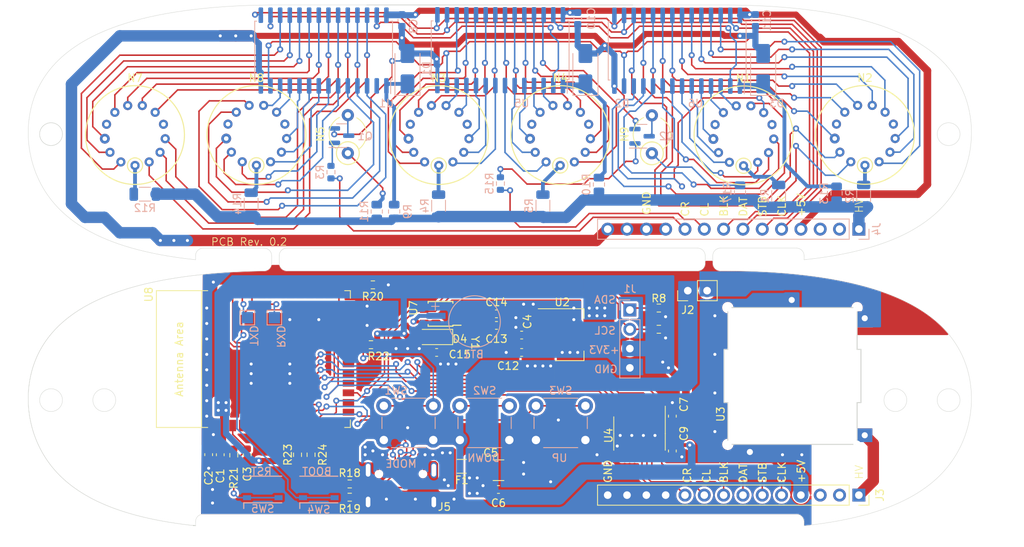
<source format=kicad_pcb>
(kicad_pcb (version 20221018) (generator pcbnew)
  (layers (0 "F.Cu" signal) (31 "B.Cu" signal) (34 "B.Paste" user) (35 "F.Paste" user) (36 "B.SilkS" user "B.Silkscreen") (37 "F.SilkS" user "F.Silkscreen") (38 "B.Mask" user) (39 "F.Mask" user) (44 "Edge.Cuts" user))
  (net 0 "")
  (net 1 "+3V3")
  (net 2 "GND")
  (net 3 "/EN")
  (net 4 "+5V")
  (net 5 "+5V_C")
  (net 6 "Net-(D1-K)")
  (net 7 "Net-(D2-K)")
  (net 8 "Net-(D3-K)")
  (net 9 "/VBUS")
  (net 10 "Net-(U7-OSCI)")
  (net 11 "Net-(U7-OSCO)")
  (net 13 "Net-(J2-Pin_2)")
  (net 14 "+HV")
  (net 17 "/Nixie_Driver/CLOCK")
  (net 18 "/Nixie_Driver/STROBE")
  (net 19 "/Nixie_Driver/DATA")
  (net 20 "/Nixie_Driver/BLANK")
  (net 21 "COLON_R")
  (net 22 "COLON_L")
  (net 23 "+HV_C")
  (net 26 "/Nixie_Driver/CLOCK_C")
  (net 27 "/Nixie_Driver/STROBE_C")
  (net 28 "/Nixie_Driver/DATA_C")
  (net 29 "/Nixie_Driver/BLANK_C")
  (net 30 "/Nixie_Driver/COLON_R_C")
  (net 31 "/Nixie_Driver/COLON_L_C")
  (net 32 "Net-(J5-CC1)")
  (net 33 "/USBD+")
  (net 34 "/USBD-")
  (net 36 "Net-(J5-CC2)")
  (net 38 "Net-(N1-A)")
  (net 41 "Net-(N2-A)")
  (net 44 "Net-(N3-A)")
  (net 47 "Net-(N4-A)")
  (net 50 "Net-(N5-PadA)")
  (net 51 "Net-(N9-PadA)")
  (net 52 "Net-(N7-A)")
  (net 55 "Net-(N8-A)")
  (net 58 "SDA")
  (net 59 "SCL")
  (net 60 "/IO0")
  (net 61 "/U0TXD")
  (net 62 "/U0RXD")
  (net 63 "/Nixie_Driver/DATA_1")
  (net 64 "/Nixie_Driver/AN_B0")
  (net 65 "/Nixie_Driver/AN_B9")
  (net 66 "/Nixie_Driver/AN_B8")
  (net 67 "/Nixie_Driver/AN_B7")
  (net 68 "/Nixie_Driver/AN_B6")
  (net 69 "/Nixie_Driver/AN_B5")
  (net 70 "/Nixie_Driver/AN_B4")
  (net 71 "/Nixie_Driver/AN_B3")
  (net 72 "/Nixie_Driver/AN_B2")
  (net 73 "/Nixie_Driver/AN_B1")
  (net 74 "/Nixie_Driver/AN_A0")
  (net 75 "/Nixie_Driver/AN_A9")
  (net 76 "/Nixie_Driver/AN_A8")
  (net 77 "/Nixie_Driver/AN_A7")
  (net 78 "/Nixie_Driver/AN_A6")
  (net 79 "/Nixie_Driver/AN_A5")
  (net 80 "/Nixie_Driver/AN_A4")
  (net 81 "/Nixie_Driver/AN_A3")
  (net 82 "/Nixie_Driver/AN_A2")
  (net 83 "/Nixie_Driver/AN_A1")
  (net 84 "CLOCK_ESP32")
  (net 85 "STROBE_ESP32")
  (net 86 "DATA_ESP32")
  (net 87 "BLANK_ESP32")
  (net 96 "/Nixie_Driver/AN_D0")
  (net 97 "/Nixie_Driver/AN_D9")
  (net 98 "/Nixie_Driver/AN_D8")
  (net 99 "/Nixie_Driver/AN_D7")
  (net 100 "/Nixie_Driver/AN_D6")
  (net 101 "/Nixie_Driver/AN_D5")
  (net 102 "/Nixie_Driver/AN_D4")
  (net 103 "/Nixie_Driver/AN_D3")
  (net 104 "/Nixie_Driver/AN_D2")
  (net 105 "/Nixie_Driver/AN_D1")
  (net 106 "/Nixie_Driver/AN_C0")
  (net 107 "/Nixie_Driver/AN_C9")
  (net 108 "/Nixie_Driver/AN_C8")
  (net 109 "/Nixie_Driver/AN_C7")
  (net 110 "/Nixie_Driver/AN_C6")
  (net 111 "/Nixie_Driver/AN_C5")
  (net 112 "/Nixie_Driver/AN_C4")
  (net 113 "/Nixie_Driver/AN_C3")
  (net 114 "/Nixie_Driver/AN_C2")
  (net 115 "/Nixie_Driver/AN_C1")
  (net 116 "/Nixie_Driver/AN_F0")
  (net 117 "/Nixie_Driver/AN_F9")
  (net 118 "/Nixie_Driver/AN_F8")
  (net 119 "/Nixie_Driver/AN_F7")
  (net 120 "/Nixie_Driver/AN_F6")
  (net 121 "/Nixie_Driver/AN_F5")
  (net 122 "/Nixie_Driver/AN_F4")
  (net 123 "/Nixie_Driver/AN_F3")
  (net 124 "/Nixie_Driver/AN_F2")
  (net 125 "/Nixie_Driver/AN_F1")
  (net 126 "/Nixie_Driver/AN_E0")
  (net 127 "/Nixie_Driver/AN_E9")
  (net 128 "/Nixie_Driver/AN_E8")
  (net 129 "/Nixie_Driver/AN_E7")
  (net 130 "/Nixie_Driver/AN_E6")
  (net 131 "/Nixie_Driver/AN_E5")
  (net 132 "/Nixie_Driver/AN_E4")
  (net 133 "/Nixie_Driver/AN_E3")
  (net 134 "/Nixie_Driver/AN_E2")
  (net 135 "/Nixie_Driver/AN_E1")
  (net 138 "/IO3")
  (net 139 "/IO46")
  (net 147 "/IO45")
  (net 157 "SW_0")
  (net 158 "SW_1")
  (net 159 "SW_2")
  (net 161 "/Nixie_Driver/DATA_2")
  (net 162 "Net-(Q1-C)")
  (net 163 "Net-(Q1-B)")
  (net 164 "Net-(Q2-C)")
  (net 165 "Net-(Q2-B)")
  (net 166 "Net-(BT1-+)")
  (footprint "IN-16_Nixie_Clock:IN-16" (layer "F.Cu") (at 107.94 65.12 180)
    (fp_text reference "N4")
    (fp_text value "IN-16")
  )
  (footprint "IN-16_Nixie_Clock:NE-2" (layer "F.Cu") (at 119.990818 65.024 -90)
    (fp_text reference "N9")
    (fp_text value "INS-1")
  )
  (footprint "IN-16_Nixie_Clock:IN-16" (layer "F.Cu") (at 132.04 65.16 180)
    (fp_text reference "N1")
    (fp_text value "IN-16")
  )
  (footprint "Capacitor_SMD:C_0603_1608Metric" (layer "F.Cu") (at 61.722 107.175 -90)
    (fp_text reference "C2")
    (fp_text value "100nF")
  )
  (footprint "Capacitor_SMD:C_0603_1608Metric" (layer "F.Cu") (at 63.246 107.188 -90)
    (fp_text reference "C1")
    (fp_text value "22uF")
  )
  (footprint "Capacitor_SMD:C_0603_1608Metric" (layer "F.Cu") (at 102.87 91.44 180)
    (fp_text reference "C4")
    (fp_text value "10uF")
  )
  (footprint "IN-16_Nixie_Clock:IN-16" (layer "F.Cu") (at 68 65.1 180)
    (fp_text reference "N8")
    (fp_text value "IN-16")
  )
  (footprint "Package_SO:TSSOP-20_4.4x6.5mm_P0.65mm" (layer "F.Cu") (at 118.364 104.394 -90)
    (fp_text reference "U4")
    (fp_text value "TXS0108EPWR")
  )
  (footprint "Resistor_SMD:R_0603_1608Metric" (layer "F.Cu") (at 75.184 107.188 -90)
    (fp_text reference "R24")
    (fp_text value "1k")
  )
  (footprint "IN-16_Nixie_Clock:IN-16" (layer "F.Cu") (at 148 65.1 180)
    (fp_text reference "N2")
    (fp_text value "IN-16")
  )
  (footprint "Capacitor_SMD:C_0603_1608Metric" (layer "F.Cu") (at 122.682 106.693 -90)
    (fp_text reference "C9")
    (fp_text value "100nF")
  )
  (footprint "Connector_PinSocket_2.54mm:PinSocket_1x14_P2.54mm_Vertical" (layer "F.Cu") (at 147.2 112.5 -90)
    (fp_text reference "J3")
    (fp_text value "Conn_MCU_Base")
  )
  (footprint "Capacitor_SMD:C_0603_1608Metric" (layer "F.Cu") (at 122.682 102.108 90)
    (fp_text reference "C7")
    (fp_text value "100nF")
  )
  (footprint "Resistor_SMD:R_0603_1608Metric" (layer "F.Cu") (at 120.904 90.678)
    (fp_text reference "R8")
    (fp_text value "10k")
  )
  (footprint "IN-16_Nixie_Clock:GT-USB-7010AN" (layer "F.Cu") (at 87 113.4)
    (fp_text reference "J5")
    (fp_text value "USB_C_Receptacle_USB2.0")
  )
  (footprint "NixiePocketWatch:Crystal_FC135" (layer "F.Cu") (at 96.761 89.408 -90)
    (fp_text reference "Y1")
    (fp_text value "Crystal")
  )
  (footprint "Diode_SMD:D_SOD-123" (layer "F.Cu") (at 91.44 91.694 180)
    (fp_text reference "D4")
    (fp_text value "B0540W-7-F")
  )
  (footprint "Capacitor_SMD:C_0603_1608Metric" (layer "F.Cu") (at 99.555 90.17)
    (fp_text reference "C13")
    (fp_text value "7pF")
  )
  (footprint "Capacitor_SMD:C_0603_1608Metric" (layer "F.Cu") (at 66.802 107.201 -90)
    (fp_text reference "C3")
    (fp_text value "100nF")
  )
  (footprint "Resistor_SMD:R_0603_1608Metric" (layer "F.Cu") (at 83.312 84.836)
    (fp_text reference "R20")
    (fp_text value "10k")
  )
  (footprint "Capacitor_SMD:C_0603_1608Metric" (layer "F.Cu") (at 91.694 93.726)
    (fp_text reference "C15")
    (fp_text value "100nF")
  )
  (footprint "Fuse:Fuse_1206_3216Metric" (layer "F.Cu") (at 94.996 108.712 180)
    (fp_text reference "F1")
    (fp_text value "Fuse")
  )
  (footprint "Capacitor_SMD:C_0603_1608Metric" (layer "F.Cu") (at 99.555 88.646)
    (fp_text reference "C14")
    (fp_text value "7pF")
  )
  (footprint "IN-16_Nixie_Clock:NCH8200HV_Sink" (layer "F.Cu") (at 129.972 105.824)
    (fp_text reference "U3")
    (fp_text value "HV_Power_Supply")
    (fp_line (start -0.5 -12.5) (end -0.5 -5.5) (stroke (width 0.12)) (layer "Edge.Cuts"))
    (fp_line (start -0.5 -5.5) (end 0 -5.5) (stroke (width 0.12)) (layer "Edge.Cuts"))
    (fp_line (start 0 -18) (end 0 -12.5) (stroke (width 0.12)) (layer "Edge.Cuts"))
    (fp_line (start 0 -12.5) (end -0.5 -12.5) (stroke (width 0.12)) (layer "Edge.Cuts"))
    (fp_line (start 0 -5.5) (end 0 0) (stroke (width 0.12)) (layer "Edge.Cuts"))
    (fp_line (start 0 0) (end 17 0) (stroke (width 0.12)) (layer "Edge.Cuts"))
    (fp_line (start 17 -18) (end 0 -18) (stroke (width 0.12)) (layer "Edge.Cuts"))
    (fp_line (start 17 -12.5) (end 17 -18) (stroke (width 0.12)) (layer "Edge.Cuts"))
    (fp_line (start 17 -12.5) (end 17.5 -12.5) (stroke (width 0.12)) (layer "Edge.Cuts"))
    (fp_line (start 17 0) (end 17 -5.5) (stroke (width 0.12)) (layer "Edge.Cuts"))
    (fp_line (start 17.5 -12.5) (end 17.5 -5.5) (stroke (width 0.12)) (layer "Edge.Cuts"))
    (fp_line (start 17.5 -5.5) (end 17 -5.5) (stroke (width 0.12)) (layer "Edge.Cuts"))
  )
  (footprint "PCM_Espressif:ESP32-S3-WROOM-1" (layer "F.Cu") (at 70.6 94.595 90)
    (fp_text reference "U8")
    (fp_text value "ESP32-S3-WROOM-1")
  )
  (footprint "Resistor_SMD:R_0603_1608Metric" (layer "F.Cu") (at 80.264 111.028)
    (fp_text reference "R18")
    (fp_text value "5.1k")
  )
  (footprint "Package_SO:TSSOP-8_3x3mm_P0.65mm" (layer "F.Cu") (at 92.202 88.646 180)
    (fp_text reference "U7")
    (fp_text value "PCF8563TS/5")
  )
  (footprint "Resistor_SMD:R_0603_1608Metric" (layer "F.Cu") (at 120.904 87.884)
    (fp_text reference "R7" hide)
    (fp_text value "10k")
  )
  (footprint "IN-16_Nixie_Clock:IN-16" (layer "F.Cu") (at 91.97 65.12 180)
    (fp_text reference "N3")
    (fp_text value "IN-16")
  )
  (footprint "Resistor_SMD:R_0603_1608Metric" (layer "F.Cu") (at 80.264 112.776)
    (fp_text reference "R19")
    (fp_text value "5.1k")
  )
  (footprint "Resistor_SMD:R_0603_1608Metric" (layer "F.Cu") (at 73.406 107.188 -90)
    (fp_text reference "R23")
    (fp_text value "1k")
  )
  (footprint "Capacitor_SMD:C_0603_1608Metric" (layer "F.Cu") (at 102.87 93.726 180)
    (fp_text reference "C12")
    (fp_text value "10uF")
  )
  (footprint "IN-16_Nixie_Clock:IN-16" (layer "F.Cu") (at 52.04 65.12 180)
    (fp_text reference "N7")
    (fp_text value "IN-16")
  )
  (footprint "Capacitor_SMD:C_0603_1608Metric" (layer "F.Cu") (at 99.822 111.76)
    (fp_text reference "C6")
    (fp_text value "100nF")
  )
  (footprint "Capacitor_SMD:C_1210_3225Metric" (layer "F.Cu") (at 99.822 109.22)
    (fp_text reference "C5")
    (fp_text value "4.7uF")
  )
  (footprint "Resistor_SMD:R_0603_1608Metric" (layer "F.Cu") (at 65.024 107.251 90)
    (fp_text reference "R21")
    (fp_text value "10k")
  )
  (footprint "Resistor_SMD:R_0603_1608Metric" (layer "F.Cu") (at 83.058 92.71)
    (fp_text reference "R22")
    (fp_text value "1k")
  )
  (footprint "IN-16_Nixie_Clock:NE-2" (layer "F.Cu") (at 80.019183 65 -90)
    (fp_text reference "N5")
    (fp_text value "INS-1")
  )
  (footprint "Package_TO_SOT_SMD:SOT-223-3_TabPin2" (layer "F.Cu") (at 109.149 91.389)
    (fp_text reference "U2")
    (fp_text value "AMS1117-3.3")
  )
  (footprint "Connector_PinHeader_2.54mm:PinHeader_1x02_P2.54mm_Vertical" (layer "F.Cu") (at 124.709 85.598 90)
    (fp_text reference "J2")
    (fp_text value "Jumper_HV_SW")
  )
  (footprint "Button_Switch_THT:SW_PUSH_6mm_H4.3mm" (layer "B.Cu") (at 111.25 100.75 180)
    (fp_text reference "SW3")
    (fp_text value "SW_SPST")
  )
  (footprint "IN-16_Nixie_Clock:SW_Tactile_SKRPACE010" (layer "B.Cu") (at 76.2 111.76)
    (fp_text reference "SW4")
    (fp_text value "SW_BOOT")
  )
  (footprint "TestPoint:TestPoint_Pad_1.5x1.5mm" (layer "B.Cu") (at 66.808 89.154 -90)
    (fp_text reference "TP1" hide)
    (fp_text value "TestPoint")
  )
  (footprint "Resistor_SMD:R_1206_3216Metric" (layer "B.Cu") (at 147.828 73.152 -90)
    (fp_text reference "R2")
    (fp_text value "22k_1210")
  )
  (footprint "Button_Switch_THT:SW_PUSH_6mm_H4.3mm" (layer "B.Cu") (at 101.25 100.75 180)
    (fp_text reference "SW2")
    (fp_text value "SW_SPST")
  )
  (footprint "Diode_SMD:D_SMA" (layer "B.Cu") (at 134.62 56.388 90)
    (fp_text reference "D3")
    (fp_text value "82V")
  )
  (footprint "Button_Switch_THT:SW_PUSH_6mm_H4.3mm" (layer "B.Cu") (at 91.25 100.75 180)
    (fp_text reference "SW1")
    (fp_text value "SW_SPST")
  )
  (footprint "Package_TO_SOT_SMD:SOT-23" (layer "B.Cu") (at 79.2 65.2)
    (fp_text reference "Q1")
    (fp_text value "MMBTA42")
  )
  (footprint "TestPoint:TestPoint_Pad_1.5x1.5mm" (layer "B.Cu") (at 70.358 89.154 -90)
    (fp_text reference "TP2" hide)
    (fp_text value "TestPoint")
  )
  (footprint "Package_SO:SOIC-28W_7.5x17.9mm_P1.27mm" (layer "B.Cu") (at 76.835 54 90)
    (fp_text reference "U1")
    (fp_text value "HV5812")
  )
  (footprint "Resistor_SMD:R_1206_3216Metric" (layer "B.Cu") (at 91.948 74.422 -90)
    (fp_text reference "R4")
    (fp_text value "22k_1210")
  )
  (footprint "IN-16_Nixie_Clock:MS621FE FL11E" (layer "B.Cu") (at 92.02 89.662 -90)
    (fp_text reference "BT1")
    (fp_text value "MS621FE FL11E")
  )
  (footprint "Capacitor_SMD:C_0603_1608Metric" (layer "B.Cu") (at 87.122 50.038 -90)
    (fp_text reference "C8")
    (fp_text value "100nF")
  )
  (footprint "Resistor_SMD:R_1206_3216Metric" (layer "B.Cu") (at 53.34 72.898)
    (fp_text reference "R12")
    (fp_text value "22k_1210")
  )
  (footprint "Connector_PinHeader_2.54mm:PinHeader_1x14_P2.54mm_Vertical" (layer "B.Cu") (at 147.2 77.5 90)
    (fp_text reference "J4")
    (fp_text value "Conn_Nix_Base")
  )
  (footprint "Package_SO:SOIC-28W_7.5x17.9mm_P1.27mm" (layer "B.Cu") (at 100.045 53.95 90)
    (fp_text reference "U5")
    (fp_text value "HV5812")
  )
  (footprint "Diode_SMD:D_SMA" (layer "B.Cu") (at 87.859 56.388 90)
    (fp_text reference "D1")
    (fp_text value "82V")
  )
  (footprint "Package_TO_SOT_SMD:SOT-23" (layer "B.Cu") (at 118.6965 65.278)
    (fp_text reference "Q2")
    (fp_text value "MMBTA42")
  )
  (footprint "Resistor_SMD:R_1206_3216Metric" (layer "B.Cu") (at 105.664 74.422 -90)
    (fp_text reference "R5")
    (fp_text value "22k_1210")
  )
  (footprint "IN-16_Nixie_Clock:SW_Tactile_SKRPACE010" (layer "B.Cu") (at 68.834 111.76)
    (fp_text reference "SW5")
    (fp_text value "SW_RST")
  )
  (footprint "Resistor_SMD:R_0805_2012Metric" (layer "B.Cu") (at 144.272 72.7945 -90)
    (fp_text reference "R13")
    (fp_text value "100k_0805")
  )
  (footprint "Capacitor_SMD:C_0603_1608Metric" (layer "B.Cu") (at 133.604 50.038 -90)
    (fp_text reference "C11")
    (fp_text value "100nF")
  )
  (footprint "Resistor_SMD:R_0603_1608Metric" (layer "B.Cu") (at 100.076 71.5 -90)
    (fp_text reference "R15")
    (fp_text value "10k")
  )
  (footprint "Resistor_SMD:R_0603_1608Metric" (layer "B.Cu") (at 77.8 70 -90)
    (fp_text reference "R3")
    (fp_text value "10k")
  )
  (footprint "Capacitor_SMD:C_0603_1608Metric" (layer "B.Cu") (at 110.236 49.784 -90)
    (fp_text reference "C10")
    (fp_text value "100nF")
  )
  (footprint "Resistor_SMD:R_0805_2012Metric" (layer "B.Cu") (at 113.03 71.628 -90)
    (fp_text reference "R10")
    (fp_text value "100k_0805")
  )
  (footprint "Resistor_SMD:R_0805_2012Metric" (layer "B.Cu") (at 131.572 72.644 -90)
    (fp_text reference "R17")
    (fp_text value "220k_0805")
  )
  (footprint "Diode_SMD:D_SMA" (layer "B.Cu") (at 111.252 56.388 90)
    (fp_text reference "D2")
    (fp_text value "82V")
  )
  (footprint "Resistor_SMD:R_0805_2012Metric" (layer "B.Cu") (at 86.106 75.184 -90)
    (fp_text reference "R9")
    (fp_text value "100k_0805")
  )
  (footprint "Connector_PinSocket_2.54mm:PinSocket_1x04_P2.54mm_Vertical" (layer "B.Cu") (at 117.094 88.138 180)
    (fp_text reference "J1")
    (fp_text value "Conn_LCD")
  )
  (footprint "Resistor_SMD:R_1206_3216Metric" (layer "B.Cu") (at 136.652 73.152 -90)
    (fp_text reference "R1")
    (fp_text value "22k_1210")
  )
  (footprint "Resistor_SMD:R_1206_3216Metric" (layer "B.Cu") (at 67.31 74.168 -90)
    (fp_text reference "R14")
    (fp_text value "22k_1210")
  )
  (footprint "Package_SO:SOIC-28W_7.5x17.9mm_P1.27mm" (layer "B.Cu") (at 123.317 54.024 90)
    (fp_text reference "U6")
    (fp_text value "HV5812")
  )
  (footprint "Resistor_SMD:R_0805_2012Metric" (layer "B.Cu") (at 83.82 75.184 -90)
    (fp_text reference "R11")
    (fp_text value "220k_0805")
  )
  (gr_line (start 59.996588 116.528425) (end 59.997725 116.528545) (stroke (width 0.05)) (layer "Edge.Cuts"))
  (gr_line (start 59.906883 116.51893) (end 59.908018 116.519051) (stroke (width 0.05)) (layer "Edge.Cuts"))
  (gr_line (start 40.260599 92.293159) (end 40.242865 92.31907) (stroke (width 0.05)) (layer "Edge.Cuts"))
  (gr_line (start 56.220169 84.123464) (end 56.146701 84.136588) (stroke (width 0.05)) (layer "Edge.Cuts"))
  (gr_line (start 43.840042 111.37189) (end 43.870438 111.394518) (stroke (width 0.05)) (layer "Edge.Cuts"))
  (gr_line (start 47.147288 113.342637) (end 47.189903 113.362805) (stroke (width 0.05)) (layer "Edge.Cuts"))
  (gr_line (start 38.267229 102.591542) (end 38.273466 102.623356) (stroke (width 0.05)) (layer "Edge.Cuts"))
  (gr_line (start 64.013259 83.211711) (end 63.924592 83.217584) (stroke (width 0.05)) (layer "Edge.Cuts"))
  (gr_line (start 59.995452 116.528306) (end 59.996588 116.528425) (stroke (width 0.05)) (layer "Edge.Cuts"))
  (gr_line (start 44.306091 111.707609) (end 44.337937 111.729708) (stroke (width 0.05)) (layer "Edge.Cuts"))
  (gr_circle (center 152.000001 100) (end 153.500001 100) (stroke (width 0.05)) (fill none) (layer "Edge.Cuts"))
  (gr_line (start 41.989217 109.753096) (end 42.013464 109.778019) (stroke (width 0.05)) (layer "Edge.Cuts"))
  (gr_line (start 54.993052 84.356476) (end 54.922315 84.370836) (stroke (width 0.05)) (layer "Edge.Cuts"))
  (gr_line (start 59.920495 116.520378) (end 59.92163 116.520499) (stroke (width 0.05)) (layer "Edge.Cuts"))
  (gr_line (start 46.815229 86.970628) (end 46.776171 86.989554) (stroke (width 0.05)) (layer "Edge.Cuts"))
  (gr_line (start 42.490549 110.24533) (end 42.516532 110.269595) (stroke (width 0.05)) (layer "Edge.Cuts"))
  (gr_line (start 59.858152 116.513723) (end 59.859284 116.513844) (stroke (width 0.05)) (layer "Edge.Cuts"))
  (gr_line (start 59.837772 116.511535) (end 59.838904 116.511657) (stroke (width 0.05)) (layer "Edge.Cuts"))
  (gr_line (start 56.963653 83.996268) (end 56.888585 84.008657) (stroke (width 0.05)) (layer "Edge.Cuts"))
  (gr_line (start 40.748266 91.62867) (end 40.728557 91.653894) (stroke (width 0.05)) (layer "Edge.Cuts"))
  (gr_line (start 51.157768 85.307455) (end 51.096438 85.325931) (stroke (width 0.05)) (layer "Edge.Cuts"))
  (gr_line (start 38.060057 98.481619) (end 38.057111 98.513574) (stroke (width 0.05)) (layer "Edge.Cuts"))
  (gr_line (start 48.333637 86.297086) (end 48.290702 86.31459) (stroke (width 0.05)) (layer "Edge.Cuts"))
  (gr_line (start 59.73605 116.500522) (end 59.737179 116.500645) (stroke (width 0.05)) (layer "Edge.Cuts"))
  (gr_line (start 52.225328 85.004052) (end 52.161227 85.021338) (stroke (width 0.05)) (layer "Edge.Cuts"))
  (gr_line (start 50.913431 85.381775) (end 50.852755 85.400528) (stroke (width 0.05)) (layer "Edge.Cuts"))
  (gr_line (start 60.999999 115) (end 139.000001 115) (stroke (width 0.05)) (layer "Edge.Cuts"))
  (gr_line (start 62.613375 83.314985) (end 62.527215 83.322097) (stroke (width 0.05)) (layer "Edge.Cuts"))
  (gr_line (start 38.5449 95.915877) (end 38.536526 95.944721) (stroke (width 0.05)) (layer "Edge.Cuts"))
  (gr_line (start 43.611259 88.880537) (end 43.581376 88.902618) (stroke (width 0.05)) (layer "Edge.Cuts"))
  (gr_line (start 38.206653 97.379851) (end 38.201536 97.409561) (stroke (width 0.05)) (layer "Edge.Cuts"))
  (gr_line (start 43.641236 88.858486) (end 43.611259 88.880537) (stroke (width 0.05)) (layer "Edge.Cuts"))
  (gr_line (start 58.031381 83.830586) (end 57.954078 83.841938) (stroke (width 0.05)) (layer "Edge.Cuts"))
  (gr_line (start 43.395478 111.028307) (end 43.424457 111.051454) (stroke (width 0.05)) (layer "Edge.Cuts"))
  (gr_line (start 38.00503 100.248668) (end 38.006043 100.280891) (stroke (width 0.05)) (layer "Edge.Cuts"))
  (gr_line (start 59.945463 116.523028) (end 59.946598 116.523148) (stroke (width 0.05)) (layer "Edge.Cuts"))
  (gr_line (start 39.014879 94.582221) (end 39.003299 94.610129) (stroke (width 0.05)) (layer "Edge.Cuts"))
  (gr_line (start 39.310116 105.837734) (end 39.323804 105.867431) (stroke (width 0.05)) (layer "Edge.Cuts"))
  (gr_line (start 46.162819 112.844941) (end 46.202383 112.866193) (stroke (width 0.05)) (layer "Edge.Cuts"))
  (gr_line (start 40.551184 108.010915) (end 40.570057 108.037939) (stroke (width 0.05)) (layer "Edge.Cuts"))
  (gr_arc (start 70 82.011917) (mid 69.712594 82.713476) (end 69.015599 83.011795) (stroke (width 0.05)) (layer "Edge.Cuts"))
  (gr_line (start 38.027392 98.897718) (end 38.025384 98.929781) (stroke (width 0.05)) (layer "Edge.Cuts"))
  (gr_line (start 39.760952 93.081484) (end 39.745442 93.108145) (stroke (width 0.05)) (layer "Edge.Cuts"))
  (gr_line (start 53.634077 115.504999) (end 53.694112 115.518599) (stroke (width 0.05)) (layer "Edge.Cuts"))
  (gr_line (start 38.536526 95.944721) (end 38.528219 95.973583) (stroke (width 0.05)) (layer "Edge.Cuts"))
  (gr_line (start 58.73427 83.731766) (end 58.655535 83.742448) (stroke (width 0.05)) (layer "Edge.Cuts"))
  (gr_line (start 40.19011 92.396959) (end 40.172675 92.422973) (stroke (width 0.05)) (layer "Edge.Cuts"))
  (gr_line (start 45.339533 112.37599) (end 45.374485 112.39697) (stroke (width 0.05)) (layer "Edge.Cuts"))
  (gr_line (start 38.120227 97.947012) (end 38.116305 97.977016) (stroke (width 0.05)) (layer "Edge.Cuts"))
  (gr_line (start 43.258858 89.147519) (end 43.230099 89.169963) (stroke (width 0.05)) (layer "Edge.Cuts"))
  (gr_line (start 50.67171 85.457205) (end 50.611689 85.476235) (stroke (width 0.05)) (layer "Edge.Cuts"))
  (gr_line (start 44.133775 88.509917) (end 44.102276 88.531466) (stroke (width 0.05)) (layer "Edge.Cuts"))
  (gr_line (start 60.342292 83.533917) (end 60.260386 83.543093) (stroke (width 0.05)) (layer "Edge.Cuts"))
  (gr_line (start 56.816923 116.113192) (end 56.884406 116.123824) (stroke (width 0.05)) (layer "Edge.Cuts"))
  (gr_line (start 52.097289 85.038695) (end 52.033514 85.056122) (stroke (width 0.05)) (layer "Edge.Cuts"))
  (gr_line (start 43.809742 111.349228) (end 43.840042 111.37189) (stroke (width 0.05)) (layer "Edge.Cuts"))
  (gr_curve (pts (xy 161.895085 98.067116) (xy 162.229597 100.781926) (xy 161.775027 103.623161) (xy 160.549835 106.133389)) (stroke (width 0.05)) (layer "Edge.Cuts"))
  (gr_line (start 40.137529 107.381107) (end 40.154713 107.408815) (stroke (width 0.05)) (layer "Edge.Cuts"))
  (gr_line (start 59.851357 116.512994) (end 59.852489 116.513116) (stroke (width 0.05)) (layer "Edge.Cuts"))
  (gr_line (start 38.012185 100.442008) (end 38.013629 100.474231) (stroke (width 0.05)) (layer "Edge.Cuts"))
  (gr_line (start 45.724037 87.534301) (end 45.687929 87.554276) (stroke (width 0.05)) (layer "Edge.Cuts"))
  (gr_line (start 38.15749 101.953062) (end 38.162299 101.985075) (stroke (width 0.05)) (layer "Edge.Cuts"))
  (gr_line (start 44.952661 87.981738) (end 44.918736 88.002469) (stroke (width 0.05)) (layer "Edge.Cuts"))
  (gr_line (start 64.458938 83.183518) (end 64.369489 83.189001) (stroke (width 0.05)) (layer "Edge.Cuts"))
  (gr_line (start 40.535675 91.907611) (end 40.516807 91.93313) (stroke (width 0.05)) (layer "Edge.Cuts"))
  (gr_line (start 43.551587 88.92473) (end 43.521892 88.946872) (stroke (width 0.05)) (layer "Edge.Cuts"))
  (gr_line (start 46.016528 87.375779) (end 45.979614 87.39547) (stroke (width 0.05)) (layer "Edge.Cuts"))
  (gr_line (start 42.055487 90.186072) (end 42.030822 90.20979) (stroke (width 0.05)) (layer "Edge.Cuts"))
  (gr_line (start 38.04389 100.957393) (end 38.046481 100.989585) (stroke (width 0.05)) (layer "Edge.Cuts"))
  (gr_line (start 43.581376 88.902618) (end 43.551587 88.92473) (stroke (width 0.05)) (layer "Edge.Cuts"))
  (gr_line (start 46.769528 113.159054) (end 46.81099 113.179635) (stroke (width 0.05)) (layer "Edge.Cuts"))
  (gr_line (start 43.337799 110.981908) (end 43.366592 111.005124) (stroke (width 0.05)) (layer "Edge.Cuts"))
  (gr_line (start 46.277764 87.238946) (end 46.24014 87.258385) (stroke (width 0.05)) (layer "Edge.Cuts"))
  (gr_line (start 42.062215 109.827768) (end 42.086718 109.852593) (stroke (width 0.05)) (layer "Edge.Cuts"))
  (gr_line (start 38.886814 104.81204) (end 38.898096 104.842621) (stroke (width 0.05)) (layer "Edge.Cuts"))
  (gr_line (start 38.09722 98.130767) (end 38.09348 98.16261) (stroke (width 0.05)) (layer "Edge.Cuts"))
  (gr_line (start 58.478846 116.351189) (end 58.550023 116.360319) (stroke (width 0.05)) (layer "Edge.Cuts"))
  (gr_line (start 38.057561 101.118317) (end 38.06051 101.15049) (stroke (width 0.05)) (layer "Edge.Cuts"))
  (gr_line (start 38.018073 99.058105) (end 38.016425 99.090203) (stroke (width 0.05)) (layer "Edge.Cuts"))
  (gr_line (start 59.807225 116.508244) (end 59.808356 116.508366) (stroke (width 0.05)) (layer "Edge.Cuts"))
  (gr_line (start 58.420284 83.77494) (end 58.342185 83.78592) (stroke (width 0.05)) (layer "Edge.Cuts"))
  (gr_line (start 44.454054 88.296191) (end 44.421591 88.317418) (stroke (width 0.05)) (layer "Edge.Cuts"))
  (gr_line (start 38.697524 95.428432) (end 38.688006 95.456951) (stroke (width 0.05)) (layer "Edge.Cuts"))
  (gr_line (start 53.100297 115.380033) (end 53.159026 115.394145) (stroke (width 0.05)) (layer "Edge.Cuts"))
  (gr_line (start 59.773314 116.504574) (end 59.774444 116.504697) (stroke (width 0.05)) (layer "Edge.Cuts"))
  (gr_line (start 54.612196 115.715687) (end 54.674578 115.728361) (stroke (width 0.05)) (layer "Edge.Cuts"))
  (gr_line (start 49.438378 114.292682) (end 49.487594 114.310431) (stroke (width 0.05)) (layer "Edge.Cuts"))
  (gr_line (start 38.650613 95.571222) (end 38.641434 95.599838) (stroke (width 0.05)) (layer "Edge.Cuts"))
  (gr_line (start 59.778964 116.505187) (end 59.780094 116.505309) (stroke (width 0.05)) (layer "Edge.Cuts"))
  (gr_line (start 39.274271 94.00115) (end 39.261213 94.028601) (stroke (width 0.05)) (layer "Edge.Cuts"))
  (gr_line (start 59.878543 116.515906) (end 59.879676 116.516027) (stroke (width 0.05)) (layer "Edge.Cuts"))
  (gr_line (start 55.1154 115.815432) (end 55.178969 115.827635) (stroke (width 0.05)) (layer "Edge.Cuts"))
  (gr_line (start 40.665551 108.172607) (end 40.684877 108.19945) (stroke (width 0.05)) (layer "Edge.Cuts"))
  (gr_line (start 59.636419 116.489587) (end 59.710101 116.497689) (stroke (width 0.05)) (layer "Edge.Cuts"))
  (gr_line (start 46.728194 113.138428) (end 46.769528 113.159054) (stroke (width 0.05)) (layer "Edge.Cuts"))
  (gr_line (start 40.402893 107.793638) (end 40.421169 107.820902) (stroke (width 0.05)) (layer "Edge.Cuts"))
  (gr_line (start 39.920596 107.018237) (end 39.936861 107.046324) (stroke (width 0.05)) (layer "Edge.Cuts"))
  (gr_line (start 59.932977 116.521704) (end 59.934112 116.521825) (stroke (width 0.05)) (layer "Edge.Cuts"))
  (gr_line (start 43.316656 89.10272) (end 43.287711 89.125104) (stroke (width 0.05)) (layer "Edge.Cuts"))
  (gr_line (start 39.002825 105.116776) (end 39.014816 105.147116) (stroke (width 0.05)) (layer "Edge.Cuts"))
  (gr_line (start 47.742199 86.54573) (end 47.700747 86.563783) (stroke (width 0.05)) (layer "Edge.Cuts"))
  (gr_line (start 38.756056 95.257732) (end 38.74613 95.286132) (stroke (width 0.05)) (layer "Edge.Cuts"))
  (gr_line (start 38.776112 95.200991) (end 38.76605 95.229351) (stroke (width 0.05)) (layer "Edge.Cuts"))
  (gr_line (start 45.622029 112.542809) (end 45.659849 112.564671) (stroke (width 0.05)) (layer "Edge.Cuts"))
  (gr_line (start 38.254971 102.527879) (end 38.261065 102.559716) (stroke (width 0.05)) (layer "Edge.Cuts"))
  (gr_line (start 42.782547 89.533086) (end 42.755358 89.556028) (stroke (width 0.05)) (layer "Edge.Cuts"))
  (gr_line (start 42.235547 110.000857) (end 42.260655 110.025453) (stroke (width 0.05)) (layer "Edge.Cuts"))
  (gr_line (start 47.40491 113.462951) (end 47.4483 113.482841) (stroke (width 0.05)) (layer "Edge.Cuts"))
  (gr_line (start 38.038513 98.737514) (end 38.036145 98.769539) (stroke (width 0.05)) (layer "Edge.Cuts"))
  (gr_line (start 59.946598 116.523148) (end 59.947734 116.523269) (stroke (width 0.05)) (layer "Edge.Cuts"))
  (gr_line (start 52.293179 115.176587) (end 52.3499 115.19148) (stroke (width 0.05)) (layer "Edge.Cuts"))
  (gr_line (start 39.3813 93.782355) (end 39.367672 93.809626) (stroke (width 0.05)) (layer "Edge.Cuts"))
  (gr_circle (center 41.000001 65) (end 42.500001 65) (stroke (width 0.05)) (fill none) (layer "Edge.Cuts"))
  (gr_line (start 59.786874 116.506044) (end 59.788005 116.506166) (stroke (width 0.05)) (layer "Edge.Cuts"))
  (gr_curve (pts (xy 154.377971 77.542809) (xy 151.155912 79.410237) (xy 146.584155 80.809134) (xy 140.289899 81.497689)) (stroke (width 0.05)) (layer "Edge.Cuts"))
  (gr_line (start 47.700747 86.563783) (end 47.659399 86.581875) (stroke (width 0.05)) (layer "Edge.Cuts"))
  (gr_line (start 59.940922 116.522547) (end 59.942057 116.522667) (stroke (width 0.05)) (layer "Edge.Cuts"))
  (gr_line (start 40.086621 92.553426) (end 40.069634 92.579593) (stroke (width 0.05)) (layer "Edge.Cuts"))
  (gr_line (start 59.903481 116.518568) (end 59.904615 116.518689) (stroke (width 0.05)) (layer "Edge.Cuts"))
  (gr_line (start 41.235959 108.912593) (end 41.257474 108.938571) (stroke (width 0.05)) (layer "Edge.Cuts"))
  (gr_line (start 38.495655 96.089219) (end 38.48768 96.118174) (stroke (width 0.05)) (layer "Edge.Cuts"))
  (gr_line (start 57.915015 116.275866) (end 57.984952 116.285502) (stroke (width 0.05)) (layer "Edge.Cuts"))
  (gr_line (start 40.479297 91.984248) (end 40.460656 92.009846) (stroke (width 0.05)) (layer "Edge.Cuts"))
  (gr_line (start 54.057387 115.598996) (end 54.118444 115.612194) (stroke (width 0.05)) (layer "Edge.Cuts"))
  (gr_line (start 59.892144 116.517359) (end 59.893277 116.51748) (stroke (width 0.05)) (layer "Edge.Cuts"))
  (gr_line (start 38.756952 104.443322) (end 38.767384 104.474169) (stroke (width 0.05)) (layer "Edge.Cuts"))
  (gr_line (start 51.717079 85.14431) (end 51.65428 85.162158) (stroke (width 0.05)) (layer "Edge.Cuts"))
  (gr_line (start 53.744464 84.625991) (end 53.676632 84.641646) (stroke (width 0.05)) (layer "Edge.Cuts"))
  (gr_line (start 59.802701 116.507755) (end 59.803832 116.507877) (stroke (width 0.05)) (layer "Edge.Cuts"))
  (gr_line (start 65.911314 83.106455) (end 65.819373 83.110682) (stroke (width 0.05)) (layer "Edge.Cuts"))
  (gr_line (start 43.779536 111.326531) (end 43.809742 111.349228) (stroke (width 0.05)) (layer "Edge.Cuts"))
  (gr_line (start 42.620778 89.671167) (end 42.594135 89.694281) (stroke (width 0.05)) (layer "Edge.Cuts"))
  (gr_line (start 41.442804 90.811249) (end 41.420416 90.835639) (stroke (width 0.05)) (layer "Edge.Cuts"))
  (gr_line (start 44.784017 88.085726) (end 44.750583 88.106624) (stroke (width 0.05)) (layer "Edge.Cuts"))
  (gr_line (start 44.148322 111.596584) (end 44.179681 111.61886) (stroke (width 0.05)) (layer "Edge.Cuts"))
  (gr_line (start 38.806708 95.116029) (end 38.796441 95.144329) (stroke (width 0.05)) (layer "Edge.Cuts"))
  (gr_line (start 59.343266 116.456533) (end 59.416318 116.464893) (stroke (width 0.05)) (layer "Edge.Cuts"))
  (gr_line (start 47.993131 86.438226) (end 47.951045 86.456046) (stroke (width 0.05)) (layer "Edge.Cuts"))
  (gr_line (start 41.798295 109.552542) (end 41.821865 109.577725) (stroke (width 0.05)) (layer "Edge.Cuts"))
  (gr_line (start 38.255576 97.113189) (end 38.249884 97.142753) (stroke (width 0.05)) (layer "Edge.Cuts"))
  (gr_line (start 46.242073 112.887402) (end 46.281888 112.908567) (stroke (width 0.05)) (layer "Edge.Cuts"))
  (gr_line (start 59.820798 116.509708) (end 59.821929 116.50983) (stroke (width 0.05)) (layer "Edge.Cuts"))
  (gr_line (start 51.242409 114.883229) (end 51.296445 114.899156) (stroke (width 0.05)) (layer "Edge.Cuts"))
  (gr_line (start 48.463084 86.244812) (end 48.419828 86.262197) (stroke (width 0.05)) (layer "Edge.Cuts"))
  (gr_line (start 38.348685 96.671738) (end 38.342025 96.701049) (stroke (width 0.05)) (layer "Edge.Cuts"))
  (gr_line (start 51.342736 85.252446) (end 51.280916 85.270712) (stroke (width 0.05)) (layer "Edge.Cuts"))
  (gr_line (start 41.836689 90.400492) (end 41.81282 90.424449) (stroke (width 0.05)) (layer "Edge.Cuts"))
  (gr_line (start 38.033849 98.801572) (end 38.031625 98.833613) (stroke (width 0.05)) (layer "Edge.Cuts"))
  (gr_line (start 39.026529 94.554335) (end 39.014879 94.582221) (stroke (width 0.05)) (layer "Edge.Cuts"))
  (gr_line (start 57.493607 83.911613) (end 57.417421 83.923485) (stroke (width 0.05)) (layer "Edge.Cuts"))
  (gr_line (start 59.723637 116.499168) (end 59.724765 116.499291) (stroke (width 0.05)) (layer "Edge.Cuts"))
  (gr_line (start 48.247873 86.332134) (end 48.205151 86.349717) (stroke (width 0.05)) (layer "Edge.Cuts"))
  (gr_line (start 43.166986 110.841887) (end 43.195224 110.86531) (stroke (width 0.05)) (layer "Edge.Cuts"))
  (gr_line (start 39.256074 105.71866) (end 39.269479 105.748471) (stroke (width 0.05)) (layer "Edge.Cuts"))
  (gr_line (start 46.523429 113.034618) (end 46.564128 113.05547) (stroke (width 0.05)) (layer "Edge.Cuts"))
  (gr_line (start 59.717997 116.498552) (end 59.719125 116.498675) (stroke (width 0.05)) (layer "Edge.Cuts"))
  (gr_line (start 38.485306 103.540235) (end 38.493678 103.571629) (stroke (width 0.05)) (layer "Edge.Cuts"))
  (gr_line (start 48.389611 113.889578) (end 48.435882 113.908418) (stroke (width 0.05)) (layer "Edge.Cuts"))
  (gr_line (start 59.788005 116.506166) (end 59.789135 116.506288) (stroke (width 0.05)) (layer "Edge.Cuts"))
  (gr_line (start 38.369058 96.583908) (end 38.362202 96.613168) (stroke (width 0.05)) (layer "Edge.Cuts"))
  (gr_line (start 43.366592 111.005124) (end 43.395478 111.028307) (stroke (width 0.05)) (layer "Edge.Cuts"))
  (gr_line (start 38.003219 100.184223) (end 38.004089 100.216445) (stroke (width 0.05)) (layer "Edge.Cuts"))
  (gr_line (start 49.625526 85.807039) (end 49.579461 85.823362) (stroke (width 0.05)) (layer "Edge.Cuts"))
  (gr_line (start 57.876934 83.853365) (end 57.79995 83.864866) (stroke (width 0.05)) (layer "Edge.Cuts"))
  (gr_line (start 48.343473 113.87069) (end 48.389611 113.889578) (stroke (width 0.05)) (layer "Edge.Cuts"))
  (gr_line (start 38.932369 104.934221) (end 38.943934 104.964707) (stroke (width 0.05)) (layer "Edge.Cuts"))
  (gr_line (start 59.852489 116.513116) (end 59.853622 116.513237) (stroke (width 0.05)) (layer "Edge.Cuts"))
  (gr_line (start 38.003053 99.443659) (end 38.00227 99.475822) (stroke (width 0.05)) (layer "Edge.Cuts"))
  (gr_line (start 50.020491 85.670334) (end 49.962274 85.690122) (stroke (width 0.05)) (layer "Edge.Cuts"))
  (gr_line (start 57.984952 116.285502) (end 58.055044 116.295076) (stroke (width 0.05)) (layer "Edge.Cuts"))
  (gr_line (start 50.139781 114.536533) (end 50.190906 114.553565) (stroke (width 0.05)) (layer "Edge.Cuts"))
  (gr_line (start 53.812457 84.610407) (end 53.744464 84.625991) (stroke (width 0.05)) (layer "Edge.Cuts"))
  (gr_line (start 41.171894 108.834471) (end 41.193169 108.860543) (stroke (width 0.05)) (layer "Edge.Cuts"))
  (gr_line (start 61.674258 83.397448) (end 61.589828 83.405405) (stroke (width 0.05)) (layer "Edge.Cuts"))
  (gr_line (start 45.906088 87.434959) (end 45.869477 87.454756) (stroke (width 0.05)) (layer "Edge.Cuts"))
  (gr_line (start 40.787915 91.578305) (end 40.768052 91.603474) (stroke (width 0.05)) (layer "Edge.Cuts"))
  (gr_line (start 59.992041 116.527947) (end 59.993178 116.528066) (stroke (width 0.05)) (layer "Edge.Cuts"))
  (gr_line (start 42.464655 110.221032) (end 42.490549 110.24533) (stroke (width 0.05)) (layer "Edge.Cuts"))
  (gr_line (start 38.008284 100.345338) (end 38.009513 100.377562) (stroke (width 0.05)) (layer "Edge.Cuts"))
  (gr_curve (pts (xy 150.09578 50.709979) (xy 154.087518 52.079624) (xy 156.878547 53.909965) (xy 158.733884 56.007064)) (stroke (width 0.05)) (layer "Edge.Cuts"))
  (gr_line (start 46.852579 113.20017) (end 46.894296 113.22066) (stroke (width 0.05)) (layer "Edge.Cuts"))
  (gr_line (start 68.068791 83.031119) (end 67.973284 83.033518) (stroke (width 0.05)) (layer "Edge.Cuts"))
  (gr_line (start 64.102082 83.205917) (end 64.013259 83.211711) (stroke (width 0.05)) (layer "Edge.Cuts"))
  (gr_line (start 49.936653 114.467885) (end 49.987229 114.485124) (stroke (width 0.05)) (layer "Edge.Cuts"))
  (gr_line (start 59.902347 116.518447) (end 59.903481 116.518568) (stroke (width 0.05)) (layer "Edge.Cuts"))
  (gr_line (start 49.389297 114.274882) (end 49.438378 114.292682) (stroke (width 0.05)) (layer "Edge.Cuts"))
  (gr_line (start 41.300746 108.990433) (end 41.322502 109.016317) (stroke (width 0.05)) (layer "Edge.Cuts"))
  (gr_line (start 64.369489 83.189001) (end 64.280197 83.194561) (stroke (width 0.05)) (layer "Edge.Cuts"))
  (gr_line (start 38.237118 102.432302) (end 38.242998 102.464172) (stroke (width 0.05)) (layer "Edge.Cuts"))
  (gr_line (start 38.519978 96.002465) (end 38.511804 96.031364) (stroke (width 0.05)) (layer "Edge.Cuts"))
  (gr_line (start 54.292937 84.503329) (end 54.223813 84.51841) (stroke (width 0.05)) (layer "Edge.Cuts"))
  (gr_line (start 59.815142 116.509098) (end 59.816273 116.50922) (stroke (width 0.05)) (layer "Edge.Cuts"))
  (gr_line (start 38.527879 103.697035) (end 38.536607 103.728344) (stroke (width 0.05)) (layer "Edge.Cuts"))
  (gr_line (start 49.29154 114.239132) (end 49.340351 114.257032) (stroke (width 0.05)) (layer "Edge.Cuts"))
  (gr_line (start 49.717986 85.774518) (end 49.671701 85.790758) (stroke (width 0.05)) (layer "Edge.Cuts"))
  (gr_line (start 64.728219 83.167539) (end 64.638302 83.172787) (stroke (width 0.05)) (layer "Edge.Cuts"))
  (gr_line (start 43.424457 111.051454) (end 43.45353 111.074568) (stroke (width 0.05)) (layer "Edge.Cuts"))
  (gr_line (start 39.196987 94.166187) (end 39.184354 94.19377) (stroke (width 0.05)) (layer "Edge.Cuts"))
  (gr_line (start 52.875278 84.835067) (end 52.809552 84.851647) (stroke (width 0.05)) (layer "Edge.Cuts"))
  (gr_line (start 59.772274 83.599736) (end 59.691476 83.609441) (stroke (width 0.05)) (layer "Edge.Cuts"))
  (gr_line (start 38.570423 95.829457) (end 38.561848 95.858245) (stroke (width 0.05)) (layer "Edge.Cuts"))
  (gr_line (start 52.483359 84.93561) (end 52.418607 84.952615) (stroke (width 0.05)) (layer "Edge.Cuts"))
  (gr_line (start 39.014816 105.147116) (end 39.026877 105.177431) (stroke (width 0.05)) (layer "Edge.Cuts"))
  (gr_line (start 59.964768 116.525071) (end 59.965904 116.525191) (stroke (width 0.05)) (layer "Edge.Cuts"))
  (gr_line (start 49.260055 85.938788) (end 49.214861 85.955443) (stroke (width 0.05)) (layer "Edge.Cuts"))
  (gr_line (start 39.594353 93.376067) (end 39.579644 93.402989) (stroke (width 0.05)) (layer "Edge.Cuts"))
  (gr_line (start 38.10865 98.037068) (end 38.104915 98.067116) (stroke (width 0.05)) (layer "Edge.Cuts"))
  (gr_line (start 39.715431 106.650488) (end 39.730803 106.678948) (stroke (width 0.05)) (layer "Edge.Cuts"))
  (gr_line (start 62.184145 83.351316) (end 62.098771 83.358813) (stroke (width 0.05)) (layer "Edge.Cuts"))
  (gr_line (start 57.954078 83.841938) (end 57.876934 83.853365) (stroke (width 0.05)) (layer "Edge.Cuts"))
  (gr_line (start 38.590467 103.915827) (end 38.599692 103.947011) (stroke (width 0.05)) (layer "Edge.Cuts"))
  (gr_line (start 43.731735 88.79252) (end 43.701474 88.814478) (stroke (width 0.05)) (layer "Edge.Cuts"))
  (gr_line (start 50.551832 85.495335) (end 50.492138 85.514503) (stroke (width 0.05)) (layer "Edge.Cuts"))
  (gr_line (start 43.823086 88.726833) (end 43.792541 88.748698) (stroke (width 0.05)) (layer "Edge.Cuts"))
  (gr_line (start 42.361955 110.123507) (end 42.387498 110.147938) (stroke (width 0.05)) (layer "Edge.Cuts"))
  (gr_line (start 43.027174 110.724265) (end 43.054953 110.747857) (stroke (width 0.05)) (layer "Edge.Cuts"))
  (gr_line (start 38.00227 99.475822) (end 38.001558 99.507989) (stroke (width 0.05)) (layer "Edge.Cuts"))
  (gr_line (start 59.838904 116.511657) (end 59.840036 116.511778) (stroke (width 0.05)) (layer "Edge.Cuts"))
  (gr_line (start 38.279773 102.655159) (end 38.286152 102.68695) (stroke (width 0.05)) (layer "Edge.Cuts"))
  (gr_line (start 38.436564 103.351536) (end 38.44451 103.383026) (stroke (width 0.05)) (layer "Edge.Cuts"))
  (gr_line (start 43.570758 111.166676) (end 43.6003 111.189617) (stroke (width 0.05)) (layer "Edge.Cuts"))
  (gr_line (start 44.179681 111.61886) (end 44.211138 111.6411) (stroke (width 0.05)) (layer "Edge.Cuts"))
  (gr_line (start 59.775574 116.504819) (end 59.776704 116.504942) (stroke (width 0.05)) (layer "Edge.Cuts"))
  (gr_line (start 59.716869 116.498429) (end 59.717997 116.498552) (stroke (width 0.05)) (layer "Edge.Cuts"))
  (gr_line (start 39.248226 94.056074) (end 39.23531 94.083569) (stroke (width 0.05)) (layer "Edge.Cuts"))
  (gr_line (start 59.824192 116.510073) (end 59.825324 116.510195) (stroke (width 0.05)) (layer "Edge.Cuts"))
  (gr_line (start 38.420887 103.288511) (end 38.42869 103.320031) (stroke (width 0.05)) (layer "Edge.Cuts"))
  (gr_line (start 39.969601 107.102412) (end 39.986076 107.130412) (stroke (width 0.05)) (layer "Edge.Cuts"))
  (gr_line (start 38.016731 100.538673) (end 38.01839 100.570893) (stroke (width 0.05)) (layer "Edge.Cuts"))
  (gr_line (start 39.624617 106.479134) (end 39.639585 106.507764) (stroke (width 0.05)) (layer "Edge.Cuts"))
  (gr_line (start 63.220889 83.267362) (end 63.133631 83.273934) (stroke (width 0.05)) (layer "Edge.Cuts"))
  (gr_line (start 43.492292 88.969045) (end 43.462785 88.991248) (stroke (width 0.05)) (layer "Edge.Cuts"))
  (gr_line (start 47.104802 113.322422) (end 47.147288 113.342637) (stroke (width 0.05)) (layer "Edge.Cuts"))
  (gr_line (start 39.936413 92.789828) (end 39.920093 92.816219) (stroke (width 0.05)) (layer "Edge.Cuts"))
  (gr_line (start 59.853622 116.513237) (end 59.854754 116.513358) (stroke (width 0.05)) (layer "Edge.Cuts"))
  (gr_line (start 59.974993 116.52615) (end 59.976129 116.52627) (stroke (width 0.05)) (layer "Edge.Cuts"))
  (gr_line (start 39.936861 107.046324) (end 39.953196 107.074383) (stroke (width 0.05)) (layer "Edge.Cuts"))
  (gr_line (start 42.387498 110.147938) (end 42.413129 110.172335) (stroke (width 0.05)) (layer "Edge.Cuts"))
  (gr_line (start 63.483603 83.248113) (end 63.395875 83.254452) (stroke (width 0.05)) (layer "Edge.Cuts"))
  (gr_line (start 47.889341 113.679148) (end 47.934163 113.698518) (stroke (width 0.05)) (layer "Edge.Cuts"))
  (gr_line (start 59.74508 116.501506) (end 59.746209 116.501629) (stroke (width 0.05)) (layer "Edge.Cuts"))
  (gr_line (start 38.005836 99.347198) (end 38.004837 99.379347) (stroke (width 0.05)) (layer "Edge.Cuts"))
  (gr_line (start 41.279069 108.964518) (end 41.300746 108.990433) (stroke (width 0.05)) (layer "Edge.Cuts"))
  (gr_line (start 39.464342 106.162355) (end 39.478584 106.191292) (stroke (width 0.05)) (layer "Edge.Cuts"))
  (gr_line (start 59.691476 83.609441) (end 59.610837 83.619221) (stroke (width 0.05)) (layer "Edge.Cuts"))
  (gr_line (start 58.692843 116.378389) (end 58.764487 116.387328) (stroke (width 0.05)) (layer "Edge.Cuts"))
  (gr_line (start 55.854435 84.189811) (end 55.781769 84.2033) (stroke (width 0.05)) (layer "Edge.Cuts"))
  (gr_line (start 59.0508 83.68979) (end 58.971429 83.700172) (stroke (width 0.05)) (layer "Edge.Cuts"))
  (gr_line (start 48.297467 113.851752) (end 48.343473 113.87069) (stroke (width 0.05)) (layer "Edge.Cuts"))
  (gr_line (start 51.733788 115.024633) (end 51.789089 115.040075) (stroke (width 0.05)) (layer "Edge.Cuts"))
  (gr_line (start 54.43167 84.473381) (end 54.362223 84.488319) (stroke (width 0.05)) (layer "Edge.Cuts"))
  (gr_line (start 51.280916 85.270712) (end 51.21926 85.289049) (stroke (width 0.05)) (layer "Edge.Cuts"))
  (gr_line (start 50.396779 114.621178) (end 50.448591 114.637951) (stroke (width 0.05)) (layer "Edge.Cuts"))
  (gr_line (start 45.65192 87.574285) (end 45.616012 87.594329) (stroke (width 0.05)) (layer "Edge.Cuts"))
  (gr_line (start 41.095122 91.204078) (end 41.074099 91.228831) (stroke (width 0.05)) (layer "Edge.Cuts"))
  (gr_line (start 40.922773 108.51918) (end 40.943101 108.545625) (stroke (width 0.05)) (layer "Edge.Cuts"))
  (gr_line (start 38.316032 96.818465) (end 38.309696 96.847861) (stroke (width 0.05)) (layer "Edge.Cuts"))
  (gr_line (start 64.998904 83.152265) (end 64.90852 83.157278) (stroke (width 0.05)) (layer "Edge.Cuts"))
  (gr_line (start 38.342025 96.701049) (end 38.335429 96.730377) (stroke (width 0.05)) (layer "Edge.Cuts"))
  (gr_line (start 43.115993 89.260039) (end 43.087699 89.282632) (stroke (width 0.05)) (layer "Edge.Cuts"))
  (gr_line (start 40.442092 92.035471) (end 40.423602 92.061122) (stroke (width 0.05)) (layer "Edge.Cuts"))
  (gr_line (start 55.178969 115.827635) (end 55.242686 115.839778) (stroke (width 0.05)) (layer "Edge.Cuts"))
  (gr_line (start 39.550444 93.456906) (end 39.535952 93.483899) (stroke (width 0.05)) (layer "Edge.Cuts"))
  (gr_line (start 41.981758 90.257307) (end 41.957359 90.281105) (stroke (width 0.05)) (layer "Edge.Cuts"))
  (gr_line (start 66.652438 83.075487) (end 66.559254 83.079081) (stroke (width 0.05)) (layer "Edge.Cuts"))
  (gr_line (start 50.921128 114.786547) (end 50.974326 114.802794) (stroke (width 0.05)) (layer "Edge.Cuts"))
  (gr_line (start 59.875143 116.515542) (end 59.876277 116.515664) (stroke (width 0.05)) (layer "Edge.Cuts"))
  (gr_line (start 39.122247 94.332016) (end 39.110037 94.35973) (stroke (width 0.05)) (layer "Edge.Cuts"))
  (gr_line (start 38.335429 96.730377) (end 38.328898 96.759722) (stroke (width 0.05)) (layer "Edge.Cuts"))
  (gr_line (start 51.955843 115.086071) (end 52.01171 115.101295) (stroke (width 0.05)) (layer "Edge.Cuts"))
  (gr_line (start 40.069507 107.269979) (end 40.086406 107.297805) (stroke (width 0.05)) (layer "Edge.Cuts"))
  (gr_line (start 38.140769 97.79722) (end 38.136536 97.827148) (stroke (width 0.05)) (layer "Edge.Cuts"))
  (gr_line (start 38.101032 98.098936) (end 38.09722 98.130767) (stroke (width 0.05)) (layer "Edge.Cuts"))
  (gr_line (start 46.09066 87.336504) (end 46.053543 87.356123) (stroke (width 0.05)) (layer "Edge.Cuts"))
  (gr_line (start 59.823061 116.509952) (end 59.824192 116.510073) (stroke (width 0.05)) (layer "Edge.Cuts"))
  (gr_line (start 62.872797 83.294112) (end 62.786166 83.300992) (stroke (width 0.05)) (layer "Edge.Cuts"))
  (gr_line (start 59.857019 116.513601) (end 59.858152 116.513723) (stroke (width 0.05)) (layer "Edge.Cuts"))
  (gr_line (start 47.491819 113.502683) (end 47.535467 113.522479) (stroke (width 0.05)) (layer "Edge.Cuts"))
  (gr_line (start 52.354018 84.96969) (end 52.289592 84.986836) (stroke (width 0.05)) (layer "Edge.Cuts"))
  (gr_line (start 45.402661 87.715328) (end 45.367451 87.735616) (stroke (width 0.05)) (layer "Edge.Cuts"))
  (gr_line (start 39.171791 94.221375) (end 39.159299 94.249003) (stroke (width 0.05)) (layer "Edge.Cuts"))
  (gr_line (start 40.386851 92.112503) (end 40.368589 92.138233) (stroke (width 0.05)) (layer "Edge.Cuts"))
  (gr_line (start 55.499048 115.887756) (end 55.563512 115.899601) (stroke (width 0.05)) (layer "Edge.Cuts"))
  (gr_line (start 43.54131 111.143701) (end 43.570758 111.166676) (stroke (width 0.05)) (layer "Edge.Cuts"))
  (gr_line (start 59.830981 116.510804) (end 59.832113 116.510926) (stroke (width 0.05)) (layer "Edge.Cuts"))
  (gr_line (start 51.900117 115.070794) (end 51.955843 115.086071) (stroke (width 0.05)) (layer "Edge.Cuts"))
  (gr_line (start 49.835909 114.433252) (end 49.886212 114.450594) (stroke (width 0.05)) (layer "Edge.Cuts"))
  (gr_line (start 57.155865 116.165735) (end 57.224111 116.176059) (stroke (width 0.05)) (layer "Edge.Cuts"))
  (gr_line (start 41.222899 91.056147) (end 41.201408 91.080732) (stroke (width 0.05)) (layer "Edge.Cuts"))
  (gr_line (start 42.260655 110.025453) (end 42.285849 110.050016) (stroke (width 0.05)) (layer "Edge.Cuts"))
  (gr_line (start 59.769925 116.504207) (end 59.771054 116.504329) (stroke (width 0.05)) (layer "Edge.Cuts"))
  (gr_line (start 38.117428 101.664594) (end 38.121593 101.696675) (stroke (width 0.05)) (layer "Edge.Cuts"))
  (gr_line (start 48.763493 114.038932) (end 48.810828 114.05738) (stroke (width 0.05)) (layer "Edge.Cuts"))
  (gr_line (start 55.05198 115.803171) (end 55.1154 115.815432) (stroke (width 0.05)) (layer "Edge.Cuts"))
  (gr_line (start 40.589004 108.064933) (end 40.608028 108.091897) (stroke (width 0.05)) (layer "Edge.Cuts"))
  (gr_line (start 45.43797 87.695075) (end 45.402661 87.715328) (stroke (width 0.05)) (layer "Edge.Cuts"))
  (gr_line (start 59.929572 116.521343) (end 59.930707 116.521463) (stroke (width 0.05)) (layer "Edge.Cuts"))
  (gr_line (start 41.635651 109.375364) (end 41.658636 109.400772) (stroke (width 0.05)) (layer "Edge.Cuts"))
  (gr_line (start 59.81288 116.508854) (end 59.814011 116.508976) (stroke (width 0.05)) (layer "Edge.Cuts"))
  (gr_line (start 46.202617 87.277861) (end 46.165197 87.297373) (stroke (width 0.05)) (layer "Edge.Cuts"))
  (gr_arc (start 71 81) (mid 71.292893 80.292893) (end 72 80) (stroke (width 0.05)) (layer "Edge.Cuts"))
  (gr_line (start 57.845232 116.266167) (end 57.915015 116.275866) (stroke (width 0.05)) (layer "Edge.Cuts"))
  (gr_line (start 72 80) (end 126 80) (stroke (width 0.05)) (layer "Edge.Cuts"))
  (gr_line (start 45.796556 87.494458) (end 45.760247 87.514362) (stroke (width 0.05)) (layer "Edge.Cuts"))
  (gr_line (start 47.535467 113.522479) (end 47.579246 113.542228) (stroke (width 0.05)) (layer "Edge.Cuts"))
  (gr_line (start 40.495016 107.929661) (end 40.513664 107.956776) (stroke (width 0.05)) (layer "Edge.Cuts"))
  (gr_line (start 44.727773 111.992111) (end 44.760904 112.013745) (stroke (width 0.05)) (layer "Edge.Cuts"))
  (gr_line (start 59.810617 116.50861) (end 59.811748 116.508732) (stroke (width 0.05)) (layer "Edge.Cuts"))
  (gr_line (start 39.777325 106.764157) (end 39.792969 106.792502) (stroke (width 0.05)) (layer "Edge.Cuts"))
  (gr_line (start 40.862257 108.439661) (end 40.882352 108.466198) (stroke (width 0.05)) (layer "Edge.Cuts"))
  (gr_line (start 50.55263 114.67134) (end 50.604857 114.687956) (stroke (width 0.05)) (layer "Edge.Cuts"))
  (gr_line (start 59.956818 116.52423) (end 59.957954 116.52435) (stroke (width 0.05)) (layer "Edge.Cuts"))
  (gr_line (start 41.087591 108.729871) (end 41.108547 108.756068) (stroke (width 0.05)) (layer "Edge.Cuts"))
  (gr_line (start 38.000918 99.54016) (end 38.00035 99.572336) (stroke (width 0.05)) (layer "Edge.Cuts"))
  (gr_line (start 44.66181 111.948735) (end 44.694742 111.970441) (stroke (width 0.05)) (layer "Edge.Cuts"))
  (gr_line (start 59.960225 116.52459) (end 59.961361 116.52471) (stroke (width 0.05)) (layer "Edge.Cuts"))
  (gr_line (start 38.167179 102.017079) (end 38.172131 102.049075) (stroke (width 0.05)) (layer "Edge.Cuts"))
  (gr_line (start 49.76438 85.75832) (end 49.717986 85.774518) (stroke (width 0.05)) (layer "Edge.Cuts"))
  (gr_line (start 53.3399 84.720992) (end 53.273039 84.737075) (stroke (width 0.05)) (layer "Edge.Cuts"))
  (gr_line (start 65.819373 83.110682) (end 65.727587 83.114987) (stroke (width 0.05)) (layer "Edge.Cuts"))
  (gr_line (start 44.760904 112.013745) (end 44.794135 112.035343) (stroke (width 0.05)) (layer "Edge.Cuts"))
  (gr_line (start 44.552022 88.232706) (end 44.519269 88.253835) (stroke (width 0.05)) (layer "Edge.Cuts"))
  (gr_line (start 51.843164 85.108824) (end 51.78004 85.126532) (stroke (width 0.05)) (layer "Edge.Cuts"))
  (gr_line (start 59.957954 116.52435) (end 59.959089 116.52447) (stroke (width 0.05)) (layer "Edge.Cuts"))
  (gr_line (start 45.166308 112.270537) (end 45.200749 112.291701) (stroke (width 0.05)) (layer "Edge.Cuts"))
  (gr_line (start 44.750583 88.106624) (end 44.717245 88.127555) (stroke (width 0.05)) (layer "Edge.Cuts"))
  (gr_line (start 38.191492 97.469028) (end 38.186565 97.498786) (stroke (width 0.05)) (layer "Edge.Cuts"))
  (gr_line (start 48.077621 86.402705) (end 48.035323 86.420446) (stroke (width 0.05)) (layer "Edge.Cuts"))
  (gr_line (start 53.041711 115.365865) (end 53.100297 115.380033) (stroke (width 0.05)) (layer "Edge.Cuts"))
  (gr_line (start 54.179649 115.625334) (end 54.241 115.638416) (stroke (width 0.05)) (layer "Edge.Cuts"))
  (gr_line (start 38.227758 97.261172) (end 38.222386 97.290818) (stroke (width 0.05)) (layer "Edge.Cuts"))
  (gr_line (start 45.586356 112.522085) (end 45.622029 112.542809) (stroke (width 0.05)) (layer "Edge.Cuts"))
  (gr_line (start 43.521892 88.946872) (end 43.492292 88.969045) (stroke (width 0.05)) (layer "Edge.Cuts"))
  (gr_line (start 67.877932 83.035998) (end 67.782734 83.038557) (stroke (width 0.05)) (layer "Edge.Cuts"))
  (gr_line (start 38.880501 94.918495) (end 38.869753 94.946653) (stroke (width 0.05)) (layer "Edge.Cuts"))
  (gr_line (start 47.251687 86.764909) (end 47.21149 86.783423) (stroke (width 0.05)) (layer "Edge.Cuts"))
  (gr_line (start 52.289592 84.986836) (end 52.225328 85.004052) (stroke (width 0.05)) (layer "Edge.Cuts"))
  (gr_line (start 39.050038 94.498626) (end 39.038249 94.52647) (stroke (width 0.05)) (layer "Edge.Cuts"))
  (gr_line (start 44.794135 112.035343) (end 44.827465 112.056905) (stroke (width 0.05)) (layer "Edge.Cuts"))
  (gr_line (start 39.365289 105.956349) (end 39.379258 105.98593) (stroke (width 0.05)) (layer "Edge.Cuts"))
  (gr_line (start 44.26073 88.42404) (end 44.228847 88.445461) (stroke (width 0.05)) (layer "Edge.Cuts"))
  (gr_line (start 38.305716 102.78225) (end 38.31238 102.813991) (stroke (width 0.05)) (layer "Edge.Cuts"))
  (gr_line (start 49.735711 114.398415) (end 49.785742 114.415859) (stroke (width 0.05)) (layer "Edge.Cuts"))
  (gr_line (start 44.49864 111.839668) (end 44.531076 111.861553) (stroke (width 0.05)) (layer "Edge.Cuts"))
  (gr_line (start 41.845519 109.602875) (end 41.869257 109.627993) (stroke (width 0.05)) (layer "Edge.Cuts"))
  (gr_line (start 38.248949 102.496031) (end 38.254971 102.527879) (stroke (width 0.05)) (layer "Edge.Cuts"))
  (gr_line (start 45.508887 87.654672) (end 45.473379 87.674856) (stroke (width 0.05)) (layer "Edge.Cuts"))
  (gr_line (start 58.195691 116.314033) (end 58.266247 116.323417) (stroke (width 0.05)) (layer "Edge.Cuts"))
  (gr_line (start 46.467412 87.142293) (end 46.429278 87.161551) (stroke (width 0.05)) (layer "Edge.Cuts"))
  (gr_line (start 40.154713 107.408815) (end 40.171969 107.436495) (stroke (width 0.05)) (layer "Edge.Cuts"))
  (gr_line (start 47.75566 113.620752) (end 47.80009 113.640265) (stroke (width 0.05)) (layer "Edge.Cuts"))
  (gr_line (start 48.435882 113.908418) (end 48.482285 113.92721) (stroke (width 0.05)) (layer "Edge.Cuts"))
  (gr_line (start 39.623989 93.322292) (end 39.609135 93.349167) (stroke (width 0.05)) (layer "Edge.Cuts"))
  (gr_line (start 59.816273 116.50922) (end 59.817404 116.509342) (stroke (width 0.05)) (layer "Edge.Cuts"))
  (gr_line (start 42.438848 110.1967) (end 42.464655 110.221032) (stroke (width 0.05)) (layer "Edge.Cuts"))
  (gr_line (start 45.51532 112.480527) (end 45.550786 112.501325) (stroke (width 0.05)) (layer "Edge.Cuts"))
  (gr_line (start 45.697793 112.586491) (end 45.735861 112.608267) (stroke (width 0.05)) (layer "Edge.Cuts"))
  (gr_line (start 48.990516 86.039333) (end 48.945971 86.056233) (stroke (width 0.05)) (layer "Edge.Cuts"))
  (gr_line (start 54.925586 115.77847) (end 54.988709 115.79085) (stroke (width 0.05)) (layer "Edge.Cuts"))
  (gr_line (start 45.659849 112.564671) (end 45.697793 112.586491) (stroke (width 0.05)) (layer "Edge.Cuts"))
  (gr_line (start 63.395875 83.254452) (end 63.308304 83.260868) (stroke (width 0.05)) (layer "Edge.Cuts"))
  (gr_line (start 41.510485 90.738228) (end 41.487838 90.762543) (stroke (width 0.05)) (layer "Edge.Cuts"))
  (gr_line (start 52.57821 115.2505) (end 52.635645 115.265116) (stroke (width 0.05)) (layer "Edge.Cuts"))
  (gr_line (start 59.826455 116.510317) (end 59.827587 116.510439) (stroke (width 0.05)) (layer "Edge.Cuts"))
  (gr_line (start 41.34434 109.042169) (end 41.366258 109.067989) (stroke (width 0.05)) (layer "Edge.Cuts"))
  (gr_line (start 40.13803 92.475078) (end 40.120819 92.501169) (stroke (width 0.05)) (layer "Edge.Cuts"))
  (gr_line (start 38.181702 97.528559) (end 38.176901 97.558348) (stroke (width 0.05)) (layer "Edge.Cuts"))
  (gr_line (start 38.413154 103.256976) (end 38.420887 103.288511) (stroke (width 0.05)) (layer "Edge.Cuts"))
  (gr_line (start 51.081141 114.835128) (end 51.134757 114.851215) (stroke (width 0.05)) (layer "Edge.Cuts"))
  (gr_line (start 54.364143 115.664406) (end 54.425935 115.677314) (stroke (width 0.05)) (layer "Edge.Cuts"))
  (gr_line (start 59.808356 116.508366) (end 59.809486 116.508488) (stroke (width 0.05)) (layer "Edge.Cuts"))
  (gr_line (start 40.206697 107.491765) (end 40.224169 107.519356) (stroke (width 0.05)) (layer "Edge.Cuts"))
  (gr_line (start 45.40954 112.417915) (end 45.444697 112.438822) (stroke (width 0.05)) (layer "Edge.Cuts"))
  (gr_line (start 59.803832 116.507877) (end 59.804963 116.508) (stroke (width 0.05)) (layer "Edge.Cuts"))
  (gr_line (start 48.290702 86.31459) (end 48.247873 86.332134) (stroke (width 0.05)) (layer "Edge.Cuts"))
  (gr_line (start 42.808211 110.534305) (end 42.835265 110.558168) (stroke (width 0.05)) (layer "Edge.Cuts"))
  (gr_line (start 49.214861 85.955443) (end 49.169775 85.972139) (stroke (width 0.05)) (layer "Edge.Cuts"))
  (gr_line (start 54.362223 84.488319) (end 54.292937 84.503329) (stroke (width 0.05)) (layer "Edge.Cuts"))
  (gr_line (start 58.655535 83.742448) (end 58.576959 83.753204) (stroke (width 0.05)) (layer "Edge.Cuts"))
  (gr_line (start 59.888743 116.516996) (end 59.889876 116.517117) (stroke (width 0.05)) (layer "Edge.Cuts"))
  (gr_line (start 59.750725 116.502121) (end 59.751854 116.502243) (stroke (width 0.05)) (layer "Edge.Cuts"))
  (gr_line (start 54.64098 84.429) (end 54.571048 84.443722) (stroke (width 0.05)) (layer "Edge.Cuts"))
  (gr_line (start 39.776536 93.054848) (end 39.760952 93.081484) (stroke (width 0.05)) (layer "Edge.Cuts"))
  (gr_line (start 59.927303 116.521102) (end 59.928437 116.521222) (stroke (width 0.05)) (layer "Edge.Cuts"))
  (gr_line (start 42.160745 109.926873) (end 42.185592 109.951567) (stroke (width 0.05)) (layer "Edge.Cuts"))
  (gr_line (start 53.395392 115.450026) (end 53.454845 115.463855) (stroke (width 0.05)) (layer "Edge.Cuts"))
  (gr_line (start 51.568729 114.977984) (end 51.623608 114.993588) (stroke (width 0.05)) (layer "Edge.Cuts"))
  (gr_line (start 59.936382 116.522065) (end 59.937517 116.522186) (stroke (width 0.05)) (layer "Edge.Cuts"))
  (gr_line (start 38.715934 104.319726) (end 38.726082 104.350656) (stroke (width 0.05)) (layer "Edge.Cuts"))
  (gr_line (start 47.535986 86.636383) (end 47.495058 86.654629) (stroke (width 0.05)) (layer "Edge.Cuts"))
  (gr_line (start 40.296295 92.241413) (end 40.27841 92.267273) (stroke (width 0.05)) (layer "Edge.Cuts"))
  (gr_line (start 40.768052 91.603474) (end 40.748266 91.62867) (stroke (width 0.05)) (layer "Edge.Cuts"))
  (gr_line (start 38.924184 94.80607) (end 38.91316 94.834145) (stroke (width 0.05)) (layer "Edge.Cuts"))
  (gr_line (start 59.827587 116.510439) (end 59.828718 116.510561) (stroke (width 0.05)) (layer "Edge.Cuts"))
  (gr_line (start 38.093937 101.471972) (end 38.097673 101.504091) (stroke (width 0.05)) (layer "Edge.Cuts"))
  (gr_line (start 58.908243 116.405014) (end 58.980356 116.413761) (stroke (width 0.05)) (layer "Edge.Cuts"))
  (gr_line (start 48.812985 86.107179) (end 48.768871 86.124242) (stroke (width 0.05)) (layer "Edge.Cuts"))
  (gr_line (start 60.920057 83.471813) (end 60.837045 83.480457) (stroke (width 0.05)) (layer "Edge.Cuts"))
  (gr_line (start 58.055044 116.295076) (end 58.12529 116.304586) (stroke (width 0.05)) (layer "Edge.Cuts"))
  (gr_curve (pts (xy 150.09578 85.709979) (xy 154.087518 87.079624) (xy 156.878547 88.909965) (xy 158.733884 91.007064)) (stroke (width 0.05)) (layer "Edge.Cuts"))
  (gr_line (start 38.104915 98.067116) (end 38.101032 98.098936) (stroke (width 0.05)) (layer "Edge.Cuts"))
  (gr_line (start 39.714641 93.161538) (end 39.69935 93.18827) (stroke (width 0.05)) (layer "Edge.Cuts"))
  (gr_line (start 46.776171 86.989554) (end 46.737217 87.008517) (stroke (width 0.05)) (layer "Edge.Cuts"))
  (gr_line (start 65.18014 83.142474) (end 65.089444 83.14733) (stroke (width 0.05)) (layer "Edge.Cuts"))
  (gr_arc (start 72 83) (mid 71.292893 82.707107) (end 71 82) (stroke (width 0.05)) (layer "Edge.Cuts"))
  (gr_line (start 45.29733 87.776295) (end 45.262418 87.796686) (stroke (width 0.05)) (layer "Edge.Cuts"))
  (gr_line (start 59.889876 116.517117) (end 59.89101 116.517238) (stroke (width 0.05)) (layer "Edge.Cuts"))
  (gr_line (start 59.859284 116.513844) (end 59.860417 116.513966) (stroke (width 0.05)) (layer "Edge.Cuts"))
  (gr_line (start 44.070873 88.553047) (end 44.039565 88.57466) (stroke (width 0.05)) (layer "Edge.Cuts"))
  (gr_line (start 38.48768 96.118174) (end 38.479772 96.147148) (stroke (width 0.05)) (layer "Edge.Cuts"))
  (gr_line (start 59.939787 116.522427) (end 59.940922 116.522547) (stroke (width 0.05)) (layer "Edge.Cuts"))
  (gr_line (start 47.332393 86.727997) (end 47.291988 86.746434) (stroke (width 0.05)) (layer "Edge.Cuts"))
  (gr_line (start 58.971429 83.700172) (end 58.892217 83.710628) (stroke (width 0.05)) (layer "Edge.Cuts"))
  (gr_line (start 59.840036 116.511778) (end 59.841168 116.5119) (stroke (width 0.05)) (layer "Edge.Cuts"))
  (gr_line (start 41.3759 90.884494) (end 41.353772 90.908959) (stroke (width 0.05)) (layer "Edge.Cuts"))
  (gr_line (start 39.580113 106.393076) (end 39.594881 106.42179) (stroke (width 0.05)) (layer "Edge.Cuts"))
  (gr_line (start 48.160241 113.79465) (end 48.205851 113.813732) (stroke (width 0.05)) (layer "Edge.Cuts"))
  (gr_line (start 46.620971 87.065629) (end 46.582427 87.08474) (stroke (width 0.05)) (layer "Edge.Cuts"))
  (gr_line (start 51.678627 115.009138) (end 51.733788 115.024633) (stroke (width 0.05)) (layer "Edge.Cuts"))
  (gr_line (start 44.274342 111.685475) (end 44.306091 111.707609) (stroke (width 0.05)) (layer "Edge.Cuts"))
  (gr_line (start 38.605391 95.714495) (end 38.596548 95.743207) (stroke (width 0.05)) (layer "Edge.Cuts"))
  (gr_line (start 38.176901 97.558348) (end 38.172164 97.588153) (stroke (width 0.05)) (layer "Edge.Cuts"))
  (gr_line (start 46.202383 112.866193) (end 46.242073 112.887402) (stroke (width 0.05)) (layer "Edge.Cuts"))
  (gr_line (start 45.269937 112.333918) (end 45.304684 112.354972) (stroke (width 0.05)) (layer "Edge.Cuts"))
  (gr_line (start 40.929112 91.40289) (end 40.908709 91.427867) (stroke (width 0.05)) (layer "Edge.Cuts"))
  (gr_line (start 59.785744 116.505921) (end 59.786874 116.506044) (stroke (width 0.05)) (layer "Edge.Cuts"))
  (gr_line (start 38.046051 98.641487) (end 38.043466 98.673488) (stroke (width 0.05)) (layer "Edge.Cuts"))
  (gr_line (start 40.384691 107.766344) (end 40.402893 107.793638) (stroke (width 0.05)) (layer "Edge.Cuts"))
  (gr_line (start 57.569954 83.899815) (end 57.493607 83.911613) (stroke (width 0.05)) (layer "Edge.Cuts"))
  (gr_line (start 59.90008 116.518205) (end 59.901214 116.518326) (stroke (width 0.05)) (layer "Edge.Cuts"))
  (gr_line (start 43.659667 111.235394) (end 43.689492 111.25823) (stroke (width 0.05)) (layer "Edge.Cuts"))
  (gr_line (start 39.669721 106.564939) (end 39.684891 106.593483) (stroke (width 0.05)) (layer "Edge.Cuts"))
  (gr_line (start 43.144381 89.237476) (end 43.115993 89.260039) (stroke (width 0.05)) (layer "Edge.Cuts"))
  (gr_line (start 42.674291 110.414484) (end 42.700896 110.438516) (stroke (width 0.05)) (layer "Edge.Cuts"))
  (gr_line (start 63.836081 83.223534) (end 63.747727 83.229562) (stroke (width 0.05)) (layer "Edge.Cuts"))
  (gr_line (start 40.513664 107.956776) (end 40.532386 107.98386) (stroke (width 0.05)) (layer "Edge.Cuts"))
  (gr_line (start 58.764487 116.387328) (end 58.836287 116.396203) (stroke (width 0.05)) (layer "Edge.Cuts"))
  (gr_line (start 38.641434 95.599838) (end 38.632322 95.628473) (stroke (width 0.05)) (layer "Edge.Cuts"))
  (gr_line (start 57.01983 116.144903) (end 57.087771 116.15535) (stroke (width 0.05)) (layer "Edge.Cuts"))
  (gr_line (start 59.780094 116.505309) (end 59.781224 116.505432) (stroke (width 0.05)) (layer "Edge.Cuts"))
  (gr_line (start 38.083157 101.37558) (end 38.086679 101.407716) (stroke (width 0.05)) (layer "Edge.Cuts"))
  (gr_line (start 38.076329 101.311293) (end 38.079707 101.343439) (stroke (width 0.05)) (layer "Edge.Cuts"))
  (gr_line (start 68.452362 83.022322) (end 68.356238 83.024401) (stroke (width 0.05)) (layer "Edge.Cuts"))
  (gr_line (start 38.036547 100.860799) (end 38.038923 100.893) (stroke (width 0.05)) (layer "Edge.Cuts"))
  (gr_line (start 41.331729 90.933448) (end 41.309772 90.957962) (stroke (width 0.05)) (layer "Edge.Cuts"))
  (gr_line (start 42.210527 109.976229) (end 42.235547 110.000857) (stroke (width 0.05)) (layer "Edge.Cuts"))
  (gr_line (start 54.737108 115.740976) (end 54.799786 115.753533) (stroke (width 0.05)) (layer "Edge.Cuts"))
  (gr_line (start 39.061898 94.470804) (end 39.050038 94.498626) (stroke (width 0.05)) (layer "Edge.Cuts"))
  (gr_line (start 43.374827 89.05804) (end 43.345695 89.080365) (stroke (width 0.05)) (layer "Edge.Cuts"))
  (gr_line (start 56.952042 116.134395) (end 57.01983 116.144903) (stroke (width 0.05)) (layer "Edge.Cuts"))
  (gr_line (start 59.86608 116.514572) (end 59.867213 116.514694) (stroke (width 0.05)) (layer "Edge.Cuts"))
  (gr_line (start 37.999078 99.668885) (end 37.998798 99.701075) (stroke (width 0.05)) (layer "Edge.Cuts"))
  (gr_line (start 58.892217 83.710628) (end 58.813164 83.72116) (stroke (width 0.05)) (layer "Edge.Cuts"))
  (gr_line (start 40.570057 108.037939) (end 40.589004 108.064933) (stroke (width 0.05)) (layer "Edge.Cuts"))
  (gr_line (start 59.756371 116.502735) (end 59.7575 116.502857) (stroke (width 0.05)) (layer "Edge.Cuts"))
  (gr_line (start 41.544539 109.273415) (end 41.567193 109.29895) (stroke (width 0.05)) (layer "Edge.Cuts"))
  (gr_line (start 42.864667 89.464432) (end 42.837202 89.487287) (stroke (width 0.05)) (layer "Edge.Cuts"))
  (gr_line (start 59.904615 116.518689) (end 59.905749 116.518809) (stroke (width 0.05)) (layer "Edge.Cuts"))
  (gr_line (start 38.346768 102.972508) (end 38.35386 103.004171) (stroke (width 0.05)) (layer "Edge.Cuts"))
  (gr_line (start 54.549961 115.702954) (end 54.612196 115.715687) (stroke (width 0.05)) (layer "Edge.Cuts"))
  (gr_line (start 59.994315 116.528186) (end 59.995452 116.528306) (stroke (width 0.05)) (layer "Edge.Cuts"))
  (gr_line (start 58.836287 116.396203) (end 58.908243 116.405014) (stroke (width 0.05)) (layer "Edge.Cuts"))
  (gr_line (start 38.777887 104.504994) (end 38.788461 104.535798) (stroke (width 0.05)) (layer "Edge.Cuts"))
  (gr_line (start 38.503696 96.060283) (end 38.495655 96.089219) (stroke (width 0.05)) (layer "Edge.Cuts"))
  (gr_line (start 38.468774 103.477399) (end 38.477004 103.508826) (stroke (width 0.05)) (layer "Edge.Cuts"))
  (gr_circle (center 159.000001 100) (end 160.500001 100) (stroke (width 0.05)) (fill none) (layer "Edge.Cuts"))
  (gr_line (start 46.936141 113.241104) (end 46.978114 113.261502) (stroke (width 0.05)) (layer "Edge.Cuts"))
  (gr_line (start 39.638915 93.29544) (end 39.623989 93.322292) (stroke (width 0.05)) (layer "Edge.Cuts"))
  (gr_line (start 59.965904 116.525191) (end 59.96704 116.525311) (stroke (width 0.05)) (layer "Edge.Cuts"))
  (gr_line (start 40.868136 91.477903) (end 40.847965 91.502962) (stroke (width 0.05)) (layer "Edge.Cuts"))
  (gr_line (start 51.906451 85.091187) (end 51.843164 85.108824) (stroke (width 0.05)) (layer "Edge.Cuts"))
  (gr_line (start 50.731895 85.438243) (end 50.67171 85.457205) (stroke (width 0.05)) (layer "Edge.Cuts"))
  (gr_line (start 41.774809 109.527328) (end 41.798295 109.552542) (stroke (width 0.05)) (layer "Edge.Cuts"))
  (gr_line (start 61.843591 83.381764) (end 61.758846 83.389568) (stroke (width 0.05)) (layer "Edge.Cuts"))
  (gr_line (start 42.916967 110.629555) (end 42.944383 110.653284) (stroke (width 0.05)) (layer "Edge.Cuts"))
  (gr_line (start 59.962497 116.52483) (end 59.963633 116.524951) (stroke (width 0.05)) (layer "Edge.Cuts"))
  (gr_line (start 66.745777 83.071972) (end 66.652438 83.075487) (stroke (width 0.05)) (layer "Edge.Cuts"))
  (gr_line (start 58.264245 83.796975) (end 58.186464 83.808104) (stroke (width 0.05)) (layer "Edge.Cuts"))
  (gr_line (start 57.498629 116.21673) (end 57.567642 116.226743) (stroke (width 0.05)) (layer "Edge.Cuts"))
  (gr_line (start 43.762091 88.770594) (end 43.731735 88.79252) (stroke (width 0.05)) (layer "Edge.Cuts"))
  (gr_line (start 68.260267 83.02656) (end 68.164452 83.028799) (stroke (width 0.05)) (layer "Edge.Cuts"))
  (gr_line (start 38.502122 103.603006) (end 38.510636 103.634366) (stroke (width 0.05)) (layer "Edge.Cuts"))
  (gr_line (start 47.783758 86.527715) (end 47.742199 86.54573) (stroke (width 0.05)) (layer "Edge.Cuts"))
  (gr_line (start 59.886476 116.516754) (end 59.887609 116.516875) (stroke (width 0.05)) (layer "Edge.Cuts"))
  (gr_line (start 46.12338 112.823644) (end 46.162819 112.844941) (stroke (width 0.05)) (layer "Edge.Cuts"))
  (gr_line (start 59.997725 116.528545) (end 59.998862 116.528664) (stroke (width 0.05)) (layer "Edge.Cuts"))
  (gr_line (start 38.382937 103.130688) (end 38.390385 103.162282) (stroke (width 0.05)) (layer "Edge.Cuts"))
  (gr_line (start 49.962274 85.690122) (end 49.90422 85.709979) (stroke (width 0.05)) (layer "Edge.Cuts"))
  (gr_line (start 48.716293 114.020434) (end 48.763493 114.038932) (stroke (width 0.05)) (layer "Edge.Cuts"))
  (gr_line (start 40.532386 107.98386) (end 40.551184 108.010915) (stroke (width 0.05)) (layer "Edge.Cuts"))
  (gr_line (start 45.374485 112.39697) (end 45.40954 112.417915) (stroke (width 0.05)) (layer "Edge.Cuts"))
  (gr_line (start 40.405189 92.0868) (end 40.386851 92.112503) (stroke (width 0.05)) (layer "Edge.Cuts"))
  (gr_line (start 59.982948 116.526989) (end 59.984084 116.527109) (stroke (width 0.05)) (layer "Edge.Cuts"))
  (gr_line (start 47.31852 113.423032) (end 47.36165 113.443015) (stroke (width 0.05)) (layer "Edge.Cuts"))
  (gr_line (start 46.053543 87.356123) (end 46.016528 87.375779) (stroke (width 0.05)) (layer "Edge.Cuts"))
  (gr_line (start 59.917092 116.520017) (end 59.918226 116.520137) (stroke (width 0.05)) (layer "Edge.Cuts"))
  (gr_line (start 48.419828 86.262197) (end 48.376679 86.279622) (stroke (width 0.05)) (layer "Edge.Cuts"))
  (gr_line (start 59.732664 116.500153) (end 59.733793 116.500276) (stroke (width 0.05)) (layer "Edge.Cuts"))
  (gr_line (start 55.063949 84.342188) (end 54.993052 84.356476) (stroke (width 0.05)) (layer "Edge.Cuts"))
  (gr_line (start 39.323804 105.867431) (end 39.337561 105.897099) (stroke (width 0.05)) (layer "Edge.Cuts"))
  (gr_line (start 59.712357 116.497935) (end 59.713485 116.498059) (stroke (width 0.05)) (layer "Edge.Cuts"))
  (gr_line (start 38.069786 101.246986) (end 38.073022 101.279142) (stroke (width 0.05)) (layer "Edge.Cuts"))
  (gr_line (start 59.729279 116.499784) (end 59.730407 116.499907) (stroke (width 0.05)) (layer "Edge.Cuts"))
  (gr_line (start 43.082824 110.771416) (end 43.110786 110.794941) (stroke (width 0.05)) (layer "Edge.Cuts"))
  (gr_line (start 38.261332 97.083641) (end 38.255576 97.113189) (stroke (width 0.05)) (layer "Edge.Cuts"))
  (gr_line (start 40.943101 108.545625) (end 40.963507 108.572038) (stroke (width 0.05)) (layer "Edge.Cuts"))
  (gr_line (start 48.724865 86.141346) (end 48.680967 86.15849) (stroke (width 0.05)) (layer "Edge.Cuts"))
  (gr_line (start 50.815149 114.753895) (end 50.868069 114.770247) (stroke (width 0.05)) (layer "Edge.Cuts"))
  (gr_line (start 49.305358 85.922175) (end 49.260055 85.938788) (stroke (width 0.05)) (layer "Edge.Cuts"))
  (gr_line (start 38.831464 104.658796) (end 38.842393 104.68949) (stroke (width 0.05)) (layer "Edge.Cuts"))
  (gr_line (start 44.684006 88.148519) (end 44.650864 88.169517) (stroke (width 0.05)) (layer "Edge.Cuts"))
  (gr_line (start 42.727591 110.462513) (end 42.754374 110.486477) (stroke (width 0.05)) (layer "Edge.Cuts"))
  (gr_line (start 40.847965 91.502962) (end 40.827871 91.528049) (stroke (width 0.05)) (layer "Edge.Cuts"))
  (gr_line (start 38.013346 99.154417) (end 38.011915 99.186533) (stroke (width 0.05)) (layer "Edge.Cuts"))
  (gr_line (start 38.599692 103.947011) (end 38.608988 103.978177) (stroke (width 0.05)) (layer "Edge.Cuts"))
  (gr_line (start 40.684877 108.19945) (end 40.704279 108.226262) (stroke (width 0.05)) (layer "Edge.Cuts"))
  (gr_line (start 62.441212 83.329286) (end 62.355366 83.336553) (stroke (width 0.05)) (layer "Edge.Cuts"))
  (gr_line (start 38.695851 104.257804) (end 38.705857 104.288775) (stroke (width 0.05)) (layer "Edge.Cuts"))
  (gr_line (start 50.432609 85.533741) (end 50.373243 85.553048) (stroke (width 0.05)) (layer "Edge.Cuts"))
  (gr_line (start 39.421591 106.074495) (end 39.435842 106.103957) (stroke (width 0.05)) (layer "Edge.Cuts"))
  (gr_line (start 38.136536 97.827148) (end 38.132365 97.857092) (stroke (width 0.05)) (layer "Edge.Cuts"))
  (gr_line (start 44.401924 111.773799) (end 44.434064 111.795791) (stroke (width 0.05)) (layer "Edge.Cuts"))
  (gr_line (start 54.862612 115.766031) (end 54.925586 115.77847) (stroke (width 0.05)) (layer "Edge.Cuts"))
  (gr_line (start 59.766536 116.503839) (end 59.767665 116.503961) (stroke (width 0.05)) (layer "Edge.Cuts"))
  (gr_line (start 61.003226 83.463245) (end 60.920057 83.471813) (stroke (width 0.05)) (layer "Edge.Cuts"))
  (gr_line (start 47.579246 113.542228) (end 47.623154 113.56193) (stroke (width 0.05)) (layer "Edge.Cuts"))
  (gr_line (start 59.713485 116.498059) (end 59.714613 116.498182) (stroke (width 0.05)) (layer "Edge.Cuts"))
  (gr_line (start 41.398115 90.860054) (end 41.3759 90.884494) (stroke (width 0.05)) (layer "Edge.Cuts"))
  (gr_line (start 38.837921 95.031249) (end 38.827448 95.059489) (stroke (width 0.05)) (layer "Edge.Cuts"))
  (gr_line (start 39.920093 92.816219) (end 39.903848 92.842635) (stroke (width 0.05)) (layer "Edge.Cuts"))
  (gr_line (start 45.235292 112.312828) (end 45.269937 112.333918) (stroke (width 0.05)) (layer "Edge.Cuts"))
  (gr_line (start 59.849093 116.512751) (end 59.850225 116.512873) (stroke (width 0.05)) (layer "Edge.Cuts"))
  (gr_line (start 57.775603 116.256405) (end 57.845232 116.266167) (stroke (width 0.05)) (layer "Edge.Cuts"))
  (gr_line (start 38.003909 99.4115) (end 38.003053 99.443659) (stroke (width 0.05)) (layer "Edge.Cuts"))
  (gr_line (start 43.031387 89.327906) (end 43.00337 89.350588) (stroke (width 0.05)) (layer "Edge.Cuts"))
  (gr_line (start 48.506446 86.227468) (end 48.463084 86.244812) (stroke (width 0.05)) (layer "Edge.Cuts"))
  (gr_line (start 38.046481 100.989585) (end 38.049143 101.021773) (stroke (width 0.05)) (layer "Edge.Cuts"))
  (gr_line (start 38.587773 95.771938) (end 38.579064 95.800688) (stroke (width 0.05)) (layer "Edge.Cuts"))
  (gr_line (start 59.749596 116.501998) (end 59.750725 116.502121) (stroke (width 0.05)) (layer "Edge.Cuts"))
  (gr_line (start 46.978114 113.261502) (end 47.020215 113.281855) (stroke (width 0.05)) (layer "Edge.Cuts"))
  (gr_line (start 44.324785 88.381294) (end 44.292709 88.402651) (stroke (width 0.05)) (layer "Edge.Cuts"))
  (gr_line (start 38.848463 95.00303) (end 38.837921 95.031249) (stroke (width 0.05)) (layer "Edge.Cuts"))
  (gr_line (start 50.657222 114.70452) (end 50.709726 114.721031) (stroke (width 0.05)) (layer "Edge.Cuts"))
  (gr_line (start 38.864461 104.750811) (end 38.875602 104.781437) (stroke (width 0.05)) (layer "Edge.Cuts"))
  (gr_line (start 44.894428 112.099921) (end 44.92806 112.121375) (stroke (width 0.05)) (layer "Edge.Cuts"))
  (gr_line (start 52.418607 84.952615) (end 52.354018 84.96969) (stroke (width 0.05)) (layer "Edge.Cuts"))
  (gr_line (start 39.823726 92.975085) (end 39.807923 93.001648) (stroke (width 0.05)) (layer "Edge.Cuts"))
  (gr_line (start 41.521967 109.247848) (end 41.544539 109.273415) (stroke (width 0.05)) (layer "Edge.Cuts"))
  (gr_line (start 59.760888 116.503225) (end 59.762018 116.503348) (stroke (width 0.05)) (layer "Edge.Cuts"))
  (gr_line (start 43.792541 88.748698) (end 43.762091 88.770594) (stroke (width 0.05)) (layer "Edge.Cuts"))
  (gr_line (start 59.730407 116.499907) (end 59.731536 116.50003) (stroke (width 0.05)) (layer "Edge.Cuts"))
  (gr_line (start 59.959089 116.52447) (end 59.960225 116.52459) (stroke (width 0.05)) (layer "Edge.Cuts"))
  (gr_line (start 61.170038 83.446338) (end 61.086553 83.454753) (stroke (width 0.05)) (layer "Edge.Cuts"))
  (gr_line (start 47.618156 86.600006) (end 47.577019 86.618175) (stroke (width 0.05)) (layer "Edge.Cuts"))
  (gr_line (start 48.768871 86.124242) (end 48.724865 86.141346) (stroke (width 0.05)) (layer "Edge.Cuts"))
  (gr_line (start 40.592738 91.831214) (end 40.573641 91.856653) (stroke (width 0.05)) (layer "Edge.Cuts"))
  (gr_line (start 58.550023 116.360319) (end 58.621355 116.369386) (stroke (width 0.05)) (layer "Edge.Cuts"))
  (gr_line (start 38.016425 99.090203) (end 38.01485 99.122307) (stroke (width 0.05)) (layer "Edge.Cuts"))
  (gr_line (start 39.730803 106.678948) (end 39.746242 106.707379) (stroke (width 0.05)) (layer "Edge.Cuts"))
  (gr_line (start 38.057111 98.513574) (end 38.054238 98.545539) (stroke (width 0.05)) (layer "Edge.Cuts"))
  (gr_line (start 42.135983 109.902145) (end 42.160745 109.926873) (stroke (width 0.05)) (layer "Edge.Cuts"))
  (gr_line (start 39.408772 93.727884) (end 39.395 93.755108) (stroke (width 0.05)) (layer "Edge.Cuts"))
  (gr_line (start 38.608988 103.978177) (end 38.618356 104.009323) (stroke (width 0.05)) (layer "Edge.Cuts"))
  (gr_line (start 42.674336 89.625026) (end 42.647512 89.648083) (stroke (width 0.05)) (layer "Edge.Cuts"))
  (gr_line (start 48.251593 113.832767) (end 48.297467 113.851752) (stroke (width 0.05)) (layer "Edge.Cuts"))
  (gr_line (start 41.671446 90.568731) (end 41.64819 90.592869) (stroke (width 0.05)) (layer "Edge.Cuts"))
  (gr_line (start 57.636808 116.236693) (end 57.706129 116.24658) (stroke (width 0.05)) (layer "Edge.Cuts"))
  (gr_line (start 47.091523 86.83919) (end 47.051742 86.857854) (stroke (width 0.05)) (layer "Edge.Cuts"))
  (gr_line (start 38.036145 98.769539) (end 38.033849 98.801572) (stroke (width 0.05)) (layer "Edge.Cuts"))
  (gr_line (start 38.273036 97.024596) (end 38.267152 97.05411) (stroke (width 0.05)) (layer "Edge.Cuts"))
  (gr_line (start 38.688006 95.456951) (end 38.678557 95.485489) (stroke (width 0.05)) (layer "Edge.Cuts"))
  (gr_line (start 38.796441 95.144329) (end 38.786242 95.17265) (stroke (width 0.05)) (layer "Edge.Cuts"))
  (gr_line (start 59.725894 116.499415) (end 59.727022 116.499538) (stroke (width 0.05)) (layer "Edge.Cuts"))
  (gr_line (start 60.588958 83.506845) (end 60.506578 83.515794) (stroke (width 0.05)) (layer "Edge.Cuts"))
  (gr_line (start 38.172164 97.588153) (end 38.16749 97.617973) (stroke (width 0.05)) (layer "Edge.Cuts"))
  (gr_line (start 39.229477 105.658954) (end 39.24274 105.688821) (stroke (width 0.05)) (layer "Edge.Cuts"))
  (gr_line (start 56.084624 115.992202) (end 56.15044 116.003505) (stroke (width 0.05)) (layer "Edge.Cuts"))
  (gr_line (start 38.186565 97.498786) (end 38.181702 97.528559) (stroke (width 0.05)) (layer "Edge.Cuts"))
  (gr_line (start 44.851181 88.044031) (end 44.81755 88.064862) (stroke (width 0.05)) (layer "Edge.Cuts"))
  (gr_line (start 52.743989 84.868298) (end 52.678588 84.88502) (stroke (width 0.05)) (layer "Edge.Cuts"))
  (gr_line (start 42.086718 109.852593) (end 42.111308 109.877386) (stroke (width 0.05)) (layer "Edge.Cuts"))
  (gr_line (start 39.038249 94.52647) (end 39.026529 94.554335) (stroke (width 0.05)) (layer "Edge.Cuts"))
  (gr_line (start 59.971585 116.52579) (end 59.972721 116.52591) (stroke (width 0.05)) (layer "Edge.Cuts"))
  (gr_line (start 59.8423 116.512021) (end 59.843432 116.512143) (stroke (width 0.05)) (layer "Edge.Cuts"))
  (gr_line (start 48.52882 113.945953) (end 48.575489 113.964647) (stroke (width 0.05)) (layer "Edge.Cuts"))
  (gr_line (start 46.361897 112.950762) (end 46.40209 112.971793) (stroke (width 0.05)) (layer "Edge.Cuts"))
  (gr_line (start 39.24274 105.688821) (end 39.256074 105.71866) (stroke (width 0.05)) (layer "Edge.Cuts"))
  (gr_line (start 55.492712 84.257983) (end 55.42085 84.271835) (stroke (width 0.05)) (layer "Edge.Cuts"))
  (gr_line (start 63.308304 83.260868) (end 63.220889 83.267362) (stroke (width 0.05)) (layer "Edge.Cuts"))
  (gr_line (start 38.426263 96.350469) (end 38.418883 96.379587) (stroke (width 0.05)) (layer "Edge.Cuts"))
  (gr_line (start 67.120684 83.058707) (end 67.026725 83.061904) (stroke (width 0.05)) (layer "Edge.Cuts"))
  (gr_line (start 38.37598 96.554667) (end 38.369058 96.583908) (stroke (width 0.05)) (layer "Edge.Cuts"))
  (gr_arc (start 139.000001 115) (mid 139.707107 115.292894) (end 140.000001 116) (stroke (width 0.05)) (layer "Edge.Cuts"))
  (gr_line (start 48.482285 113.92721) (end 48.52882 113.945953) (stroke (width 0.05)) (layer "Edge.Cuts"))
  (gr_line (start 39.550775 106.335564) (end 39.565411 106.364334) (stroke (width 0.05)) (layer "Edge.Cuts"))
  (gr_line (start 55.370568 115.863886) (end 55.434733 115.875851) (stroke (width 0.05)) (layer "Edge.Cuts"))
  (gr_line (start 42.336499 110.099043) (end 42.361955 110.123507) (stroke (width 0.05)) (layer "Edge.Cuts"))
  (gr_line (start 64.548542 83.178114) (end 64.458938 83.183518) (stroke (width 0.05)) (layer "Edge.Cuts"))
  (gr_line (start 45.832966 87.47459) (end 45.796556 87.494458) (stroke (width 0.05)) (layer "Edge.Cuts"))
  (gr_line (start 38.051437 98.577513) (end 38.048708 98.609496) (stroke (width 0.05)) (layer "Edge.Cuts"))
  (gr_line (start 56.884406 116.123824) (end 56.952042 116.134395) (stroke (width 0.05)) (layer "Edge.Cuts"))
  (gr_line (start 66.188071 83.094249) (end 66.095663 83.098239) (stroke (width 0.05)) (layer "Edge.Cuts"))
  (gr_line (start 53.336083 115.436141) (end 53.395392 115.450026) (stroke (width 0.05)) (layer "Edge.Cuts"))
  (gr_line (start 42.700896 110.438516) (end 42.727591 110.462513) (stroke (width 0.05)) (layer "Edge.Cuts"))
  (gr_line (start 38.90945 104.873177) (end 38.920874 104.903711) (stroke (width 0.05)) (layer "Edge.Cuts"))
  (gr_line (start 52.86682 115.323023) (end 52.924973 115.33736) (stroke (width 0.05)) (layer "Edge.Cuts"))
  (gr_circle (center 41.000001 100) (end 42.500001 100) (stroke (width 0.05)) (fill none) (layer "Edge.Cuts"))
  (gr_line (start 41.201408 91.080732) (end 41.179994 91.105344) (stroke (width 0.05)) (layer "Edge.Cuts"))
  (gr_line (start 39.435842 106.103957) (end 39.450165 106.133389) (stroke (width 0.05)) (layer "Edge.Cuts"))
  (gr_line (start 62.527215 83.322097) (end 62.441212 83.329286) (stroke (width 0.05)) (layer "Edge.Cuts"))
  (gr_line (start 40.312617 107.656868) (end 40.330526 107.684282) (stroke (width 0.05)) (layer "Edge.Cuts"))
  (gr_line (start 42.285849 110.050016) (end 42.31113 110.074546) (stroke (width 0.05)) (layer "Edge.Cuts"))
  (gr_line (start 42.462284 89.810268) (end 42.436185 89.83355) (stroke (width 0.05)) (layer "Edge.Cuts"))
  (gr_line (start 41.860647 90.376562) (end 41.836689 90.400492) (stroke (width 0.05)) (layer "Edge.Cuts"))
  (gr_line (start 38.233194 97.231543) (end 38.227758 97.261172) (stroke (width 0.05)) (layer "Edge.Cuts"))
  (gr_line (start 45.304684 112.354972) (end 45.339533 112.37599) (stroke (width 0.05)) (layer "Edge.Cuts"))
  (gr_line (start 41.69479 90.54462) (end 41.671446 90.568731) (stroke (width 0.05)) (layer "Edge.Cuts"))
  (gr_line (start 51.969901 85.073619) (end 51.906451 85.091187) (stroke (width 0.05)) (layer "Edge.Cuts"))
  (gr_line (start 59.743951 116.501383) (end 59.74508 116.501506) (stroke (width 0.05)) (layer "Edge.Cuts"))
  (gr_line (start 43.482696 111.097647) (end 43.511956 111.120691) (stroke (width 0.05)) (layer "Edge.Cuts"))
  (gr_line (start 66.280634 83.090338) (end 66.188071 83.094249) (stroke (width 0.05)) (layer "Edge.Cuts"))
  (gr_line (start 59.942057 116.522667) (end 59.943192 116.522787) (stroke (width 0.05)) (layer "Edge.Cuts"))
  (gr_line (start 59.885343 116.516633) (end 59.886476 116.516754) (stroke (width 0.05)) (layer "Edge.Cuts"))
  (gr_line (start 42.919872 89.418807) (end 42.892223 89.441605) (stroke (width 0.05)) (layer "Edge.Cuts"))
  (gr_line (start 51.789089 115.040075) (end 51.844532 115.055461) (stroke (width 0.05)) (layer "Edge.Cuts"))
  (gr_line (start 42.080241 90.16238) (end 42.055487 90.186072) (stroke (width 0.05)) (layer "Edge.Cuts"))
  (gr_line (start 41.658636 109.400772) (end 41.681704 109.426147) (stroke (width 0.05)) (layer "Edge.Cuts"))
  (gr_line (start 42.180149 90.067883) (end 42.155038 90.091467) (stroke (width 0.05)) (layer "Edge.Cuts"))
  (gr_line (start 59.883076 116.51639) (end 59.884209 116.516512) (stroke (width 0.05)) (layer "Edge.Cuts"))
  (gr_line (start 39.492891 106.220202) (end 39.507263 106.249085) (stroke (width 0.05)) (layer "Edge.Cuts"))
  (gr_line (start 38.397904 103.193861) (end 38.405493 103.225426) (stroke (width 0.05)) (layer "Edge.Cuts"))
  (gr_line (start 52.01171 115.101295) (end 52.06772 115.116463) (stroke (width 0.05)) (layer "Edge.Cuts"))
  (gr_line (start 54.302498 115.65144) (end 54.364143 115.664406) (stroke (width 0.05)) (layer "Edge.Cuts"))
  (gr_line (start 53.948929 84.579455) (end 53.880612 84.594895) (stroke (width 0.05)) (layer "Edge.Cuts"))
  (gr_line (start 40.00243 92.68451) (end 39.985815 92.710802) (stroke (width 0.05)) (layer "Edge.Cuts"))
  (gr_line (start 38.187414 102.145011) (end 38.192651 102.176971) (stroke (width 0.05)) (layer "Edge.Cuts"))
  (gr_line (start 43.433372 89.013482) (end 43.404052 89.035746) (stroke (width 0.05)) (layer "Edge.Cuts"))
  (gr_line (start 54.15485 84.533564) (end 54.086048 84.548789) (stroke (width 0.05)) (layer "Edge.Cuts"))
  (gr_line (start 49.079929 86.005654) (end 49.035168 86.022473) (stroke (width 0.05)) (layer "Edge.Cuts"))
  (gr_line (start 44.242691 111.663306) (end 44.274342 111.685475) (stroke (width 0.05)) (layer "Edge.Cuts"))
  (gr_line (start 38.069326 98.385809) (end 38.066164 98.417736) (stroke (width 0.05)) (layer "Edge.Cuts"))
  (gr_line (start 40.103683 92.527285) (end 40.086621 92.553426) (stroke (width 0.05)) (layer "Edge.Cuts"))
  (gr_line (start 47.232646 113.382927) (end 47.275518 113.403003) (stroke (width 0.05)) (layer "Edge.Cuts"))
  (gr_line (start 59.894411 116.517601) (end 59.895545 116.517722) (stroke (width 0.05)) (layer "Edge.Cuts"))
  (gr_line (start 61.421439 83.421549) (end 61.337481 83.429736) (stroke (width 0.05)) (layer "Edge.Cuts"))
  (gr_line (start 49.90422 85.709979) (end 49.857497 85.726051) (stroke (width 0.05)) (layer "Edge.Cuts"))
  (gr_line (start 39.17713 105.539211) (end 39.190111 105.569188) (stroke (width 0.05)) (layer "Edge.Cuts"))
  (gr_line (start 47.711361 113.601192) (end 47.75566 113.620752) (stroke (width 0.05)) (layer "Edge.Cuts"))
  (gr_line (start 52.808811 115.30863) (end 52.86682 115.323023) (stroke (width 0.05)) (layer "Edge.Cuts"))
  (gr_line (start 55.434733 115.875851) (end 55.499048 115.887756) (stroke (width 0.05)) (layer "Edge.Cuts"))
  (gr_line (start 38.405493 103.225426) (end 38.413154 103.256976) (stroke (width 0.05)) (layer "Edge.Cuts"))
  (gr_line (start 38.222386 97.290818) (end 38.217078 97.320479) (stroke (width 0.05)) (layer "Edge.Cuts"))
  (gr_line (start 59.809486 116.508488) (end 59.810617 116.50861) (stroke (width 0.05)) (layer "Edge.Cuts"))
  (gr_line (start 38.051877 101.053958) (end 38.054683 101.086139) (stroke (width 0.05)) (layer "Edge.Cuts"))
  (gr_line (start 38.13897 101.824929) (end 38.143493 101.856974) (stroke (width 0.05)) (layer "Edge.Cuts"))
  (gr_line (start 48.945971 86.056233) (end 48.901535 86.073175) (stroke (width 0.05)) (layer "Edge.Cuts"))
  (gr_line (start 59.711229 116.497812) (end 59.712357 116.497935) (stroke (width 0.05)) (layer "Edge.Cuts"))
  (gr_line (start 45.444697 112.438822) (end 45.479957 112.459693) (stroke (width 0.05)) (layer "Edge.Cuts"))
  (gr_line (start 42.013464 109.778019) (end 42.037797 109.80291) (stroke (width 0.05)) (layer "Edge.Cuts"))
  (gr_line (start 54.086048 84.548789) (end 54.017408 84.564086) (stroke (width 0.05)) (layer "Edge.Cuts"))
  (gr_line (start 39.134527 94.304323) (end 39.122247 94.332016) (stroke (width 0.05)) (layer "Edge.Cuts"))
  (gr_line (start 59.950005 116.523509) (end 59.95114 116.523629) (stroke (width 0.05)) (layer "Edge.Cuts"))
  (gr_line (start 40.155315 92.449013) (end 40.13803 92.475078) (stroke (width 0.05)) (layer "Edge.Cuts"))
  (gr_line (start 38.705857 104.288775) (end 38.715934 104.319726) (stroke (width 0.05)) (layer "Edge.Cuts"))
  (gr_line (start 53.676632 84.641646) (end 53.608962 84.657372) (stroke (width 0.05)) (layer "Edge.Cuts"))
  (gr_line (start 59.828718 116.510561) (end 59.82985 116.510683) (stroke (width 0.05)) (layer "Edge.Cuts"))
  (gr_line (start 59.938652 116.522306) (end 59.939787 116.522427) (stroke (width 0.05)) (layer "Edge.Cuts"))
  (gr_line (start 59.734921 116.500399) (end 59.73605 116.500522) (stroke (width 0.05)) (layer "Edge.Cuts"))
  (gr_line (start 38.902204 94.862241) (end 38.891318 94.890358) (stroke (width 0.05)) (layer "Edge.Cuts"))
  (gr_line (start 41.612749 109.349925) (end 41.635651 109.375364) (stroke (width 0.05)) (layer "Edge.Cuts"))
  (gr_line (start 37.999144 99.958699) (end 37.99951 99.990912) (stroke (width 0.05)) (layer "Edge.Cuts"))
  (gr_line (start 38.726082 104.350656) (end 38.736301 104.381566) (stroke (width 0.05)) (layer "Edge.Cuts"))
  (gr_line (start 44.369881 111.751771) (end 44.401924 111.773799) (stroke (width 0.05)) (layer "Edge.Cuts"))
  (gr_line (start 56.682413 116.091744) (end 56.749592 116.102499) (stroke (width 0.05)) (layer "Edge.Cuts"))
  (gr_line (start 41.309772 90.957962) (end 41.287902 90.982501) (stroke (width 0.05)) (layer "Edge.Cuts"))
  (gr_line (start 38.309696 96.847861) (end 38.303424 96.877275) (stroke (width 0.05)) (layer "Edge.Cuts"))
  (gr_line (start 42.567584 89.717422) (end 42.541123 89.740591) (stroke (width 0.05)) (layer "Edge.Cuts"))
  (gr_line (start 46.972491 86.895296) (end 46.93302 86.914073) (stroke (width 0.05)) (layer "Edge.Cuts"))
  (gr_line (start 40.294782 107.629425) (end 40.312617 107.656868) (stroke (width 0.05)) (layer "Edge.Cuts"))
  (gr_line (start 39.824462 106.849108) (end 39.840312 106.877368) (stroke (width 0.05)) (layer "Edge.Cuts"))
  (gr_line (start 59.130329 83.679483) (end 59.0508 83.68979) (stroke (width 0.05)) (layer "Edge.Cuts"))
  (gr_line (start 49.487657 85.856134) (end 49.441919 85.872582) (stroke (width 0.05)) (layer "Edge.Cuts"))
  (gr_line (start 39.313872 93.918933) (end 39.300601 93.946316) (stroke (width 0.05)) (layer "Edge.Cuts"))
  (gr_line (start 48.62229 113.983291) (end 48.669225 114.001887) (stroke (width 0.05)) (layer "Edge.Cuts"))
  (gr_line (start 48.680967 86.15849) (end 48.637176 86.175674) (stroke (width 0.05)) (layer "Edge.Cuts"))
  (gr_line (start 57.341393 83.935431) (end 57.265526 83.94745) (stroke (width 0.05)) (layer "Edge.Cuts"))
  (gr_line (start 59.767665 116.503961) (end 59.768795 116.504084) (stroke (width 0.05)) (layer "Edge.Cuts"))
  (gr_line (start 53.608962 84.657372) (end 53.541453 84.67317) (stroke (width 0.05)) (layer "Edge.Cuts"))
  (gr_line (start 68.741662 83.016566) (end 68.645074 83.018404) (stroke (width 0.05)) (layer "Edge.Cuts"))
  (gr_line (start 59.990904 116.527827) (end 59.992041 116.527947) (stroke (width 0.05)) (layer "Edge.Cuts"))
  (gr_line (start 49.242864 114.221181) (end 49.29154 114.239132) (stroke (width 0.05)) (layer "Edge.Cuts"))
  (gr_line (start 50.709726 114.721031) (end 50.762368 114.737489) (stroke (width 0.05)) (layer "Edge.Cuts"))
  (gr_line (start 50.037943 114.502312) (end 50.088793 114.519448) (stroke (width 0.05)) (layer "Edge.Cuts"))
  (gr_line (start 38.809821 104.597341) (end 38.820607 104.62808) (stroke (width 0.05)) (layer "Edge.Cuts"))
  (gr_line (start 51.529173 85.198063) (end 51.466864 85.216121) (stroke (width 0.05)) (layer "Edge.Cuts"))
  (gr_line (start 39.730005 93.134829) (end 39.714641 93.161538) (stroke (width 0.05)) (layer "Edge.Cuts"))
  (gr_line (start 59.931842 116.521584) (end 59.932977 116.521704) (stroke (width 0.05)) (layer "Edge.Cuts"))
  (gr_line (start 59.880809 116.516148) (end 59.881943 116.516269) (stroke (width 0.05)) (layer "Edge.Cuts"))
  (gr_line (start 38.010813 100.409785) (end 38.012185 100.442008) (stroke (width 0.05)) (layer "Edge.Cuts"))
  (gr_line (start 47.979116 113.71784) (end 48.0242 113.737115) (stroke (width 0.05)) (layer "Edge.Cuts"))
  (gr_line (start 37.99943 99.636698) (end 37.999078 99.668885) (stroke (width 0.05)) (layer "Edge.Cuts"))
  (gr_line (start 41.465277 90.786883) (end 41.442804 90.811249) (stroke (width 0.05)) (layer "Edge.Cuts"))
  (gr_line (start 38.42869 103.320031) (end 38.436564 103.351536) (stroke (width 0.05)) (layer "Edge.Cuts"))
  (gr_line (start 48.669225 114.001887) (end 48.716293 114.020434) (stroke (width 0.05)) (layer "Edge.Cuts"))
  (gr_line (start 38.297218 96.906706) (end 38.291076 96.936153) (stroke (width 0.05)) (layer "Edge.Cuts"))
  (gr_line (start 126 83) (end 72 83) (stroke (width 0.05)) (layer "Edge.Cuts"))
  (gr_line (start 55.628126 115.911387) (end 55.692889 115.923112) (stroke (width 0.05)) (layer "Edge.Cuts"))
  (gr_line (start 53.454845 115.463855) (end 53.514444 115.477627) (stroke (width 0.05)) (layer "Edge.Cuts"))
  (gr_line (start 59.972721 116.52591) (end 59.973857 116.52603) (stroke (width 0.05)) (layer "Edge.Cuts"))
  (gr_line (start 59.719125 116.498675) (end 59.720253 116.498799) (stroke (width 0.05)) (layer "Edge.Cuts"))
  (gr_line (start 47.454235 86.672914) (end 47.413517 86.691236) (stroke (width 0.05)) (layer "Edge.Cuts"))
  (gr_line (start 42.230638 90.020797) (end 42.205348 90.044327) (stroke (width 0.05)) (layer "Edge.Cuts"))
  (gr_line (start 50.314041 85.572424) (end 50.255003 85.591868) (stroke (width 0.05)) (layer "Edge.Cuts"))
  (gr_line (start 56.018959 115.980838) (end 56.084624 115.992202) (stroke (width 0.05)) (layer "Edge.Cuts"))
  (gr_line (start 52.033514 85.056122) (end 51.969901 85.073619) (stroke (width 0.05)) (layer "Edge.Cuts"))
  (gr_line (start 40.902524 108.492704) (end 40.922773 108.51918) (stroke (width 0.05)) (layer "Edge.Cuts"))
  (gr_line (start 59.804963 116.508) (end 59.806094 116.508122) (stroke (width 0.05)) (layer "Edge.Cuts"))
  (gr_line (start 38.666258 104.16477) (end 38.676051 104.195802) (stroke (width 0.05)) (layer "Edge.Cuts"))
  (gr_line (start 44.92806 112.121375) (end 44.961792 112.142793) (stroke (width 0.05)) (layer "Edge.Cuts"))
  (gr_line (start 59.737179 116.500645) (end 59.738307 116.500768) (stroke (width 0.05)) (layer "Edge.Cuts"))
  (gr_line (start 42.516532 110.269595) (end 42.542604 110.293826) (stroke (width 0.05)) (layer "Edge.Cuts"))
  (gr_line (start 40.990784 91.328126) (end 40.970149 91.35302) (stroke (width 0.05)) (layer "Edge.Cuts"))
  (gr_line (start 38.006908 99.315054) (end 38.005836 99.347198) (stroke (width 0.05)) (layer "Edge.Cuts"))
  (gr_line (start 40.631161 91.780416) (end 40.611911 91.805802) (stroke (width 0.05)) (layer "Edge.Cuts"))
  (gr_line (start 44.81755 88.064862) (end 44.784017 88.085726) (stroke (width 0.05)) (layer "Edge.Cuts"))
  (gr_line (start 49.886212 114.450594) (end 49.936653 114.467885) (stroke (width 0.05)) (layer "Edge.Cuts"))
  (gr_line (start 38.891318 94.890358) (end 38.880501 94.918495) (stroke (width 0.05)) (layer "Edge.Cuts"))
  (gr_line (start 59.819667 116.509586) (end 59.820798 116.509708) (stroke (width 0.05)) (layer "Edge.Cuts"))
  (gr_line (start 57.79995 83.864866) (end 57.723125 83.876442) (stroke (width 0.05)) (layer "Edge.Cuts"))
  (gr_line (start 39.146878 94.276652) (end 39.134527 94.304323) (stroke (width 0.05)) (layer "Edge.Cuts"))
  (gr_line (start 42.488473 89.787015) (end 42.462284 89.810268) (stroke (width 0.05)) (layer "Edge.Cuts"))
  (gr_line (start 38.07256 98.353893) (end 38.069326 98.385809) (stroke (width 0.05)) (layer "Edge.Cuts"))
  (gr_line (start 53.935711 115.572427) (end 53.996475 115.585741) (stroke (width 0.05)) (layer "Edge.Cuts"))
  (gr_line (start 38.149425 97.73741) (end 38.145066 97.767307) (stroke (width 0.05)) (layer "Edge.Cuts"))
  (gr_line (start 45.020805 87.940378) (end 44.986684 87.961041) (stroke (width 0.05)) (layer "Edge.Cuts"))
  (gr_line (start 53.541453 84.67317) (end 53.474107 84.68904) (stroke (width 0.05)) (layer "Edge.Cuts"))
  (gr_line (start 45.473379 87.674856) (end 45.43797 87.695075) (stroke (width 0.05)) (layer "Edge.Cuts"))
  (gr_line (start 40.120819 92.501169) (end 40.103683 92.527285) (stroke (width 0.05)) (layer "Edge.Cuts"))
  (gr_line (start 45.966876 112.738017) (end 46.005814 112.759489) (stroke (width 0.05)) (layer "Edge.Cuts"))
  (gr_line (start 59.722509 116.499045) (end 59.723637 116.499168) (stroke (width 0.05)) (layer "Edge.Cuts"))
  (gr_line (start 65.362 83.132997) (end 65.270992 83.137696) (stroke (width 0.05)) (layer "Edge.Cuts"))
  (gr_line (start 38.153847 97.707527) (end 38.149425 97.73741) (stroke (width 0.05)) (layer "Edge.Cuts"))
  (gr_line (start 59.610837 83.619221) (end 59.530356 83.629076) (stroke (width 0.05)) (layer "Edge.Cuts"))
  (gr_line (start 39.097897 94.387466) (end 39.085827 94.415224) (stroke (width 0.05)) (layer "Edge.Cuts"))
  (gr_curve (pts (xy 158.733884 56.007064) (xy 160.584517 58.098847) (xy 161.579063 60.502374) (xy 161.895085 63.067116)) (stroke (width 0.05)) (layer "Edge.Cuts"))
  (gr_line (start 54.017408 84.564086) (end 53.948929 84.579455) (stroke (width 0.05)) (layer "Edge.Cuts"))
  (gr_line (start 39.478584 106.191292) (end 39.492891 106.220202) (stroke (width 0.05)) (layer "Edge.Cuts"))
  (gr_line (start 46.737217 87.008517) (end 46.698365 87.027517) (stroke (width 0.05)) (layer "Edge.Cuts"))
  (gr_line (start 43.059497 89.305254) (end 43.031387 89.327906) (stroke (width 0.05)) (layer "Edge.Cuts"))
  (gr_line (start 51.466864 85.216121) (end 51.404718 85.234248) (stroke (width 0.05)) (layer "Edge.Cuts"))
  (gr_line (start 38.054238 98.545539) (end 38.051437 98.577513) (stroke (width 0.05)) (layer "Edge.Cuts"))
  (gr_line (start 57.706129 116.24658) (end 57.775603 116.256405) (stroke (width 0.05)) (layer "Edge.Cuts"))
  (gr_line (start 39.808682 106.82082) (end 39.824462 106.849108) (stroke (width 0.05)) (layer "Edge.Cuts"))
  (gr_line (start 44.102276 88.531466) (end 44.070873 88.553047) (stroke (width 0.05)) (layer "Edge.Cuts"))
  (gr_line (start 38.244257 97.172333) (end 38.238693 97.20193) (stroke (width 0.05)) (layer "Edge.Cuts"))
  (gr_line (start 38.448799 96.263223) (end 38.441222 96.292287) (stroke (width 0.05)) (layer "Edge.Cuts"))
  (gr_line (start 59.91142 116.519413) (end 59.912554 116.519534) (stroke (width 0.05)) (layer "Edge.Cuts"))
  (gr_line (start 59.981811 116.526869) (end 59.982948 116.526989) (stroke (width 0.05)) (layer "Edge.Cuts"))
  (gr_line (start 59.978402 116.52651) (end 59.979538 116.52663) (stroke (width 0.05)) (layer "Edge.Cuts"))
  (gr_line (start 40.822301 108.386495) (end 40.84224 108.413093) (stroke (width 0.05)) (layer "Edge.Cuts"))
  (gr_line (start 38.339748 102.940831) (end 38.346768 102.972508) (stroke (width 0.05)) (layer "Edge.Cuts"))
  (gr_line (start 46.894296 113.22066) (end 46.936141 113.241104) (stroke (width 0.05)) (layer "Edge.Cuts"))
  (gr_line (start 57.417421 83.923485) (end 57.341393 83.935431) (stroke (width 0.05)) (layer "Edge.Cuts"))
  (gr_line (start 38.075866 98.321986) (end 38.07256 98.353893) (stroke (width 0.05)) (layer "Edge.Cuts"))
  (gr_line (start 49.586433 114.345777) (end 49.636057 114.363374) (stroke (width 0.05)) (layer "Edge.Cuts"))
  (gr_line (start 64.90852 83.157278) (end 64.818291 83.162369) (stroke (width 0.05)) (layer "Edge.Cuts"))
  (gr_line (start 46.281888 112.908567) (end 46.32183 112.929687) (stroke (width 0.05)) (layer "Edge.Cuts"))
  (gr_line (start 55.42085 84.271835) (end 55.349148 84.285761) (stroke (width 0.05)) (layer "Edge.Cuts"))
  (gr_line (start 42.647776 110.39042) (end 42.674291 110.414484) (stroke (width 0.05)) (layer "Edge.Cuts"))
  (gr_line (start 42.307044 89.950373) (end 42.281485 89.973821) (stroke (width 0.05)) (layer "Edge.Cuts"))
  (gr_line (start 39.287401 93.973722) (end 39.274271 94.00115) (stroke (width 0.05)) (layer "Edge.Cuts"))
  (gr_line (start 38.023449 98.961852) (end 38.021585 98.993929) (stroke (width 0.05)) (layer "Edge.Cuts"))
  (gr_line (start 43.671308 88.836467) (end 43.641236 88.858486) (stroke (width 0.05)) (layer "Edge.Cuts"))
  (gr_line (start 38.736273 95.314553) (end 38.726484 95.342993) (stroke (width 0.05)) (layer "Edge.Cuts"))
  (gr_line (start 58.336958 116.332738) (end 58.407824 116.341995) (stroke (width 0.05)) (layer "Edge.Cuts"))
  (gr_line (start 63.659529 83.235668) (end 63.571488 83.241852) (stroke (width 0.05)) (layer "Edge.Cuts"))
  (gr_line (start 59.764277 116.503594) (end 59.765406 116.503716) (stroke (width 0.05)) (layer "Edge.Cuts"))
  (gr_line (start 52.924973 115.33736) (end 52.98327 115.35164) (stroke (width 0.05)) (layer "Edge.Cuts"))
  (gr_line (start 38.767384 104.474169) (end 38.777887 104.504994) (stroke (width 0.05)) (layer "Edge.Cuts"))
  (gr_line (start 46.391246 87.180845) (end 46.353317 87.200176) (stroke (width 0.05)) (layer "Edge.Cuts"))
  (gr_line (start 38.054683 101.086139) (end 38.057561 101.118317) (stroke (width 0.05)) (layer "Edge.Cuts"))
  (gr_line (start 65.270992 83.137696) (end 65.18014 83.142474) (stroke (width 0.05)) (layer "Edge.Cuts"))
  (gr_curve (pts (xy 160.549835 106.133389) (xy 159.342851 108.606311) (xy 157.426497 110.775957) (xy 154.377971 112.542809)) (stroke (width 0.05)) (layer "Edge.Cuts"))
  (gr_line (start 58.576959 83.753204) (end 58.498542 83.764035) (stroke (width 0.05)) (layer "Edge.Cuts"))
  (gr_line (start 128 81) (end 128 82) (stroke (width 0.05)) (layer "Edge.Cuts"))
  (gr_line (start 49.035168 86.022473) (end 48.990516 86.039333) (stroke (width 0.05)) (layer "Edge.Cuts"))
  (gr_line (start 38.786242 95.17265) (end 38.776112 95.200991) (stroke (width 0.05)) (layer "Edge.Cuts"))
  (gr_line (start 55.692889 115.923112) (end 55.757803 115.934778) (stroke (width 0.05)) (layer "Edge.Cuts"))
  (gr_line (start 39.184354 94.19377) (end 39.171791 94.221375) (stroke (width 0.05)) (layer "Edge.Cuts"))
  (gr_line (start 39.16422 105.509208) (end 39.17713 105.539211) (stroke (width 0.05)) (layer "Edge.Cuts"))
  (gr_line (start 40.827871 91.528049) (end 40.807855 91.553163) (stroke (width 0.05)) (layer "Edge.Cuts"))
  (gr_line (start 46.543986 87.103888) (end 46.505648 87.123072) (stroke (width 0.05)) (layer "Edge.Cuts"))
  (gr_line (start 46.084066 112.802303) (end 46.12338 112.823644) (stroke (width 0.05)) (layer "Edge.Cuts"))
  (gr_line (start 59.850225 116.512873) (end 59.851357 116.512994) (stroke (width 0.05)) (layer "Edge.Cuts"))
  (gr_line (start 44.596245 111.905216) (end 44.628978 111.926993) (stroke (width 0.05)) (layer "Edge.Cuts"))
  (gr_line (start 54.487874 115.690163) (end 54.549961 115.702954) (stroke (width 0.05)) (layer "Edge.Cuts"))
  (gr_line (start 48.205151 86.349717) (end 48.162534 86.36734) (stroke (width 0.05)) (layer "Edge.Cuts"))
  (gr_line (start 43.195224 110.86531) (end 43.223554 110.888698) (stroke (width 0.05)) (layer "Edge.Cuts"))
  (gr_line (start 39.151381 105.479177) (end 39.16422 105.509208) (stroke (width 0.05)) (layer "Edge.Cuts"))
  (gr_line (start 40.723758 108.253044) (end 40.743313 108.279795) (stroke (width 0.05)) (layer "Edge.Cuts"))
  (gr_line (start 63.571488 83.241852) (end 63.483603 83.248113) (stroke (width 0.05)) (layer "Edge.Cuts"))
  (gr_line (start 46.005814 112.759489) (end 46.044878 112.780918) (stroke (width 0.05)) (layer "Edge.Cuts"))
  (gr_line (start 66.373352 83.086506) (end 66.280634 83.090338) (stroke (width 0.05)) (layer "Edge.Cuts"))
  (gr_line (start 38.097673 101.504091) (end 38.101481 101.536204) (stroke (width 0.05)) (layer "Edge.Cuts"))
  (gr_line (start 38.214314 102.304716) (end 38.219908 102.336628) (stroke (width 0.05)) (layer "Edge.Cuts"))
  (gr_line (start 38.332799 102.909141) (end 38.339748 102.940831) (stroke (width 0.05)) (layer "Edge.Cuts"))
  (gr_line (start 59.952276 116.523749) (end 59.953411 116.52387) (stroke (width 0.05)) (layer "Edge.Cuts"))
  (gr_line (start 39.367672 93.809626) (end 39.354115 93.836919) (stroke (width 0.05)) (layer "Edge.Cuts"))
  (gr_line (start 38.090272 101.439847) (end 38.093937 101.471972) (stroke (width 0.05)) (layer "Edge.Cuts"))
  (gr_line (start 38.553341 95.887051) (end 38.5449 95.915877) (stroke (width 0.05)) (layer "Edge.Cuts"))
  (gr_line (start 59.758629 116.50298) (end 59.759759 116.503103) (stroke (width 0.05)) (layer "Edge.Cuts"))
  (gr_line (start 37.998396 99.829866) (end 37.998475 99.862071) (stroke (width 0.05)) (layer "Edge.Cuts"))
  (gr_line (start 69.032349 83.011534) (end 68.935299 83.013131) (stroke (width 0.05)) (layer "Edge.Cuts"))
  (gr_line (start 59.748467 116.501875) (end 59.749596 116.501998) (stroke (width 0.05)) (layer "Edge.Cuts"))
  (gr_line (start 38.079245 98.29009) (end 38.075866 98.321986) (stroke (width 0.05)) (layer "Edge.Cuts"))
  (gr_line (start 65.089444 83.14733) (end 64.998904 83.152265) (stroke (width 0.05)) (layer "Edge.Cuts"))
  (gr_line (start 59.72815 116.499661) (end 59.729279 116.499784) (stroke (width 0.05)) (layer "Edge.Cuts"))
  (gr_line (start 52.06772 115.116463) (end 52.123871 115.131576) (stroke (width 0.05)) (layer "Edge.Cuts"))
  (gr_line (start 41.789038 90.448431) (end 41.765345 90.472439) (stroke (width 0.05)) (layer "Edge.Cuts"))
  (gr_line (start 44.884909 88.023233) (end 44.851181 88.044031) (stroke (width 0.05)) (layer "Edge.Cuts"))
  (gr_line (start 56.548511 116.070051) (end 56.615386 116.080928) (stroke (width 0.05)) (layer "Edge.Cuts"))
  (gr_line (start 59.776704 116.504942) (end 59.777834 116.505064) (stroke (width 0.05)) (layer "Edge.Cuts"))
  (gr_line (start 40.728557 91.653894) (end 40.708925 91.679144) (stroke (width 0.05)) (layer "Edge.Cuts"))
  (gr_line (start 61.928494 83.374037) (end 61.843591 83.381764) (stroke (width 0.05)) (layer "Edge.Cuts"))
  (gr_line (start 41.893079 109.653078) (end 41.916986 109.678131) (stroke (width 0.05)) (layer "Edge.Cuts"))
  (gr_line (start 59.727022 116.499538) (end 59.72815 116.499661) (stroke (width 0.05)) (layer "Edge.Cuts"))
  (gr_line (start 48.035323 86.420446) (end 47.993131 86.438226) (stroke (width 0.05)) (layer "Edge.Cuts"))
  (gr_line (start 39.952806 92.763461) (end 39.936413 92.789828) (stroke (width 0.05)) (layer "Edge.Cuts"))
  (gr_line (start 41.150699 108.808368) (end 41.171894 108.834471) (stroke (width 0.05)) (layer "Edge.Cuts"))
  (gr_line (start 42.781248 110.510408) (end 42.808211 110.534305) (stroke (width 0.05)) (layer "Edge.Cuts"))
  (gr_line (start 65.727587 83.114987) (end 65.635957 83.119372) (stroke (width 0.05)) (layer "Edge.Cuts"))
  (gr_line (start 64.280197 83.194561) (end 64.191061 83.2002) (stroke (width 0.05)) (layer "Edge.Cuts"))
  (gr_line (start 59.928437 116.521222) (end 59.929572 116.521343) (stroke (width 0.05)) (layer "Edge.Cuts"))
  (gr_line (start 59.797048 116.507144) (end 59.798179 116.507267) (stroke (width 0.05)) (layer "Edge.Cuts"))
  (gr_line (start 41.287902 90.982501) (end 41.266116 91.007064) (stroke (width 0.05)) (layer "Edge.Cuts"))
  (gr_line (start 59.27037 116.448107) (end 59.343266 116.456533) (stroke (width 0.05)) (layer "Edge.Cuts"))
  (gr_line (start 42.205348 90.044327) (end 42.180149 90.067883) (stroke (width 0.05)) (layer "Edge.Cuts"))
  (gr_curve (pts (xy 41.266116 56.007064) (xy 39.415483 58.098847) (xy 38.420937 60.502374) (xy 38.104915 63.067116)) (stroke (width 0.05)) (layer "Edge.Cuts"))
  (gr_line (start 45.979614 87.39547) (end 45.9428 87.415196) (stroke (width 0.05)) (layer "Edge.Cuts"))
  (gr_line (start 39.10073 105.35879) (end 39.113287 105.388926) (stroke (width 0.05)) (layer "Edge.Cuts"))
  (gr_line (start 68.935299 83.013131) (end 68.838403 83.014808) (stroke (width 0.05)) (layer "Edge.Cuts"))
  (gr_line (start 40.704279 108.226262) (end 40.723758 108.253044) (stroke (width 0.05)) (layer "Edge.Cuts"))
  (gr_line (start 38.563217 103.822166) (end 38.572229 103.853405) (stroke (width 0.05)) (layer "Edge.Cuts"))
  (gr_line (start 59.987494 116.527468) (end 59.988631 116.527588) (stroke (width 0.05)) (layer "Edge.Cuts"))
  (gr_line (start 59.791396 116.506533) (end 59.792526 116.506655) (stroke (width 0.05)) (layer "Edge.Cuts"))
  (gr_line (start 40.052722 92.605784) (end 40.035883 92.632001) (stroke (width 0.05)) (layer "Edge.Cuts"))
  (gr_line (start 43.201434 89.192438) (end 43.172861 89.214942) (stroke (width 0.05)) (layer "Edge.Cuts"))
  (gr_line (start 59.741693 116.501137) (end 59.742822 116.50126) (stroke (width 0.05)) (layer "Edge.Cuts"))
  (gr_line (start 40.314255 92.215579) (end 40.296295 92.241413) (stroke (width 0.05)) (layer "Edge.Cuts"))
  (gr_line (start 59.861549 116.514087) (end 59.862682 116.514208) (stroke (width 0.05)) (layer "Edge.Cuts"))
  (gr_line (start 46.315489 87.219543) (end 46.277764 87.238946) (stroke (width 0.05)) (layer "Edge.Cuts"))
  (gr_line (start 43.230099 89.169963) (end 43.201434 89.192438) (stroke (width 0.05)) (layer "Edge.Cuts"))
  (gr_line (start 47.86719 86.491802) (end 47.825421 86.509739) (stroke (width 0.05)) (layer "Edge.Cuts"))
  (gr_line (start 55.306553 115.851862) (end 55.370568 115.863886) (stroke (width 0.05)) (layer "Edge.Cuts"))
  (gr_line (start 60.424356 83.524818) (end 60.342292 83.533917) (stroke (width 0.05)) (layer "Edge.Cuts"))
  (gr_line (start 38.579064 95.800688) (end 38.570423 95.829457) (stroke (width 0.05)) (layer "Edge.Cuts"))
  (gr_line (start 59.450033 83.639007) (end 59.369869 83.649014) (stroke (width 0.05)) (layer "Edge.Cuts"))
  (gr_line (start 59.835508 116.511291) (end 59.83664 116.511413) (stroke (width 0.05)) (layer "Edge.Cuts"))
  (gr_line (start 56.293797 84.110415) (end 56.220169 84.123464) (stroke (width 0.05)) (layer "Edge.Cuts"))
  (gr_line (start 46.127877 87.31692) (end 46.09066 87.336504) (stroke (width 0.05)) (layer "Edge.Cuts"))
  (gr_line (start 59.92163 116.520499) (end 59.922764 116.52062) (stroke (width 0.05)) (layer "Edge.Cuts"))
  (gr_line (start 38.726484 95.342993) (end 38.716763 95.371453) (stroke (width 0.05)) (layer "Edge.Cuts"))
  (gr_line (start 38.009513 100.377562) (end 38.010813 100.409785) (stroke (width 0.05)) (layer "Edge.Cuts"))
  (gr_line (start 38.368256 103.067458) (end 38.375561 103.09908) (stroke (width 0.05)) (layer "Edge.Cuts"))
  (gr_line (start 42.862409 110.581998) (end 42.889643 110.605793) (stroke (width 0.05)) (layer "Edge.Cuts"))
  (gr_line (start 38.685915 104.226813) (end 38.695851 104.257804) (stroke (width 0.05)) (layer "Edge.Cuts"))
  (gr_line (start 59.867213 116.514694) (end 59.868346 116.514815) (stroke (width 0.05)) (layer "Edge.Cuts"))
  (gr_line (start 38.322433 96.789085) (end 38.316032 96.818465) (stroke (width 0.05)) (layer "Edge.Cuts"))
  (gr_line (start 38.079707 101.343439) (end 38.083157 101.37558) (stroke (width 0.05)) (layer "Edge.Cuts"))
  (gr_line (start 52.123871 115.131576) (end 52.180165 115.146635) (stroke (width 0.05)) (layer "Edge.Cuts"))
  (gr_line (start 38.596548 95.743207) (end 38.587773 95.771938) (stroke (width 0.05)) (layer "Edge.Cuts"))
  (gr_line (start 47.062444 113.302162) (end 47.104802 113.322422) (stroke (width 0.05)) (layer "Edge.Cuts"))
  (gr_line (start 41.567193 109.29895) (end 41.58993 109.324454) (stroke (width 0.05)) (layer "Edge.Cuts"))
  (gr_line (start 66.559254 83.079081) (end 66.466226 83.082754) (stroke (width 0.05)) (layer "Edge.Cuts"))
  (gr_line (start 58.813164 83.72116) (end 58.73427 83.731766) (stroke (width 0.05)) (layer "Edge.Cuts"))
  (gr_line (start 38.112447 98.007035) (end 38.10865 98.037068) (stroke (width 0.05)) (layer "Edge.Cuts"))
  (gr_line (start 38.134519 101.792877) (end 38.13897 101.824929) (stroke (width 0.05)) (layer "Edge.Cuts"))
  (gr_line (start 43.992979 111.484676) (end 44.023855 111.507128) (stroke (width 0.05)) (layer "Edge.Cuts"))
  (gr_line (start 60.097049 83.561671) (end 60.015618 83.571074) (stroke (width 0.05)) (layer "Edge.Cuts"))
  (gr_line (start 40.611911 91.805802) (end 40.592738 91.831214) (stroke (width 0.05)) (layer "Edge.Cuts"))
  (gr_line (start 39.450518 93.646347) (end 39.436531 93.673503) (stroke (width 0.05)) (layer "Edge.Cuts"))
  (gr_line (start 50.373243 85.553048) (end 50.314041 85.572424) (stroke (width 0.05)) (layer "Edge.Cuts"))
  (gr_line (start 39.216284 105.629059) (end 39.229477 105.658954) (stroke (width 0.05)) (layer "Edge.Cuts"))
  (gr_line (start 38.048708 98.609496) (end 38.046051 98.641487) (stroke (width 0.05)) (layer "Edge.Cuts"))
  (gr_line (start 40.25933 107.57445) (end 40.27702 107.601952) (stroke (width 0.05)) (layer "Edge.Cuts"))
  (gr_line (start 59.87401 116.515421) (end 59.875143 116.515542) (stroke (width 0.05)) (layer "Edge.Cuts"))
  (gr_line (start 59.794787 116.5069) (end 59.795917 116.507022) (stroke (width 0.05)) (layer "Edge.Cuts"))
  (gr_line (start 55.63692 84.230496) (end 55.564736 84.244203) (stroke (width 0.05)) (layer "Edge.Cuts"))
  (gr_line (start 59.854754 116.513358) (end 59.855887 116.51348) (stroke (width 0.05)) (layer "Edge.Cuts"))
  (gr_line (start 48.549916 86.210163) (end 48.506446 86.227468) (stroke (width 0.05)) (layer "Edge.Cuts"))
  (gr_line (start 59.765406 116.503716) (end 59.766536 116.503839) (stroke (width 0.05)) (layer "Edge.Cuts"))
  (gr_line (start 42.889643 110.605793) (end 42.916967 110.629555) (stroke (width 0.05)) (layer "Edge.Cuts"))
  (gr_line (start 52.180165 115.146635) (end 52.236601 115.161638) (stroke (width 0.05)) (layer "Edge.Cuts"))
  (gr_line (start 38.063074 98.449672) (end 38.060057 98.481619) (stroke (width 0.05)) (layer "Edge.Cuts"))
  (gr_line (start 40.103376 107.325601) (end 40.120417 107.353369) (stroke (width 0.05)) (layer "Edge.Cuts"))
  (gr_line (start 44.563611 111.883402) (end 44.596245 111.905216) (stroke (width 0.05)) (layer "Edge.Cuts"))
  (gr_line (start 46.32183 112.929687) (end 46.361897 112.950762) (stroke (width 0.05)) (layer "Edge.Cuts"))
  (gr_line (start 38.990905 105.086411) (end 39.002825 105.116776) (stroke (width 0.05)) (layer "Edge.Cuts"))
  (gr_line (start 38.086679 101.407716) (end 38.090272 101.439847) (stroke (width 0.05)) (layer "Edge.Cuts"))
  (gr_line (start 62.355366 83.336553) (end 62.269677 83.343896) (stroke (width 0.05)) (layer "Edge.Cuts"))
  (gr_line (start 38.029472 98.865662) (end 38.027392 98.897718) (stroke (width 0.05)) (layer "Edge.Cuts"))
  (gr_line (start 46.564128 113.05547) (end 46.604954 113.076277) (stroke (width 0.05)) (layer "Edge.Cuts"))
  (gr_line (start 71 81) (end 71 82) (stroke (width 0.05)) (layer "Edge.Cuts"))
  (gr_line (start 38.716763 95.371453) (end 38.707109 95.399933) (stroke (width 0.05)) (layer "Edge.Cuts"))
  (gr_line (start 40.002621 107.158384) (end 40.019237 107.186326) (stroke (width 0.05)) (layer "Edge.Cuts"))
  (gr_line (start 39.261213 94.028601) (end 39.248226 94.056074) (stroke (width 0.05)) (layer "Edge.Cuts"))
  (gr_line (start 59.289864 83.659095) (end 59.210017 83.669251) (stroke (width 0.05)) (layer "Edge.Cuts"))
  (gr_line (start 38.614301 95.685802) (end 38.605391 95.714495) (stroke (width 0.05)) (layer "Edge.Cuts"))
  (gr_line (start 44.584872 88.21161) (end 44.552022 88.232706) (stroke (width 0.05)) (layer "Edge.Cuts"))
  (gr_curve (pts (xy 129.98868 48) (xy 138.408196 48.063931) (xy 145.14889 49.012603) (xy 150.09578 50.709979)) (stroke (width 0.05)) (layer "Edge.Cuts"))
  (gr_line (start 44.211138 111.6411) (end 44.242691 111.663306) (stroke (width 0.05)) (layer "Edge.Cuts"))
  (gr_line (start 38.656535 104.13372) (end 38.666258 104.16477) (stroke (width 0.05)) (layer "Edge.Cuts"))
  (gr_line (start 47.372903 86.709598) (end 47.332393 86.727997) (stroke (width 0.05)) (layer "Edge.Cuts"))
  (gr_line (start 44.995625 112.164174) (end 45.029559 112.185519) (stroke (width 0.05)) (layer "Edge.Cuts"))
  (gr_line (start 59.84796 116.512629) (end 59.849093 116.512751) (stroke (width 0.05)) (layer "Edge.Cuts"))
  (gr_line (start 59.489528 116.473189) (end 59.562895 116.481421) (stroke (width 0.05)) (layer "Edge.Cuts"))
  (gr_line (start 38.242998 102.464172) (end 38.248949 102.496031) (stroke (width 0.05)) (layer "Edge.Cuts"))
  (gr_line (start 43.977237 88.61798) (end 43.946217 88.639688) (stroke (width 0.05)) (layer "Edge.Cuts"))
  (gr_line (start 41.625022 90.617032) (end 41.60194 90.64122) (stroke (width 0.05)) (layer "Edge.Cuts"))
  (gr_line (start 53.273039 84.737075) (end 53.20634 84.753229) (stroke (width 0.05)) (layer "Edge.Cuts"))
  (gr_line (start 38.561848 95.858245) (end 38.553341 95.887051) (stroke (width 0.05)) (layer "Edge.Cuts"))
  (gr_line (start 41.487838 90.762543) (end 41.465277 90.786883) (stroke (width 0.05)) (layer "Edge.Cuts"))
  (gr_line (start 43.900929 111.41711) (end 43.931517 111.439667) (stroke (width 0.05)) (layer "Edge.Cuts"))
  (gr_line (start 38.390385 103.162282) (end 38.397904 103.193861) (stroke (width 0.05)) (layer "Edge.Cuts"))
  (gr_line (start 43.719412 111.281032) (end 43.749427 111.303799) (stroke (width 0.05)) (layer "Edge.Cuts"))
  (gr_line (start 59.988631 116.527588) (end 59.989767 116.527707) (stroke (width 0.05)) (layer "Edge.Cuts"))
  (gr_line (start 38.35386 103.004171) (end 38.361022 103.035821) (stroke (width 0.05)) (layer "Edge.Cuts"))
  (gr_line (start 59.798179 116.507267) (end 59.799309 116.507389) (stroke (width 0.05)) (layer "Edge.Cuts"))
  (gr_line (start 49.579461 85.823362) (end 49.533504 85.839727) (stroke (width 0.05)) (layer "Edge.Cuts"))
  (gr_line (start 48.376679 86.279622) (end 48.333637 86.297086) (stroke (width 0.05)) (layer "Edge.Cuts"))
  (gr_line (start 41.045914 108.677384) (end 41.066713 108.703643) (stroke (width 0.05)) (layer "Edge.Cuts"))
  (gr_line (start 42.755358 89.556028) (end 42.728259 89.578999) (stroke (width 0.05)) (layer "Edge.Cuts"))
  (gr_line (start 41.454745 109.170956) (end 41.47707 109.196618) (stroke (width 0.05)) (layer "Edge.Cuts"))
  (gr_line (start 59.881943 116.516269) (end 59.883076 116.51639) (stroke (width 0.05)) (layer "Edge.Cuts"))
  (gr_line (start 39.2965 105.808008) (end 39.310116 105.837734) (stroke (width 0.05)) (layer "Edge.Cuts"))
  (gr_line (start 40.241713 107.546918) (end 40.25933 107.57445) (stroke (width 0.05)) (layer "Edge.Cuts"))
  (gr_line (start 63.133631 83.273934) (end 63.046529 83.280582) (stroke (width 0.05)) (layer "Edge.Cuts"))
  (gr_line (start 39.807923 93.001648) (end 39.792193 93.028236) (stroke (width 0.05)) (layer "Edge.Cuts"))
  (gr_line (start 56.216407 116.014748) (end 56.282525 116.02593) (stroke (width 0.05)) (layer "Edge.Cuts"))
  (gr_line (start 56.615386 116.080928) (end 56.682413 116.091744) (stroke (width 0.05)) (layer "Edge.Cuts"))
  (gr_line (start 42.185592 109.951567) (end 42.210527 109.976229) (stroke (width 0.05)) (layer "Edge.Cuts"))
  (gr_line (start 59.821929 116.50983) (end 59.823061 116.509952) (stroke (width 0.05)) (layer "Edge.Cuts"))
  (gr_line (start 50.852755 85.400528) (end 50.792243 85.419351) (stroke (width 0.05)) (layer "Edge.Cuts"))
  (gr_line (start 59.768795 116.504084) (end 59.769925 116.504207) (stroke (width 0.05)) (layer "Edge.Cuts"))
  (gr_line (start 44.434064 111.795791) (end 44.466303 111.817747) (stroke (width 0.05)) (layer "Edge.Cuts"))
  (gr_line (start 38.572229 103.853405) (end 38.581312 103.884625) (stroke (width 0.05)) (layer "Edge.Cuts"))
  (gr_line (start 59.977266 116.52639) (end 59.978402 116.52651) (stroke (width 0.05)) (layer "Edge.Cuts"))
  (gr_line (start 59.844564 116.512265) (end 59.845696 116.512386) (stroke (width 0.05)) (layer "Edge.Cuts"))
  (gr_line (start 38.581312 103.884625) (end 38.590467 103.915827) (stroke (width 0.05)) (layer "Edge.Cuts"))
  (gr_line (start 52.463769 115.221101) (end 52.520918 115.235828) (stroke (width 0.05)) (layer "Edge.Cuts"))
  (gr_line (start 63.046529 83.280582) (end 62.959585 83.287308) (stroke (width 0.05)) (layer "Edge.Cuts"))
  (gr_line (start 45.869477 87.454756) (end 45.832966 87.47459) (stroke (width 0.05)) (layer "Edge.Cuts"))
  (gr_line (start 53.996475 115.585741) (end 54.057387 115.598996) (stroke (width 0.05)) (layer "Edge.Cuts"))
  (gr_line (start 43.511956 111.120691) (end 43.54131 111.143701) (stroke (width 0.05)) (layer "Edge.Cuts"))
  (gr_line (start 53.217901 115.4082) (end 53.276919 115.422199) (stroke (width 0.05)) (layer "Edge.Cuts"))
  (gr_line (start 38.460615 103.445957) (end 38.468774 103.477399) (stroke (width 0.05)) (layer "Edge.Cuts"))
  (gr_line (start 59.984084 116.527109) (end 59.985221 116.527228) (stroke (width 0.05)) (layer "Edge.Cuts"))
  (gr_line (start 59.806094 116.508122) (end 59.807225 116.508244) (stroke (width 0.05)) (layer "Edge.Cuts"))
  (gr_line (start 50.293567 114.587476) (end 50.345104 114.604353) (stroke (width 0.05)) (layer "Edge.Cuts"))
  (gr_line (start 53.073429 84.785751) (end 53.007216 84.802119) (stroke (width 0.05)) (layer "Edge.Cuts"))
  (gr_line (start 45.029559 112.185519) (end 45.063595 112.206828) (stroke (width 0.05)) (layer "Edge.Cuts"))
  (gr_line (start 59.85323 83.590106) (end 59.772274 83.599736) (stroke (width 0.05)) (layer "Edge.Cuts"))
  (gr_line (start 59.80044 116.507511) (end 59.801571 116.507633) (stroke (width 0.05)) (layer "Edge.Cuts"))
  (gr_line (start 65.453163 83.128377) (end 65.362 83.132997) (stroke (width 0.05)) (layer "Edge.Cuts"))
  (gr_line (start 59.731536 116.50003) (end 59.732664 116.500153) (stroke (width 0.05)) (layer "Edge.Cuts"))
  (gr_line (start 59.999999 116.528784) (end 59.999999 116) (stroke (width 0.05)) (layer "Edge.Cuts"))
  (gr_line (start 39.159299 94.249003) (end 39.146878 94.276652) (stroke (width 0.05)) (layer "Edge.Cuts"))
  (gr_line (start 53.139803 84.769455) (end 53.073429 84.785751) (stroke (width 0.05)) (layer "Edge.Cuts"))
  (gr_line (start 58.108843 83.819308) (end 58.031381 83.830586) (stroke (width 0.05)) (layer "Edge.Cuts"))
  (gr_line (start 41.741739 90.496474) (end 41.71822 90.520534) (stroke (width 0.05)) (layer "Edge.Cuts"))
  (gr_line (start 39.337561 105.897099) (end 39.35139 105.926739) (stroke (width 0.05)) (layer "Edge.Cuts"))
  (gr_line (start 38.967278 105.025607) (end 38.979056 105.056021) (stroke (width 0.05)) (layer "Edge.Cuts"))
  (gr_line (start 51.296445 114.899156) (end 51.350621 114.915029) (stroke (width 0.05)) (layer "Edge.Cuts"))
  (gr_line (start 46.93302 86.914073) (end 46.893653 86.932887) (stroke (width 0.05)) (layer "Edge.Cuts"))
  (gr_line (start 42.62135 110.366321) (end 42.647776 110.39042) (stroke (width 0.05)) (layer "Edge.Cuts"))
  (gr_line (start 38.91316 94.834145) (end 38.902204 94.862241) (stroke (width 0.05)) (layer "Edge.Cuts"))
  (gr_line (start 45.616012 87.594329) (end 45.580204 87.614409) (stroke (width 0.05)) (layer "Edge.Cuts"))
  (gr_line (start 37.998849 99.926487) (end 37.999144 99.958699) (stroke (width 0.05)) (layer "Edge.Cuts"))
  (gr_line (start 56.000247 84.163053) (end 55.927261 84.176396) (stroke (width 0.05)) (layer "Edge.Cuts"))
  (gr_line (start 55.953444 115.969413) (end 56.018959 115.980838) (stroke (width 0.05)) (layer "Edge.Cuts"))
  (gr_line (start 41.499478 109.222249) (end 41.521967 109.247848) (stroke (width 0.05)) (layer "Edge.Cuts"))
  (gr_circle (center 41.000001 65) (end 42.500001 65) (stroke (width 0.05)) (fill none) (layer "Edge.Cuts"))
  (gr_line (start 59.818535 116.509464) (end 59.819667 116.509586) (stroke (width 0.05)) (layer "Edge.Cuts"))
  (gr_line (start 42.130017 90.115078) (end 42.105084 90.138716) (stroke (width 0.05)) (layer "Edge.Cuts"))
  (gr_line (start 37.998388 99.797664) (end 37.998396 99.829866) (stroke (width 0.05)) (layer "Edge.Cuts"))
  (gr_line (start 42.647512 89.648083) (end 42.620778 89.671167) (stroke (width 0.05)) (layer "Edge.Cuts"))
  (gr_line (start 47.413517 86.691236) (end 47.372903 86.709598) (stroke (width 0.05)) (layer "Edge.Cuts"))
  (gr_line (start 38.021923 100.635329) (end 38.023797 100.667545) (stroke (width 0.05)) (layer "Edge.Cuts"))
  (gr_line (start 39.354115 93.836919) (end 39.340629 93.864234) (stroke (width 0.05)) (layer "Edge.Cuts"))
  (gr_line (start 47.131408 86.820563) (end 47.091523 86.83919) (stroke (width 0.05)) (layer "Edge.Cuts"))
  (gr_line (start 59.721381 116.498922) (end 59.722509 116.499045) (stroke (width 0.05)) (layer "Edge.Cuts"))
  (gr_line (start 43.309098 110.958657) (end 43.337799 110.981908) (stroke (width 0.05)) (layer "Edge.Cuts"))
  (gr_line (start 38.627794 104.040451) (end 38.637303 104.07156) (stroke (width 0.05)) (layer "Edge.Cuts"))
  (gr_line (start 58.266247 116.323417) (end 58.336958 116.332738) (stroke (width 0.05)) (layer "Edge.Cuts"))
  (gr_line (start 68.548641 83.020323) (end 68.452362 83.022322) (stroke (width 0.05)) (layer "Edge.Cuts"))
  (gr_line (start 38.991788 94.638057) (end 38.980347 94.666007) (stroke (width 0.05)) (layer "Edge.Cuts"))
  (gr_line (start 62.786166 83.300992) (end 62.699692 83.30795) (stroke (width 0.05)) (layer "Edge.Cuts"))
  (gr_line (start 45.131969 112.249337) (end 45.166308 112.270537) (stroke (width 0.05)) (layer "Edge.Cuts"))
  (gr_line (start 59.811748 116.508732) (end 59.81288 116.508854) (stroke (width 0.05)) (layer "Edge.Cuts"))
  (gr_line (start 39.700127 106.622) (end 39.715431 106.650488) (stroke (width 0.05)) (layer "Edge.Cuts"))
  (gr_line (start 42.384258 89.880196) (end 42.35843 89.903561) (stroke (width 0.05)) (layer "Edge.Cuts"))
  (gr_line (start 57.038882 83.983953) (end 56.963653 83.996268) (stroke (width 0.05)) (layer "Edge.Cuts"))
  (gr_line (start 45.158277 87.858064) (end 45.123761 87.878592) (stroke (width 0.05)) (layer "Edge.Cuts"))
  (gr_line (start 47.4483 113.482841) (end 47.491819 113.502683) (stroke (width 0.05)) (layer "Edge.Cuts"))
  (gr_line (start 59.795917 116.507022) (end 59.797048 116.507144) (stroke (width 0.05)) (layer "Edge.Cuts"))
  (gr_line (start 47.934163 113.698518) (end 47.979116 113.71784) (stroke (width 0.05)) (layer "Edge.Cuts"))
  (gr_line (start 38.479772 96.147148) (end 38.471929 96.176139) (stroke (width 0.05)) (layer "Edge.Cuts"))
  (gr_line (start 54.711072 84.414351) (end 54.64098 84.429) (stroke (width 0.05)) (layer "Edge.Cuts"))
  (gr_line (start 40.120417 107.353369) (end 40.137529 107.381107) (stroke (width 0.05)) (layer "Edge.Cuts"))
  (gr_line (start 38.007128 100.313114) (end 38.008284 100.345338) (stroke (width 0.05)) (layer "Edge.Cuts"))
  (gr_line (start 38.219908 102.336628) (end 38.225573 102.36853) (stroke (width 0.05)) (layer "Edge.Cuts"))
  (gr_line (start 46.893653 86.932887) (end 46.854389 86.951739) (stroke (width 0.05)) (layer "Edge.Cuts"))
  (gr_line (start 67.403491 83.049593) (end 67.309067 83.052551) (stroke (width 0.05)) (layer "Edge.Cuts"))
  (gr_line (start 38.273466 102.623356) (end 38.279773 102.655159) (stroke (width 0.05)) (layer "Edge.Cuts"))
  (gr_line (start 38.192651 102.176971) (end 38.19796 102.208922) (stroke (width 0.05)) (layer "Edge.Cuts"))
  (gr_line (start 44.337937 111.729708) (end 44.369881 111.751771) (stroke (width 0.05)) (layer "Edge.Cuts"))
  (gr_curve (pts (xy 70.01132 48) (xy 61.591804 48.063931) (xy 54.85111 49.012603) (xy 49.90422 50.709979)) (stroke (width 0.05)) (layer "Edge.Cuts"))
  (gr_line (start 51.591645 85.180076) (end 51.529173 85.198063) (stroke (width 0.05)) (layer "Edge.Cuts"))
  (gr_line (start 38.957674 94.721969) (end 38.946441 94.749982) (stroke (width 0.05)) (layer "Edge.Cuts"))
  (gr_line (start 44.008354 88.596304) (end 43.977237 88.61798) (stroke (width 0.05)) (layer "Edge.Cuts"))
  (gr_line (start 50.088793 114.519448) (end 50.139781 114.536533) (stroke (width 0.05)) (layer "Edge.Cuts"))
  (gr_line (start 50.974326 114.802794) (end 51.027664 114.818987) (stroke (width 0.05)) (layer "Edge.Cuts"))
  (gr_line (start 64.191061 83.2002) (end 64.102082 83.205917) (stroke (width 0.05)) (layer "Edge.Cuts"))
  (gr_line (start 53.875092 115.559057) (end 53.935711 115.572427) (stroke (width 0.05)) (layer "Edge.Cuts"))
  (gr_line (start 48.205851 113.813732) (end 48.251593 113.832767) (stroke (width 0.05)) (layer "Edge.Cuts"))
  (gr_line (start 43.915291 88.661427) (end 43.884461 88.683198) (stroke (width 0.05)) (layer "Edge.Cuts"))
  (gr_line (start 40.350402 92.163989) (end 40.332291 92.189771) (stroke (width 0.05)) (layer "Edge.Cuts"))
  (gr_line (start 40.421169 107.820902) (end 40.43952 107.848137) (stroke (width 0.05)) (layer "Edge.Cuts"))
  (gr_line (start 59.869479 116.514936) (end 59.870612 116.515058) (stroke (width 0.05)) (layer "Edge.Cuts"))
  (gr_line (start 45.367451 87.735616) (end 45.332341 87.755938) (stroke (width 0.05)) (layer "Edge.Cuts"))
  (gr_line (start 59.901214 116.518326) (end 59.902347 116.518447) (stroke (width 0.05)) (layer "Edge.Cuts"))
  (gr_line (start 61.086553 83.454753) (end 61.003226 83.463245) (stroke (width 0.05)) (layer "Edge.Cuts"))
  (gr_line (start 40.242865 92.31907) (end 40.225205 92.345008) (stroke (width 0.05)) (layer "Edge.Cuts"))
  (gr_line (start 59.210017 83.669251) (end 59.130329 83.679483) (stroke (width 0.05)) (layer "Edge.Cuts"))
  (gr_line (start 58.186464 83.808104) (end 58.108843 83.819308) (stroke (width 0.05)) (layer "Edge.Cuts"))
  (gr_line (start 46.505648 87.123072) (end 46.467412 87.142293) (stroke (width 0.05)) (layer "Edge.Cuts"))
  (gr_line (start 38.955571 104.995169) (end 38.967278 105.025607) (stroke (width 0.05)) (layer "Edge.Cuts"))
  (gr_line (start 50.137419 85.630964) (end 50.078873 85.650615) (stroke (width 0.05)) (layer "Edge.Cuts"))
  (gr_line (start 39.003299 94.610129) (end 38.991788 94.638057) (stroke (width 0.05)) (layer "Edge.Cuts"))
  (gr_line (start 42.514752 89.763789) (end 42.488473 89.787015) (stroke (width 0.05)) (layer "Edge.Cuts"))
  (gr_line (start 47.659399 86.581875) (end 47.618156 86.600006) (stroke (width 0.05)) (layer "Edge.Cuts"))
  (gr_line (start 46.698365 87.027517) (end 46.659617 87.046555) (stroke (width 0.05)) (layer "Edge.Cuts"))
  (gr_line (start 39.535952 93.483899) (end 39.521533 93.510916) (stroke (width 0.05)) (layer "Edge.Cuts"))
  (gr_line (start 43.931517 111.439667) (end 43.9622 111.462189) (stroke (width 0.05)) (layer "Edge.Cuts"))
  (gr_line (start 38.082695 98.258204) (end 38.079245 98.29009) (stroke (width 0.05)) (layer "Edge.Cuts"))
  (gr_line (start 59.720253 116.498799) (end 59.721381 116.498922) (stroke (width 0.05)) (layer "Edge.Cuts"))
  (gr_curve (pts (xy 59.710101 81.497689) (xy 59.806339 81.508217) (xy 59.902972 81.518582) (xy 59.999999 81.528784)) (stroke (width 0.05)) (layer "Edge.Cuts"))
  (gr_line (start 43.629936 111.212523) (end 43.659667 111.235394) (stroke (width 0.05)) (layer "Edge.Cuts"))
  (gr_line (start 59.925033 116.520861) (end 59.926168 116.520981) (stroke (width 0.05)) (layer "Edge.Cuts"))
  (gr_line (start 42.999486 110.700638) (end 43.027174 110.724265) (stroke (width 0.05)) (layer "Edge.Cuts"))
  (gr_line (start 38.034243 100.828596) (end 38.036547 100.860799) (stroke (width 0.05)) (layer "Edge.Cuts"))
  (gr_line (start 40.224169 107.519356) (end 40.241713 107.546918) (stroke (width 0.05)) (layer "Edge.Cuts"))
  (gr_line (start 43.9622 111.462189) (end 43.992979 111.484676) (stroke (width 0.05)) (layer "Edge.Cuts"))
  (gr_line (start 42.332692 89.926953) (end 42.307044 89.950373) (stroke (width 0.05)) (layer "Edge.Cuts"))
  (gr_line (start 46.44241 112.99278) (end 46.482856 113.013721) (stroke (width 0.05)) (layer "Edge.Cuts"))
  (gr_line (start 44.860896 112.078431) (end 44.894428 112.099921) (stroke (width 0.05)) (layer "Edge.Cuts"))
  (gr_line (start 38.073022 101.279142) (end 38.076329 101.311293) (stroke (width 0.05)) (layer "Edge.Cuts"))
  (gr_line (start 38.249884 97.142753) (end 38.244257 97.172333) (stroke (width 0.05)) (layer "Edge.Cuts"))
  (gr_line (start 40.66989 91.729726) (end 40.650487 91.755058) (stroke (width 0.05)) (layer "Edge.Cuts"))
  (gr_line (start 59.12505 116.431063) (end 59.197632 116.439617) (stroke (width 0.05)) (layer "Edge.Cuts"))
  (gr_line (start 44.628978 111.926993) (end 44.66181 111.948735) (stroke (width 0.05)) (layer "Edge.Cuts"))
  (gr_line (start 52.548273 84.918676) (end 52.483359 84.93561) (stroke (width 0.05)) (layer "Edge.Cuts"))
  (gr_line (start 59.369869 83.649014) (end 59.289864 83.659095) (stroke (width 0.05)) (layer "Edge.Cuts"))
  (gr_line (start 44.961792 112.142793) (end 44.995625 112.164174) (stroke (width 0.05)) (layer "Edge.Cuts"))
  (gr_line (start 42.947612 89.396038) (end 42.919872 89.418807) (stroke (width 0.05)) (layer "Edge.Cuts"))
  (gr_line (start 60.837045 83.480457) (end 60.754191 83.489177) (stroke (width 0.05)) (layer "Edge.Cuts"))
  (gr_line (start 54.571048 84.443722) (end 54.501279 84.458516) (stroke (width 0.05)) (layer "Edge.Cuts"))
  (gr_line (start 51.035272 85.344476) (end 50.97427 85.363091) (stroke (width 0.05)) (layer "Edge.Cuts"))
  (gr_line (start 38.20334 102.240863) (end 38.208791 102.272795) (stroke (width 0.05)) (layer "Edge.Cuts"))
  (gr_line (start 82.5 48) (end 117.5 48) (stroke (width 0.05)) (layer "Edge.Cuts"))
  (gr_line (start 44.827465 112.056905) (end 44.860896 112.078431) (stroke (width 0.05)) (layer "Edge.Cuts"))
  (gr_line (start 42.281485 89.973821) (end 42.256017 89.997295) (stroke (width 0.05)) (layer "Edge.Cuts"))
  (gr_line (start 67.782734 83.038557) (end 67.687691 83.041196) (stroke (width 0.05)) (layer "Edge.Cuts"))
  (gr_line (start 59.855887 116.51348) (end 59.857019 116.513601) (stroke (width 0.05)) (layer "Edge.Cuts"))
  (gr_line (start 38.898096 104.842621) (end 38.90945 104.873177) (stroke (width 0.05)) (layer "Edge.Cuts"))
  (gr_line (start 38.267152 97.05411) (end 38.261332 97.083641) (stroke (width 0.05)) (layer "Edge.Cuts"))
  (gr_line (start 39.839603 92.948546) (end 39.823726 92.975085) (stroke (width 0.05)) (layer "Edge.Cuts"))
  (gr_line (start 66.003411 83.102307) (end 65.911314 83.106455) (stroke (width 0.05)) (layer "Edge.Cuts"))
  (gr_line (start 40.457944 107.875342) (end 40.476443 107.902516) (stroke (width 0.05)) (layer "Edge.Cuts"))
  (gr_line (start 59.961361 116.52471) (end 59.962497 116.52483) (stroke (width 0.05)) (layer "Edge.Cuts"))
  (gr_line (start 46.81099 113.179635) (end 46.852579 113.20017) (stroke (width 0.05)) (layer "Edge.Cuts"))
  (gr_line (start 45.332341 87.755938) (end 45.29733 87.776295) (stroke (width 0.05)) (layer "Edge.Cuts"))
  (gr_line (start 46.686987 113.117756) (end 46.728194 113.138428) (stroke (width 0.05)) (layer "Edge.Cuts"))
  (gr_line (start 40.086406 107.297805) (end 40.103376 107.325601) (stroke (width 0.05)) (layer "Edge.Cuts"))
  (gr_line (start 53.20634 84.753229) (end 53.139803 84.769455) (stroke (width 0.05)) (layer "Edge.Cuts"))
  (gr_arc (start 128 81) (mid 128.292893 80.292893) (end 129 80) (stroke (width 0.05)) (layer "Edge.Cuts"))
  (gr_line (start 62.959585 83.287308) (end 62.872797 83.294112) (stroke (width 0.05)) (layer "Edge.Cuts"))
  (gr_line (start 38.746591 104.412455) (end 38.756952 104.443322) (stroke (width 0.05)) (layer "Edge.Cuts"))
  (gr_line (start 59.863815 116.51433) (end 59.864947 116.514451) (stroke (width 0.05)) (layer "Edge.Cuts"))
  (gr_line (start 56.073394 84.149784) (end 56.000247 84.163053) (stroke (width 0.05)) (layer "Edge.Cuts"))
  (gr_line (start 59.896678 116.517843) (end 59.897812 116.517963) (stroke (width 0.05)) (layer "Edge.Cuts"))
  (gr_line (start 38.086218 98.226328) (end 38.082695 98.258204) (stroke (width 0.05)) (layer "Edge.Cuts"))
  (gr_curve (pts (xy 39.450165 71.133389) (xy 40.657149 73.606311) (xy 42.573503 75.775957) (xy 45.622029 77.542809)) (stroke (width 0.05)) (layer "Edge.Cuts"))
  (gr_line (start 59.914823 116.519775) (end 59.915957 116.519896) (stroke (width 0.05)) (layer "Edge.Cuts"))
  (gr_line (start 40.368589 92.138233) (end 40.350402 92.163989) (stroke (width 0.05)) (layer "Edge.Cuts"))
  (gr_line (start 39.871578 92.895542) (end 39.855554 92.922032) (stroke (width 0.05)) (layer "Edge.Cuts"))
  (gr_line (start 38.06051 101.15049) (end 38.06353 101.18266) (stroke (width 0.05)) (layer "Edge.Cuts"))
  (gr_line (start 59.845696 116.512386) (end 59.846828 116.512508) (stroke (width 0.05)) (layer "Edge.Cuts"))
  (gr_curve (pts (xy 38.104915 63.067116) (xy 37.770403 65.781926) (xy 38.224973 68.623161) (xy 39.450165 71.133389)) (stroke (width 0.05)) (layer "Edge.Cuts"))
  (gr_line (start 47.495058 86.654629) (end 47.454235 86.672914) (stroke (width 0.05)) (layer "Edge.Cuts"))
  (gr_line (start 60.178639 83.552344) (end 60.097049 83.561671) (stroke (width 0.05)) (layer "Edge.Cuts"))
  (gr_line (start 42.971889 110.676978) (end 42.999486 110.700638) (stroke (width 0.05)) (layer "Edge.Cuts"))
  (gr_line (start 49.340351 114.257032) (end 49.389297 114.274882) (stroke (width 0.05)) (layer "Edge.Cuts"))
  (gr_curve (pts (xy 129.98868 83) (xy 138.408196 83.063931) (xy 145.14889 84.012603) (xy 150.09578 85.709979)) (stroke (width 0.05)) (layer "Edge.Cuts"))
  (gr_line (start 41.47707 109.196618) (end 41.499478 109.222249) (stroke (width 0.05)) (layer "Edge.Cuts"))
  (gr_line (start 39.986076 107.130412) (end 40.002621 107.158384) (stroke (width 0.05)) (layer "Edge.Cuts"))
  (gr_line (start 42.568764 110.318025) (end 42.595012 110.34219) (stroke (width 0.05)) (layer "Edge.Cuts"))
  (gr_line (start 38.528219 95.973583) (end 38.519978 96.002465) (stroke (width 0.05)) (layer "Edge.Cuts"))
  (gr_line (start 51.21926 85.289049) (end 51.157768 85.307455) (stroke (width 0.05)) (layer "Edge.Cuts"))
  (gr_line (start 59.935247 116.521945) (end 59.936382 116.522065) (stroke (width 0.05)) (layer "Edge.Cuts"))
  (gr_line (start 44.531076 111.861553) (end 44.563611 111.883402) (stroke (width 0.05)) (layer "Edge.Cuts"))
  (gr_line (start 41.004554 108.624773) (end 41.025195 108.651094) (stroke (width 0.05)) (layer "Edge.Cuts"))
  (gr_line (start 67.973284 83.033518) (end 67.877932 83.035998) (stroke (width 0.05)) (layer "Edge.Cuts"))
  (gr_line (start 38.40432 96.437876) (end 38.397136 96.467047) (stroke (width 0.05)) (layer "Edge.Cuts"))
  (gr_line (start 59.738307 116.500768) (end 59.739436 116.500891) (stroke (width 0.05)) (layer "Edge.Cuts"))
  (gr_line (start 58.407824 116.341995) (end 58.478846 116.351189) (stroke (width 0.05)) (layer "Edge.Cuts"))
  (gr_line (start 44.054827 111.529545) (end 44.085895 111.551927) (stroke (width 0.05)) (layer "Edge.Cuts"))
  (gr_line (start 60.999999 80) (end 69 80) (stroke (width 0.05)) (layer "Edge.Cuts"))
  (gr_line (start 48.857206 86.090157) (end 48.812985 86.107179) (stroke (width 0.05)) (layer "Edge.Cuts"))
  (gr_line (start 59.792526 116.506655) (end 59.793656 116.506778) (stroke (width 0.05)) (layer "Edge.Cuts"))
  (gr_line (start 48.810828 114.05738) (end 48.858296 114.075779) (stroke (width 0.05)) (layer "Edge.Cuts"))
  (gr_line (start 39.407409 106.045003) (end 39.421591 106.074495) (stroke (width 0.05)) (layer "Edge.Cuts"))
  (gr_line (start 40.55462 91.882119) (end 40.535675 91.907611) (stroke (width 0.05)) (layer "Edge.Cuts"))
  (gr_line (start 59.562895 116.481421) (end 59.636419 116.489587) (stroke (width 0.05)) (layer "Edge.Cuts"))
  (gr_line (start 40.573641 91.856653) (end 40.55462 91.882119) (stroke (width 0.05)) (layer "Edge.Cuts"))
  (gr_line (start 38.853392 104.720162) (end 38.864461 104.750811) (stroke (width 0.05)) (layer "Edge.Cuts"))
  (gr_line (start 59.710101 116.497689) (end 59.711229 116.497812) (stroke (width 0.05)) (layer "Edge.Cuts"))
  (gr_line (start 59.782354 116.505554) (end 59.783484 116.505677) (stroke (width 0.05)) (layer "Edge.Cuts"))
  (gr_line (start 48.120024 86.385003) (end 48.077621 86.402705) (stroke (width 0.05)) (layer "Edge.Cuts"))
  (gr_line (start 45.479957 112.459693) (end 45.51532 112.480527) (stroke (width 0.05)) (layer "Edge.Cuts"))
  (gr_line (start 40.983991 108.598421) (end 41.004554 108.624773) (stroke (width 0.05)) (layer "Edge.Cuts"))
  (gr_line (start 56.515642 84.071705) (end 56.441533 84.084535) (stroke (width 0.05)) (layer "Edge.Cuts"))
  (gr_line (start 45.850809 112.673337) (end 45.889373 112.694941) (stroke (width 0.05)) (layer "Edge.Cuts"))
  (gr_line (start 40.970149 91.35302) (end 40.949592 91.377941) (stroke (width 0.05)) (layer "Edge.Cuts"))
  (gr_line (start 40.782653 108.333206) (end 40.802438 108.359866) (stroke (width 0.05)) (layer "Edge.Cuts"))
  (gr_line (start 38.291076 96.936153) (end 38.284998 96.965617) (stroke (width 0.05)) (layer "Edge.Cuts"))
  (gr_line (start 59.947734 116.523269) (end 59.948869 116.523389) (stroke (width 0.05)) (layer "Edge.Cuts"))
  (gr_line (start 38.121593 101.696675) (end 38.12583 101.72875) (stroke (width 0.05)) (layer "Edge.Cuts"))
  (gr_line (start 54.223813 84.51841) (end 54.15485 84.533564) (stroke (width 0.05)) (layer "Edge.Cuts"))
  (gr_line (start 59.937517 116.522186) (end 59.938652 116.522306) (stroke (width 0.05)) (layer "Edge.Cuts"))
  (gr_line (start 63.747727 83.229562) (end 63.659529 83.235668) (stroke (width 0.05)) (layer "Edge.Cuts"))
  (gr_line (start 38.875602 104.781437) (end 38.886814 104.81204) (stroke (width 0.05)) (layer "Edge.Cuts"))
  (gr_line (start 59.772184 116.504452) (end 59.773314 116.504574) (stroke (width 0.05)) (layer "Edge.Cuts"))
  (gr_line (start 59.846828 116.512508) (end 59.84796 116.512629) (stroke (width 0.05)) (layer "Edge.Cuts"))
  (gr_line (start 40.27702 107.601952) (end 40.294782 107.629425) (stroke (width 0.05)) (layer "Edge.Cuts"))
  (gr_line (start 38.145066 97.767307) (end 38.140769 97.79722) (stroke (width 0.05)) (layer "Edge.Cuts"))
  (gr_line (start 50.611689 85.476235) (end 50.551832 85.495335) (stroke (width 0.05)) (layer "Edge.Cuts"))
  (gr_line (start 41.821865 109.577725) (end 41.845519 109.602875) (stroke (width 0.05)) (layer "Edge.Cuts"))
  (gr_line (start 48.069416 113.756341) (end 48.114762 113.77552) (stroke (width 0.05)) (layer "Edge.Cuts"))
  (gr_line (start 38.411569 96.408723) (end 38.40432 96.437876) (stroke (width 0.05)) (layer "Edge.Cuts"))
  (gr_line (start 54.922315 84.370836) (end 54.85174 84.385269) (stroke (width 0.05)) (layer "Edge.Cuts"))
  (gr_line (start 45.687929 87.554276) (end 45.65192 87.574285) (stroke (width 0.05)) (layer "Edge.Cuts"))
  (gr_line (start 38.869753 94.946653) (end 38.859073 94.974831) (stroke (width 0.05)) (layer "Edge.Cuts"))
  (gr_line (start 57.224111 116.176059) (end 57.292511 116.18632) (stroke (width 0.05)) (layer "Edge.Cuts"))
  (gr_line (start 67.026725 83.061904) (end 66.932921 83.06518) (stroke (width 0.05)) (layer "Edge.Cuts"))
  (gr_line (start 66.839271 83.068536) (end 66.745777 83.071972) (stroke (width 0.05)) (layer "Edge.Cuts"))
  (gr_line (start 46.165197 87.297373) (end 46.127877 87.31692) (stroke (width 0.05)) (layer "Edge.Cuts"))
  (gr_line (start 42.542604 110.293826) (end 42.568764 110.318025) (stroke (width 0.05)) (layer "Edge.Cuts"))
  (gr_line (start 38.011915 99.186533) (end 38.010555 99.218655) (stroke (width 0.05)) (layer "Edge.Cuts"))
  (gr_line (start 39.668987 93.241807) (end 39.653915 93.268612) (stroke (width 0.05)) (layer "Edge.Cuts"))
  (gr_line (start 39.450165 106.133389) (end 39.464342 106.162355) (stroke (width 0.05)) (layer "Edge.Cuts"))
  (gr_line (start 40.035923 107.21424) (end 40.05268 107.242124) (stroke (width 0.05)) (layer "Edge.Cuts"))
  (gr_line (start 52.236601 115.161638) (end 52.293179 115.176587) (stroke (width 0.05)) (layer "Edge.Cuts"))
  (gr_line (start 56.58991 84.058948) (end 56.515642 84.071705) (stroke (width 0.05)) (layer "Edge.Cuts"))
  (gr_line (start 51.78004 85.126532) (end 51.717079 85.14431) (stroke (width 0.05)) (layer "Edge.Cuts"))
  (gr_line (start 66.466226 83.082754) (end 66.373352 83.086506) (stroke (width 0.05)) (layer "Edge.Cuts"))
  (gr_line (start 59.976129 116.52627) (end 59.977266 116.52639) (stroke (width 0.05)) (layer "Edge.Cuts"))
  (gr_line (start 40.689369 91.704422) (end 40.66989 91.729726) (stroke (width 0.05)) (layer "Edge.Cuts"))
  (gr_line (start 41.053154 91.253613) (end 41.032286 91.278423) (stroke (width 0.05)) (layer "Edge.Cuts"))
  (gr_line (start 61.758846 83.389568) (end 61.674258 83.397448) (stroke (width 0.05)) (layer "Edge.Cuts"))
  (gr_line (start 44.466303 111.817747) (end 44.49864 111.839668) (stroke (width 0.05)) (layer "Edge.Cuts"))
  (gr_line (start 56.749592 116.102499) (end 56.816923 116.113192) (stroke (width 0.05)) (layer "Edge.Cuts"))
  (gr_line (start 38.441222 96.292287) (end 38.43371 96.321369) (stroke (width 0.05)) (layer "Edge.Cuts"))
  (gr_line (start 38.286152 102.68695) (end 38.292602 102.718729) (stroke (width 0.05)) (layer "Edge.Cuts"))
  (gr_line (start 41.322502 109.016317) (end 41.34434 109.042169) (stroke (width 0.05)) (layer "Edge.Cuts"))
  (gr_line (start 55.135008 84.327972) (end 55.063949 84.342188) (stroke (width 0.05)) (layer "Edge.Cuts"))
  (gr_line (start 59.834377 116.51117) (end 59.835508 116.511291) (stroke (width 0.05)) (layer "Edge.Cuts"))
  (gr_line (start 39.507263 106.249085) (end 39.521702 106.277939) (stroke (width 0.05)) (layer "Edge.Cuts"))
  (gr_line (start 42.006246 90.233535) (end 41.981758 90.257307) (stroke (width 0.05)) (layer "Edge.Cuts"))
  (gr_line (start 49.194322 114.203181) (end 49.242864 114.221181) (stroke (width 0.05)) (layer "Edge.Cuts"))
  (gr_line (start 41.244469 91.031592) (end 41.222899 91.056147) (stroke (width 0.05)) (layer "Edge.Cuts"))
  (gr_line (start 39.478708 93.592105) (end 39.464577 93.619215) (stroke (width 0.05)) (layer "Edge.Cuts"))
  (gr_line (start 38.001696 100.119781) (end 38.002421 100.152001) (stroke (width 0.05)) (layer "Edge.Cuts"))
  (gr_line (start 49.097644 114.167029) (end 49.145916 114.18513) (stroke (width 0.05)) (layer "Edge.Cuts"))
  (gr_line (start 38.010555 99.218655) (end 38.009267 99.250782) (stroke (width 0.05)) (layer "Edge.Cuts"))
  (gr_line (start 38.03201 100.79639) (end 38.034243 100.828596) (stroke (width 0.05)) (layer "Edge.Cuts"))
  (gr_line (start 38.637303 104.07156) (end 38.646884 104.102649) (stroke (width 0.05)) (layer "Edge.Cuts"))
  (gr_line (start 140.000001 81) (end 140.000001 81.528784) (stroke (width 0.05)) (layer "Edge.Cuts"))
  (gr_line (start 48.953633 114.112428) (end 49.001502 114.130678) (stroke (width 0.05)) (layer "Edge.Cuts"))
  (gr_line (start 43.853726 88.705) (end 43.823086 88.726833) (stroke (width 0.05)) (layer "Edge.Cuts"))
  (gr_line (start 59.926168 116.520981) (end 59.927303 116.521102) (stroke (width 0.05)) (layer "Edge.Cuts"))
  (gr_line (start 57.723125 83.876442) (end 57.646459 83.888091) (stroke (width 0.05)) (layer "Edge.Cuts"))
  (gr_line (start 39.904401 106.990121) (end 39.920596 107.018237) (stroke (width 0.05)) (layer "Edge.Cuts"))
  (gr_line (start 43.462785 88.991248) (end 43.433372 89.013482) (stroke (width 0.05)) (layer "Edge.Cuts"))
  (gr_line (start 57.646459 83.888091) (end 57.569954 83.899815) (stroke (width 0.05)) (layer "Edge.Cuts"))
  (gr_line (start 38.025743 100.699759) (end 38.02776 100.731972) (stroke (width 0.05)) (layer "Edge.Cuts"))
  (gr_arc (start 129 83) (mid 128.292893 82.707107) (end 128 82) (stroke (width 0.05)) (layer "Edge.Cuts"))
  (gr_line (start 61.505555 83.413439) (end 61.421439 83.421549) (stroke (width 0.05)) (layer "Edge.Cuts"))
  (gr_line (start 129.98868 48) (end 70.01132 48) (stroke (width 0.05)) (layer "Edge.Cuts"))
  (gr_line (start 38.066164 98.417736) (end 38.063074 98.449672) (stroke (width 0.05)) (layer "Edge.Cuts"))
  (gr_line (start 50.868069 114.770247) (end 50.921128 114.786547) (stroke (width 0.05)) (layer "Edge.Cuts"))
  (gr_line (start 39.395 93.755108) (end 39.3813 93.782355) (stroke (width 0.05)) (layer "Edge.Cuts"))
  (gr_line (start 39.536205 106.306765) (end 39.550775 106.335564) (stroke (width 0.05)) (layer "Edge.Cuts"))
  (gr_line (start 41.137402 91.154655) (end 41.116223 91.179352) (stroke (width 0.05)) (layer "Edge.Cuts"))
  (gr_line (start 59.944328 116.522908) (end 59.945463 116.523028) (stroke (width 0.05)) (layer "Edge.Cuts"))
  (gr_line (start 54.118444 115.612194) (end 54.179649 115.625334) (stroke (width 0.05)) (layer "Edge.Cuts"))
  (gr_line (start 59.733793 116.500276) (end 59.734921 116.500399) (stroke (width 0.05)) (layer "Edge.Cuts"))
  (gr_line (start 38.859073 94.974831) (end 38.848463 95.00303) (stroke (width 0.05)) (layer "Edge.Cuts"))
  (gr_line (start 38.000459 100.055343) (end 38.001042 100.087562) (stroke (width 0.05)) (layer "Edge.Cuts"))
  (gr_line (start 41.032286 91.278423) (end 41.011496 91.303261) (stroke (width 0.05)) (layer "Edge.Cuts"))
  (gr_line (start 59.860417 116.513966) (end 59.861549 116.514087) (stroke (width 0.05)) (layer "Edge.Cuts"))
  (gr_line (start 59.82985 116.510683) (end 59.830981 116.510804) (stroke (width 0.05)) (layer "Edge.Cuts"))
  (gr_line (start 68.164452 83.028799) (end 68.068791 83.031119) (stroke (width 0.05)) (layer "Edge.Cuts"))
  (gr_line (start 59.905749 116.518809) (end 59.906883 116.51893) (stroke (width 0.05)) (layer "Edge.Cuts"))
  (gr_line (start 55.206227 84.313829) (end 55.135008 84.327972) (stroke (width 0.05)) (layer "Edge.Cuts"))
  (gr_line (start 60.015618 83.571074) (end 59.934345 83.580552) (stroke (width 0.05)) (layer "Edge.Cuts"))
  (gr_line (start 38.182248 102.113041) (end 38.187414 102.145011) (stroke (width 0.05)) (layer "Edge.Cuts"))
  (gr_line (start 50.500541 114.654672) (end 50.55263 114.67134) (stroke (width 0.05)) (layer "Edge.Cuts"))
  (gr_line (start 45.063595 112.206828) (end 45.097731 112.228101) (stroke (width 0.05)) (layer "Edge.Cuts"))
  (gr_line (start 50.97427 85.363091) (end 50.913431 85.381775) (stroke (width 0.05)) (layer "Edge.Cuts"))
  (gr_line (start 38.464153 96.205149) (end 38.456443 96.234177) (stroke (width 0.05)) (layer "Edge.Cuts"))
  (gr_line (start 49.049506 114.148878) (end 49.097644 114.167029) (stroke (width 0.05)) (layer "Edge.Cuts"))
  (gr_line (start 68.356238 83.024401) (end 68.260267 83.02656) (stroke (width 0.05)) (layer "Edge.Cuts"))
  (gr_line (start 41.353772 90.908959) (end 41.331729 90.933448) (stroke (width 0.05)) (layer "Edge.Cuts"))
  (gr_line (start 59.197632 116.439617) (end 59.27037 116.448107) (stroke (width 0.05)) (layer "Edge.Cuts"))
  (gr_line (start 38.208791 102.272795) (end 38.214314 102.304716) (stroke (width 0.05)) (layer "Edge.Cuts"))
  (gr_line (start 45.055025 87.919749) (end 45.020805 87.940378) (stroke (width 0.05)) (layer "Edge.Cuts"))
  (gr_line (start 38.177154 102.081063) (end 38.182248 102.113041) (stroke (width 0.05)) (layer "Edge.Cuts"))
  (gr_line (start 59.980675 116.526749) (end 59.981811 116.526869) (stroke (width 0.05)) (layer "Edge.Cuts"))
  (gr_line (start 42.594135 89.694281) (end 42.567584 89.717422) (stroke (width 0.05)) (layer "Edge.Cuts"))
  (gr_line (start 59.715741 116.498305) (end 59.716869 116.498429) (stroke (width 0.05)) (layer "Edge.Cuts"))
  (gr_line (start 59.893277 116.51748) (end 59.894411 116.517601) (stroke (width 0.05)) (layer "Edge.Cuts"))
  (gr_line (start 53.754293 115.532142) (end 53.814619 115.545628) (stroke (width 0.05)) (layer "Edge.Cuts"))
  (gr_line (start 59.870612 116.515058) (end 59.871744 116.515179) (stroke (width 0.05)) (layer "Edge.Cuts"))
  (gr_line (start 62.013554 83.366386) (end 61.928494 83.374037) (stroke (width 0.05)) (layer "Edge.Cuts"))
  (gr_line (start 40.171969 107.436495) (end 40.189297 107.464145) (stroke (width 0.05)) (layer "Edge.Cuts"))
  (gr_line (start 43.870438 111.394518) (end 43.900929 111.41711) (stroke (width 0.05)) (layer "Edge.Cuts"))
  (gr_line (start 38.172131 102.049075) (end 38.177154 102.081063) (stroke (width 0.05)) (layer "Edge.Cuts"))
  (gr_line (start 59.897812 116.517963) (end 59.898946 116.518084) (stroke (width 0.05)) (layer "Edge.Cuts"))
  (gr_line (start 41.957359 90.281105) (end 41.933048 90.30493) (stroke (width 0.05)) (layer "Edge.Cuts"))
  (gr_line (start 40.189297 107.464145) (end 40.206697 107.491765) (stroke (width 0.05)) (layer "Edge.Cuts"))
  (gr_line (start 46.645907 113.097039) (end 46.686987 113.117756) (stroke (width 0.05)) (layer "Edge.Cuts"))
  (gr_line (start 59.95114 116.523629) (end 59.952276 116.523749) (stroke (width 0.05)) (layer "Edge.Cuts"))
  (gr_line (start 45.227605 87.817111) (end 45.192892 87.83757) (stroke (width 0.05)) (layer "Edge.Cuts"))
  (gr_line (start 41.765345 90.472439) (end 41.741739 90.496474) (stroke (width 0.05)) (layer "Edge.Cuts"))
  (gr_line (start 47.36165 113.443015) (end 47.40491 113.462951) (stroke (width 0.05)) (layer "Edge.Cuts"))
  (gr_line (start 48.162534 86.36734) (end 48.120024 86.385003) (stroke (width 0.05)) (layer "Edge.Cuts"))
  (gr_line (start 38.113334 101.632506) (end 38.117428 101.664594) (stroke (width 0.05)) (layer "Edge.Cuts"))
  (gr_line (start 38.471929 96.176139) (end 38.464153 96.205149) (stroke (width 0.05)) (layer "Edge.Cuts"))
  (gr_line (start 38.736301 104.381566) (end 38.746591 104.412455) (stroke (width 0.05)) (layer "Edge.Cuts"))
  (gr_line (start 43.946217 88.639688) (end 43.915291 88.661427) (stroke (width 0.05)) (layer "Edge.Cuts"))
  (gr_line (start 38.979056 105.056021) (end 38.990905 105.086411) (stroke (width 0.05)) (layer "Edge.Cuts"))
  (gr_line (start 48.0242 113.737115) (end 48.069416 113.756341) (stroke (width 0.05)) (layer "Edge.Cuts"))
  (gr_line (start 39.464577 93.619215) (end 39.450518 93.646347) (stroke (width 0.05)) (layer "Edge.Cuts"))
  (gr_line (start 51.459394 114.946615) (end 51.513991 114.962327) (stroke (width 0.05)) (layer "Edge.Cuts"))
  (gr_line (start 40.802438 108.359866) (end 40.822301 108.386495) (stroke (width 0.05)) (layer "Edge.Cuts"))
  (gr_line (start 59.7575 116.502857) (end 59.758629 116.50298) (stroke (width 0.05)) (layer "Edge.Cuts"))
  (gr_line (start 39.840312 106.877368) (end 39.856231 106.905599) (stroke (width 0.05)) (layer "Edge.Cuts"))
  (gr_line (start 38.820607 104.62808) (end 38.831464 104.658796) (stroke (width 0.05)) (layer "Edge.Cuts"))
  (gr_line (start 40.627126 108.118831) (end 40.646301 108.145734) (stroke (width 0.05)) (layer "Edge.Cuts"))
  (gr_line (start 39.888275 106.961976) (end 39.904401 106.990121) (stroke (width 0.05)) (layer "Edge.Cuts"))
  (gr_line (start 38.493678 103.571629) (end 38.502122 103.603006) (stroke (width 0.05)) (layer "Edge.Cuts"))
  (gr_line (start 68.838403 83.014808) (end 68.741662 83.016566) (stroke (width 0.05)) (layer "Edge.Cuts"))
  (gr_line (start 55.927261 84.176396) (end 55.854435 84.189811) (stroke (width 0.05)) (layer "Edge.Cuts"))
  (gr_arc (start 69 80) (mid 69.707107 80.292893) (end 70 81) (stroke (width 0.05)) (layer "Edge.Cuts"))
  (gr_line (start 65.544482 83.123835) (end 65.453163 83.128377) (stroke (width 0.05)) (layer "Edge.Cuts"))
  (gr_line (start 41.884692 90.352659) (end 41.860647 90.376562) (stroke (width 0.05)) (layer "Edge.Cuts"))
  (gr_line (start 41.704855 109.451491) (end 41.728089 109.476802) (stroke (width 0.05)) (layer "Edge.Cuts"))
  (gr_line (start 47.623154 113.56193) (end 47.667192 113.581584) (stroke (width 0.05)) (layer "Edge.Cuts"))
  (gr_line (start 59.912554 116.519534) (end 59.913689 116.519655) (stroke (width 0.05)) (layer "Edge.Cuts"))
  (gr_line (start 41.64819 90.592869) (end 41.625022 90.617032) (stroke (width 0.05)) (layer "Edge.Cuts"))
  (gr_line (start 39.872218 106.933802) (end 39.888275 106.961976) (stroke (width 0.05)) (layer "Edge.Cuts"))
  (gr_line (start 52.161227 85.021338) (end 52.097289 85.038695) (stroke (width 0.05)) (layer "Edge.Cuts"))
  (gr_line (start 41.214524 108.886584) (end 41.235959 108.912593) (stroke (width 0.05)) (layer "Edge.Cuts"))
  (gr_line (start 43.701474 88.814478) (end 43.671308 88.836467) (stroke (width 0.05)) (layer "Edge.Cuts"))
  (gr_line (start 44.986684 87.961041) (end 44.952661 87.981738) (stroke (width 0.05)) (layer "Edge.Cuts"))
  (gr_line (start 59.416318 116.464893) (end 59.489528 116.473189) (stroke (width 0.05)) (layer "Edge.Cuts"))
  (gr_line (start 52.809552 84.851647) (end 52.743989 84.868298) (stroke (width 0.05)) (layer "Edge.Cuts"))
  (gr_line (start 51.623608 114.993588) (end 51.678627 115.009138) (stroke (width 0.05)) (layer "Edge.Cuts"))
  (gr_line (start 40.608028 108.091897) (end 40.627126 108.118831) (stroke (width 0.05)) (layer "Edge.Cuts"))
  (gr_line (start 57.292511 116.18632) (end 57.361063 116.196519) (stroke (width 0.05)) (layer "Edge.Cuts"))
  (gr_line (start 48.593492 86.192898) (end 48.549916 86.210163) (stroke (width 0.05)) (layer "Edge.Cuts"))
  (gr_line (start 40.035883 92.632001) (end 40.01912 92.658243) (stroke (width 0.05)) (layer "Edge.Cuts"))
  (gr_line (start 38.021585 98.993929) (end 38.019793 99.026014) (stroke (width 0.05)) (layer "Edge.Cuts"))
  (gr_line (start 39.075829 105.29844) (end 39.088245 105.328628) (stroke (width 0.05)) (layer "Edge.Cuts"))
  (gr_line (start 51.404938 114.930849) (end 51.459394 114.946615) (stroke (width 0.05)) (layer "Edge.Cuts"))
  (gr_line (start 40.20762 92.370971) (end 40.19011 92.396959) (stroke (width 0.05)) (layer "Edge.Cuts"))
  (gr_line (start 39.063485 105.268226) (end 39.075829 105.29844) (stroke (width 0.05)) (layer "Edge.Cuts"))
  (gr_line (start 38.01485 99.122307) (end 38.013346 99.154417) (stroke (width 0.05)) (layer "Edge.Cuts"))
  (gr_line (start 48.905897 114.094128) (end 48.953633 114.112428) (stroke (width 0.05)) (layer "Edge.Cuts"))
  (gr_line (start 41.193169 108.860543) (end 41.214524 108.886584) (stroke (width 0.05)) (layer "Edge.Cuts"))
  (gr_line (start 41.81282 90.424449) (end 41.789038 90.448431) (stroke (width 0.05)) (layer "Edge.Cuts"))
  (gr_line (start 45.774053 112.630001) (end 45.812369 112.651691) (stroke (width 0.05)) (layer "Edge.Cuts"))
  (gr_line (start 55.277607 84.299758) (end 55.206227 84.313829) (stroke (width 0.05)) (layer "Edge.Cuts"))
  (gr_line (start 46.40209 112.971793) (end 46.44241 112.99278) (stroke (width 0.05)) (layer "Edge.Cuts"))
  (gr_line (start 59.953411 116.52387) (end 59.954547 116.52399) (stroke (width 0.05)) (layer "Edge.Cuts"))
  (gr_line (start 70 81) (end 70 82.011917) (stroke (width 0.05)) (layer "Edge.Cuts"))
  (gr_line (start 51.027664 114.818987) (end 51.081141 114.835128) (stroke (width 0.05)) (layer "Edge.Cuts"))
  (gr_line (start 40.423602 92.061122) (end 40.405189 92.0868) (stroke (width 0.05)) (layer "Edge.Cuts"))
  (gr_line (start 59.781224 116.505432) (end 59.782354 116.505554) (stroke (width 0.05)) (layer "Edge.Cuts"))
  (gr_line (start 59.825324 116.510195) (end 59.826455 116.510317) (stroke (width 0.05)) (layer "Edge.Cuts"))
  (gr_line (start 38.920874 104.903711) (end 38.932369 104.934221) (stroke (width 0.05)) (layer "Edge.Cuts"))
  (gr_line (start 42.413129 110.172335) (end 42.438848 110.1967) (stroke (width 0.05)) (layer "Edge.Cuts"))
  (gr_line (start 38.799105 104.566581) (end 38.809821 104.597341) (stroke (width 0.05)) (layer "Edge.Cuts"))
  (gr_line (start 59.930707 116.521463) (end 59.931842 116.521584) (stroke (width 0.05)) (layer "Edge.Cuts"))
  (gr_line (start 38.935278 94.778016) (end 38.924184 94.80607) (stroke (width 0.05)) (layer "Edge.Cuts"))
  (gr_line (start 38.554276 103.79091) (end 38.563217 103.822166) (stroke (width 0.05)) (layer "Edge.Cuts"))
  (gr_line (start 44.165369 88.488399) (end 44.133775 88.509917) (stroke (width 0.05)) (layer "Edge.Cuts"))
  (gr_line (start 38.158332 97.67766) (end 38.153847 97.707527) (stroke (width 0.05)) (layer "Edge.Cuts"))
  (gr_line (start 40.43952 107.848137) (end 40.457944 107.875342) (stroke (width 0.05)) (layer "Edge.Cuts"))
  (gr_line (start 59.793656 116.506778) (end 59.794787 116.5069) (stroke (width 0.05)) (layer "Edge.Cuts"))
  (gr_line (start 52.613349 84.901813) (end 52.548273 84.918676) (stroke (width 0.05)) (layer "Edge.Cuts"))
  (gr_line (start 44.356957 88.35997) (end 44.324785 88.381294) (stroke (width 0.05)) (layer "Edge.Cuts"))
  (gr_line (start 59.922764 116.52062) (end 59.923899 116.52074) (stroke (width 0.05)) (layer "Edge.Cuts"))
  (gr_line (start 45.089344 87.899153) (end 45.055025 87.919749) (stroke (width 0.05)) (layer "Edge.Cuts"))
  (gr_line (start 40.888384 91.452871) (end 40.868136 91.477903) (stroke (width 0.05)) (layer "Edge.Cuts"))
  (gr_line (start 39.088245 105.328628) (end 39.10073 105.35879) (stroke (width 0.05)) (layer "Edge.Cuts"))
  (gr_line (start 48.901535 86.073175) (end 48.857206 86.090157) (stroke (width 0.05)) (layer "Edge.Cuts"))
  (gr_line (start 40.84224 108.413093) (end 40.862257 108.439661) (stroke (width 0.05)) (layer "Edge.Cuts"))
  (gr_line (start 39.69935 93.18827) (end 39.684132 93.215027) (stroke (width 0.05)) (layer "Edge.Cuts"))
  (gr_line (start 40.366562 107.739019) (end 40.384691 107.766344) (stroke (width 0.05)) (layer "Edge.Cuts"))
  (gr_line (start 43.054953 110.747857) (end 43.082824 110.771416) (stroke (width 0.05)) (layer "Edge.Cuts"))
  (gr_line (start 38.788461 104.535798) (end 38.799105 104.566581) (stroke (width 0.05)) (layer "Edge.Cuts"))
  (gr_line (start 38.980347 94.666007) (end 38.968976 94.693978) (stroke (width 0.05)) (layer "Edge.Cuts"))
  (gr_line (start 38.109311 101.600412) (end 38.113334 101.632506) (stroke (width 0.05)) (layer "Edge.Cuts"))
  (gr_line (start 38.116305 97.977016) (end 38.112447 98.007035) (stroke (width 0.05)) (layer "Edge.Cuts"))
  (gr_line (start 54.85174 84.385269) (end 54.781325 84.399774) (stroke (width 0.05)) (layer "Edge.Cuts"))
  (gr_line (start 38.536607 103.728344) (end 38.545406 103.759636) (stroke (width 0.05)) (layer "Edge.Cuts"))
  (gr_line (start 50.190906 114.553565) (end 50.242168 114.570547) (stroke (width 0.05)) (layer "Edge.Cuts"))
  (gr_line (start 38.01839 100.570893) (end 38.020121 100.603112) (stroke (width 0.05)) (layer "Edge.Cuts"))
  (gr_line (start 39.492911 93.565019) (end 39.478708 93.592105) (stroke (width 0.05)) (layer "Edge.Cuts"))
  (gr_line (start 47.171397 86.801974) (end 47.131408 86.820563) (stroke (width 0.05)) (layer "Edge.Cuts"))
  (gr_line (start 42.030822 90.20979) (end 42.006246 90.233535) (stroke (width 0.05)) (layer "Edge.Cuts"))
  (gr_line (start 45.580204 87.614409) (end 45.544496 87.634523) (stroke (width 0.05)) (layer "Edge.Cuts"))
  (gr_line (start 47.051742 86.857854) (end 47.012065 86.876556) (stroke (width 0.05)) (layer "Edge.Cuts"))
  (gr_line (start 38.456443 96.234177) (end 38.448799 96.263223) (stroke (width 0.05)) (layer "Edge.Cuts"))
  (gr_line (start 49.636057 114.363374) (end 49.685816 114.38092) (stroke (width 0.05)) (layer "Edge.Cuts"))
  (gr_line (start 47.275518 113.403003) (end 47.31852 113.423032) (stroke (width 0.05)) (layer "Edge.Cuts"))
  (gr_line (start 45.760247 87.514362) (end 45.724037 87.534301) (stroke (width 0.05)) (layer "Edge.Cuts"))
  (gr_line (start 39.579644 93.402989) (end 39.565008 93.429936) (stroke (width 0.05)) (layer "Edge.Cuts"))
  (gr_line (start 41.916986 109.678131) (end 41.940978 109.703152) (stroke (width 0.05)) (layer "Edge.Cuts"))
  (gr_line (start 42.975445 89.373298) (end 42.947612 89.396038) (stroke (width 0.05)) (layer "Edge.Cuts"))
  (gr_line (start 54.241 115.638416) (end 54.302498 115.65144) (stroke (width 0.05)) (layer "Edge.Cuts"))
  (gr_line (start 38.001042 100.087562) (end 38.001696 100.119781) (stroke (width 0.05)) (layer "Edge.Cuts"))
  (gr_line (start 59.993178 116.528066) (end 59.994315 116.528186) (stroke (width 0.05)) (layer "Edge.Cuts"))
  (gr_line (start 59.740565 116.501014) (end 59.741693 116.501137) (stroke (width 0.05)) (layer "Edge.Cuts"))
  (gr_line (start 40.069634 92.579593) (end 40.052722 92.605784) (stroke (width 0.05)) (layer "Edge.Cuts"))
  (gr_line (start 38.019793 99.026014) (end 38.018073 99.058105) (stroke (width 0.05)) (layer "Edge.Cuts"))
  (gr_line (start 37.99951 99.990912) (end 37.999949 100.023127) (stroke (width 0.05)) (layer "Edge.Cuts"))
  (gr_line (start 55.709264 84.216861) (end 55.63692 84.230496) (stroke (width 0.05)) (layer "Edge.Cuts"))
  (gr_line (start 55.781769 84.2033) (end 55.709264 84.216861) (stroke (width 0.05)) (layer "Edge.Cuts"))
  (gr_line (start 43.087699 89.282632) (end 43.059497 89.305254) (stroke (width 0.05)) (layer "Edge.Cuts"))
  (gr_line (start 44.039565 88.57466) (end 44.008354 88.596304) (stroke (width 0.05)) (layer "Edge.Cuts"))
  (gr_line (start 41.129583 108.782233) (end 41.150699 108.808368) (stroke (width 0.05)) (layer "Edge.Cuts"))
  (gr_line (start 40.762945 108.306516) (end 40.782653 108.333206) (stroke (width 0.05)) (layer "Edge.Cuts"))
  (gr_line (start 59.83664 116.511413) (end 59.837772 116.511535) (stroke (width 0.05)) (layer "Edge.Cuts"))
  (gr_line (start 49.441919 85.872582) (end 49.39629 85.889071) (stroke (width 0.05)) (layer "Edge.Cuts"))
  (gr_line (start 39.507186 93.537955) (end 39.492911 93.565019) (stroke (width 0.05)) (layer "Edge.Cuts"))
  (gr_line (start 48.114762 113.77552) (end 48.160241 113.79465) (stroke (width 0.05)) (layer "Edge.Cuts"))
  (gr_line (start 59.530356 83.629076) (end 59.450033 83.639007) (stroke (width 0.05)) (layer "Edge.Cuts"))
  (gr_line (start 44.023855 111.507128) (end 44.054827 111.529545) (stroke (width 0.05)) (layer "Edge.Cuts"))
  (gr_line (start 38.397136 96.467047) (end 38.390019 96.496236) (stroke (width 0.05)) (layer "Edge.Cuts"))
  (gr_line (start 59.879676 116.516027) (end 59.880809 116.516148) (stroke (width 0.05)) (layer "Edge.Cuts"))
  (gr_line (start 117.5 48) (end 82.5 48) (stroke (width 0.05)) (layer "Edge.Cuts"))
  (gr_line (start 58.980356 116.413761) (end 59.052625 116.422444) (stroke (width 0.05)) (layer "Edge.Cuts"))
  (gr_line (start 59.954547 116.52399) (end 59.955682 116.52411) (stroke (width 0.05)) (layer "Edge.Cuts"))
  (gr_line (start 38.025384 98.929781) (end 38.023449 98.961852) (stroke (width 0.05)) (layer "Edge.Cuts"))
  (gr_line (start 41.71822 90.520534) (end 41.69479 90.54462) (stroke (width 0.05)) (layer "Edge.Cuts"))
  (gr_line (start 38.632322 95.628473) (end 38.623278 95.657128) (stroke (width 0.05)) (layer "Edge.Cuts"))
  (gr_line (start 39.379258 105.98593) (end 39.393299 106.015481) (stroke (width 0.05)) (layer "Edge.Cuts"))
  (gr_line (start 53.880612 84.594895) (end 53.812457 84.610407) (stroke (width 0.05)) (layer "Edge.Cuts"))
  (gr_line (start 38.02776 100.731972) (end 38.02985 100.764182) (stroke (width 0.05)) (layer "Edge.Cuts"))
  (gr_line (start 55.564736 84.244203) (end 55.492712 84.257983) (stroke (width 0.05)) (layer "Edge.Cuts"))
  (gr_line (start 44.421591 88.317418) (end 44.389226 88.338678) (stroke (width 0.05)) (layer "Edge.Cuts"))
  (gr_line (start 50.448591 114.637951) (end 50.500541 114.654672) (stroke (width 0.05)) (layer "Edge.Cuts"))
  (gr_line (start 38.001558 99.507989) (end 38.000918 99.54016) (stroke (width 0.05)) (layer "Edge.Cuts"))
  (gr_line (start 38.049143 101.021773) (end 38.051877 101.053958) (stroke (width 0.05)) (layer "Edge.Cuts"))
  (gr_line (start 43.689492 111.25823) (end 43.719412 111.281032) (stroke (width 0.05)) (layer "Edge.Cuts"))
  (gr_line (start 38.707109 95.399933) (end 38.697524 95.428432) (stroke (width 0.05)) (layer "Edge.Cuts"))
  (gr_line (start 59.871744 116.515179) (end 59.872877 116.5153) (stroke (width 0.05)) (layer "Edge.Cuts"))
  (gr_line (start 58.621355 116.369386) (end 58.692843 116.378389) (stroke (width 0.05)) (layer "Edge.Cuts"))
  (gr_circle (center 48.000001 100) (end 49.500001 100) (stroke (width 0.05)) (fill none) (layer "Edge.Cuts"))
  (gr_line (start 59.915957 116.519896) (end 59.917092 116.520017) (stroke (width 0.05)) (layer "Edge.Cuts"))
  (gr_line (start 47.667192 113.581584) (end 47.711361 113.601192) (stroke (width 0.05)) (layer "Edge.Cuts"))
  (gr_line (start 61.589828 83.405405) (end 61.505555 83.413439) (stroke (width 0.05)) (layer "Edge.Cuts"))
  (gr_line (start 59.739436 116.500891) (end 59.740565 116.501014) (stroke (width 0.05)) (layer "Edge.Cuts"))
  (gr_line (start 61.337481 83.429736) (end 61.253681 83.437999) (stroke (width 0.05)) (layer "Edge.Cuts"))
  (gr_line (start 38.946441 94.749982) (end 38.935278 94.778016) (stroke (width 0.05)) (layer "Edge.Cuts"))
  (gr_line (start 49.685816 114.38092) (end 49.735711 114.398415) (stroke (width 0.05)) (layer "Edge.Cuts"))
  (gr_line (start 63.924592 83.217584) (end 63.836081 83.223534) (stroke (width 0.05)) (layer "Edge.Cuts"))
  (gr_line (start 62.699692 83.30795) (end 62.613375 83.314985) (stroke (width 0.05)) (layer "Edge.Cuts"))
  (gr_line (start 59.898946 116.518084) (end 59.90008 116.518205) (stroke (width 0.05)) (layer "Edge.Cuts"))
  (gr_line (start 38.002421 100.152001) (end 38.003219 100.184223) (stroke (width 0.05)) (layer "Edge.Cuts"))
  (gr_line (start 42.256017 89.997295) (end 42.230638 90.020797) (stroke (width 0.05)) (layer "Edge.Cuts"))
  (gr_line (start 40.646301 108.145734) (end 40.665551 108.172607) (stroke (width 0.05)) (layer "Edge.Cuts"))
  (gr_line (start 59.963633 116.524951) (end 59.964768 116.525071) (stroke (width 0.05)) (layer "Edge.Cuts"))
  (gr_line (start 56.888585 84.008657) (end 56.813676 84.021119) (stroke (width 0.05)) (layer "Edge.Cuts"))
  (gr_line (start 140.000001 116) (end 140.000001 116.528784) (stroke (width 0.05)) (layer "Edge.Cuts"))
  (gr_line (start 44.11706 111.574273) (end 44.148322 111.596584) (stroke (width 0.05)) (layer "Edge.Cuts"))
  (gr_line (start 40.650487 91.755058) (end 40.631161 91.780416) (stroke (width 0.05)) (layer "Edge.Cuts"))
  (gr_line (start 41.60194 90.64122) (end 41.578946 90.665434) (stroke (width 0.05)) (layer "Edge.Cuts"))
  (gr_line (start 42.701252 89.601998) (end 42.674336 89.625026) (stroke (width 0.05)) (layer "Edge.Cuts"))
  (gr_line (start 41.869257 109.627993) (end 41.893079 109.653078) (stroke (width 0.05)) (layer "Edge.Cuts"))
  (gr_line (start 59.752983 116.502366) (end 59.754112 116.502489) (stroke (width 0.05)) (layer "Edge.Cuts"))
  (gr_line (start 44.085895 111.551927) (end 44.11706 111.574273) (stroke (width 0.05)) (layer "Edge.Cuts"))
  (gr_line (start 38.038923 100.893) (end 38.041371 100.925198) (stroke (width 0.05)) (layer "Edge.Cuts"))
  (gr_line (start 57.429769 116.206656) (end 57.498629 116.21673) (stroke (width 0.05)) (layer "Edge.Cuts"))
  (gr_line (start 40.05268 107.242124) (end 40.069507 107.269979) (stroke (width 0.05)) (layer "Edge.Cuts"))
  (gr_line (start 38.16749 97.617973) (end 38.16288 97.647809) (stroke (width 0.05)) (layer "Edge.Cuts"))
  (gr_line (start 38.31238 102.813991) (end 38.319115 102.845721) (stroke (width 0.05)) (layer "Edge.Cuts"))
  (gr_line (start 39.856231 106.905599) (end 39.872218 106.933802) (stroke (width 0.05)) (layer "Edge.Cuts"))
  (gr_line (start 42.809829 89.510172) (end 42.782547 89.533086) (stroke (width 0.05)) (layer "Edge.Cuts"))
  (gr_line (start 47.825421 86.509739) (end 47.783758 86.527715) (stroke (width 0.05)) (layer "Edge.Cuts"))
  (gr_line (start 41.066713 108.703643) (end 41.087591 108.729871) (stroke (width 0.05)) (layer "Edge.Cuts"))
  (gr_line (start 39.565411 106.364334) (end 39.580113 106.393076) (stroke (width 0.05)) (layer "Edge.Cuts"))
  (gr_line (start 47.909065 86.473905) (end 47.86719 86.491802) (stroke (width 0.05)) (layer "Edge.Cuts"))
  (gr_line (start 38.545406 103.759636) (end 38.554276 103.79091) (stroke (width 0.05)) (layer "Edge.Cuts"))
  (gr_line (start 38.519222 103.665709) (end 38.527879 103.697035) (stroke (width 0.05)) (layer "Edge.Cuts"))
  (gr_line (start 38.201536 97.409561) (end 38.196482 97.439287) (stroke (width 0.05)) (layer "Edge.Cuts"))
  (gr_line (start 38.238693 97.20193) (end 38.233194 97.231543) (stroke (width 0.05)) (layer "Edge.Cuts"))
  (gr_line (start 39.792969 106.792502) (end 39.808682 106.82082) (stroke (width 0.05)) (layer "Edge.Cuts"))
  (gr_line (start 62.269677 83.343896) (end 62.184145 83.351316) (stroke (width 0.05)) (layer "Edge.Cuts"))
  (gr_line (start 38.418883 96.379587) (end 38.411569 96.408723) (stroke (width 0.05)) (layer "Edge.Cuts"))
  (gr_line (start 57.11427 83.971712) (end 57.038882 83.983953) (stroke (width 0.05)) (layer "Edge.Cuts"))
  (gr_line (start 38.066622 101.214825) (end 38.069786 101.246986) (stroke (width 0.05)) (layer "Edge.Cuts"))
  (gr_line (start 43.280491 110.935371) (end 43.309098 110.958657) (stroke (width 0.05)) (layer "Edge.Cuts"))
  (gr_line (start 39.222465 94.111086) (end 39.20969 94.138625) (stroke (width 0.05)) (layer "Edge.Cuts"))
  (gr_line (start 43.287711 89.125104) (end 43.258858 89.147519) (stroke (width 0.05)) (layer "Edge.Cuts"))
  (gr_line (start 45.812369 112.651691) (end 45.850809 112.673337) (stroke (width 0.05)) (layer "Edge.Cuts"))
  (gr_line (start 37.999949 100.023127) (end 38.000459 100.055343) (stroke (width 0.05)) (layer "Edge.Cuts"))
  (gr_line (start 42.31113 110.074546) (end 42.336499 110.099043) (stroke (width 0.05)) (layer "Edge.Cuts"))
  (gr_line (start 59.909152 116.519172) (end 59.910286 116.519292) (stroke (width 0.05)) (layer "Edge.Cuts"))
  (gr_line (start 67.49807 83.046714) (end 67.403491 83.049593) (stroke (width 0.05)) (layer "Edge.Cuts"))
  (gr_line (start 56.441533 84.084535) (end 56.367585 84.097438) (stroke (width 0.05)) (layer "Edge.Cuts"))
  (gr_line (start 54.501279 84.458516) (end 54.43167 84.473381) (stroke (width 0.05)) (layer "Edge.Cuts"))
  (gr_line (start 51.096438 85.325931) (end 51.035272 85.344476) (stroke (width 0.05)) (layer "Edge.Cuts"))
  (gr_line (start 40.908709 91.427867) (end 40.888384 91.452871) (stroke (width 0.05)) (layer "Edge.Cuts"))
  (gr_line (start 47.80009 113.640265) (end 47.84465 113.65973) (stroke (width 0.05)) (layer "Edge.Cuts"))
  (gr_line (start 37.998798 99.701075) (end 37.998589 99.733269) (stroke (width 0.05)) (layer "Edge.Cuts"))
  (gr_line (start 38.020121 100.603112) (end 38.021923 100.635329) (stroke (width 0.05)) (layer "Edge.Cuts"))
  (gr_line (start 62.098771 83.358813) (end 62.013554 83.366386) (stroke (width 0.05)) (layer "Edge.Cuts"))
  (gr_line (start 38.43371 96.321369) (end 38.426263 96.350469) (stroke (width 0.05)) (layer "Edge.Cuts"))
  (gr_line (start 38.669175 95.514047) (end 38.65986 95.542625) (stroke (width 0.05)) (layer "Edge.Cuts"))
  (gr_line (start 38.261065 102.559716) (end 38.267229 102.591542) (stroke (width 0.05)) (layer "Edge.Cuts"))
  (gr_line (start 49.124798 85.988876) (end 49.079929 86.005654) (stroke (width 0.05)) (layer "Edge.Cuts"))
  (gr_line (start 39.653915 93.268612) (end 39.638915 93.29544) (stroke (width 0.05)) (layer "Edge.Cuts"))
  (gr_line (start 44.717245 88.127555) (end 44.684006 88.148519) (stroke (width 0.05)) (layer "Edge.Cuts"))
  (gr_line (start 41.965055 109.72814) (end 41.989217 109.753096) (stroke (width 0.05)) (layer "Edge.Cuts"))
  (gr_line (start 45.550786 112.501325) (end 45.586356 112.522085) (stroke (width 0.05)) (layer "Edge.Cuts"))
  (gr_line (start 39.792193 93.028236) (end 39.776536 93.054848) (stroke (width 0.05)) (layer "Edge.Cuts"))
  (gr_line (start 37.998475 99.862071) (end 37.998626 99.894278) (stroke (width 0.05)) (layer "Edge.Cuts"))
  (gr_line (start 39.639585 106.507764) (end 39.654619 106.536365) (stroke (width 0.05)) (layer "Edge.Cuts"))
  (gr_line (start 59.814011 116.508976) (end 59.815142 116.509098) (stroke (width 0.05)) (layer "Edge.Cuts"))
  (gr_line (start 39.026877 105.177431) (end 39.039009 105.207721) (stroke (width 0.05)) (layer "Edge.Cuts"))
  (gr_line (start 51.65428 85.162158) (end 51.591645 85.180076) (stroke (width 0.05)) (layer "Edge.Cuts"))
  (gr_line (start 52.520918 115.235828) (end 52.57821 115.2505) (stroke (width 0.05)) (layer "Edge.Cuts"))
  (gr_line (start 41.432501 109.145262) (end 41.454745 109.170956) (stroke (width 0.05)) (layer "Edge.Cuts"))
  (gr_line (start 38.319115 102.845721) (end 38.325921 102.877437) (stroke (width 0.05)) (layer "Edge.Cuts"))
  (gr_line (start 54.674578 115.728361) (end 54.737108 115.740976) (stroke (width 0.05)) (layer "Edge.Cuts"))
  (gr_line (start 38.299123 102.750495) (end 38.305716 102.78225) (stroke (width 0.05)) (layer "Edge.Cuts"))
  (gr_line (start 47.84465 113.65973) (end 47.889341 113.679148) (stroke (width 0.05)) (layer "Edge.Cuts"))
  (gr_line (start 53.159026 115.394145) (end 53.217901 115.4082) (stroke (width 0.05)) (layer "Edge.Cuts"))
  (gr_line (start 42.037797 109.80291) (end 42.062215 109.827768) (stroke (width 0.05)) (layer "Edge.Cuts"))
  (gr_line (start 46.582427 87.08474) (end 46.543986 87.103888) (stroke (width 0.05)) (layer "Edge.Cuts"))
  (gr_line (start 40.460656 92.009846) (end 40.442092 92.035471) (stroke (width 0.05)) (layer "Edge.Cuts"))
  (gr_line (start 52.678588 84.88502) (end 52.613349 84.901813) (stroke (width 0.05)) (layer "Edge.Cuts"))
  (gr_line (start 59.884209 116.516512) (end 59.885343 116.516633) (stroke (width 0.05)) (layer "Edge.Cuts"))
  (gr_line (start 40.498014 91.958676) (end 40.479297 91.984248) (stroke (width 0.05)) (layer "Edge.Cuts"))
  (gr_line (start 61.253681 83.437999) (end 61.170038 83.446338) (stroke (width 0.05)) (layer "Edge.Cuts"))
  (gr_line (start 68.645074 83.018404) (end 68.548641 83.020323) (stroke (width 0.05)) (layer "Edge.Cuts"))
  (gr_line (start 41.751408 109.502081) (end 41.774809 109.527328) (stroke (width 0.05)) (layer "Edge.Cuts"))
  (gr_line (start 38.390019 96.496236) (end 38.382966 96.525443) (stroke (width 0.05)) (layer "Edge.Cuts"))
  (gr_line (start 39.110037 94.35973) (end 39.097897 94.387466) (stroke (width 0.05)) (layer "Edge.Cuts"))
  (gr_line (start 39.085827 94.415224) (end 39.073827 94.443003) (stroke (width 0.05)) (layer "Edge.Cuts"))
  (gr_line (start 59.841168 116.5119) (end 59.8423 116.512021) (stroke (width 0.05)) (layer "Edge.Cuts"))
  (gr_line (start 39.684891 106.593483) (end 39.700127 106.622) (stroke (width 0.05)) (layer "Edge.Cuts"))
  (gr_line (start 64.818291 83.162369) (end 64.728219 83.167539) (stroke (width 0.05)) (layer "Edge.Cuts"))
  (gr_line (start 38.510636 103.634366) (end 38.519222 103.665709) (stroke (width 0.05)) (layer "Edge.Cuts"))
  (gr_line (start 50.345104 114.604353) (end 50.396779 114.621178) (stroke (width 0.05)) (layer "Edge.Cuts"))
  (gr_line (start 38.452527 103.414499) (end 38.460615 103.445957) (stroke (width 0.05)) (layer "Edge.Cuts"))
  (gr_line (start 67.592803 83.043915) (end 67.49807 83.046714) (stroke (width 0.05)) (layer "Edge.Cuts"))
  (gr_line (start 59.934112 116.521825) (end 59.935247 116.521945) (stroke (width 0.05)) (layer "Edge.Cuts"))
  (gr_line (start 41.728089 109.476802) (end 41.751408 109.502081) (stroke (width 0.05)) (layer "Edge.Cuts"))
  (gr_line (start 37.998453 99.765465) (end 37.998388 99.797664) (stroke (width 0.05)) (layer "Edge.Cuts"))
  (gr_line (start 48.575489 113.964647) (end 48.62229 113.983291) (stroke (width 0.05)) (layer "Edge.Cuts"))
  (gr_line (start 39.565008 93.429936) (end 39.550444 93.456906) (stroke (width 0.05)) (layer "Edge.Cuts"))
  (gr_line (start 42.892223 89.441605) (end 42.864667 89.464432) (stroke (width 0.05)) (layer "Edge.Cuts"))
  (gr_line (start 67.309067 83.052551) (end 67.214798 83.055589) (stroke (width 0.05)) (layer "Edge.Cuts"))
  (gr_line (start 41.158659 91.129985) (end 41.137402 91.154655) (stroke (width 0.05)) (layer "Edge.Cuts"))
  (gr_line (start 60.506578 83.515794) (end 60.424356 83.524818) (stroke (width 0.05)) (layer "Edge.Cuts"))
  (gr_line (start 38.278985 96.995098) (end 38.273036 97.024596) (stroke (width 0.05)) (layer "Edge.Cuts"))
  (gr_line (start 39.594881 106.42179) (end 39.609715 106.450476) (stroke (width 0.05)) (layer "Edge.Cuts"))
  (gr_line (start 44.519269 88.253835) (end 44.486613 88.274997) (stroke (width 0.05)) (layer "Edge.Cuts"))
  (gr_line (start 64.638302 83.172787) (end 64.548542 83.178114) (stroke (width 0.05)) (layer "Edge.Cuts"))
  (gr_line (start 59.801571 116.507633) (end 59.802701 116.507755) (stroke (width 0.05)) (layer "Edge.Cuts"))
  (gr_line (start 46.854389 86.951739) (end 46.815229 86.970628) (stroke (width 0.05)) (layer "Edge.Cuts"))
  (gr_line (start 43.251976 110.912052) (end 43.280491 110.935371) (stroke (width 0.05)) (layer "Edge.Cuts"))
  (gr_line (start 38.06353 101.18266) (end 38.066622 101.214825) (stroke (width 0.05)) (layer "Edge.Cuts"))
  (gr_line (start 38.284998 96.965617) (end 38.278985 96.995098) (stroke (width 0.05)) (layer "Edge.Cuts"))
  (gr_line (start 55.757803 115.934778) (end 55.822866 115.946383) (stroke (width 0.05)) (layer "Edge.Cuts"))
  (gr_line (start 51.188513 114.867249) (end 51.242409 114.883229) (stroke (width 0.05)) (layer "Edge.Cuts"))
  (gr_line (start 52.98327 115.35164) (end 53.041711 115.365865) (stroke (width 0.05)) (layer "Edge.Cuts"))
  (gr_line (start 42.111308 109.877386) (end 42.135983 109.902145) (stroke (width 0.05)) (layer "Edge.Cuts"))
  (gr_line (start 50.255003 85.591868) (end 50.196129 85.611381) (stroke (width 0.05)) (layer "Edge.Cuts"))
  (gr_line (start 39.20969 94.138625) (end 39.196987 94.166187) (stroke (width 0.05)) (layer "Edge.Cuts"))
  (gr_curve (pts (xy 154.377971 112.542809) (xy 151.155912 114.410237) (xy 146.584155 115.809134) (xy 140.289899 116.497689)) (stroke (width 0.05)) (layer "Edge.Cuts"))
  (gr_line (start 55.822866 115.946383) (end 55.88808 115.957928) (stroke (width 0.05)) (layer "Edge.Cuts"))
  (gr_line (start 59.747338 116.501752) (end 59.748467 116.501875) (stroke (width 0.05)) (layer "Edge.Cuts"))
  (gr_line (start 59.843432 116.512143) (end 59.844564 116.512265) (stroke (width 0.05)) (layer "Edge.Cuts"))
  (gr_line (start 38.678557 95.485489) (end 38.669175 95.514047) (stroke (width 0.05)) (layer "Edge.Cuts"))
  (gr_line (start 38.375561 103.09908) (end 38.382937 103.130688) (stroke (width 0.05)) (layer "Edge.Cuts"))
  (gr_line (start 49.785742 114.415859) (end 49.835909 114.433252) (stroke (width 0.05)) (layer "Edge.Cuts"))
  (gr_line (start 59.919361 116.520258) (end 59.920495 116.520378) (stroke (width 0.05)) (layer "Edge.Cuts"))
  (gr_line (start 41.366258 109.067989) (end 41.388258 109.093779) (stroke (width 0.05)) (layer "Edge.Cuts"))
  (gr_curve (pts (xy 49.90422 50.709979) (xy 45.912482 52.079624) (xy 43.121453 53.909965) (xy 41.266116 56.007064)) (stroke (width 0.05)) (layer "Edge.Cuts"))
  (gr_line (start 59.872877 116.5153) (end 59.87401 116.515421) (stroke (width 0.05)) (layer "Edge.Cuts"))
  (gr_line (start 44.617819 88.190547) (end 44.584872 88.21161) (stroke (width 0.05)) (layer "Edge.Cuts"))
  (gr_line (start 40.019237 107.186326) (end 40.035923 107.21424) (stroke (width 0.05)) (layer "Edge.Cuts"))
  (gr_line (start 38.943934 104.964707) (end 38.955571 104.995169) (stroke (width 0.05)) (layer "Edge.Cuts"))
  (gr_line (start 38.968976 94.693978) (end 38.957674 94.721969) (stroke (width 0.05)) (layer "Edge.Cuts"))
  (gr_line (start 59.774444 116.504697) (end 59.775574 116.504819) (stroke (width 0.05)) (layer "Edge.Cuts"))
  (gr_line (start 59.771054 116.504329) (end 59.772184 116.504452) (stroke (width 0.05)) (layer "Edge.Cuts"))
  (gr_line (start 43.404052 89.035746) (end 43.374827 89.05804) (stroke (width 0.05)) (layer "Edge.Cuts"))
  (gr_arc (start 127 82) (mid 126.707107 82.707107) (end 126 83) (stroke (width 0.05)) (layer "Edge.Cuts"))
  (gr_line (start 59.714613 116.498182) (end 59.715741 116.498305) (stroke (width 0.05)) (layer "Edge.Cuts"))
  (gr_line (start 43.172861 89.214942) (end 43.144381 89.237476) (stroke (width 0.05)) (layer "Edge.Cuts"))
  (gr_line (start 45.123761 87.878592) (end 45.089344 87.899153) (stroke (width 0.05)) (layer "Edge.Cuts"))
  (gr_line (start 44.19706 88.466914) (end 44.165369 88.488399) (stroke (width 0.05)) (layer "Edge.Cuts"))
  (gr_line (start 42.155038 90.091467) (end 42.130017 90.115078) (stroke (width 0.05)) (layer "Edge.Cuts"))
  (gr_line (start 41.681704 109.426147) (end 41.704855 109.451491) (stroke (width 0.05)) (layer "Edge.Cuts"))
  (gr_line (start 59.887609 116.516875) (end 59.888743 116.516996) (stroke (width 0.05)) (layer "Edge.Cuts"))
  (gr_line (start 38.009267 99.250782) (end 38.008052 99.282916) (stroke (width 0.05)) (layer "Edge.Cuts"))
  (gr_line (start 59.969312 116.525551) (end 59.970449 116.52567) (stroke (width 0.05)) (layer "Edge.Cuts"))
  (gr_line (start 46.659617 87.046555) (end 46.620971 87.065629) (stroke (width 0.05)) (layer "Edge.Cuts"))
  (gr_line (start 43.749427 111.303799) (end 43.779536 111.326531) (stroke (width 0.05)) (layer "Edge.Cuts"))
  (gr_line (start 59.759759 116.503103) (end 59.760888 116.503225) (stroke (width 0.05)) (layer "Edge.Cuts"))
  (gr_line (start 44.292709 88.402651) (end 44.26073 88.42404) (stroke (width 0.05)) (layer "Edge.Cuts"))
  (gr_line (start 51.844532 115.055461) (end 51.900117 115.070794) (stroke (width 0.05)) (layer "Edge.Cuts"))
  (gr_line (start 39.35139 105.926739) (end 39.365289 105.956349) (stroke (width 0.05)) (layer "Edge.Cuts"))
  (gr_line (start 39.684132 93.215027) (end 39.668987 93.241807) (stroke (width 0.05)) (layer "Edge.Cuts"))
  (gr_line (start 38.217078 97.320479) (end 38.211834 97.350157) (stroke (width 0.05)) (layer "Edge.Cuts"))
  (gr_line (start 47.012065 86.876556) (end 46.972491 86.895296) (stroke (width 0.05)) (layer "Edge.Cuts"))
  (gr_line (start 59.817404 116.509342) (end 59.818535 116.509464) (stroke (width 0.05)) (layer "Edge.Cuts"))
  (gr_line (start 66.932921 83.06518) (end 66.839271 83.068536) (stroke (width 0.05)) (layer "Edge.Cuts"))
  (gr_line (start 59.864947 116.514451) (end 59.86608 116.514572) (stroke (width 0.05)) (layer "Edge.Cuts"))
  (gr_line (start 49.536946 114.328129) (end 49.586433 114.345777) (stroke (width 0.05)) (layer "Edge.Cuts"))
  (gr_line (start 41.108547 108.756068) (end 41.129583 108.782233) (stroke (width 0.05)) (layer "Edge.Cuts"))
  (gr_line (start 46.044878 112.780918) (end 46.084066 112.802303) (stroke (width 0.05)) (layer "Edge.Cuts"))
  (gr_line (start 59.052625 116.422444) (end 59.12505 116.431063) (stroke (width 0.05)) (layer "Edge.Cuts"))
  (gr_line (start 38.105361 101.568311) (end 38.109311 101.600412) (stroke (width 0.05)) (layer "Edge.Cuts"))
  (gr_line (start 59.762018 116.503348) (end 59.763147 116.503471) (stroke (width 0.05)) (layer "Edge.Cuts"))
  (gr_line (start 43.110786 110.794941) (end 43.13884 110.818431) (stroke (width 0.05)) (layer "Edge.Cuts"))
  (gr_line (start 38.44451 103.383026) (end 38.452527 103.414499) (stroke (width 0.05)) (layer "Edge.Cuts"))
  (gr_line (start 38.128256 97.88705) (end 38.12421 97.917024) (stroke (width 0.05)) (layer "Edge.Cuts"))
  (gr_line (start 57.189818 83.959544) (end 57.11427 83.971712) (stroke (width 0.05)) (layer "Edge.Cuts"))
  (gr_line (start 41.116223 91.179352) (end 41.095122 91.204078) (stroke (width 0.05)) (layer "Edge.Cuts"))
  (gr_line (start 59.755242 116.502612) (end 59.756371 116.502735) (stroke (width 0.05)) (layer "Edge.Cuts"))
  (gr_line (start 60.754191 83.489177) (end 60.671496 83.497973) (stroke (width 0.05)) (layer "Edge.Cuts"))
  (gr_line (start 38.089813 98.194464) (end 38.086218 98.226328) (stroke (width 0.05)) (layer "Edge.Cuts"))
  (gr_line (start 49.169775 85.972139) (end 49.124798 85.988876) (stroke (width 0.05)) (layer "Edge.Cuts"))
  (gr_line (start 38.676051 104.195802) (end 38.685915 104.226813) (stroke (width 0.05)) (layer "Edge.Cuts"))
  (gr_line (start 39.039009 105.207721) (end 39.051212 105.237986) (stroke (width 0.05)) (layer "Edge.Cuts"))
  (gr_line (start 41.58993 109.324454) (end 41.612749 109.349925) (stroke (width 0.05)) (layer "Edge.Cuts"))
  (gr_line (start 56.348795 116.037052) (end 56.415215 116.048112) (stroke (width 0.05)) (layer "Edge.Cuts"))
  (gr_line (start 49.810884 85.742165) (end 49.76438 85.75832) (stroke (width 0.05)) (layer "Edge.Cuts"))
  (gr_line (start 47.951045 86.456046) (end 47.909065 86.473905) (stroke (width 0.05)) (layer "Edge.Cuts"))
  (gr_line (start 49.987229 114.485124) (end 50.037943 114.502312) (stroke (width 0.05)) (layer "Edge.Cuts"))
  (gr_line (start 50.762368 114.737489) (end 50.815149 114.753895) (stroke (width 0.05)) (layer "Edge.Cuts"))
  (gr_line (start 38.043466 98.673488) (end 38.040954 98.705496) (stroke (width 0.05)) (layer "Edge.Cuts"))
  (gr_line (start 45.200749 112.291701) (end 45.235292 112.312828) (stroke (width 0.05)) (layer "Edge.Cuts"))
  (gr_line (start 40.516807 91.93313) (end 40.498014 91.958676) (stroke (width 0.05)) (layer "Edge.Cuts"))
  (gr_line (start 56.664339 84.046265) (end 56.58991 84.058948) (stroke (width 0.05)) (layer "Edge.Cuts"))
  (gr_line (start 39.125914 105.419037) (end 39.138612 105.44912) (stroke (width 0.05)) (layer "Edge.Cuts"))
  (gr_line (start 59.783484 116.505677) (end 59.784614 116.505799) (stroke (width 0.05)) (layer "Edge.Cuts"))
  (gr_line (start 49.533504 85.839727) (end 49.487657 85.856134) (stroke (width 0.05)) (layer "Edge.Cuts"))
  (gr_line (start 59.955682 116.52411) (end 59.956818 116.52423) (stroke (width 0.05)) (layer "Edge.Cuts"))
  (gr_line (start 59.724765 116.499291) (end 59.725894 116.499415) (stroke (width 0.05)) (layer "Edge.Cuts"))
  (gr_line (start 49.671701 85.790758) (end 49.625526 85.807039) (stroke (width 0.05)) (layer "Edge.Cuts"))
  (gr_arc (start 126 80) (mid 126.707107 80.292893) (end 127 81) (stroke (width 0.05)) (layer "Edge.Cuts"))
  (gr_line (start 39.609715 106.450476) (end 39.624617 106.479134) (stroke (width 0.05)) (layer "Edge.Cuts"))
  (gr_line (start 39.521702 106.277939) (end 39.536205 106.306765) (stroke (width 0.05)) (layer "Edge.Cuts"))
  (gr_line (start 59.934345 83.580552) (end 59.85323 83.590106) (stroke (width 0.05)) (layer "Edge.Cuts"))
  (gr_line (start 43.6003 111.189617) (end 43.629936 111.212523) (stroke (width 0.05)) (layer "Edge.Cuts"))
  (gr_line (start 38.646884 104.102649) (end 38.656535 104.13372) (stroke (width 0.05)) (layer "Edge.Cuts"))
  (gr_line (start 40.476443 107.902516) (end 40.495016 107.929661) (stroke (width 0.05)) (layer "Edge.Cuts"))
  (gr_line (start 41.556039 90.689673) (end 41.533218 90.713938) (stroke (width 0.05)) (layer "Edge.Cuts"))
  (gr_line (start 39.521533 93.510916) (end 39.507186 93.537955) (stroke (width 0.05)) (layer "Edge.Cuts"))
  (gr_line (start 38.013629 100.474231) (end 38.015144 100.506452) (stroke (width 0.05)) (layer "Edge.Cuts"))
  (gr_line (start 41.410339 109.119536) (end 41.432501 109.145262) (stroke (width 0.05)) (layer "Edge.Cuts"))
  (gr_line (start 45.192892 87.83757) (end 45.158277 87.858064) (stroke (width 0.05)) (layer "Edge.Cuts"))
  (gr_line (start 39.654619 106.536365) (end 39.669721 106.564939) (stroke (width 0.05)) (layer "Edge.Cuts"))
  (gr_line (start 38.130139 101.760817) (end 38.134519 101.792877) (stroke (width 0.05)) (layer "Edge.Cuts"))
  (gr_line (start 41.908826 90.328781) (end 41.884692 90.352659) (stroke (width 0.05)) (layer "Edge.Cuts"))
  (gr_line (start 46.353317 87.200176) (end 46.315489 87.219543) (stroke (width 0.05)) (layer "Edge.Cuts"))
  (gr_line (start 49.350769 85.905602) (end 49.305358 85.922175) (stroke (width 0.05)) (layer "Edge.Cuts"))
  (gr_line (start 59.799309 116.507389) (end 59.80044 116.507511) (stroke (width 0.05)) (layer "Edge.Cuts"))
  (gr_line (start 41.420416 90.835639) (end 41.398115 90.860054) (stroke (width 0.05)) (layer "Edge.Cuts"))
  (gr_line (start 38.162299 101.985075) (end 38.167179 102.017079) (stroke (width 0.05)) (layer "Edge.Cuts"))
  (gr_line (start 45.928062 112.7165) (end 45.966876 112.738017) (stroke (width 0.05)) (layer "Edge.Cuts"))
  (gr_line (start 59.833245 116.511048) (end 59.834377 116.51117) (stroke (width 0.05)) (layer "Edge.Cuts"))
  (gr_line (start 52.635645 115.265116) (end 52.693224 115.279677) (stroke (width 0.05)) (layer "Edge.Cuts"))
  (gr_line (start 57.361063 116.196519) (end 57.429769 116.206656) (stroke (width 0.05)) (layer "Edge.Cuts"))
  (gr_line (start 59.790265 116.506411) (end 59.791396 116.506533) (stroke (width 0.05)) (layer "Edge.Cuts"))
  (gr_line (start 39.745442 93.108145) (end 39.730005 93.134829) (stroke (width 0.05)) (layer "Edge.Cuts"))
  (gr_line (start 39.436531 93.673503) (end 39.422616 93.700682) (stroke (width 0.05)) (layer "Edge.Cuts"))
  (gr_line (start 49.857497 85.726051) (end 49.810884 85.742165) (stroke (width 0.05)) (layer "Edge.Cuts"))
  (gr_line (start 44.228847 88.445461) (end 44.19706 88.466914) (stroke (width 0.05)) (layer "Edge.Cuts"))
  (gr_line (start 59.970449 116.52567) (end 59.971585 116.52579) (stroke (width 0.05)) (layer "Edge.Cuts"))
  (gr_line (start 59.754112 116.502489) (end 59.755242 116.502612) (stroke (width 0.05)) (layer "Edge.Cuts"))
  (gr_line (start 55.242686 115.839778) (end 55.306553 115.851862) (stroke (width 0.05)) (layer "Edge.Cuts"))
  (gr_line (start 53.276919 115.422199) (end 53.336083 115.436141) (stroke (width 0.05)) (layer "Edge.Cuts"))
  (gr_line (start 57.567642 116.226743) (end 57.636808 116.236693) (stroke (width 0.05)) (layer "Edge.Cuts"))
  (gr_line (start 44.650864 88.169517) (end 44.617819 88.190547) (stroke (width 0.05)) (layer "Edge.Cuts"))
  (gr_line (start 45.097731 112.228101) (end 45.131969 112.249337) (stroke (width 0.05)) (layer "Edge.Cuts"))
  (gr_line (start 44.694742 111.970441) (end 44.727773 111.992111) (stroke (width 0.05)) (layer "Edge.Cuts"))
  (gr_line (start 37.998626 99.894278) (end 37.998849 99.926487) (stroke (width 0.05)) (layer "Edge.Cuts"))
  (gr_line (start 59.973857 116.52603) (end 59.974993 116.52615) (stroke (width 0.05)) (layer "Edge.Cuts"))
  (gr_line (start 38.328898 96.759722) (end 38.322433 96.789085) (stroke (width 0.05)) (layer "Edge.Cuts"))
  (gr_line (start 51.134757 114.851215) (end 51.188513 114.867249) (stroke (width 0.05)) (layer "Edge.Cuts"))
  (gr_line (start 59.910286 116.519292) (end 59.91142 116.519413) (stroke (width 0.05)) (layer "Edge.Cuts"))
  (gr_line (start 38.65986 95.542625) (end 38.650613 95.571222) (stroke (width 0.05)) (layer "Edge.Cuts"))
  (gr_line (start 39.327215 93.891572) (end 39.313872 93.918933) (stroke (width 0.05)) (layer "Edge.Cuts"))
  (gr_line (start 44.918736 88.002469) (end 44.884909 88.023233) (stroke (width 0.05)) (layer "Edge.Cuts"))
  (gr_line (start 55.563512 115.899601) (end 55.628126 115.911387) (stroke (width 0.05)) (layer "Edge.Cuts"))
  (gr_line (start 58.342185 83.78592) (end 58.264245 83.796975) (stroke (width 0.05)) (layer "Edge.Cuts"))
  (gr_line (start 56.367585 84.097438) (end 56.293797 84.110415) (stroke (width 0.05)) (layer "Edge.Cuts"))
  (gr_line (start 53.007216 84.802119) (end 52.941166 84.818557) (stroke (width 0.05)) (layer "Edge.Cuts"))
  (gr_curve (pts (xy 45.622029 77.542809) (xy 48.844088 79.410237) (xy 53.415845 80.809134) (xy 59.710101 81.497689)) (stroke (width 0.05)) (layer "Edge.Cuts"))
  (gr_line (start 45.889373 112.694941) (end 45.928062 112.7165) (stroke (width 0.05)) (layer "Edge.Cuts"))
  (gr_line (start 38.76605 95.229351) (end 38.756056 95.257732) (stroke (width 0.05)) (layer "Edge.Cuts"))
  (gr_circle (center 159.000001 65) (end 160.500001 65) (stroke (width 0.05)) (fill none) (layer "Edge.Cuts"))
  (gr_line (start 45.544496 87.634523) (end 45.508887 87.654672) (stroke (width 0.05)) (layer "Edge.Cuts"))
  (gr_line (start 127 81) (end 127 82) (stroke (width 0.05)) (layer "Edge.Cuts"))
  (gr_line (start 40.172675 92.422973) (end 40.155315 92.449013) (stroke (width 0.05)) (layer "Edge.Cuts"))
  (gr_line (start 43.223554 110.888698) (end 43.251976 110.912052) (stroke (width 0.05)) (layer "Edge.Cuts"))
  (gr_line (start 57.087771 116.15535) (end 57.155865 116.165735) (stroke (width 0.05)) (layer "Edge.Cuts"))
  (gr_line (start 41.257474 108.938571) (end 41.279069 108.964518) (stroke (width 0.05)) (layer "Edge.Cuts"))
  (gr_line (start 38.152753 101.92104) (end 38.15749 101.953062) (stroke (width 0.05)) (layer "Edge.Cuts"))
  (gr_line (start 56.146701 84.136588) (end 56.073394 84.149784) (stroke (width 0.05)) (layer "Edge.Cuts"))
  (gr_line (start 59.96704 116.525311) (end 59.968176 116.525431) (stroke (width 0.05)) (layer "Edge.Cuts"))
  (gr_line (start 57.265526 83.94745) (end 57.189818 83.959544) (stroke (width 0.05)) (layer "Edge.Cuts"))
  (gr_line (start 40.708925 91.679144) (end 40.689369 91.704422) (stroke (width 0.05)) (layer "Edge.Cuts"))
  (gr_line (start 40.01912 92.658243) (end 40.00243 92.68451) (stroke (width 0.05)) (layer "Edge.Cuts"))
  (gr_line (start 39.746242 106.707379) (end 39.76175 106.735782) (stroke (width 0.05)) (layer "Edge.Cuts"))
  (gr_line (start 59.868346 116.514815) (end 59.869479 116.514936) (stroke (width 0.05)) (layer "Edge.Cuts"))
  (gr_line (start 46.482856 113.013721) (end 46.523429 113.034618) (stroke (width 0.05)) (layer "Edge.Cuts"))
  (gr_line (start 41.940978 109.703152) (end 41.965055 109.72814) (stroke (width 0.05)) (layer "Edge.Cuts"))
  (gr_line (start 38.74613 95.286132) (end 38.736273 95.314553) (stroke (width 0.05)) (layer "Edge.Cuts"))
  (gr_line (start 59.789135 116.506288) (end 59.790265 116.506411) (stroke (width 0.05)) (layer "Edge.Cuts"))
  (gr_line (start 38.225573 102.36853) (end 38.23131 102.400421) (stroke (width 0.05)) (layer "Edge.Cuts"))
  (gr_line (start 41.388258 109.093779) (end 41.410339 109.119536) (stroke (width 0.05)) (layer "Edge.Cuts"))
  (gr_curve (pts (xy 140.289899 116.497689) (xy 140.193661 116.508217) (xy 140.097028 116.518582) (xy 140.000001 116.528784)) (stroke (width 0.05)) (layer "Edge.Cuts"))
  (gr_curve (pts (xy 158.733884 91.007064) (xy 160.584517 93.098847) (xy 161.579063 95.502374) (xy 161.895085 98.067116)) (stroke (width 0.05)) (layer "Edge.Cuts"))
  (gr_line (start 39.051212 105.237986) (end 39.063485 105.268226) (stroke (width 0.05)) (layer "Edge.Cuts"))
  (gr_line (start 38.303424 96.877275) (end 38.297218 96.906706) (stroke (width 0.05)) (layer "Edge.Cuts"))
  (gr_line (start 38.382966 96.525443) (end 38.37598 96.554667) (stroke (width 0.05)) (layer "Edge.Cuts"))
  (gr_line (start 47.291988 86.746434) (end 47.251687 86.764909) (stroke (width 0.05)) (layer "Edge.Cuts"))
  (gr_line (start 56.481787 116.059112) (end 56.548511 116.070051) (stroke (width 0.05)) (layer "Edge.Cuts"))
  (gr_line (start 38.842393 104.68949) (end 38.853392 104.720162) (stroke (width 0.05)) (layer "Edge.Cuts"))
  (gr_line (start 50.196129 85.611381) (end 50.137419 85.630964) (stroke (width 0.05)) (layer "Edge.Cuts"))
  (gr_line (start 54.799786 115.753533) (end 54.862612 115.766031) (stroke (width 0.05)) (layer "Edge.Cuts"))
  (gr_line (start 66.095663 83.098239) (end 66.003411 83.102307) (stroke (width 0.05)) (layer "Edge.Cuts"))
  (gr_line (start 38.827448 95.059489) (end 38.817044 95.087749) (stroke (width 0.05)) (layer "Edge.Cuts"))
  (gr_line (start 54.781325 84.399774) (end 54.711072 84.414351) (stroke (width 0.05)) (layer "Edge.Cuts"))
  (gr_line (start 38.00035 99.572336) (end 37.999854 99.604515) (stroke (width 0.05)) (layer "Edge.Cuts"))
  (gr_line (start 38.040954 98.705496) (end 38.038513 98.737514) (stroke (width 0.05)) (layer "Edge.Cuts"))
  (gr_line (start 67.214798 83.055589) (end 67.120684 83.058707) (stroke (width 0.05)) (layer "Edge.Cuts"))
  (gr_line (start 40.348507 107.711665) (end 40.366562 107.739019) (stroke (width 0.05)) (layer "Edge.Cuts"))
  (gr_line (start 59.989767 116.527707) (end 59.990904 116.527827) (stroke (width 0.05)) (layer "Edge.Cuts"))
  (gr_line (start 43.13884 110.818431) (end 43.166986 110.841887) (stroke (width 0.05)) (layer "Edge.Cuts"))
  (gr_line (start 56.813676 84.021119) (end 56.738928 84.033655) (stroke (width 0.05)) (layer "Edge.Cuts"))
  (gr_line (start 38.618356 104.009323) (end 38.627794 104.040451) (stroke (width 0.05)) (layer "Edge.Cuts"))
  (gr_line (start 40.225205 92.345008) (end 40.20762 92.370971) (stroke (width 0.05)) (layer "Edge.Cuts"))
  (gr_line (start 38.004089 100.216445) (end 38.00503 100.248668) (stroke (width 0.05)) (layer "Edge.Cuts"))
  (gr_line (start 52.406763 115.206318) (end 52.463769 115.221101) (stroke (width 0.05)) (layer "Edge.Cuts"))
  (gr_line (start 38.132365 97.857092) (end 38.128256 97.88705) (stroke (width 0.05)) (layer "Edge.Cuts"))
  (gr_line (start 39.073827 94.443003) (end 39.061898 94.470804) (stroke (width 0.05)) (layer "Edge.Cuts"))
  (gr_line (start 39.190111 105.569188) (end 39.203162 105.599137) (stroke (width 0.05)) (layer "Edge.Cuts"))
  (gr_line (start 39.422616 93.700682) (end 39.408772 93.727884) (stroke (width 0.05)) (layer "Edge.Cuts"))
  (gr_line (start 40.882352 108.466198) (end 40.902524 108.492704) (stroke (width 0.05)) (layer "Edge.Cuts"))
  (gr_line (start 40.807855 91.553163) (end 40.787915 91.578305) (stroke (width 0.05)) (layer "Edge.Cuts"))
  (gr_line (start 42.944383 110.653284) (end 42.971889 110.676978) (stroke (width 0.05)) (layer "Edge.Cuts"))
  (gr_line (start 50.078873 85.650615) (end 50.020491 85.670334) (stroke (width 0.05)) (layer "Edge.Cuts"))
  (gr_line (start 59.979538 116.52663) (end 59.980675 116.526749) (stroke (width 0.05)) (layer "Edge.Cuts"))
  (gr_line (start 55.88808 115.957928) (end 55.953444 115.969413) (stroke (width 0.05)) (layer "Edge.Cuts"))
  (gr_line (start 51.404718 85.234248) (end 51.342736 85.252446) (stroke (width 0.05)) (layer "Edge.Cuts"))
  (gr_line (start 41.933048 90.30493) (end 41.908826 90.328781) (stroke (width 0.05)) (layer "Edge.Cuts"))
  (gr_line (start 59.918226 116.520137) (end 59.919361 116.520258) (stroke (width 0.05)) (layer "Edge.Cuts"))
  (gr_line (start 42.35843 89.903561) (end 42.332692 89.926953) (stroke (width 0.05)) (layer "Edge.Cuts"))
  (gr_arc (start 59.999999 81) (mid 60.292892 80.292893) (end 60.999999 80) (stroke (width 0.05)) (layer "Edge.Cuts"))
  (gr_line (start 53.406922 84.70498) (end 53.3399 84.720992) (stroke (width 0.05)) (layer "Edge.Cuts"))
  (gr_line (start 60.260386 83.543093) (end 60.178639 83.552344) (stroke (width 0.05)) (layer "Edge.Cuts"))
  (gr_line (start 43.45353 111.074568) (end 43.482696 111.097647) (stroke (width 0.05)) (layer "Edge.Cuts"))
  (gr_line (start 55.349148 84.285761) (end 55.277607 84.299758) (stroke (width 0.05)) (layer "Edge.Cuts"))
  (gr_line (start 37.998589 99.733269) (end 37.998453 99.765465) (stroke (width 0.05)) (layer "Edge.Cuts"))
  (gr_line (start 59.923899 116.52074) (end 59.925033 116.520861) (stroke (width 0.05)) (layer "Edge.Cuts"))
  (gr_line (start 59.87741 116.515785) (end 59.878543 116.515906) (stroke (width 0.05)) (layer "Edge.Cuts"))
  (gr_line (start 41.578946 90.665434) (end 41.556039 90.689673) (stroke (width 0.05)) (layer "Edge.Cuts"))
  (gr_line (start 59.862682 116.514208) (end 59.863815 116.51433) (stroke (width 0.05)) (layer "Edge.Cuts"))
  (gr_line (start 50.492138 85.514503) (end 50.432609 85.533741) (stroke (width 0.05)) (layer "Edge.Cuts"))
  (gr_line (start 42.541123 89.740591) (end 42.514752 89.763789) (stroke (width 0.05)) (layer "Edge.Cuts"))
  (gr_line (start 38.477004 103.508826) (end 38.485306 103.540235) (stroke (width 0.05)) (layer "Edge.Cuts"))
  (gr_line (start 37.999854 99.604515) (end 37.99943 99.636698) (stroke (width 0.05)) (layer "Edge.Cuts"))
  (gr_line (start 42.754374 110.486477) (end 42.781248 110.510408) (stroke (width 0.05)) (layer "Edge.Cuts"))
  (gr_line (start 65.635957 83.119372) (end 65.544482 83.123835) (stroke (width 0.05)) (layer "Edge.Cuts"))
  (gr_line (start 59.998862 116.528664) (end 59.999999 116.528784) (stroke (width 0.05)) (layer "Edge.Cuts"))
  (gr_line (start 38.09348 98.16261) (end 38.089813 98.194464) (stroke (width 0.05)) (layer "Edge.Cuts"))
  (gr_line (start 39.203162 105.599137) (end 39.216284 105.629059) (stroke (width 0.05)) (layer "Edge.Cuts"))
  (gr_line (start 59.751854 116.502243) (end 59.752983 116.502366) (stroke (width 0.05)) (layer "Edge.Cuts"))
  (gr_line (start 42.835265 110.558168) (end 42.862409 110.581998) (stroke (width 0.05)) (layer "Edge.Cuts"))
  (gr_line (start 38.02985 100.764182) (end 38.03201 100.79639) (stroke (width 0.05)) (layer "Edge.Cuts"))
  (gr_line (start 39.269479 105.748471) (end 39.282954 105.778253) (stroke (width 0.05)) (layer "Edge.Cuts"))
  (gr_line (start 52.750946 115.294181) (end 52.808811 115.30863) (stroke (width 0.05)) (layer "Edge.Cuts"))
  (gr_line (start 39.969273 92.737119) (end 39.952806 92.763461) (stroke (width 0.05)) (layer "Edge.Cuts"))
  (gr_line (start 56.415215 116.048112) (end 56.481787 116.059112) (stroke (width 0.05)) (layer "Edge.Cuts"))
  (gr_line (start 41.533218 90.713938) (end 41.510485 90.738228) (stroke (width 0.05)) (layer "Edge.Cuts"))
  (gr_line (start 54.425935 115.677314) (end 54.487874 115.690163) (stroke (width 0.05)) (layer "Edge.Cuts"))
  (gr_line (start 59.784614 116.505799) (end 59.785744 116.505921) (stroke (width 0.05)) (layer "Edge.Cuts"))
  (gr_line (start 54.988709 115.79085) (end 55.05198 115.803171) (stroke (width 0.05)) (layer "Edge.Cuts"))
  (gr_line (start 56.282525 116.02593) (end 56.348795 116.037052) (stroke (width 0.05)) (layer "Edge.Cuts"))
  (gr_line (start 39.393299 106.015481) (end 39.407409 106.045003) (stroke (width 0.05)) (layer "Edge.Cuts"))
  (gr_line (start 41.179994 91.105344) (end 41.158659 91.129985) (stroke (width 0.05)) (layer "Edge.Cuts"))
  (gr_line (start 42.728259 89.578999) (end 42.701252 89.601998) (stroke (width 0.05)) (layer "Edge.Cuts"))
  (gr_line (start 38.12583 101.72875) (end 38.130139 101.760817) (stroke (width 0.05)) (layer "Edge.Cuts"))
  (gr_line (start 38.292602 102.718729) (end 38.299123 102.750495) (stroke (width 0.05)) (layer "Edge.Cuts"))
  (gr_line (start 38.101481 101.536204) (end 38.105361 101.568311) (stroke (width 0.05)) (layer "Edge.Cuts"))
  (gr_line (start 38.355411 96.642444) (end 38.348685 96.671738) (stroke (width 0.05)) (layer "Edge.Cuts"))
  (gr_line (start 38.325921 102.877437) (end 38.332799 102.909141) (stroke (width 0.05)) (layer "Edge.Cuts"))
  (gr_line (start 38.196482 97.439287) (end 38.191492 97.469028) (stroke (width 0.05)) (layer "Edge.Cuts"))
  (gr_line (start 40.330526 107.684282) (end 40.348507 107.711665) (stroke (width 0.05)) (layer "Edge.Cuts"))
  (gr_line (start 42.105084 90.138716) (end 42.080241 90.16238) (stroke (width 0.05)) (layer "Edge.Cuts"))
  (gr_line (start 40.743313 108.279795) (end 40.762945 108.306516) (stroke (width 0.05)) (layer "Edge.Cuts"))
  (gr_line (start 51.350621 114.915029) (end 51.404938 114.930849) (stroke (width 0.05)) (layer "Edge.Cuts"))
  (gr_curve (pts (xy 140.289899 81.497689) (xy 140.193661 81.508217) (xy 140.097028 81.518582) (xy 140.000001 81.528784)) (stroke (width 0.05)) (layer "Edge.Cuts"))
  (gr_line (start 44.486613 88.274997) (end 44.454054 88.296191) (stroke (width 0.05)) (layer "Edge.Cuts"))
  (gr_line (start 38.023797 100.667545) (end 38.025743 100.699759) (stroke (width 0.05)) (layer "Edge.Cuts"))
  (gr_line (start 58.498542 83.764035) (end 58.420284 83.77494) (stroke (width 0.05)) (layer "Edge.Cuts"))
  (gr_line (start 39.953196 107.074383) (end 39.969601 107.102412) (stroke (width 0.05)) (layer "Edge.Cuts"))
  (gr_line (start 59.968176 116.525431) (end 59.969312 116.525551) (stroke (width 0.05)) (layer "Edge.Cuts"))
  (gr_line (start 39.113287 105.388926) (end 39.125914 105.419037) (stroke (width 0.05)) (layer "Edge.Cuts"))
  (gr_line (start 49.487594 114.310431) (end 49.536946 114.328129) (stroke (width 0.05)) (layer "Edge.Cuts"))
  (gr_line (start 53.474107 84.68904) (end 53.406922 84.70498) (stroke (width 0.05)) (layer "Edge.Cuts"))
  (gr_arc (start 59.999999 116) (mid 60.292892 115.292893) (end 60.999999 115) (stroke (width 0.05)) (layer "Edge.Cuts"))
  (gr_line (start 39.76175 106.735782) (end 39.777325 106.764157) (stroke (width 0.05)) (layer "Edge.Cuts"))
  (gr_line (start 42.595012 110.34219) (end 42.62135 110.366321) (stroke (width 0.05)) (layer "Edge.Cuts"))
  (gr_line (start 45.9428 87.415196) (end 45.906088 87.434959) (stroke (width 0.05)) (layer "Edge.Cuts"))
  (gr_line (start 39.138612 105.44912) (end 39.151381 105.479177) (stroke (width 0.05)) (layer "Edge.Cuts"))
  (gr_line (start 38.143493 101.856974) (end 38.148087 101.889011) (stroke (width 0.05)) (layer "Edge.Cuts"))
  (gr_line (start 40.949592 91.377941) (end 40.929112 91.40289) (stroke (width 0.05)) (layer "Edge.Cuts"))
  (gr_line (start 48.858296 114.075779) (end 48.905897 114.094128) (stroke (width 0.05)) (layer "Edge.Cuts"))
  (gr_line (start 38.211834 97.350157) (end 38.206653 97.379851) (stroke (width 0.05)) (layer "Edge.Cuts"))
  (gr_line (start 45.262418 87.796686) (end 45.227605 87.817111) (stroke (width 0.05)) (layer "Edge.Cuts"))
  (gr_line (start 39.282954 105.778253) (end 39.2965 105.808008) (stroke (width 0.05)) (layer "Edge.Cuts"))
  (gr_line (start 47.21149 86.783423) (end 47.171397 86.801974) (stroke (width 0.05)) (layer "Edge.Cuts"))
  (gr_line (start 59.986357 116.527348) (end 59.987494 116.527468) (stroke (width 0.05)) (layer "Edge.Cuts"))
  (gr_line (start 38.361022 103.035821) (end 38.368256 103.067458) (stroke (width 0.05)) (layer "Edge.Cuts"))
  (gr_line (start 39.855554 92.922032) (end 39.839603 92.948546) (stroke (width 0.05)) (layer "Edge.Cuts"))
  (gr_line (start 38.12421 97.917024) (end 38.120227 97.947012) (stroke (width 0.05)) (layer "Edge.Cuts"))
  (gr_line (start 48.637176 86.175674) (end 48.593492 86.192898) (stroke (width 0.05)) (layer "Edge.Cuts"))
  (gr_line (start 38.015144 100.506452) (end 38.016731 100.538673) (stroke (width 0.05)) (layer "Edge.Cuts"))
  (gr_line (start 38.23131 102.400421) (end 38.237118 102.432302) (stroke (width 0.05)) (layer "Edge.Cuts"))
  (gr_line (start 40.332291 92.189771) (end 40.314255 92.215579) (stroke (width 0.05)) (layer "Edge.Cuts"))
  (gr_line (start 59.943192 116.522787) (end 59.944328 116.522908) (stroke (width 0.05)) (layer "Edge.Cuts"))
  (gr_line (start 47.189903 113.362805) (end 47.232646 113.382927) (stroke (width 0.05)) (layer "Edge.Cuts"))
  (gr_line (start 40.963507 108.572038) (end 40.983991 108.598421) (stroke (width 0.05)) (layer "Edge.Cuts"))
  (gr_line (start 38.817044 95.087749) (end 38.806708 95.116029) (stroke (width 0.05)) (layer "Edge.Cuts"))
  (gr_line (start 51.513991 114.962327) (end 51.568729 114.977984) (stroke (width 0.05)) (layer "Edge.Cuts"))
  (gr_line (start 40.27841 92.267273) (end 40.260599 92.293159) (stroke (width 0.05)) (layer "Edge.Cuts"))
  (gr_line (start 49.39629 85.889071) (end 49.350769 85.905602) (stroke (width 0.05)) (layer "Edge.Cuts"))
  (gr_line (start 47.577019 86.618175) (end 47.535986 86.636383) (stroke (width 0.05)) (layer "Edge.Cuts"))
  (gr_curve (pts (xy 160.549835 71.133389) (xy 159.342851 73.606311) (xy 157.426497 75.775957) (xy 154.377971 77.542809)) (stroke (width 0.05)) (layer "Edge.Cuts"))
  (gr_line (start 52.693224 115.279677) (end 52.750946 115.294181) (stroke (width 0.05)) (layer "Edge.Cuts"))
  (gr_line (start 59.913689 116.519655) (end 59.914823 116.519775) (stroke (width 0.05)) (layer "Edge.Cuts"))
  (gr_line (start 41.025195 108.651094) (end 41.045914 108.677384) (stroke (width 0.05)) (layer "Edge.Cuts"))
  (gr_line (start 41.266116 91.007064) (end 41.244469 91.031592) (stroke (width 0.05)) (layer "Edge.Cuts"))
  (gr_line (start 56.15044 116.003505) (end 56.216407 116.014748) (stroke (width 0.05)) (layer "Edge.Cuts"))
  (gr_line (start 59.985221 116.527228) (end 59.986357 116.527348) (stroke (width 0.05)) (layer "Edge.Cuts"))
  (gr_line (start 53.514444 115.477627) (end 53.574188 115.491341) (stroke (width 0.05)) (layer "Edge.Cuts"))
  (gr_line (start 59.742822 116.50126) (end 59.743951 116.501383) (stroke (width 0.05)) (layer "Edge.Cuts"))
  (gr_line (start 38.041371 100.925198) (end 38.04389 100.957393) (stroke (width 0.05)) (layer "Edge.Cuts"))
  (gr_line (start 129 80) (end 139.000001 80) (stroke (width 0.05)) (layer "Edge.Cuts"))
  (gr_line (start 38.004837 99.379347) (end 38.003909 99.4115) (stroke (width 0.05)) (layer "Edge.Cuts"))
  (gr_line (start 43.00337 89.350588) (end 42.975445 89.373298) (stroke (width 0.05)) (layer "Edge.Cuts"))
  (gr_line (start 42.436185 89.83355) (end 42.410176 89.856859) (stroke (width 0.05)) (layer "Edge.Cuts"))
  (gr_line (start 38.362202 96.613168) (end 38.355411 96.642444) (stroke (width 0.05)) (layer "Edge.Cuts"))
  (gr_line (start 38.006043 100.280891) (end 38.007128 100.313114) (stroke (width 0.05)) (layer "Edge.Cuts"))
  (gr_line (start 59.777834 116.505064) (end 59.778964 116.505187) (stroke (width 0.05)) (layer "Edge.Cuts"))
  (gr_line (start 59.948869 116.523389) (end 59.950005 116.523509) (stroke (width 0.05)) (layer "Edge.Cuts"))
  (gr_line (start 42.837202 89.487287) (end 42.809829 89.510172) (stroke (width 0.05)) (layer "Edge.Cuts"))
  (gr_line (start 46.24014 87.258385) (end 46.202617 87.277861) (stroke (width 0.05)) (layer "Edge.Cuts"))
  (gr_line (start 38.623278 95.657128) (end 38.614301 95.685802) (stroke (width 0.05)) (layer "Edge.Cuts"))
  (gr_line (start 58.12529 116.304586) (end 58.195691 116.314033) (stroke (width 0.05)) (layer "Edge.Cuts"))
  (gr_line (start 39.23531 94.083569) (end 39.222465 94.111086) (stroke (width 0.05)) (layer "Edge.Cuts"))
  (gr_line (start 59.746209 116.501629) (end 59.747338 116.501752) (stroke (width 0.05)) (layer "Edge.Cuts"))
  (gr_line (start 60.671496 83.497973) (end 60.588958 83.506845) (stroke (width 0.05)) (layer "Edge.Cuts"))
  (gr_line (start 39.887676 92.869076) (end 39.871578 92.895542) (stroke (width 0.05)) (layer "Edge.Cuts"))
  (gr_line (start 39.609135 93.349167) (end 39.594353 93.376067) (stroke (width 0.05)) (layer "Edge.Cuts"))
  (gr_line (start 38.511804 96.031364) (end 38.503696 96.060283) (stroke (width 0.05)) (layer "Edge.Cuts"))
  (gr_line (start 67.687691 83.041196) (end 67.592803 83.043915) (stroke (width 0.05)) (layer "Edge.Cuts"))
  (gr_line (start 46.604954 113.076277) (end 46.645907 113.097039) (stroke (width 0.05)) (layer "Edge.Cuts"))
  (gr_line (start 38.008052 99.282916) (end 38.006908 99.315054) (stroke (width 0.05)) (layer "Edge.Cuts"))
  (gr_arc (start 139.000001 80) (mid 139.707107 80.292894) (end 140.000001 81) (stroke (width 0.05)) (layer "Edge.Cuts"))
  (gr_curve (pts (xy 161.895085 63.067116) (xy 162.229597 65.781926) (xy 161.775027 68.623161) (xy 160.549835 71.133389)) (stroke (width 0.05)) (layer "Edge.Cuts"))
  (gr_line (start 59.763147 116.503471) (end 59.764277 116.503594) (stroke (width 0.05)) (layer "Edge.Cuts"))
  (gr_line (start 43.345695 89.080365) (end 43.316656 89.10272) (stroke (width 0.05)) (layer "Edge.Cuts"))
  (gr_line (start 50.792243 85.419351) (end 50.731895 85.438243) (stroke (width 0.05)) (layer "Edge.Cuts"))
  (gr_line (start 52.3499 115.19148) (end 52.406763 115.206318) (stroke (width 0.05)) (layer "Edge.Cuts"))
  (gr_line (start 59.999999 81.528784) (end 59.999999 81) (stroke (width 0.05)) (layer "Edge.Cuts"))
  (gr_line (start 38.19796 102.208922) (end 38.20334 102.240863) (stroke (width 0.05)) (layer "Edge.Cuts"))
  (gr_line (start 47.020215 113.281855) (end 47.062444 113.302162) (stroke (width 0.05)) (layer "Edge.Cuts"))
  (gr_line (start 39.903848 92.842635) (end 39.887676 92.869076) (stroke (width 0.05)) (layer "Edge.Cuts"))
  (gr_line (start 56.738928 84.033655) (end 56.664339 84.046265) (stroke (width 0.05)) (layer "Edge.Cuts"))
  (gr_line (start 59.895545 116.517722) (end 59.896678 116.517843) (stroke (width 0.05)) (layer "Edge.Cuts"))
  (gr_line (start 43.884461 88.683198) (end 43.853726 88.705) (stroke (width 0.05)) (layer "Edge.Cuts"))
  (gr_line (start 53.694112 115.518599) (end 53.754293 115.532142) (stroke (width 0.05)) (layer "Edge.Cuts"))
  (gr_line (start 42.410176 89.856859) (end 42.384258 89.880196) (stroke (width 0.05)) (layer "Edge.Cuts"))
  (gr_line (start 45.735861 112.608267) (end 45.774053 112.630001) (stroke (width 0.05)) (layer "Edge.Cuts"))
  (gr_line (start 38.031625 98.833613) (end 38.029472 98.865662) (stroke (width 0.05)) (layer "Edge.Cuts"))
  (gr_line (start 39.985815 92.710802) (end 39.969273 92.737119) (stroke (width 0.05)) (layer "Edge.Cuts"))
  (gr_line (start 59.876277 116.515664) (end 59.87741 116.515785) (stroke (width 0.05)) (layer "Edge.Cuts"))
  (gr_line (start 39.300601 93.946316) (end 39.287401 93.973722) (stroke (width 0.05)) (layer "Edge.Cuts"))
  (gr_line (start 52.941166 84.818557) (end 52.875278 84.835067) (stroke (width 0.05)) (layer "Edge.Cuts"))
  (gr_line (start 50.242168 114.570547) (end 50.293567 114.587476) (stroke (width 0.05)) (layer "Edge.Cuts"))
  (gr_line (start 49.001502 114.130678) (end 49.049506 114.148878) (stroke (width 0.05)) (layer "Edge.Cuts"))
  (gr_line (start 46.429278 87.161551) (end 46.391246 87.180845) (stroke (width 0.05)) (layer "Edge.Cuts"))
  (gr_line (start 39.340629 93.864234) (end 39.327215 93.891572) (stroke (width 0.05)) (layer "Edge.Cuts"))
  (gr_line (start 38.16288 97.647809) (end 38.158332 97.67766) (stroke (width 0.05)) (layer "Edge.Cuts"))
  (gr_line (start 53.814619 115.545628) (end 53.875092 115.559057) (stroke (width 0.05)) (layer "Edge.Cuts"))
  (gr_line (start 50.604857 114.687956) (end 50.657222 114.70452) (stroke (width 0.05)) (layer "Edge.Cuts"))
  (gr_line (start 59.832113 116.510926) (end 59.833245 116.511048) (stroke (width 0.05)) (layer "Edge.Cuts"))
  (gr_line (start 53.574188 115.491341) (end 53.634077 115.504999) (stroke (width 0.05)) (layer "Edge.Cuts"))
  (gr_line (start 59.89101 116.517238) (end 59.892144 116.517359) (stroke (width 0.05)) (layer "Edge.Cuts"))
  (gr_line (start 44.389226 88.338678) (end 44.356957 88.35997) (stroke (width 0.05)) (layer "Edge.Cuts"))
  (gr_line (start 41.074099 91.228831) (end 41.053154 91.253613) (stroke (width 0.05)) (layer "Edge.Cuts"))
  (gr_line (start 41.011496 91.303261) (end 40.990784 91.328126) (stroke (width 0.05)) (layer "Edge.Cuts"))
  (gr_line (start 59.908018 116.519051) (end 59.909152 116.519172) (stroke (width 0.05)) (layer "Edge.Cuts"))
  (gr_line (start 129.98868 83) (end 129 83) (stroke (width 0.05)) (layer "Edge.Cuts"))
  (gr_line (start 38.148087 101.889011) (end 38.152753 101.92104) (stroke (width 0.05)) (layer "Edge.Cuts"))
  (gr_line (start 49.145916 114.18513) (end 49.194322 114.203181) (stroke (width 0.05)) (layer "Edge.Cuts"))
  (gr_text "+3V3" (at 115.824 93.98) (layer "B.SilkS") (effects (font (size 1 1)) (justify left bottom mirror)))
  (gr_text "BOOT" (at 77.978 109.982) (layer "B.SilkS") (effects (font (size 1 1)) (justify left bottom mirror)))
  (gr_text "GND" (at 115.57 96.52) (layer "B.SilkS") (effects (font (size 1 1)) (justify left bottom mirror)))
  (gr_text "SDA" (at 115.316 87.376) (layer "B.SilkS") (effects (font (size 1 1)) (justify left bottom mirror)))
  (gr_text "TXD" (at 67.056 92.964 -90) (layer "B.SilkS") (effects (font (size 1 1)) (justify left bottom mirror)))
  (gr_text "RST" (at 70.104 109.982) (layer "B.SilkS") (effects (font (size 1 1)) (justify left bottom mirror)))
  (gr_text "RXD" (at 70.612 93.218 -90) (layer "B.SilkS") (effects (font (size 1 1)) (justify left bottom mirror)))
  (gr_text "UP" (at 108.966 108.204) (layer "B.SilkS") (effects (font (size 1 1)) (justify left bottom mirror)))
  (gr_text "SCL" (at 115.316 91.44) (layer "B.SilkS") (effects (font (size 1 1)) (justify left bottom mirror)))
  (gr_text "MODE" (at 89.154 108.966) (layer "B.SilkS") (effects (font (size 1 1)) (justify left bottom mirror)))
  (gr_text "DOWN" (at 100.076 108.204) (layer "B.SilkS") (effects (font (size 1 1)) (justify left bottom mirror)))
  (gr_text "BLK" (at 130.048 110.998 90) (layer "F.SilkS") (effects (font (size 1 1)) (justify left bottom)))
  (gr_text "DAT" (at 132.588 110.998 90) (layer "F.SilkS") (effects (font (size 1 1)) (justify left bottom)))
  (gr_text "CLK" (at 137.668 75.946 90) (layer "F.SilkS") (effects (font (size 1 1)) (justify left bottom)))
  (gr_text "HV" (at 147.828 75.438 90) (layer "F.SilkS") (effects (font (size 1 1) (thickness 0.1)) (justify left bottom)))
  (gr_text "+5V" (at 140.208 110.998 90) (layer "F.SilkS") (effects (font (size 1 1)) (justify left bottom)))
  (gr_text "PCB Rev. 0.2" (at 61.976 79.756) (layer "F.SilkS") (effects (font (size 1 1) (thickness 0.1)) (justify left bottom)))
  (gr_text "+5V" (at 140.208 75.946 90) (layer "F.SilkS") (effects (font (size 1 1)) (justify left bottom)))
  (gr_text "CR" (at 125.222 110.998 90) (layer "F.SilkS") (effects (font (size 1 1)) (justify left bottom)))
  (gr_text "CL" (at 127.762 110.998 90) (layer "F.SilkS") (effects (font (size 1 1)) (justify left bottom)))
  (gr_text "CL" (at 127.508 75.946 90) (layer "F.SilkS") (effects (font (size 1 1)) (justify left bottom)))
  (gr_text "GND" (at 119.888 75.692 90) (layer "F.SilkS") (effects (font (size 1 1)) (justify left bottom)))
  (gr_text "DAT" (at 132.588 75.946 90) (layer "F.SilkS") (effects (font (size 1 1)) (justify left bottom)))
  (gr_text "HV" (at 147.828 110.49 90) (layer "F.SilkS") (effects (font (size 1 1) (thickness 0.1)) (justify left bottom)))
  (gr_text "CR" (at 124.968 75.946 90) (layer "F.SilkS") (effects (font (size 1 1)) (justify left bottom)))
  (gr_text "GND" (at 114.808 110.998 90) (layer "F.SilkS") (effects (font (size 1 1)) (justify left bottom)))
  (gr_text "STB" (at 135.128 75.946 90) (layer "F.SilkS") (effects (font (size 1 1)) (justify left bottom)))
  (gr_text "STB" (at 135.128 110.998 90) (layer "F.SilkS") (effects (font (size 1 1)) (justify left bottom)))
  (gr_text "BLK" (at 130.048 75.946 90) (layer "F.SilkS") (effects (font (size 1 1)) (justify left bottom)))
  (gr_text "CLK" (at 137.668 110.998 90) (layer "F.SilkS") (effects (font (size 1 1)) (justify left bottom)))
  (segment (start 64.998 106.4) (end 65.024 106.426) (width 0.8) (layer "F.Cu") (net 1))
  (segment (start 122.682 102.883) (end 121.158 102.883) (width 0.5) (layer "F.Cu") (net 1))
  (segment (start 62.992 101.346) (end 63.61 101.71) (width 0.8) (layer "F.Cu") (net 1))
  (segment (start 84.137 84.836) (end 85.344 84.836) (width 0.8) (layer "F.Cu") (net 1))
  (segment (start 63.61 103.345) (end 63.61 101.71) (width 0.8) (layer "F.Cu") (net 1))
  (segment (start 63.61 106.256) (end 63.754 106.4) (width 0.8) (layer "F.Cu") (net 1))
  (segment (start 61.735 106.413) (end 61.722 106.4) (width 0.8) (layer "F.Cu") (net 1))
  (segment (start 63.754 106.4) (end 62.992 106.4) (width 0.8) (layer "F.Cu") (net 1))
  (segment (start 63.246 106.413) (end 61.735 106.413) (width 0.8) (layer "F.Cu") (net 1))
  (segment (start 121.792 90.678) (end 121.792 91.82) (width 0.5) (layer "F.Cu") (net 1))
  (segment (start 115.837 102.883) (end 115.439 102.485) (width 0.2) (layer "F.Cu") (net 1))
  (segment (start 120.639 102.605) (end 120.917 102.883) (width 0.2) (layer "F.Cu") (net 1))
  (segment (start 122.174 95.758) (end 124.46 98.044) (width 1) (layer "F.Cu") (net 1))
  (segment (start 121.158 102.883) (end 116.332 102.883) (width 0.5) (layer "F.Cu") (net 1))
  (segment (start 68.326 107.95) (end 68.389 108.013) (width 0.8) (layer "F.Cu") (net 1))
  (segment (start 89.79 91.694) (end 87.884 91.694) (width 0.8) (layer "F.Cu") (net 1))
  (segment (start 121.792 87.884) (end 121.792 89.026) (width 0.5) (layer "F.Cu") (net 1))
  (segment (start 62.992 106.4) (end 64.998 106.4) (width 0.8) (layer "F.Cu") (net 1))
  (segment (start 83.883 92.71) (end 83.883 91.249) (width 0.8) (layer "F.Cu") (net 1))
  (segment (start 87.884 91.694) (end 87.417 91.227) (width 0.8) (layer "F.Cu") (net 1))
  (segment (start 120.639 101.5315) (end 120.639 102.605) (width 0.2) (layer "F.Cu") (net 1))
  (segment (start 124.46 102.108) (end 123.685 102.883) (width 1) (layer "F.Cu") (net 1))
  (segment (start 123.685 102.883) (end 122.682 102.883) (width 1) (layer "F.Cu") (net 1))
  (segment (start 68.389 108.013) (end 75.184 108.013) (width 0.8) (layer "F.Cu") (net 1))
  (segment (start 64.008 101.346) (end 62.992 101.346) (width 0.8) (layer "F.Cu") (net 1))
  (segment (start 124.46 98.044) (end 124.46 102.108) (width 1) (layer "F.Cu") (net 1))
  (segment (start 63.61 103.345) (end 63.61 106.256) (width 0.8) (layer "F.Cu") (net 1))
  (segment (start 122.174 95.758) (end 121.412 94.996) (width 0.8) (layer "F.Cu") (net 1))
  (segment (start 115.439 102.485) (end 115.439 101.5315) (width 0.2) (layer "F.Cu") (net 1))
  (segment (start 116.332 102.883) (end 115.837 102.883) (width 0.2) (layer "F.Cu") (net 1))
  (segment (start 120.917 102.883) (end 121.158 102.883) (width 0.2) (layer "F.Cu") (net 1))
  (via (at 121.792 89.026) (size 0.8) (drill 0.4) (layers "F.Cu" "B.Cu") (net 1))
  (via (at 64.008 101.346) (size 0.8) (drill 0.4) (layers "F.Cu" "B.Cu") (net 1))
  (via (at 87.417 91.227) (size 0.8) (drill 0.4) (layers "F.Cu" "B.Cu") (net 1))
  (via (at 121.792 91.82) (size 0.8) (drill 0.4) (layers "F.Cu" "B.Cu") (net 1))
  (via (at 62.992 100.33) (size 0.8) (drill 0.4) (layers "F.Cu" "B.Cu") (net 1))
  (via (at 85.344 84.836) (size 0.8) (drill 0.4) (layers "F.Cu" "B.Cu") (net 1))
  (via (at 113.792 88.9) (size 0.8) (drill 0.4) (layers "F.Cu" "B.Cu") (net 1))
  (via (at 111.76 87.884) (size 0.8) (drill 0.4) (layers "F.Cu" "B.Cu") (net 1))
  (via (at 68.326 107.95) (size 0.8) (drill 0.4) (layers "F.Cu" "B.Cu") (net 1))
  (via (at 112.776 88.9) (size 0.8) (drill 0.4) (layers "F.Cu" "B.Cu") (net 1))
  (via (at 111.76 88.9) (size 0.8) (drill 0.4) (layers "F.Cu" "B.Cu") (net 1))
  (via (at 62.992 101.346) (size 0.8) (drill 0.4) (layers "F.Cu" "B.Cu") (net 1))
  (via (at 64.008 100.33) (size 0.8) (drill 0.4) (layers "F.Cu" "B.Cu") (net 1))
  (via (at 113.792 87.884) (size 0.8) (drill 0.4) (layers "F.Cu" "B.Cu") (net 1))
  (via (at 121.412 94.996) (size 0.8) (drill 0.4) (layers "F.Cu" "B.Cu") (net 1))
  (via (at 122.174 95.758) (size 0.8) (drill 0.4) (layers "F.Cu" "B.Cu") (net 1))
  (via (at 112.776 87.884) (size 0.8) (drill 0.4) (layers "F.Cu" "B.Cu") (net 1))
  (via (at 83.883 91.249) (size 0.8) (drill 0.4) (layers "F.Cu" "B.Cu") (net 1))
  (segment (start 83.883 91.249) (end 87.395 91.249) (width 0.8) (layer "B.Cu") (net 1))
  (segment (start 87.376 86.36) (end 87.63 86.106) (width 0.8) (layer "B.Cu") (net 1))
  (segment (start 87.417 91.227) (end 87.376 91.186) (width 0.8) (layer "B.Cu") (net 1))
  (segment (start 64.008 104.394) (end 64.008 101.346) (width 0.8) (layer "B.Cu") (net 1))
  (segment (start 68.326 107.95) (end 67.564 107.95) (width 0.8) (layer "B.Cu") (net 1))
  (segment (start 87.395 91.249) (end 87.417 91.227) (width 0.8) (layer "B.Cu") (net 1))
  (segment (start 87.376 91.186) (end 87.376 86.36) (width 0.8) (layer "B.Cu") (net 1))
  (segment (start 67.564 107.95) (end 64.008 104.394) (width 0.8) (layer "B.Cu") (net 1))
  (segment (start 62.34 103.345) (end 62.34 104.538) (width 0.8) (layer "F.Cu") (net 2))
  (segment (start 65.278 52.07) (end 63.246 52.07) (width 1.5) (layer "F.Cu") (net 2))
  (segment (start 129.286 51.816) (end 119.126 51.816) (width 0.8) (layer "F.Cu") (net 2))
  (segment (start 61.722 107.95) (end 62.992 107.95) (width 0.8) (layer "F.Cu") (net 2))
  (segment (start 78.232 65.024) (end 81.534 65.024) (width 0.2) (layer "F.Cu") (net 2))
  (segment (start 62.34 85.845) (end 62.34 84.472) (width 0.8) (layer "F.Cu") (net 2))
  (segment (start 61.735 107.963) (end 61.722 107.95) (width 0.8) (layer "F.Cu") (net 2))
  (segment (start 117.602 53.34) (end 113.792 53.34) (width 0.8) (layer "F.Cu") (net 2))
  (segment (start 119.126 51.816) (end 117.602 53.34) (width 0.8) (layer "F.Cu") (net 2))
  (segment (start 90.2 108.65) (end 90.75 108.65) (width 0.5) (layer "F.Cu") (net 2))
  (segment (start 67.31 52.07) (end 65.278 52.07) (width 1.5) (layer "F.Cu") (net 2))
  (segment (start 117.856 63.246) (end 116.332 61.722) (width 0.2) (layer "F.Cu") (net 2))
  (segment (start 122.682 101.333) (end 122.682 100.33) (width 0.5) (layer "F.Cu") (net 2))
  (segment (start 91.694 55.118) (end 91.694 53.213) (width 0.8) (layer "F.Cu") (net 2))
  (segment (start 85.852 57.404) (end 85.852 55.372) (width 0.2) (layer "F.Cu") (net 2))
  (segment (start 116.332 59.944) (end 115.062 58.674) (width 0.2) (layer "F.Cu") (net 2))
  (segment (start 83.8 108.65) (end 83.25 108.65) (width 0.5) (layer "F.Cu") (net 2))
  (segment (start 94.361 53.213) (end 95.504 52.07) (width 0.8) (layer "F.Cu") (net 2))
  (segment (start 91.694 53.213) (end 94.361 53.213) (width 0.8) (layer "F.Cu") (net 2))
  (segment (start 57.15 78.994) (end 58.928 78.994) (width 1.5) (layer "F.Cu") (net 2))
  (segment (start 90.75 108.65) (end 91.32 109.22) (width 0.5) (layer "F.Cu") (net 2))
  (segment (start 129.54 52.07) (end 129.286 51.816) (width 0.8) (layer "F.Cu") (net 2))
  (segment (start 81.534 65.024) (end 83.058 63.5) (width 0.2) (layer "F.Cu") (net 2))
  (segment (start 112.686 78.994) (end 114.18 77.5) (width 1.5) (layer "F.Cu") (net 2))
  (segment (start 122.682 107.468) (end 123.926 107.468) (width 0.5) (layer "F.Cu") (net 2))
  (segment (start 83.058 63.5) (end 83.058 60.198) (width 0.2) (layer "F.Cu") (net 2))
  (segment (start 87.122 52.324) (end 88.011 53.213) (width 0.8) (layer "F.Cu") (net 2))
  (segment (start 112.522 52.07) (end 113.792 53.34) (width 0.8) (layer "F.Cu") (net 2))
  (segment (start 61.722 107.95) (end 61.722 108.966) (width 0.8) (layer "F.Cu") (net 2))
  (segment (start 83.058 60.198) (end 85.852 57.404) (width 0.2) (layer "F.Cu") (net 2))
  (segment (start 95.504 52.07) (end 112.522 52.07) (width 0.8) (layer "F.Cu") (net 2))
  (segment (start 116.332 61.722) (end 116.332 59.944) (width 0.2) (layer "F.Cu") (net 2))
  (segment (start 114.18 77.5) (end 121.8 77.5) (width 1.5) (layer "F.Cu") (net 2))
  (segment (start 131.572 52.07) (end 129.54 52.07) (width 0.8) (layer "F.Cu") (net 2))
  (segment (start 83.25 108.65) (end 82.68 109.22) (width 0.5) (layer "F.Cu") (net 2))
  (segment (start 88.011 53.213) (end 91.694 53.213) (width 0.8) (layer "F.Cu") (net 2))
  (segment (start 58.928 78.994) (end 112.686 78.994) (width 1.5) (layer "F.Cu") (net 2))
  (segment (start 115.439 107.2565) (end 115.439 106.041) (width 0.2) (layer "F.Cu") (net 2))
  (segment (start 67.31 52.07) (end 86.868 52.07) (width 0.8) (layer "F.Cu") (net 2))
  (segment (start 55.372 78.994) (end 57.15 78.994) (width 1.5) (layer "F.Cu") (net 2))
  (segment (start 63.246 107.963) (end 61.735 107.963) (width 0.8) (layer "F.Cu") (net 2))
  (via (at 82.55 87.63) (size 0.8) (drill 0.4) (layers "F.Cu" "B.Cu") (net 2))
  (via (at 137.16 107.188) (size 0.8) (drill 0.4) (layers "F.Cu" "B.Cu") (net 2))
  (via (at 61.468 96.012) (size 0.8) (drill 0.4) (layers "F.Cu" "B.Cu") (net 2))
  (via (at 72.39 89.408) (size 0.8) (drill 0.4) (layers "F.Cu" "B.Cu") (net 2))
  (via (at 109.22 93.726) (size 0.8) (drill 0.4) (layers "F.Cu" "B.Cu") (net 2))
  (via (at 128.27 99.06) (size 0.8) (drill 0.4) (layers "F.Cu" "B.Cu") (net 2))
  (via (at 67.31 52.07) (size 0.8) (drill 0.4) (layers "F.Cu" "B.Cu") (net 2))
  (via (at 86.36 93.218) (size 0.8) (drill 0.4) (layers "F.Cu" "B.Cu") (net 2))
  (via (at 55.372 78.994) (size 0.8) (drill 0.4) (layers "F.Cu" "B.Cu") (net 2))
  (via (at 109.728 89.408) (size 0.8) (drill 0.4) (layers "F.Cu" "B.Cu") (net 2))
  (via (at 108.204 93.726) (size 0.8) (drill 0.4) (layers "F.Cu" "B.Cu") (net 2))
  (via (at 62.34 104.538) (size 0.8) (drill 0.4) (layers "F.Cu" "B.Cu") (net 2))
  (via (at 76.2 89.408) (size 0.8) (drill 0.4) (layers "F.Cu" "B.Cu") (net 2))
  (via (at 58.928 78.994) (size 0.8) (drill 0.4) (layers "F.Cu" "B.Cu") (net 2))
  (via (at 107.696 102.616) (size 0.8) (drill 0.4) (layers "F.Cu" "B.Cu") (net 2))
  (via (at 61.722 108.966) (size 0.8) (drill 0.4) (layers "F.Cu" "B.Cu") (net 2))
  (via (at 61.468 102.108) (size 0.8) (drill 0.4) (layers "F.Cu" "B.Cu") (net 2))
  (via (at 88.9 113.03) (size 0.8) (drill 0.4) (layers "F.Cu" "B.Cu") (net 2))
  (via (at 123.926 107.468) (size 0.8) (drill 0.4) (layers "F.Cu" "B.Cu") (net 2))
  (via (at 128.27 104.14) (size 0.8) (drill 0.4) (layers "F.Cu" "B.Cu") (net 2))
  (via (at 61.468 100.076) (size 0.8) (drill 0.4) (layers "F.Cu" "B.Cu") (net 2))
  (via (at 87.884 103.632) (size 0.8) (drill 0.4) (layers "F.Cu" "B.Cu") (net 2))
  (via (at 78.232 65.024) (size 0.8) (drill 0.4) (layers "F.Cu" "B.Cu") (net 2))
  (via (at 57.15 78.994) (size 0.8) (drill 0.4) (layers "F.Cu" "B.Cu") (net 2))
  (via (at 87.122 52.324) (size 0.8) (drill 0.4) (layers "F.Cu" "B.Cu") (net 2))
  (via (at 112.776 107.188) (size 0.8) (drill 0.4) (layers "F.Cu" "B.Cu") (net 2))
  (via (at 85.09 113.03) (size 0.8) (drill 0.4) (layers "F.Cu" "B.Cu") (net 2))
  (via (at 91.694 55.118) (size 0.8) (drill 0.4) (layers "F.Cu" "B.Cu") (net 2))
  (via (at 63.246 52.07) (size 0.8) (drill 0.4) (layers "F.Cu" "B.Cu") (net 2))
  (via (at 117.348 104.648) (size 0.8) (drill 0.4) (layers "F.Cu" "B.Cu") (net 2))
  (via (at 93.218 95.25) (size 0.8) (drill 0.4) (layers "F.Cu" "B.Cu") (net 2))
  (via (at 113.792 53.34) (size 0.8) (drill 0.4) (layers "F.Cu" "B.Cu") (net 2))
  (via (at 115.062 58.674) (size 0.8) (drill 0.4) (layers "F.Cu" "B.Cu") (net 2))
  (via (at 102.108 89.154) (size 0.8) (drill 0.4) (layers "F.Cu" "B.Cu") (net 2))
  (via (at 115.439 106.041) (size 0.8) (drill 0.4) (layers "F.Cu" "B.Cu") (net 2))
  (via (at 62.34 84.472) (size 0.8) (drill 0.4) (layers "F.Cu" "B.Cu") (net 2))
  (via (at 100.838 93.726) (size 0.8) (drill 0.4) (layers "F.Cu" "B.Cu") (net 2))
  (via (at 82.55 90.17) (size 0.8) (drill 0.4) (layers "F.Cu" "B.Cu") (net 2))
  (via (at 103.124 87.376) (size 0.8) (drill 0.4) (layers "F.Cu" "B.Cu") (net 2))
  (via (at 103.124 108.204) (size 0.8) (drill 0.4) (layers "F.Cu" "B.Cu") (net 2))
  (via (at 87.884 93.218) (size 0.8) (drill 0.4) (layers "F.Cu" "B.Cu") (net 2))
  (via (at 118.872 104.648) (size 0.8) (drill 0.4) (layers "F.Cu" "B.Cu") (net 2))
  (via (at 94.234 95.25) (size 0.8) (drill 0.4) (layers "F.Cu" "B.Cu") (net 2))
  (via (at 61.468 98.044) (size 0.8) (drill 0.4) (layers "F.Cu" "B.Cu") (net 2))
  (via (at 61.468 93.98) (size 0.8) (drill 0.4) (layers "F.Cu" "B.Cu") (net 2))
  (via (at 110.236 93.726) (size 0.8) (drill 0.4) (layers "F.Cu" "B.Cu") (net 2))
  (via (at 67.31 97.79) (size 0.8) (drill 0.4) (layers "F.Cu" "B.Cu") (net 2))
  (via (at 72.39 97.79) (size 0.8) (drill 0.4) (layers "F.Cu" "B.Cu") (net 2))
  (via (at 128.27 93.98) (size 0.8) (drill 0.4) (layers "F.Cu" "B.Cu") (net 2))
  (via (at 65.278 52.07) (size 0.8) (drill 0.4) (layers "F.Cu" "B.Cu") (net 2))
  (via (at 128.27 88.9) (size 0.8) (drill 0.4) (layers "F.Cu" "B.Cu") (net 2))
  (via (at 72.39 95.25) (size 0.8) (drill 0.4) (layers "F.Cu" "B.Cu") (net 2))
  (via (at 103.124 109.728) (size 0.8) (drill 0.4) (layers "F.Cu" "B.Cu") (net 2))
  (via (at 92.202 95.25) (size 0.8) (drill 0.4) (layers "F.Cu" "B.Cu") (net 2))
  (via (at 89.408 93.218) (size 0.8) (drill 0.4) (layers "F.Cu" "B.Cu") (net 2))
  (via (at 61.468 89.916) (size 0.8) (drill 0.4) (layers "F.Cu" "B.Cu") (net 2))
  (via (at 106.68 110.744) (size 0.8) (drill 0.4) (layers "F.Cu" "B.Cu") (net 2))
  (via (at 85.852 55.372) (size 0.8) (drill 0.4) (layers "F.Cu" "B.Cu") (net 2))
  (via (at 122.682 100.33) (size 0.8) (drill 0.4) (layers "F.Cu" "B.Cu") (net 2))
  (via (at 61.468 91.948) (size 0.8) (drill 0.4) (layers "F.Cu" "B.Cu") (net 2))
  (via (at 139.7 107.188) (size 0.8) (drill 0.4) (layers "F.Cu" "B.Cu") (net 2))
  (via (at 109.728 87.884) (size 0.8) (drill 0.4) (layers "F.Cu" "B.Cu") (net 2))
  (via (at 115.824 104.648) (size 0.8) (drill 0.4) (layers "F.Cu" "B.Cu") (net 2))
  (via (at 102.108 90.424) (size 0.8) (drill 0.4) (layers "F.Cu" "B.Cu") (net 2))
  (via (at 117.856 63.246) (size 0.8) (drill 0.4) (layers "F.Cu" "B.Cu") (net 2))
  (via (at 67.31 95.25) (size 0.8) (drill 0.4) (layers "F.Cu" "B.Cu") (net 2))
  (via (at 120.396 104.648) (size 0.8) (drill 0.4) (layers "F.Cu" "B.Cu") (net 2))
  (via (at 131.572 52.07) (size 0.8) (drill 0.4) (layers "F.Cu" "B.Cu") (net 2))
  (via (at 72.39 96.52) (size 0.8) (drill 0.4) (layers "F.Cu" "B.Cu") (net 2))
  (via (at 67.31 96.52) (size 0.8) (drill 0.4) (layers "F.Cu" "B.Cu") (net 2))
  (via (at 62.23 111.76) (size 0.8) (drill 0.4) (layers "F.Cu" "B.Cu") (net 2))
  (via (at 61.468 87.884) (size 0.8) (drill 0.4) (layers "F.Cu" "B.Cu") (net 2))
  (via (at 93.98 113.03) (size 0.8) (drill 0.4) (layers "F.Cu" "B.Cu") (net 2))
  (via (at 62.23 113.538) (size 0.8) (drill 0.4) (layers "F.Cu" "B.Cu") (net 2))
  (via (at 104.394 87.376) (size 0.8) (drill 0.4) (layers "F.Cu" "B.Cu") (net 2))
  (segment (start 54.356 77.978) (end 55.372 78.994) (width 1.5) (layer "B.Cu") (net 2))
  (segment (start 87.122 53.651) (end 87.859 54.388) (width 0.8) (layer "B.Cu") (net 2))
  (segment (start 68.326 53.086) (end 68.326 56.642) (width 0.8) (layer "B.Cu") (net 2))
  (segment (start 50.038 52.07) (end 43.688 58.42) (width 1.5) (layer "B.Cu") (net 2))
  (segment (start 91.694 55.118) (end 90.964 54.388) (width 0.8) (layer "B.Cu") (net 2))
  (segment (start 113.792 53.34) (end 112.744 54.388) (width 0.8) (layer "B.Cu") (net 2))
  (segment (start 91.79 55.976) (end 91.694 55.88) (width 0.8) (layer "B.Cu") (net 2))
  (segment (start 115.062 58.674) (end 115.062 54.61) (width 0.8) (layer "B.Cu") (net 2))
  (segment (start 68.58 58.65) (end 68.58 56.896) (width 0.5) (layer "B.Cu") (net 2))
  (segment (start 67.31 52.07) (end 50.038 52.07) (width 1.5) (layer "B.Cu") (net 2))
  (segment (start 78.232 65.024) (end 78.2625 64.9935) (width 0.2) (layer "B.Cu") (net 2))
  (segment (start 67.31 52.07) (end 68.326 53.086) (width 0.8) (layer "B.Cu") (net 2))
  (segment (start 117.759 63.343) (end 117.759 64.328) (width 0.2) (layer "B.Cu") (net 2))
  (segment (start 87.122 50.813) (end 87.122 53.651) (width 0.8) (layer "B.Cu") (net 2))
  (segment (start 133.604 50.813) (end 133.604 53.372) (width 0.8) (layer "B.Cu") (net 2))
  (segment (start 91.694 55.88) (end 91.694 55.118) (width 0.8) (layer "B.Cu") (net 2))
  (segment (start 133.604 52.07) (end 133.604 53.372) (width 0.8) (layer "B.Cu") (net 2))
  (segment (start 85.852 55.372) (end 86.875 55.372) (width 0.2) (layer "B.Cu") (net 2))
  (segment (start 86.875 55.372) (end 87.122 55.125) (width 0.2) (layer "B.Cu") (net 2))
  (segment (start 43.688 58.42) (end 43.688 74.168) (width 1.5) (layer "B.Cu") (net 2))
  (segment (start 50.038 77.978) (end 54.356 77.978) (width 1.5) (layer "B.Cu") (net 2))
  (segment (start 43.688 74.168) (end 45.466 75.946) (width 1.5) (layer "B.Cu") (net 2))
  (segment (start 45.466 75.946) (end 48.006 75.946) (width 1.5) (layer "B.Cu") (net 2))
  (segment (start 133.604 53.372) (end 134.62 54.388) (width 0.8) (layer "B.Cu") (net 2))
  (segment (start 91.79 55.976) (end 91.79 58.6) (width 0.5) (layer "B.Cu") (net 2))
  (segment (start 131.572 52.07) (end 133.604 52.07) (width 0.8) (layer "B.Cu") (net 2))
  (segment (start 110.236 53.372) (end 111.252 54.388) (width 0.8) (layer "B.Cu") (net 2))
  (segment (start 112.744 54.388) (end 111.252 54.388) (width 0.8) (layer "B.Cu") (net 2))
  (segment (start 115.062 54.61) (end 113.792 53.34) (width 0.8) (layer "B.Cu") (net 2))
  (segment (start 48.006 75.946) (end 50.038 77.978) (width 1.5) (layer "B.Cu") (net 2))
  (segment (start 68.326 56.642) (end 68.58 56.896) (width 0.8) (layer "B.Cu") (net 2))
  (segment (start 90.964 54.388) (end 87.859 54.388) (width 0.8) (layer "B.Cu") (net 2))
  (segment (start 55.372 78.994) (end 58.928 78.994) (width 1.5) (layer "B.Cu") (net 2))
  (segment (start 117.856 63.246) (end 117.759 63.343) (width 0.2) (layer "B.Cu") (net 2))
  (segment (start 110.236 50.559) (end 110.236 53.372) (width 0.8) (layer "B.Cu") (net 2))
  (segment (start 78.2625 64.9935) (end 78.2625 64.25) (width 0.2) (layer "B.Cu") (net 2))
  (segment (start 65.024 108.076) (end 65.152 108.076) (width 0.2) (layer "F.Cu") (net 3))
  (segment (start 66.802 106.426) (end 64.88 104.504) (width 0.2) (layer "F.Cu") (net 3))
  (segment (start 64.88 104.504) (end 64.88 103.345) (width 0.2) (layer "F.Cu") (net 3))
  (segment (start 65.024 112.268) (end 65.024 108.076) (width 0.2) (layer "F.Cu") (net 3))
  (segment (start 65.152 108.076) (end 66.802 106.426) (width 0.2) (layer "F.Cu") (net 3))
  (via (at 65.024 112.268) (size 0.8) (drill 0.4) (layers "F.Cu" "B.Cu") (net 3))
  (segment (start 65.591 112.835) (end 66.759 112.835) (width 0.2) (layer "B.Cu") (net 3))
  (segment (start 70.909 112.835) (end 66.759 112.835) (width 0.2) (layer "B.Cu") (net 3))
  (segment (start 65.024 112.268) (end 65.591 112.835) (width 0.2) (layer "B.Cu") (net 3))
  (segment (start 121.412 105.918) (end 123.444 105.918) (width 0.2) (layer "F.Cu") (net 4))
  (segment (start 122.682 105.918) (end 121.412 105.918) (width 0.5) (layer "F.Cu") (net 4))
  (segment (start 120.904 105.918) (end 121.412 105.918) (width 0.2) (layer "F.Cu") (net 4))
  (segment (start 122.682 105.918) (end 123.444 105.918) (width 0.5) (layer "F.Cu") (net 4))
  (segment (start 123.444 105.918) (end 124.968 105.918) (width 0.5) (layer "F.Cu") (net 4))
  (segment (start 120.639 107.2565) (end 120.639 106.183) (width 0.2) (layer "F.Cu") (net 4))
  (segment (start 120.639 106.183) (end 120.904 105.918) (width 0.2) (layer "F.Cu") (net 4))
  (via (at 97.79 111.252) (size 0.8) (drill 0.4) (layers "F.Cu" "B.Cu") (net 4))
  (via (at 96.012 110.236) (size 0.8) (drill 0.4) (layers "F.Cu" "B.Cu") (net 4))
  (via (at 105.664 95.504) (size 0.8) (drill 0.4) (layers "F.Cu" "B.Cu") (net 4))
  (via (at 106.68 95.504) (size 0.8) (drill 0.4) (layers "F.Cu" "B.Cu") (net 4))
  (via (at 124.968 105.918) (size 0.8) (drill 0.4) (layers "F.Cu" "B.Cu") (net 4))
  (via (at 96.012 112.268) (size 0.8) (drill 0.4) (layers "F.Cu" "B.Cu") (net 4))
  (via (at 97.028 110.236) (size 0.8) (drill 0.4) (layers "F.Cu" "B.Cu") (net 4))
  (via (at 104.648 95.504) (size 0.8) (drill 0.4) (layers "F.Cu" "B.Cu") (net 4))
  (via (at 103.632 95.504) (size 0.8) (drill 0.4) (layers "F.Cu" "B.Cu") (net 4))
  (via (at 97.028 112.268) (size 0.8) (drill 0.4) (layers "F.Cu" "B.Cu") (net 4))
  (segment (start 124.968 105.918) (end 125.222 106.172) (width 1) (layer "B.Cu") (net 4))
  (segment (start 107.696 112.776) (end 110.998 109.474) (width 2) (layer "B.Cu") (net 4))
  (segment (start 99.314 112.776) (end 107.696 112.776) (width 2) (layer "B.Cu") (net 4))
  (segment (start 110.998 109.474) (end 125.222 109.474) (width 2) (layer "B.Cu") (net 4))
  (segment (start 139.58 110.37) (end 139.58 112.5) (width 2) (layer "B.Cu") (net 4))
  (segment (start 97.79 111.252) (end 99.314 112.776) (width 2) (layer "B.Cu") (net 4))
  (segment (start 138.684 109.474) (end 139.58 110.37) (width 2) (layer "B.Cu") (net 4))
  (segment (start 125.222 109.474) (end 138.684 109.474) (width 2) (layer "B.Cu") (net 4))
  (segment (start 125.222 106.172) (end 125.222 109.474) (width 1) (layer "B.Cu") (net 4))
  (segment (start 143.764 72.898) (end 154.94 72.898) (width 1) (layer "F.Cu") (net 5))
  (segment (start 156.21 71.628) (end 156.21 56.642) (width 1) (layer "F.Cu") (net 5))
  (segment (start 152.4 52.832) (end 142.60937 52.832) (width 1) (layer "F.Cu") (net 5))
  (segment (start 109.461 48.768) (end 109.22 49.009) (width 0.8) (layer "F.Cu") (net 5))
  (segment (start 138.938 49.276) (end 142.178 52.516) (width 0.8) (layer "F.Cu") (net 5))
  (segment (start 132.842 49.263) (end 132.855 49.276) (width 0.8) (layer "F.Cu") (net 5))
  (segment (start 142.60937 52.832) (end 142.043685 52.266315) (width 1) (layer "F.Cu") (net 5))
  (segment (start 132.855 49.276) (end 138.938 49.276) (width 0.8) (layer "F.Cu") (net 5))
  (segment (start 139.58 77.082) (end 139.58 77.5) (width 0.8) (layer "F.Cu") (net 5))
  (segment (start 109.22 49.009) (end 108.979 48.768) (width 0.8) (layer "F.Cu") (net 5))
  (segment (start 89.408 48.768) (end 88.9 49.276) (width 0.8) (layer "F.Cu") (net 5))
  (segment (start 132.347 48.768) (end 109.461 48.768) (width 0.8) (layer "F.Cu") (net 5))
  (segment (start 154.94 72.898) (end 156.21 71.628) (width 1) (layer "F.Cu") (net 5))
  (segment (start 108.979 48.768) (end 89.408 48.768) (width 0.8) (layer "F.Cu") (net 5))
  (segment (start 132.842 49.263) (end 132.347 48.768) (width 0.8) (layer "F.Cu") (net 5))
  (segment (start 142.178 74.484) (end 143.764 72.898) (width 1) (layer "F.Cu") (net 5))
  (segment (start 156.21 56.642) (end 152.4 52.832) (width 1) (layer "F.Cu") (net 5))
  (segment (start 142.178 74.484) (end 139.58 77.082) (width 0.8) (layer "F.Cu") (net 5))
  (via (at 132.842 49.263) (size 0.8) (drill 0.4) (layers "F.Cu" "B.Cu") (net 5))
  (via (at 88.9 49.276) (size 0.8) (drill 0.4) (layers "F.Cu" "B.Cu") (net 5))
  (via (at 109.22 49.009) (size 0.8) (drill 0.4) (layers "F.Cu" "B.Cu") (net 5))
  (segment (start 88.826 49.35) (end 85.09 49.35) (width 0.8) (layer "B.Cu") (net 5))
  (segment (start 87.122 49.263) (end 85.177 49.263) (width 0.8) (layer "B.Cu") (net 5))
  (segment (start 88.9 49.276) (end 88.826 49.35) (width 0.8) (layer "B.Cu") (net 5))
  (segment (start 132.842 49.263) (end 132.731 49.374) (width 0.8) (layer "B.Cu") (net 5))
  (segment (start 108.591 49.009) (end 108.3 49.3) (width 0.5) (layer "B.Cu") (net 5))
  (segment (start 109.22 49.009) (end 108.591 49.009) (width 0.5) (layer "B.Cu") (net 5))
  (segment (start 131.683 49.263) (end 131.572 49.374) (width 0.8) (layer "B.Cu") (net 5))
  (segment (start 109.22 49.009) (end 110.236 49.009) (width 0.8) (layer "B.Cu") (net 5))
  (segment (start 133.604 49.263) (end 131.683 49.263) (width 0.8) (layer "B.Cu") (net 5))
  (segment (start 85.177 49.263) (end 85.09 49.35) (width 0.8) (layer "B.Cu") (net 5))
  (segment (start 132.731 49.374) (end 131.572 49.374) (width 0.8) (layer "B.Cu") (net 5))
  (segment (start 85.09 60.452) (end 85.09 58.65) (width 0.5) (layer "B.Cu") (net 6))
  (segment (start 86.106 74.2715) (end 86.106 61.468) (width 0.5) (layer "B.Cu") (net 6))
  (segment (start 86.106 61.468) (end 85.09 60.452) (width 0.5) (layer "B.Cu") (net 6))
  (segment (start 87.859 58.388) (end 85.352 58.388) (width 0.5) (layer "B.Cu") (net 6))
  (segment (start 85.352 58.388) (end 85.09 58.65) (width 0.5) (layer "B.Cu") (net 6))
  (segment (start 108.3 58.6) (end 111.04 58.6) (width 0.8) (layer "B.Cu") (net 7))
  (segment (start 113.792 60.928) (end 111.252 58.388) (width 0.5) (layer "B.Cu") (net 7))
  (segment (start 113.792 69.9535) (end 113.792 60.928) (width 0.5) (layer "B.Cu") (net 7))
  (segment (start 111.04 58.6) (end 111.252 58.388) (width 0.8) (layer "B.Cu") (net 7))
  (segment (start 113.03 70.7155) (end 113.792 69.9535) (width 0.5) (layer "B.Cu") (net 7))
  (segment (start 131.572 58.674) (end 134.334 58.674) (width 0.8) (layer "B.Cu") (net 8))
  (segment (start 144.272 71.882) (end 140.462 71.882) (width 0.5) (layer "B.Cu") (net 8))
  (segment (start 140.462 71.882) (end 137.414 68.834) (width 0.5) (layer "B.Cu") (net 8))
  (segment (start 137.414 61.182) (end 134.62 58.388) (width 0.5) (layer "B.Cu") (net 8))
  (segment (start 134.334 58.674) (end 134.62 58.388) (width 0.8) (layer "B.Cu") (net 8))
  (segment (start 137.414 68.834) (end 137.414 61.182) (width 0.5) (layer "B.Cu") (net 8))
  (segment (start 90.17 107.188) (end 89.662 106.934) (width 0.5) (layer "F.Cu") (net 9))
  (segment (start 89.4 108.65) (end 89.4 107.196) (width 0.5) (layer "F.Cu") (net 9))
  (segment (start 84.6 108.65) (end 84.6 107.206) (width 0.5) (layer "F.Cu") (net 9))
  (segment (start 84.582 107.188) (end 85.09 107.188) (width 0.5) (layer "F.Cu") (net 9))
  (segment (start 89.4 107.196) (end 90.17 107.188) (width 0.5) (layer "F.Cu") (net 9))
  (segment (start 85.09 107.188) (end 84.6 107.206) (width 0.5) (layer "F.Cu") (net 9))
  (segment (start 84.074 107.188) (end 84.582 107.188) (width 0.5) (layer "F.Cu") (net 9))
  (via (at 82.296 106.172) (size 0.8) (drill 0.4) (layers "F.Cu" "B.Cu") (net 9))
  (via (at 91.186 107.188) (size 0.8) (drill 0.4) (layers "F.Cu" "B.Cu") (net 9))
  (via (at 92.456 106.934) (size 0.8) (drill 0.4) (layers "F.Cu" "B.Cu") (net 9))
  (via (at 83.312 106.68) (size 0.8) (drill 0.4) (layers "F.Cu" "B.Cu") (net 9))
  (via (at 90.17 107.188) (size 0.8) (drill 0.4) (layers "F.Cu" "B.Cu") (net 9))
  (via (at 92.71 110.49) (size 0.8) (drill 0.4) (layers "F.Cu" "B.Cu") (net 9))
  (via (at 82.296 107.188) (size 0.8) (drill 0.4) (layers "F.Cu" "B.Cu") (net 9))
  (via (at 93.472 106.934) (size 0.8) (drill 0.4) (layers "F.Cu" "B.Cu") (net 9))
  (via (at 93.218 111.252) (size 0.8) (drill 0.4) (layers "F.Cu" "B.Cu") (net 9))
  (via (at 84.582 107.188) (size 0.8) (drill 0.4) (layers "F.Cu" "B.Cu") (net 9))
  (segment (start 96.019 90.17) (end 96.761 90.912) (width 0.2) (layer "F.Cu") (net 10))
  (segment (start 94.352 89.621) (end 95.45 89.621) (width 0.2) (layer "F.Cu") (net 10))
  (segment (start 95.45 89.621) (end 95.999 90.17) (width 0.2) (layer "F.Cu") (net 10))
  (segment (start 97.048 90.658) (end 97.79 89.916) (width 0.2) (layer "F.Cu") (net 10))
  (segment (start 96.761 90.658) (end 97.048 90.658) (width 0.2) (layer "F.Cu") (net 10))
  (segment (start 98.526 89.916) (end 98.78 90.17) (width 0.2) (layer "F.Cu") (net 10))
  (segment (start 97.79 89.916) (end 98.526 89.916) (width 0.2) (layer "F.Cu") (net 10))
  (segment (start 95.999 90.17) (end 96.019 90.17) (width 0.2) (layer "F.Cu") (net 10))
  (segment (start 95.979 88.412) (end 96.761 88.412) (width 0.2) (layer "F.Cu") (net 11))
  (segment (start 95.42 88.971) (end 95.979 88.412) (width 0.2) (layer "F.Cu") (net 11))
  (segment (start 97.777 88.9) (end 98.526 88.9) (width 0.2) (layer "F.Cu") (net 11))
  (segment (start 96.761 88.158) (end 97.035 88.158) (width 0.2) (layer "F.Cu") (net 11))
  (segment (start 98.526 88.9) (end 98.78 88.646) (width 0.2) (layer "F.Cu") (net 11))
  (segment (start 94.352 88.971) (end 95.42 88.971) (width 0.2) (layer "F.Cu") (net 11))
  (segment (start 97.035 88.158) (end 97.777 88.9) (width 0.2) (layer "F.Cu") (net 11))
  (segment (start 147.972 104.624) (end 149.098 105.75) (width 1.5) (layer "F.Cu") (net 14))
  (segment (start 149.098 110.602) (end 147.2 112.5) (width 1.5) (layer "F.Cu") (net 14))
  (segment (start 149.098 105.75) (end 149.098 110.602) (width 1.5) (layer "F.Cu") (net 14))
  (segment (start 121.289 107.2565) (end 121.289 108.335) (width 0.2) (layer "F.Cu") (net 17))
  (segment (start 121.666 108.712) (end 135.636 108.712) (width 0.2) (layer "F.Cu") (net 17))
  (segment (start 121.289 108.335) (end 121.666 108.712) (width 0.2) (layer "F.Cu") (net 17))
  (segment (start 135.636 108.712) (end 137.04 110.116) (width 0.2) (layer "F.Cu") (net 17))
  (segment (start 137.04 110.116) (end 137.04 112.5) (width 0.2) (layer "F.Cu") (net 17))
  (segment (start 120.65 109.22) (end 133.35 109.22) (width 0.2) (layer "F.Cu") (net 18))
  (segment (start 134.5 110.37) (end 134.5 112.5) (width 0.2) (layer "F.Cu") (net 18))
  (segment (start 119.989 107.2565) (end 119.989 108.559) (width 0.2) (layer "F.Cu") (net 18))
  (segment (start 133.35 109.22) (end 134.5 110.37) (width 0.2) (layer "F.Cu") (net 18))
  (segment (start 119.989 108.559) (end 120.65 109.22) (width 0.2) (layer "F.Cu") (net 18))
  (segment (start 131.064 109.728) (end 131.96 110.624) (width 0.2) (layer "F.Cu") (net 19))
  (segment (start 119.339 108.671) (end 120.396 109.728) (width 0.2) (layer "F.Cu") (net 19))
  (segment (start 131.96 110.624) (end 131.96 112.5) (width 0.2) (layer "F.Cu") (net 19))
  (segment (start 120.396 109.728) (end 131.064 109.728) (width 0.2) (layer "F.Cu") (net 19))
  (segment (start 119.339 107.2565) (end 119.339 108.671) (width 0.2) (layer "F.Cu") (net 19))
  (segment (start 128.524 110.236) (end 129.42 111.132) (width 0.2) (layer "F.Cu") (net 20))
  (segment (start 120.142 110.236) (end 128.524 110.236) (width 0.2) (layer "F.Cu") (net 20))
  (segment (start 129.42 111.132) (end 129.42 112.5) (width 0.2) (layer "F.Cu") (net 20))
  (segment (start 118.689 107.2565) (end 118.689 108.783) (width 0.2) (layer "F.Cu") (net 20))
  (segment (start 118.689 108.783) (end 120.142 110.236) (width 0.2) (layer "F.Cu") (net 20))
  (segment (start 119.634 111.252) (end 117.856 109.474) (width 0.2) (layer "F.Cu") (net 21))
  (segment (start 87.122 99.822) (end 86.868 99.568) (width 0.2) (layer "F.Cu") (net 21))
  (segment (start 65.278 92.456) (end 64.88 92.058) (width 0.2) (layer "F.Cu") (net 21))
  (segment (start 66.802 92.456) (end 65.278 92.456) (width 0.2) (layer "F.Cu") (net 21))
  (segment (start 113.792 108.458) (end 113.792 100.33) (width 0.2) (layer "F.Cu") (net 21))
  (segment (start 77.724 91.694) (end 67.564 91.694) (width 0.2) (layer "F.Cu") (net 21))
  (segment (start 114.808 109.474) (end 113.792 108.458) (width 0.2) (layer "F.Cu") (net 21))
  (segment (start 67.564 91.694) (end 66.802 92.456) (width 0.2) (layer "F.Cu") (net 21))
  (segment (start 88.646 99.822) (end 87.122 99.822) (width 0.2) (layer "F.Cu") (net 21))
  (segment (start 124.34 112.5) (end 123.092 111.252) (width 0.2) (layer "F.Cu") (net 21))
  (segment (start 64.88 92.058) (end 64.88 85.845) (width 0.2) (layer "F.Cu") (net 21))
  (segment (start 112.776 99.314) (end 89.154 99.314) (width 0.2) (layer "F.Cu") (net 21))
  (segment (start 77.216 99.568) (end 78.74 98.044) (width 0.2) (layer "F.Cu") (net 21))
  (segment (start 117.856 109.474) (end 114.808 109.474) (width 0.2) (layer "F.Cu") (net 21))
  (segment (start 78.74 92.71) (end 77.724 91.694) (width 0.2) (layer "F.Cu") (net 21))
  (segment (start 113.792 100.33) (end 112.776 99.314) (width 0.2) (layer "F.Cu") (net 21))
  (segment (start 78.74 98.044) (end 78.74 92.71) (width 0.2) (layer "F.Cu") (net 21))
  (segment (start 89.154 99.314) (end 88.646 99.822) (width 0.2) (layer "F.Cu") (net 21))
  (segment (start 123.092 111.252) (end 119.634 111.252) (width 0.2) (layer "F.Cu") (net 21))
  (via (at 77.216 99.568) (size 0.8) (drill 0.4) (layers "F.Cu" "B.Cu") (net 21))
  (via (at 86.868 99.568) (size 0.8) (drill 0.4) (layers "F.Cu" "B.Cu") (net 21))
  (segment (start 86.868 99.568) (end 85.344 98.044) (width 0.2) (layer "B.Cu") (net 21))
  (segment (start 85.344 98.044) (end 78.74 98.044) (width 0.2) (layer "B.Cu") (net 21))
  (segment (start 78.74 98.044) (end 77.216 99.568) (width 0.2) (layer "B.Cu") (net 21))
  (segment (start 113.03 98.806) (end 114.3 100.076) (width 0.2) (layer "F.Cu") (net 22))
  (segment (start 119.888 110.744) (end 125.124 110.744) (width 0.2) (layer "F.Cu") (net 22))
  (segment (start 88.392 98.806) (end 113.03 98.806) (width 0.2) (layer "F.Cu") (net 22))
  (segment (start 77.47 92.202) (end 67.818 92.202) (width 0.2) (layer "F.Cu") (net 22))
  (segment (start 114.3 100.076) (end 114.3 108.204) (width 0.2) (layer "F.Cu") (net 22))
  (segment (start 65.024 92.964) (end 63.61 91.55) (width 0.2) (layer "F.Cu") (net 22))
  (segment (start 63.61 91.55) (end 63.61 85.845) (width 0.2) (layer "F.Cu") (net 22))
  (segment (start 78.232 97.028) (end 78.232 92.964) (width 0.2) (layer "F.Cu") (net 22))
  (segment (start 125.124 110.744) (end 126.88 112.5) (width 0.2) (layer "F.Cu") (net 22))
  (segment (start 78.232 92.964) (end 77.47 92.202) (width 0.2) (layer "F.Cu") (net 22))
  (segment (start 115.062 108.966) (end 118.11 108.966) (width 0.2) (layer "F.Cu") (net 22))
  (segment (start 114.3 108.204) (end 115.062 108.966) (width 0.2) (layer "F.Cu") (net 22))
  (segment (start 67.818 92.202) (end 67.056 92.964) (width 0.2) (layer "F.Cu") (net 22))
  (segment (start 76.962 98.298) (end 78.232 97.028) (width 0.2) (layer "F.Cu") (net 22))
  (segment (start 118.11 108.966) (end 119.888 110.744) (width 0.2) (layer "F.Cu") (net 22))
  (segment (start 67.056 92.964) (end 65.024 92.964) (width 0.2) (layer "F.Cu") (net 22))
  (via (at 76.962 98.298) (size 0.8) (drill 0.4) (layers "F.Cu" "B.Cu") (net 22))
  (via (at 88.392 98.806) (size 0.8) (drill 0.4) (layers "F.Cu" "B.Cu") (net 22))
  (segment (start 87.122 97.536) (end 88.392 98.806) (width 0.2) (layer "B.Cu") (net 22))
  (segment (start 77.724 97.536) (end 87.122 97.536) (width 0.2) (layer "B.Cu") (net 22))
  (segment (start 76.962 98.298) (end 77.724 97.536) (width 0.2) (layer "B.Cu") (net 22))
  (segment (start 133.604 73.66) (end 134.5585 74.6145) (width 1.5) (layer "B.Cu") (net 23))
  (segment (start 91.99 75.8425) (end 91.948 75.8845) (width 1.5) (layer "B.Cu") (net 23))
  (segment (start 147.2 77.5) (end 147.2 75.7085) (width 1.5) (layer "B.Cu") (net 23))
  (segment (start 113.03 73.66) (end 113.03 72.5405) (width 1) (layer "B.Cu") (net 23))
  (segment (start 134.5585 74.6145) (end 136.652 74.6145) (width 1.5) (layer "B.Cu") (net 23))
  (segment (start 105.664 75.8845) (end 105.7255 75.946) (width 1.5) (layer "B.Cu") (net 23))
  (segment (start 136.694 74.5725) (end 136.652 74.6145) (width 1.5) (layer "B.Cu") (net 23))
  (segment (start 91.736 76.0965) (end 91.948 75.8845) (width 1) (layer "B.Cu") (net 23))
  (segment (start 105.7255 75.946) (end 108.712 75.946) (width 1.5) (layer "B.Cu") (net 23))
  (segment (start 85.7485 76.454) (end 86.106 76.0965) (width 1) (layer "B.Cu") (net 23))
  (segment (start 62.9305 75.8845) (end 59.944 72.898) (width 1.5) (layer "B.Cu") (net 23))
  (segment (start 86.106 76.0965) (end 91.736 76.0965) (width 1) (layer "B.Cu") (net 23))
  (segment (start 67.31 75.6305) (end 68.1335 76.454) (width 1) (layer "B.Cu") (net 23))
  (segment (start 59.944 72.898) (end 54.8025 72.898) (width 1.5) (layer "B.Cu") (net 23))
  (segment (start 148.336 74.5725) (end 136.694 74.5725) (width 1.5) (layer "B.Cu") (net 23))
  (segment (start 110.998 73.66) (end 133.604 73.66) (width 1.5) (layer "B.Cu") (net 23))
  (segment (start 68.1335 76.454) (end 85.7485 76.454) (width 1) (layer "B.Cu") (net 23))
  (segment (start 105.664 75.8845) (end 105.622 75.8425) (width 1.5) (layer "B.Cu") (net 23))
  (segment (start 147.2 75.7085) (end 148.336 74.5725) (width 1.5) (layer "B.Cu") (net 23))
  (segment (start 105.622 75.8425) (end 91.99 75.8425) (width 1.5) (layer "B.Cu") (net 23))
  (segment (start 67.818 75.8845) (end 62.9305 75.8845) (width 1.5) (layer "B.Cu") (net 23))
  (segment (start 108.712 75.946) (end 110.998 73.66) (width 1.5) (layer "B.Cu") (net 23))
  (segment (start 138.684 50.038) (end 142.24 53.594) (width 0.2) (layer "F.Cu") (net 26))
  (segment (start 142.24 72.39) (end 137.13 77.5) (width 0.2) (layer "F.Cu") (net 26))
  (segment (start 114.046 49.784) (end 92.964 49.784) (width 0.2) (layer "F.Cu") (net 26))
  (segment (start 131.826 49.784) (end 132.08 50.038) (width 0.2) (layer "F.Cu") (net 26))
  (segment (start 92.964 49.784) (end 91.694 51.054) (width 0.2) (layer "F.Cu") (net 26))
  (segment (start 89.154 51.054) (end 91.694 51.054) (width 0.2) (layer "F.Cu") (net 26))
  (segment (start 132.08 50.038) (end 138.684 50.038) (width 0.2) (layer "F.Cu") (net 26))
  (segment (start 87.122 49.022) (end 89.154 51.054) (width 0.2) (layer "F.Cu") (net 26))
  (segment (start 67.818 49.276) (end 68.072 49.022) (width 0.2) (layer "F.Cu") (net 26))
  (segment (start 68.072 49.022) (end 87.122 49.022) (width 0.2) (layer "F.Cu") (net 26))
  (segment (start 142.24 53.594) (end 142.24 72.39) (width 0.2) (layer "F.Cu") (net 26))
  (segment (start 116.078 49.784) (end 131.826 49.784) (width 0.2) (layer "F.Cu") (net 26))
  (segment (start 137.13 77.5) (end 137.04 77.5) (width 0.2) (layer "F.Cu") (net 26))
  (segment (start 115.062 50.8) (end 116.078 49.784) (width 0.2) (layer "F.Cu") (net 26))
  (segment (start 115.062 50.8) (end 114.046 49.784) (width 0.2) (layer "F.Cu") (net 26))
  (via (at 67.818 49.276) (size 0.8) (drill 0.4) (layers "F.Cu" "B.Cu") (net 26))
  (via (at 91.694 51.054) (size 0.8) (drill 0.4) (layers "F.Cu" "B.Cu") (net 26))
  (via (at 115.062 50.8) (size 0.8) (drill 0.4) (layers "F.Cu" "B.Cu") (net 26))
  (segment (start 91.694 49.396) (end 91.79 49.3) (width 0.2) (layer "B.Cu") (net 26))
  (segment (start 68.506 49.276) (end 68.58 49.35) (width 0.2) (layer "B.Cu") (net 26))
  (segment (start 91.694 51.054) (end 91.694 49.396) (width 0.2) (layer "B.Cu") (net 26))
  (segment (start 115.062 50.8) (end 115.062 49.374) (width 0.2) (layer "B.Cu") (net 26))
  (segment (start 67.818 49.276) (end 68.506 49.276) (width 0.2) (layer "B.Cu") (net 26))
  (segment (start 92.552 51.816) (end 93.06 51.308) (width 0.2) (layer "F.Cu") (net 27))
  (segment (start 69.85 50.8) (end 69.85 49.784) (width 0.2) (layer "F.Cu") (net 27))
  (segment (start 86.868 49.53) (end 89.154 51.816) (width 0.2) (layer "F.Cu") (net 27))
  (segment (start 69.85 49.784) (end 70.104 49.53) (width 0.2) (layer "F.Cu") (net 27))
  (segment (start 131.572 50.292) (end 131.826 50.546) (width 0.2) (layer "F.Cu") (net 27))
  (segment (start 116.332 51.562) (end 114.681 51.562) (width 0.2) (layer "F.Cu") (net 27))
  (segment (start 117.602 50.292) (end 131.572 50.292) (width 0.2) (layer "F.Cu") (net 27))
  (segment (start 89.154 51.816) (end 92.552 51.816) (width 0.2) (layer "F.Cu") (net 27))
  (segment (start 113.411 50.292) (end 94.076 50.292) (width 0.2) (layer "F.Cu") (net 27))
  (segment (start 70.104 49.53) (end 86.868 49.53) (width 0.2) (layer "F.Cu") (net 27))
  (segment (start 131.826 50.546) (end 138.43 50.546) (width 0.2) (layer "F.Cu") (net 27))
  (segment (start 116.332 51.562) (end 117.602 50.292) (width 0.2) (layer "F.Cu") (net 27))
  (segment (start 94.076 50.292) (end 93.06 51.308) (width 0.2) (layer "F.Cu") (net 27))
  (segment (start 136.017 76.073) (end 134.59 77.5) (width 0.2) (layer "F.Cu") (net 27))
  (segment (start 138.43 50.546) (end 141.732 53.848) (width 0.2) (layer "F.Cu") (net 27))
  (segment (start 134.59 77.5) (end 134.5 77.5) (width 0.2) (layer "F.Cu") (net 27))
  (segment (start 141.732 72.136) (end 137.795 76.073) (width 0.2) (layer "F.Cu") (net 27))
  (segment (start 114.681 51.562) (end 113.411 50.292) (width 0.2) (layer "F.Cu") (net 27))
  (segment (start 137.795 76.073) (end 136.017 76.073) (width 0.2) (layer "F.Cu") (net 27))
  (segment (start 141.732 53.848) (end 141.732 72.136) (width 0.2) (layer "F.Cu") (net 27))
  (via (at 93.06 51.308) (size 0.8) (drill 0.4) (layers "F.Cu" "B.Cu") (net 27))
  (via (at 116.332 51.562) (size 0.8) (drill 0.4) (layers "F.Cu" "B.Cu") (net 27))
  (via (at 69.85 50.8) (size 0.8) (drill 0.4) (layers "F.Cu" "B.Cu") (net 27))
  (segment (start 116.332 51.562) (end 116.332 49.374) (width 0.2) (layer "B.Cu") (net 27))
  (segment (start 93.06 51.308) (end 93.06 49.3) (width 0.2) (layer "B.Cu") (net 27))
  (segment (start 69.85 50.8) (end 69.85 49.35) (width 0.2) (layer "B.Cu") (net 27))
  (segment (start 141.224 54.102) (end 141.224 71.882) (width 0.2) (layer "F.Cu") (net 28))
  (segment (start 138.176 51.054) (end 141.224 54.102) (width 0.2) (layer "F.Cu") (net 28))
  (segment (start 131.064 51.054) (end 138.176 51.054) (width 0.2) (layer "F.Cu") (net 28))
  (segment (start 141.224 71.882) (end 137.433 75.673) (width 0.2) (layer "F.Cu") (net 28))
  (segment (start 133.787 75.673) (end 131.96 77.5) (width 0.2) (layer "F.Cu") (net 28))
  (segment (start 137.433 75.673) (end 133.787 75.673) (width 0.2) (layer "F.Cu") (net 28))
  (via (at 131.064 51.054) (size 0.8) (drill 0.4) (layers "F.Cu" "B.Cu") (net 28))
  (segment (start 130.302 50.292) (end 130.302 49.374) (width 0.2) (layer "B.Cu") (net 28))
  (segment (start 131.064 51.054) (end 130.302 50.292) (width 0.2) (layer "B.Cu") (net 28))
  (segment (start 92.456 54.864) (end 92.964 54.356) (width 0.2) (layer "F.Cu") (net 29))
  (segment (start 140.716 71.628) (end 137.16 75.184) (width 0.2) (layer "F.Cu") (net 29))
  (segment (start 133.604 51.562) (end 137.922 51.562) (width 0.2) (layer "F.Cu") (net 29))
  (segment (start 116.332 54.61) (end 116.84 54.102) (width 0.2) (layer "F.Cu") (net 29))
  (segment (start 132.588 76.2) (end 130.72 76.2) (width 0.2) (layer "F.Cu") (net 29))
  (segment (start 94.742 54.102) (end 93.218 54.102) (width 0.2) (layer "F.Cu") (net 29))
  (segment (start 92.456 55.626) (end 92.456 54.864) (width 0.2) (layer "F.Cu") (net 29))
  (segment (start 92.202 55.88) (end 92.456 55.626) (width 0.2) (layer "F.Cu") (net 29))
  (segment (start 86.36 52.832) (end 89.408 55.88) (width 0.2) (layer "F.Cu") (net 29))
  (segment (start 119.38 52.832) (end 132.334 52.832) (width 0.2) (layer "F.Cu") (net 29))
  (segment (start 132.334 52.832) (end 133.604 51.562) (width 0.2) (layer "F.Cu") (net 29))
  (segment (start 69.596 53.34) (end 70.104 52.832) (width 0.2) (layer "F.Cu") (net 29))
  (segment (start 115.824 54.102) (end 113.157 54.102) (width 0.2) (layer "F.Cu") (net 29))
  (segment (start 89.408 55.88) (end 92.202 55.88) (width 0.2) (layer "F.Cu") (net 29))
  (segment (start 70.104 52.832) (end 86.36 52.832) (width 0.2) (layer "F.Cu") (net 29))
  (segment (start 96.012 52.832) (end 94.742 54.102) (width 0.2) (layer "F.Cu") (net 29))
  (segment (start 137.922 51.562) (end 140.716 54.356) (width 0.2) (layer "F.Cu") (net 29))
  (segment (start 118.11 54.102) (end 119.38 52.832) (width 0.2) (layer "F.Cu") (net 29))
  (segment (start 116.84 54.102) (end 118.11 54.102) (width 0.2) (layer "F.Cu") (net 29))
  (segment (start 133.604 75.184) (end 132.588 76.2) (width 0.2) (layer "F.Cu") (net 29))
  (segment (start 113.157 54.102) (end 111.887 52.832) (width 0.2) (layer "F.Cu") (net 29))
  (segment (start 130.72 76.2) (end 129.42 77.5) (width 0.2) (layer "F.Cu") (net 29))
  (segment (start 111.887 52.832) (end 96.012 52.832) (width 0.2) (layer "F.Cu") (net 29))
  (segment (start 140.716 54.356) (end 140.716 71.628) (width 0.2) (layer "F.Cu") (net 29))
  (segment (start 116.332 54.61) (end 115.824 54.102) (width 0.2) (layer "F.Cu") (net 29))
  (segment (start 137.16 75.184) (end 133.604 75.184) (width 0.2) (layer "F.Cu") (net 29))
  (segment (start 93.218 54.102) (end 92.964 54.356) (width 0.2) (layer "F.Cu") (net 29))
  (via (at 69.596 53.34) (size 0.8) (drill 0.4) (layers "F.Cu" "B.Cu") (net 29))
  (via (at 92.964 54.356) (size 0.8) (drill 0.4) (layers "F.Cu" "B.Cu") (net 29))
  (via (at 116.332 54.61) (size 0.8) (drill 0.4) (layers "F.Cu" "B.Cu") (net 29))
  (segment (start 69.596 58.396) (end 69.85 58.65) (width 0.2) (layer "B.Cu") (net 29))
  (segment (start 116.332 54.61) (end 116.332 58.674) (width 0.2) (layer "B.Cu") (net 29))
  (segment (start 93.06 58.6) (end 93.06 54.452) (width 0.2) (layer "B.Cu") (net 29))
  (segment (start 93.06 54.452) (end 92.964 54.356) (width 0.2) (layer "B.Cu") (net 29))
  (segment (start 92.964 54.356) (end 93.062612 54.454612) (width 0.2) (layer "B.Cu") (net 29))
  (segment (start 69.596 53.34) (end 69.596 58.396) (width 0.2) (layer "B.Cu") (net 29))
  (segment (start 112.268 75.946) (end 122.786 75.946) (width 0.2) (layer "F.Cu") (net 30))
  (segment (start 78.953 75.905) (end 80.772 77.724) (width 0.2) (layer "F.Cu") (net 30))
  (segment (start 80.772 77.724) (end 110.49 77.724) (width 0.2) (layer "F.Cu") (net 30))
  (segment (start 110.49 77.724) (end 112.268 75.946) (width 0.2) (layer "F.Cu") (net 30))
  (segment (start 122.786 75.946) (end 124.34 77.5) (width 0.2) (layer "F.Cu") (net 30))
  (segment (start 78.953 70.825) (end 78.953 75.905) (width 0.2) (layer "F.Cu") (net 30))
  (via (at 78.953 70.825) (size 0.8) (drill 0.4) (layers "F.Cu" "B.Cu") (net 30))
  (segment (start 77.8 70.825) (end 78.953 70.825) (width 0.2) (layer "B.Cu") (net 30))
  (segment (start 101.346 75.946) (end 102.616 77.216) (width 0.2) (layer "F.Cu") (net 31))
  (segment (start 101.346 72.39) (end 101.346 75.946) (width 0.2) (layer "F.Cu") (net 31))
  (segment (start 111.76 75.438) (end 123.444 75.438) (width 0.2) (layer "F.Cu") (net 31))
  (segment (start 125.58 76.2) (end 126.88 77.5) (width 0.2) (layer "F.Cu") (net 31))
  (segment (start 124.206 76.2) (end 125.58 76.2) (width 0.2) (layer "F.Cu") (net 31))
  (segment (start 102.616 77.216) (end 109.982 77.216) (width 0.2) (layer "F.Cu") (net 31))
  (segment (start 123.444 75.438) (end 124.206 76.2) (width 0.2) (layer "F.Cu") (net 31))
  (segment (start 109.982 77.216) (end 111.76 75.438) (width 0.2) (layer "F.Cu") (net 31))
  (via (at 101.346 72.39) (size 0.8) (drill 0.4) (layers "F.Cu" "B.Cu") (net 31))
  (segment (start 101.346 72.39) (end 100.141 72.39) (width 0.2) (layer "B.Cu") (net 31))
  (segment (start 100.141 72.39) (end 100.076 72.325) (width 0.2) (layer "B.Cu") (net 31))
  (segment (start 81.089 111.028) (end 84.806 111.028) (width 0.2) (layer "F.Cu") (net 32))
  (segment (start 84.806 111.028) (end 85.75 110.084) (width 0.2) (layer "F.Cu") (net 32))
  (segment (start 85.75 110.084) (end 85.75 108.65) (width 0.2) (layer "F.Cu") (net 32))
  (segment (start 86.961701 106.830023) (end 86.75 107.041724) (width 0.2) (layer "F.Cu") (net 33))
  (segment (start 78.44 104.880001) (end 78.85 104.470001) (width 0.2) (layer "F.Cu") (net 33))
  (segment (start 83.058 103.124) (end 80.772 105.41) (width 0.2) (layer "F.Cu") (net 33))
  (segment (start 86.75 107.041724) (end 86.75 108.65) (width 0.2) (layer "F.Cu") (net 33))
  (segment (start 80.772 105.41) (end 78.74 105.41) (width 0.2) (layer "F.Cu") (net 33))
  (segment (start 88.597564 106.917169) (end 88.597564 105.615564) (width 0.2) (layer "F.Cu") (net 33))
  (segment (start 88.597564 106.982436) (end 87.75 107.83) (width 0.2) (layer "F.Cu") (net 33))
  (segment (start 78.85 104.470001) (end 78.85 103.345) (width 0.2) (layer "F.Cu") (net 33))
  (segment (start 87.75 107.83) (end 87.75 108.65) (width 0.2) (layer "F.Cu") (net 33))
  (segment (start 88.597564 105.615564) (end 86.106 103.124) (width 0.2) (layer "F.Cu") (net 33))
  (segment (start 78.44 105.11) (end 78.44 104.880001) (width 0.2) (layer "F.Cu") (net 33))
  (segment (start 88.597564 106.917169) (end 88.597564 106.982436) (width 0.2) (layer "F.Cu") (net 33))
  (segment (start 78.74 105.41) (end 78.44 105.11) (width 0.2) (layer "F.Cu") (net 33))
  (segment (start 86.106 103.124) (end 83.058 103.124) (width 0.2) (layer "F.Cu") (net 33))
  (via (at 88.597564 106.917169) (size 0.8) (drill 0.4) (layers "F.Cu" "B.Cu") (net 33))
  (via (at 86.961701 106.830023) (size 0.8) (drill 0.4) (layers "F.Cu" "B.Cu") (net 33))
  (segment (start 87.048847 106.917169) (end 88.597564 106.917169) (width 0.2) (layer "B.Cu") (net 33))
  (segment (start 86.961701 106.830023) (end 87.048847 106.917169) (width 0.2) (layer "B.Cu") (net 33))
  (segment (start 87.63 105.41) (end 85.852 103.632) (width 0.2) (layer "F.Cu") (net 34))
  (segment (start 85.852 103.632) (end 83.312 103.632) (width 0.2) (layer "F.Cu") (net 34))
  (segment (start 87.25 107.568) (end 87.756109 107.061891) (width 0.2) (layer "F.Cu") (net 34))
  (segment (start 87.25 108.65) (end 87.25 107.568) (width 0.2) (layer "F.Cu") (net 34))
  (segment (start 77.978 104.868001) (end 77.58 104.470001) (width 0.2) (layer "F.Cu") (net 34))
  (segment (start 85.9395 107.188) (end 86.25 107.4985) (width 0.2) (layer "F.Cu") (net 34))
  (segment (start 81.026 105.918) (end 78.486 105.918) (width 0.2) (layer "F.Cu") (net 34))
  (segment (start 77.978 105.41) (end 77.978 104.868001) (width 0.2) (layer "F.Cu") (net 34))
  (segment (start 86.25 107.4985) (end 86.25 108.65) (width 0.2) (layer "F.Cu") (net 34))
  (segment (start 87.63 105.918) (end 87.63 105.41) (width 0.2) (layer "F.Cu") (net 34))
  (segment (start 87.756109 106.044109) (end 87.63 105.918) (width 0.2) (layer "F.Cu") (net 34))
  (segment (start 87.756109 107.061891) (end 87.756109 106.044109) (width 0.2) (layer "F.Cu") (net 34))
  (segment (start 77.58 104.470001) (end 77.58 103.345) (width 0.2) (layer "F.Cu") (net 34))
  (segment (start 83.312 103.632) (end 81.026 105.918) (width 0.2) (layer "F.Cu") (net 34))
  (segment (start 78.486 105.918) (end 77.978 105.41) (width 0.2) (layer "F.Cu") (net 34))
  (via (at 87.63 105.918) (size 0.8) (drill 0.4) (layers "F.Cu" "B.Cu") (net 34))
  (via (at 85.9395 107.188) (size 0.8) (drill 0.4) (layers "F.Cu" "B.Cu") (net 34))
  (segment (start 85.9395 106.5925) (end 86.614 105.918) (width 0.2) (layer "B.Cu") (net 34))
  (segment (start 85.9395 107.188) (end 85.9395 106.5925) (width 0.2) (layer "B.Cu") (net 34))
  (segment (start 86.614 105.918) (end 87.63 105.918) (width 0.2) (layer "B.Cu") (net 34))
  (segment (start 82.296 111.506) (end 87.63 111.506) (width 0.2) (layer "F.Cu") (net 36))
  (segment (start 81.089 112.713) (end 82.296 111.506) (width 0.2) (layer "F.Cu") (net 36))
  (segment (start 87.63 111.506) (end 88.75 110.386) (width 0.2) (layer "F.Cu") (net 36))
  (segment (start 88.75 110.386) (end 88.75 108.65) (width 0.2) (layer "F.Cu") (net 36))
  (segment (start 81.089 112.776) (end 81.089 112.713) (width 0.2) (layer "F.Cu") (net 36))
  (segment (start 133.492 70.612) (end 132.04 69.16) (width 0.5) (layer "B.Cu") (net 38))
  (segment (start 135.5745 70.612) (end 133.492 70.612) (width 0.5) (layer "B.Cu") (net 38))
  (segment (start 136.652 71.6895) (end 135.5745 70.612) (width 0.5) (layer "B.Cu") (net 38))
  (segment (start 148 69.1) (end 148 71.5175) (width 0.5) (layer "B.Cu") (net 41))
  (segment (start 148 71.5175) (end 147.828 71.6895) (width 0.5) (layer "B.Cu") (net 41))
  (segment (start 91.948 69.142) (end 91.97 69.12) (width 0.5) (layer "B.Cu") (net 44))
  (segment (start 91.948 72.9595) (end 91.948 69.142) (width 0.5) (layer "B.Cu") (net 44))
  (segment (start 105.664 72.9595) (end 105.664 71.396) (width 0.5) (layer "B.Cu") (net 47))
  (segment (start 105.664 71.396) (end 107.94 69.12) (width 0.5) (layer "B.Cu") (net 47))
  (segment (start 84.6 72.8) (end 84.6 72.080817) (width 0.2) (layer "F.Cu") (net 50))
  (segment (start 84.6 72.080817) (end 80.019183 67.5) (width 0.2) (layer "F.Cu") (net 50))
  (via (at 84.6 72.8) (size 0.8) (drill 0.4) (layers "F.Cu" "B.Cu") (net 50))
  (segment (start 84.6 73.4915) (end 84.6 72.8) (width 0.5) (layer "B.Cu") (net 50))
  (segment (start 83.82 74.2715) (end 84.6 73.4915) (width 0.5) (layer "B.Cu") (net 50))
  (segment (start 131.572 71.7315) (end 127.6115 71.7315) (width 0.2) (layer "B.Cu") (net 51))
  (segment (start 127.6115 71.7315) (end 125.222 69.342) (width 0.2) (layer "B.Cu") (net 51))
  (segment (start 125.222 69.342) (end 121.808818 69.342) (width 0.2) (layer "B.Cu") (net 51))
  (segment (start 121.808818 69.342) (end 119.990818 67.524) (width 0.2) (layer "B.Cu") (net 51))
  (segment (start 51.8775 72.898) (end 52.04 72.7355) (width 0.5) (layer "B.Cu") (net 52))
  (segment (start 52.04 72.7355) (end 52.04 69.12) (width 0.5) (layer "B.Cu") (net 52))
  (segment (start 68 72.0155) (end 67.31 72.7055) (width 0.5) (layer "B.Cu") (net 55))
  (segment (start 68 69.1) (end 68 72.0155) (width 0.5) (layer "B.Cu") (net 55))
  (segment (start 78.5 101.586) (end 78.5 100.076) (width 0.2) (layer "F.Cu") (net 58))
  (segment (start 76.31 103.345) (end 76.31 102.252) (width 0.2) (layer "F.Cu") (net 58))
  (segment (start 78.232 101.854) (end 78.5 101.586) (width 0.2) (layer "F.Cu") (net 58))
  (segment (start 93.218 85.852) (end 114.808 85.852) (width 0.2) (layer "F.Cu") (net 58))
  (segment (start 117.348 87.884) (end 117.094 88.138) (width 0.2) (layer "F.Cu") (net 58))
  (segment (start 76.708 101.854) (end 78.232 101.854) (width 0.2) (layer "F.Cu") (net 58))
  (segment (start 88.605 87.671) (end 84.836 91.44) (width 0.2) (layer "F.Cu") (net 58))
  (segment (start 114.808 85.852) (end 117.094 88.138) (width 0.2) (layer "F.Cu") (net 58))
  (segment (start 120.079 87.884) (end 117.348 87.884) (width 0.2) (layer "F.Cu") (net 58))
  (segment (start 84.836 96.52) (end 82.55 98.806) (width 0.2) (layer "F.Cu") (net 58))
  (segment (start 90.052 87.671) (end 88.605 87.671) (width 0.2) (layer "F.Cu") (net 58))
  (segment (start 84.836 91.44) (end 84.836 96.52) (width 0.2) (layer "F.Cu") (net 58))
  (segment (start 91.399 87.671) (end 93.218 85.852) (width 0.2) (layer "F.Cu") (net 58))
  (segment (start 76.31 102.252) (end 76.708 101.854) (width 0.2) (layer "F.Cu") (net 58))
  (segment (start 90.052 87.671) (end 91.399 87.671) (width 0.2) (layer "F.Cu") (net 58))
  (via (at 82.55 98.806) (size 0.8) (drill 0.4) (layers "F.Cu" "B.Cu") (net 58))
  (via (at 78.5 100.076) (size 0.8) (drill 0.4) (layers "F.Cu" "B.Cu") (net 58))
  (segment (start 82.55 98.806) (end 81.28 100.076) (width 0.2) (layer "B.Cu") (net 58))
  (segment (start 81.28 100.076) (end 78.5 100.076) (width 0.2) (layer "B.Cu") (net 58))
  (segment (start 117.094 90.678) (end 115.57 89.154) (width 0.2) (layer "F.Cu") (net 59))
  (segment (start 85.344 97.282) (end 85.344 91.694) (width 0.2) (layer "F.Cu") (net 59))
  (segment (start 81.788 99.568) (end 83.058 99.568) (width 0.2) (layer "F.Cu") (net 59))
  (segment (start 81.26 99.04) (end 81.788 99.568) (width 0.2) (layer "F.Cu") (net 59))
  (segment (start 85.344 91.694) (end 88.717 88.321) (width 0.2) (layer "F.Cu") (net 59))
  (segment (start 83.058 99.568) (end 85.344 97.282) (width 0.2) (layer "F.Cu") (net 59))
  (segment (start 93.472 86.36) (end 91.511 88.321) (width 0.2) (layer "F.Cu") (net 59))
  (segment (start 80.1 99.04) (end 81.26 99.04) (width 0.2) (layer "F.Cu") (net 59))
  (segment (start 120.079 90.678) (end 117.094 90.678) (width 0.2) (layer "F.Cu") (net 59))
  (segment (start 114.554 86.36) (end 93.472 86.36) (width 0.2) (layer "F.Cu") (net 59))
  (segment (start 115.57 89.154) (end 115.57 87.376) (width 0.2) (layer "F.Cu") (net 59))
  (segment (start 115.57 87.376) (end 114.554 86.36) (width 0.2) (layer "F.Cu") (net 59))
  (segment (start 91.511 88.321) (end 90.052 88.321) (width 0.2) (layer "F.Cu") (net 59))
  (segment (start 88.717 88.321) (end 90.052 88.321) (width 0.2) (layer "F.Cu") (net 59))
  (segment (start 66.04 88.9) (end 66.802 88.138) (width 0.2) (layer "F.Cu") (net 60))
  (segment (start 66.802 88.138) (end 78.486 88.138) (width 0.2) (layer "F.Cu") (net 60))
  (segment (start 81.478 85.845) (end 82.487 84.836) (width 0.2) (layer "F.Cu") (net 60))
  (segment (start 78.85 85.845) (end 81.478 85.845) (width 0.2) (layer "F.Cu") (net 60))
  (segment (start 78.85 87.774) (end 78.85 85.845) (width 0.2) (layer "F.Cu") (net 60))
  (segment (start 66.04 91.186) (end 66.04 88.9) (width 0.2) (layer "F.Cu") (net 60))
  (segment (start 66.294 91.44) (end 66.04 91.186) (width 0.2) (layer "F.Cu") (net 60))
  (segment (start 78.486 88.138) (end 78.85 87.774) (width 0.2) (layer "F.Cu") (net 60))
  (via (at 66.294 91.44) (size 0.8) (drill 0.4) (layers "F.Cu" "B.Cu") (net 60))
  (segment (start 65.45 103.776) (end 72.136 110.462) (width 0.2) (layer "B.Cu") (net 60))
  (segment (start 66.294 91.44) (end 65.45 92.284) (width 0.2) (layer "B.Cu") (net 60))
  (segment (start 72.136 110.462) (end 72.136 111.76) (width 0.2) (layer "B.Cu") (net 60))
  (segment (start 65.45 92.284) (end 65.45 103.776) (width 0.2) (layer "B.Cu") (net 60))
  (segment (start 74.125 112.835) (end 78.275 112.835) (width 0.2) (layer "B.Cu") (net 60))
  (segment (start 73.211 112.835) (end 74.125 112.835) (width 0.2) (layer "B.Cu") (net 60))
  (segment (start 72.136 111.76) (end 73.211 112.835) (width 0.2) (layer "B.Cu") (net 60))
  (segment (start 66.15 85.845) (end 66.15 87.232) (width 0.2) (layer "F.Cu") (net 61))
  (segment (start 66.15 87.232) (end 66.294 87.376) (width 0.2) (layer "F.Cu") (net 61))
  (via (at 66.294 87.376) (size 0.8) (drill 0.4) (layers "F.Cu" "B.Cu") (net 61))
  (segment (start 66.294 87.376) (end 66.294 88.64) (width 0.2) (layer "B.Cu") (net 61))
  (segment (start 66.294 88.64) (end 66.808 89.154) (width 0.2) (layer "B.Cu") (net 61))
  (segment (start 67.818 87.376) (end 67.42 86.978) (width 0.2) (layer "F.Cu") (net 62))
  (segment (start 67.42 86.978) (end 67.42 85.845) (width 0.2) (layer "F.Cu") (net 62))
  (segment (start 70.612 87.376) (end 67.818 87.376) (width 0.2) (layer "F.Cu") (net 62))
  (via (at 70.612 87.376) (size 0.8) (drill 0.4) (layers "F.Cu" "B.Cu") (net 62))
  (segment (start 70.612 87.376) (end 70.358 87.63) (width 0.2) (layer "B.Cu") (net 62))
  (segment (start 70.358 87.63) (end 70.358 89.154) (width 0.2) (layer "B.Cu") (net 62))
  (segment (start 113.03 50.8) (end 108.1415 50.8) (width 0.2) (layer "F.Cu") (net 63))
  (segment (start 118.364 50.8) (end 116.84 52.324) (width 0.2) (layer "F.Cu") (net 63))
  (segment (start 116.84 52.324) (end 114.554 52.324) (width 0.2) (layer "F.Cu") (net 63))
  (segment (start 130.048 51.054) (end 129.794 50.8) (width 0.2) (layer "F.Cu") (net 63))
  (segment (start 129.794 50.8) (end 118.364 50.8) (width 0.2) (layer "F.Cu") (net 63))
  (segment (start 114.554 52.324) (end 113.03 50.8) (width 0.2) (layer "F.Cu") (net 63))
  (segment (start 108.1415 50.8) (end 107.95 50.9915) (width 0.2) (layer "F.Cu") (net 63))
  (via (at 130.048 51.054) (size 0.8) (drill 0.4) (layers "F.Cu" "B.Cu") (net 63))
  (via (at 107.95 50.9915) (size 0.8) (drill 0.4) (layers "F.Cu" "B.Cu") (net 63))
  (segment (start 130.302 56.642) (end 130.302 58.674) (width 0.2) (layer "B.Cu") (net 63))
  (segment (start 107.95 50.9915) (end 107.8875 50.9915) (width 0.2) (layer "B.Cu") (net 63))
  (segment (start 107.03 50.134) (end 107.03 49.3) (width 0.2) (layer "B.Cu") (net 63))
  (segment (start 131.064 52.832) (end 131.064 55.88) (width 0.2) (layer "B.Cu") (net 63))
  (segment (start 130.302 51.308) (end 130.302 52.07) (width 0.2) (layer "B.Cu") (net 63))
  (segment (start 107.8875 50.9915) (end 107.03 50.134) (width 0.2) (layer "B.Cu") (net 63))
  (segment (start 131.064 55.88) (end 130.302 56.642) (width 0.2) (layer "B.Cu") (net 63))
  (segment (start 130.302 52.07) (end 131.064 52.832) (width 0.2) (layer "B.Cu") (net 63))
  (segment (start 130.048 51.054) (end 130.302 51.308) (width 0.2) (layer "B.Cu") (net 63))
  (segment (start 69.342 70.866) (end 66.802 70.866) (width 0.2) (layer "F.Cu") (net 64))
  (segment (start 69.596 70.612) (end 69.342 70.866) (width 0.2) (layer "F.Cu") (net 64))
  (segment (start 66.802 70.866) (end 66.14 70.204) (width 0.2) (layer "F.Cu") (net 64))
  (segment (start 66.14 70.204) (end 66.14 68.64) (width 0.2) (layer "F.Cu") (net 64))
  (via (at 69.596 70.612) (size 0.8) (drill 0.4) (layers "F.Cu" "B.Cu") (net 64))
  (segment (start 75.946 62.484) (end 77.47 60.96) (width 0.2) (layer "B.Cu") (net 64))
  (segment (start 70.358 69.85) (end 73.406 69.85) (width 0.2) (layer "B.Cu") (net 64))
  (segment (start 77.47 60.96) (end 77.47 58.65) (width 0.2) (layer "B.Cu") (net 64))
  (segment (start 73.406 69.85) (end 75.946 67.31) (width 0.2) (layer "B.Cu") (net 64))
  (segment (start 75.946 67.31) (end 75.946 62.484) (width 0.2) (layer "B.Cu") (net 64))
  (segment (start 69.596 70.612) (end 70.358 69.85) (width 0.2) (layer "B.Cu") (net 64))
  (segment (start 63.754 68.326) (end 64.71 67.37) (width 0.2) (layer "F.Cu") (net 65))
  (segment (start 63.754 70.104) (end 63.754 68.326) (width 0.2) (layer "F.Cu") (net 65))
  (segment (start 70.866 71.628) (end 65.278 71.628) (width 0.2) (layer "F.Cu") (net 65))
  (segment (start 65.278 71.628) (end 63.754 70.104) (width 0.2) (layer "F.Cu") (net 65))
  (via (at 70.866 71.628) (size 0.8) (drill 0.4) (layers "F.Cu" "B.Cu") (net 65))
  (segment (start 76.708 68.109) (end 76.708 63.246) (width 0.2) (layer "B.Cu") (net 65))
  (segment (start 73.697 71.12) (end 76.708 68.109) (width 0.2) (layer "B.Cu") (net 65))
  (segment (start 71.374 71.12) (end 73.697 71.12) (width 0.2) (layer "B.Cu") (net 65))
  (segment (start 76.708 63.246) (end 78.74 61.214) (width 0.2) (layer "B.Cu") (net 65))
  (segment (start 78.74 61.214) (end 78.74 58.65) (width 0.2) (layer "B.Cu") (net 65))
  (segment (start 70.866 71.628) (end 71.374 71.12) (width 0.2) (layer "B.Cu") (net 65))
  (segment (start 64.77 72.644) (end 62.738 70.612) (width 0.2) (layer "F.Cu") (net 66))
  (segment (start 71.882 72.644) (end 64.77 72.644) (width 0.2) (layer "F.Cu") (net 66))
  (segment (start 72.136 72.39) (end 71.882 72.644) (width 0.2) (layer "F.Cu") (net 66))
  (segment (start 62.738 70.612) (end 62.738 66.872) (width 0.2) (layer "F.Cu") (net 66))
  (segment (start 62.738 66.872) (end 64.03 65.58) (width 0.2) (layer "F.Cu") (net 66))
  (via (at 72.136 72.39) (size 0.8) (drill 0.4) (layers "F.Cu" "B.Cu") (net 66))
  (segment (start 83.4 63.461) (end 80.01 60.071) (width 0.2) (layer "B.Cu") (net 66))
  (segment (start 72.136 72.39) (end 80.01 72.39) (width 0.2) (layer "B.Cu") (net 66))
  (segment (start 83.4 69) (end 83.4 63.461) (width 0.2) (layer "B.Cu") (net 66))
  (segment (start 80.01 60.071) (end 80.01 58.65) (width 0.2) (layer "B.Cu") (net 66))
  (segment (start 80.01 72.39) (end 83.4 69) (width 0.2) (layer "B.Cu") (net 66))
  (segment (start 74.168 61.468) (end 74.168 66.04) (width 0.2) (layer "B.Cu") (net 67))
  (segment (start 72.898 67.31) (end 71.35 67.31) (width 0.2) (layer "B.Cu") (net 67))
  (segment (start 74.93 58.65) (end 74.93 60.706) (width 0.2) (layer "B.Cu") (net 67))
  (segment (start 74.93 60.706) (end 74.168 61.468) (width 0.2) (layer "B.Cu") (net 67))
  (segment (start 74.168 66.04) (end 72.898 67.31) (width 0.2) (layer "B.Cu") (net 67))
  (segment (start 71.35 67.31) (end 71.29 67.37) (width 0.2) (layer "B.Cu") (net 67))
  (segment (start 60.452 61.976) (end 61.808 60.62) (width 0.2) (layer "F.Cu") (net 68))
  (segment (start 63.5 74.93) (end 60.452 71.882) (width 0.2) (layer "F.Cu") (net 68))
  (segment (start 66.44 60.62) (end 67.04 61.22) (width 0.2) (layer "F.Cu") (net 68))
  (segment (start 61.808 60.62) (end 66.44 60.62) (width 0.2) (layer "F.Cu") (net 68))
  (segment (start 60.452 71.882) (end 60.452 61.976) (width 0.2) (layer "F.Cu") (net 68))
  (segment (start 70.866 74.93) (end 63.5 74.93) (width 0.2) (layer "F.Cu") (net 68))
  (segment (start 71.374 74.422) (end 70.866 74.93) (width 0.2) (layer "F.Cu") (net 68))
  (via (at 71.374 74.422) (size 0.8) (drill 0.4) (layers "F.Cu" "B.Cu") (net 68))
  (segment (start 71.374 74.422) (end 81.28 74.422) (width 0.2) (layer "B.Cu") (net 68))
  (segment (start 85 62.394) (end 82.55 59.944) (width 0.2) (layer "B.Cu") (net 68))
  (segment (start 81.28 74.422) (end 85 70.702) (width 0.2) (layer "B.Cu") (net 68))
  (segment (start 82.55 59.944) (end 82.55 58.65) (width 0.2) (layer "B.Cu") (net 68))
  (segment (start 85 70.702) (end 85 62.394) (width 0.2) (layer "B.Cu") (net 68))
  (segment (start 70.098 61.22) (end 68.96 61.22) (width 0.2) (layer "B.Cu") (net 69))
  (segment (start 71.12 60.198) (end 70.098 61.22) (width 0.2) (layer "B.Cu") (net 69))
  (segment (start 71.12 58.65) (end 71.12 60.198) (width 0.2) (layer "B.Cu") (net 69))
  (segment (start 72.39 60.37) (end 70.65 62.11) (width 0.2) (layer "B.Cu") (net 70))
  (segment (start 72.39 58.65) (end 72.39 60.37) (width 0.2) (layer "B.Cu") (net 70))
  (segment (start 73.406 60.706) (end 73.406 64.144) (width 0.2) (layer "B.Cu") (net 71))
  (segment (start 73.66 58.65) (end 73.66 60.452) (width 0.2) (layer "B.Cu") (net 71))
  (segment (start 73.406 64.144) (end 71.97 65.58) (width 0.2) (layer "B.Cu") (net 71))
  (segment (start 73.66 60.452) (end 73.406 60.706) (width 0.2) (layer "B.Cu") (net 71))
  (segment (start 69.342 73.914) (end 64.262 73.914) (width 0.2) (layer "F.Cu") (net 72))
  (segment (start 64.262 73.914) (end 61.722 71.374) (width 0.2) (layer "F.Cu") (net 72))
  (segment (start 61.722 71.374) (end 61.722 63.754) (width 0.2) (layer "F.Cu") (net 72))
  (segment (start 63.366 62.11) (end 65.35 62.11) (width 0.2) (layer "F.Cu") (net 72))
  (segment (start 61.722 63.754) (end 63.366 62.11) (width 0.2) (layer "F.Cu") (net 72))
  (via (at 69.342 73.914) (size 0.8) (drill 0.4) (layers "F.Cu" "B.Cu") (net 72))
  (segment (start 80.645 73.406) (end 84.2 69.851) (width 0.2) (layer "B.Cu") (net 72))
  (segment (start 84.2 62.864) (end 81.28 59.944) (width 0.2) (layer "B.Cu") (net 72))
  (segment (start 81.28 59.944) (end 81.28 58.65) (width 0.2) (layer "B.Cu") (net 72))
  (segment (start 69.342 73.914) (end 69.85 73.406) (width 0.2) (layer "B.Cu") (net 72))
  (segment (start 84.2 69.851) (end 84.2 62.864) (width 0.2) (layer "B.Cu") (net 72))
  (segment (start 69.85 73.406) (end 80.645 73.406) (width 0.2) (layer "B.Cu") (net 72))
  (segment (start 75.184 66.548) (end 73.092 68.64) (width 0.2) (layer "B.Cu") (net 73))
  (segment (start 73.092 68.64) (end 69.86 68.64) (width 0.2) (layer "B.Cu") (net 73))
  (segment (start 75.184 61.722) (end 75.184 66.548) (width 0.2) (layer "B.Cu") (net 73))
  (segment (start 76.2 60.706) (end 75.184 61.722) (width 0.2) (layer "B.Cu") (net 73))
  (segment (start 76.2 58.65) (end 76.2 60.706) (width 0.2) (layer "B.Cu") (net 73))
  (segment (start 70.358 54.61) (end 50.038 54.61) (width 0.2) (layer "F.Cu") (net 74))
  (segment (start 50.038 54.61) (end 44.992 59.656) (width 0.2) (layer "F.Cu") (net 74))
  (segment (start 47.752 69.596) (end 49.244 69.596) (width 0.2) (layer "F.Cu") (net 74))
  (segment (start 44.992 59.656) (end 44.992 66.836) (width 0.2) (layer "F.Cu") (net 74))
  (segment (start 71.12 53.848) (end 70.358 54.61) (width 0.2) (layer "F.Cu") (net 74))
  (segment (start 49.244 69.596) (end 50.18 68.66) (width 0.2) (layer "F.Cu") (net 74))
  (segment (start 44.992 66.836) (end 47.752 69.596) (width 0.2) (layer "F.Cu") (net 74))
  (via (at 71.12 53.848) (size 0.8) (drill 0.4) (layers "F.Cu" "B.Cu") (net 74))
  (segment (start 71.12 49.35) (end 71.12 53.848) (width 0.2) (layer "B.Cu") (net 74))
  (segment (start 71.628 55.372) (end 50.546 55.372) (width 0.2) (layer "F.Cu") (net 75))
  (segment (start 50.546 55.372) (end 45.72 60.198) (width 0.2) (layer "F.Cu") (net 75))
  (segment (start 47.324 67.39) (end 48.75 67.39) (width 0.2) (layer "F.Cu") (net 75))
  (segment (start 72.39 54.61) (end 71.628 55.372) (width 0.2) (layer "F.Cu") (net 75))
  (segment (start 45.72 60.198) (end 45.72 65.786) (width 0.2) (layer "F.Cu") (net 75))
  (segment (start 45.72 65.786) (end 47.324 67.39) (width 0.2) (layer "F.Cu") (net 75))
  (via (at 72.39 54.61) (size 0.8) (drill 0.4) (layers "F.Cu" "B.Cu") (net 75))
  (segment (start 72.39 49.35) (end 72.39 54.61) (width 0.2) (layer "B.Cu") (net 75))
  (segment (start 46.482 64.012) (end 48.07 65.6) (width 0.2) (layer "F.Cu") (net 76))
  (segment (start 46.482 60.706) (end 46.482 64.012) (width 0.2) (layer "F.Cu") (net 76))
  (segment (start 72.898 56.134) (end 51.054 56.134) (width 0.2) (layer "F.Cu") (net 76))
  (segment (start 73.66 55.372) (end 72.898 56.134) (width 0.2) (layer "F.Cu") (net 76))
  (segment (start 51.054 56.134) (end 46.482 60.706) (width 0.2) (layer "F.Cu") (net 76))
  (via (at 73.66 55.372) (size 0.8) (drill 0.4) (layers "F.Cu" "B.Cu") (net 76))
  (segment (start 73.66 55.372) (end 73.66 49.35) (width 0.2) (layer "B.Cu") (net 76))
  (segment (start 74.2 74.898) (end 72.39 76.708) (width 0.2) (layer "F.Cu") (net 77))
  (segment (start 78.096 61.096) (end 75.704 61.096) (width 0.2) (layer "F.Cu") (net 77))
  (segment (start 61.722 76.708) (end 56.134 71.12) (width 0.2) (layer "F.Cu") (net 77))
  (segment (start 81.28 57.912) (end 78.096 61.096) (width 0.2) (layer "F.Cu") (net 77))
  (segment (start 81.28 55.88) (end 81.28 57.912) (width 0.2) (layer "F.Cu") (net 77))
  (segment (start 56.134 68.194) (end 55.33 67.39) (width 0.2) (layer "F.Cu") (net 77))
  (segment (start 72.39 76.708) (end 61.722 76.708) (width 0.2) (layer "F.Cu") (net 77))
  (segment (start 74.2 62.6) (end 74.2 74.898) (width 0.2) (layer "F.Cu") (net 77))
  (segment (start 75.704 61.096) (end 74.2 62.6) (width 0.2) (layer "F.Cu") (net 77))
  (segment (start 56.134 71.12) (end 56.134 68.194) (width 0.2) (layer "F.Cu") (net 77))
  (via (at 81.28 55.88) (size 0.8) (drill 0.4) (layers "F.Cu" "B.Cu") (net 77))
  (segment (start 81.28 55.88) (end 81.28 49.35) (width 0.2) (layer "B.Cu") (net 77))
  (segment (start 53.594 57.658) (end 51.08 60.172) (width 0.2) (layer "F.Cu") (net 78))
  (segment (start 75.438 57.658) (end 53.594 57.658) (width 0.2) (layer "F.Cu") (net 78))
  (segment (start 51.08 60.172) (end 51.08 61.24) (width 0.2) (layer "F.Cu") (net 78))
  (segment (start 76.2 56.896) (end 75.438 57.658) (width 0.2) (layer "F.Cu") (net 78))
  (segment (start 76.2 55.88) (end 76.2 56.896) (width 0.2) (layer "F.Cu") (net 78))
  (via (at 76.2 55.88) (size 0.8) (drill 0.4) (layers "F.Cu" "B.Cu") (net 78))
  (segment (start 76.2 55.88) (end 76.2 49.35) (width 0.2) (layer "B.Cu") (net 78))
  (segment (start 76.454 58.42) (end 54.864 58.42) (width 0.2) (layer "F.Cu") (net 79))
  (segment (start 54.864 58.42) (end 53 60.284) (width 0.2) (layer "F.Cu") (net 79))
  (segment (start 53 60.284) (end 53 61.24) (width 0.2) (layer "F.Cu") (net 79))
  (segment (start 77.47 54.61) (end 77.47 57.404) (width 0.2) (layer "F.Cu") (net 79))
  (segment (start 77.47 57.404) (end 76.454 58.42) (width 0.2) (layer "F.Cu") (net 79))
  (via (at 77.47 54.61) (size 0.8) (drill 0.4) (layers "F.Cu" "B.Cu") (net 79))
  (segment (start 77.47 49.35) (end 77.47 54.61) (width 0.2) (layer "B.Cu") (net 79))
  (segment (start 77.216 59.182) (end 57.638 59.182) (width 0.2) (layer "F.Cu") (net 80))
  (segment (start 78.74 57.658) (end 77.216 59.182) (width 0.2) (layer "F.Cu") (net 80))
  (segment (start 57.638 59.182) (end 54.69 62.13) (width 0.2) (layer "F.Cu") (net 80))
  (segment (start 78.74 55.88) (end 78.74 57.658) (width 0.2) (layer "F.Cu") (net 80))
  (via (at 78.74 55.88) (size 0.8) (drill 0.4) (layers "F.Cu" "B.Cu") (net 80))
  (segment (start 78.74 55.88) (end 78.74 49.35) (width 0.2) (layer "B.Cu") (net 80))
  (segment (start 71.882 75.946) (end 62.738 75.946) (width 0.2) (layer "F.Cu") (net 81))
  (segment (start 62.738 75.946) (end 57.404 70.612) (width 0.2) (layer "F.Cu") (net 81))
  (segment (start 77.722 60.2) (end 75.4 60.2) (width 0.2) (layer "F.Cu") (net 81))
  (segment (start 57.404 66.994) (end 56.01 65.6) (width 0.2) (layer "F.Cu") (net 81))
  (segment (start 80.01 57.912) (end 77.722 60.2) (width 0.2) (layer "F.Cu") (net 81))
  (segment (start 57.404 70.612) (end 57.404 66.994) (width 0.2) (layer "F.Cu") (net 81))
  (segment (start 73.4 62.2) (end 73.4 74.428) (width 0.2) (layer "F.Cu") (net 81))
  (segment (start 80.01 54.61) (end 80.01 57.912) (width 0.2) (layer "F.Cu") (net 81))
  (segment (start 73.4 74.428) (end 71.882 75.946) (width 0.2) (layer "F.Cu") (net 81))
  (segment (start 75.4 60.2) (end 73.4 62.2) (width 0.2) (layer "F.Cu") (net 81))
  (via (at 80.01 54.61) (size 0.8) (drill 0.4) (layers "F.Cu" "B.Cu") (net 81))
  (segment (start 80.01 54.61) (end 80.01 49.35) (width 0.2) (layer "B.Cu") (net 81))
  (segment (start 74.93 54.61) (end 74.93 56.642) (width 0.2) (layer "F.Cu") (net 82))
  (segment (start 74.676 56.896) (end 52.324 56.896) (width 0.2) (layer "F.Cu") (net 82))
  (segment (start 52.324 56.896) (end 49.39 59.83) (width 0.2) (layer "F.Cu") (net 82))
  (segment (start 74.93 56.642) (end 74.676 56.896) (width 0.2) (layer "F.Cu") (net 82))
  (segment (start 49.39 59.83) (end 49.39 62.13) (width 0.2) (layer "F.Cu") (net 82))
  (via (at 74.93 54.61) (size 0.8) (drill 0.4) (layers "F.Cu" "B.Cu") (net 82))
  (segment (start 74.93 54.61) (end 74.93 49.35) (width 0.2) (layer "B.Cu") (net 82))
  (segment (start 75 75.368) (end 72.898 77.47) (width 0.2) (layer "F.Cu") (net 83))
  (segment (start 53.9 70.41) (end 53.9 68.66) (width 0.2) (layer "F.Cu") (net 83))
  (segment (start 72.898 77.47) (end 60.96 77.47) (width 0.2) (layer "F.Cu") (net 83))
  (segment (start 75 63) (end 75 75.368) (width 0.2) (layer "F.Cu") (net 83))
  (segment (start 82.55 57.912) (end 78.462 62) (width 0.2) (layer "F.Cu") (net 83))
  (segment (start 76 62) (end 75 63) (width 0.2) (layer "F.Cu") (net 83))
  (segment (start 78.462 62) (end 76 62) (width 0.2) (layer "F.Cu") (net 83))
  (segment (start 82.55 54.61) (end 82.55 57.912) (width 0.2) (layer "F.Cu") (net 83))
  (segment (start 60.96 77.47) (end 53.9 70.41) (width 0.2) (layer "F.Cu") (net 83))
  (via (at 82.55 54.61) (size 0.8) (drill 0.4) (layers "F.Cu" "B.Cu") (net 83))
  (segment (start 82.55 54.61) (end 82.55 49.35) (width 0.2) (layer "B.Cu") (net 83))
  (segment (start 76.454 97.028) (end 76.2 97.282) (width 0.2) (layer "F.Cu") (net 84))
  (segment (start 69.96 101.998) (end 69.96 103.345) (width 0.2) (layer "F.Cu") (net 84))
  (segment (start 121.289 100.207) (end 121.289 101.5315) (width 0.2) (layer "F.Cu") (net 84))
  (segment (start 119.634 98.552) (end 121.289 100.207) (width 0.2) (layer "F.Cu") (net 84))
  (segment (start 114.3 96.774) (end 116.078 98.552) (width 0.2) (layer "F.Cu") (net 84))
  (segment (start 70.612 101.346) (end 69.96 101.998) (width 0.2) (layer "F.Cu") (net 84))
  (segment (start 89.154 95.25) (end 90.678 96.774) (width 0.2) (layer "F.Cu") (net 84))
  (segment (start 116.078 98.552) (end 119.634 98.552) (width 0.2) (layer "F.Cu") (net 84))
  (segment (start 76.2 97.282) (end 76.2 99.06) (width 0.2) (layer "F.Cu") (net 84))
  (segment (start 76.2 99.06) (end 73.914 101.346) (width 0.2) (layer "F.Cu") (net 84))
  (segment (start 76.962 97.028) (end 76.454 97.028) (width 0.2) (layer "F.Cu") (net 84))
  (segment (start 89.154 94.996) (end 89.154 95.25) (width 0.2) (layer "F.Cu") (net 84))
  (segment (start 73.914 101.346) (end 70.612 101.346) (width 0.2) (layer "F.Cu") (net 84))
  (segment (start 90.678 96.774) (end 114.3 96.774) (width 0.2) (layer "F.Cu") (net 84))
  (via (at 76.962 97.028) (size 0.8) (drill 0.4) (layers "F.Cu" "B.Cu") (net 84))
  (via (at 89.154 94.996) (size 0.8) (drill 0.4) (layers "F.Cu" "B.Cu") (net 84))
  (segment (start 88.646 97.028) (end 89.154 96.52) (width 0.2) (layer "B.Cu") (net 84))
  (segment (start 89.154 96.52) (end 89.154 94.996) (width 0.2) (layer "B.Cu") (net 84))
  (segment (start 76.962 97.028) (end 88.646 97.028) (width 0.2) (layer "B.Cu") (net 84))
  (segment (start 67.42 101.998) (end 67.42 103.345) (width 0.2) (layer "F.Cu") (net 85))
  (segment (start 73.406 100.33) (end 69.088 100.33) (width 0.2) (layer "F.Cu") (net 85))
  (segment (start 75.165 98.571) (end 73.406 100.33) (width 0.2) (layer "F.Cu") (net 85))
  (segment (start 119.989 100.177) (end 119.989 101.5315) (width 0.2) (layer "F.Cu") (net 85))
  (segment (start 90.17 97.282) (end 113.869922 97.282) (width 0.2) (layer "F.Cu") (net 85))
  (segment (start 118.872 99.06) (end 119.989 100.177) (width 0.2) (layer "F.Cu") (net 85))
  (segment (start 115.647922 99.06) (end 118.872 99.06) (width 0.2) (layer "F.Cu") (net 85))
  (segment (start 76.454 94.996) (end 75.165 96.285) (width 0.2) (layer "F.Cu") (net 85))
  (segment (start 75.165 96.285) (end 75.165 98.571) (width 0.2) (layer "F.Cu") (net 85))
  (segment (start 69.088 100.33) (end 67.42 101.998) (width 0.2) (layer "F.Cu") (net 85))
  (segment (start 113.869922 97.282) (end 115.647922 99.06) (width 0.2) (layer "F.Cu") (net 85))
  (segment (start 87.884 94.996) (end 90.17 97.282) (width 0.2) (layer "F.Cu") (net 85))
  (via (at 87.884 94.996) (size 0.8) (drill 0.4) (layers "F.Cu" "B.Cu") (net 85))
  (via (at 76.454 94.996) (size 0.8) (drill 0.4) (layers "F.Cu" "B.Cu") (net 85))
  (segment (start 78.96795 96.012) (end 86.868 96.012) (width 0.2) (layer "B.Cu") (net 85))
  (segment (start 76.454 94.996) (end 77.95195 94.996) (width 0.2) (layer "B.Cu") (net 85))
  (segment (start 86.868 96.012) (end 87.884 94.996) (width 0.2) (layer "B.Cu") (net 85))
  (segment (start 77.95195 94.996) (end 78.96795 96.012) (width 0.2) (layer "B.Cu") (net 85))
  (segment (start 113.538 97.79) (end 115.316 99.568) (width 0.2) (layer "F.Cu") (net 86))
  (segment (start 115.316 99.568) (end 118.618 99.568) (width 0.2) (layer "F.Cu") (net 86))
  (segment (start 76.454 96.012) (end 75.692 96.774) (width 0.2) (layer "F.Cu") (net 86))
  (segment (start 68.69 101.998) (end 68.69 103.345) (width 0.2) (layer "F.Cu") (net 86))
  (segment (start 73.66 100.838) (end 69.85 100.838) (width 0.2) (layer "F.Cu") (net 86))
  (segment (start 87.884 96.266) (end 88.138 96.266) (width 0.2) (layer "F.Cu") (net 86))
  (segment (start 88.138 96.266) (end 89.662 97.79) (width 0.2) (layer "F.Cu") (net 86))
  (segment (start 89.662 97.79) (end 113.538 97.79) (width 0.2) (layer "F.Cu") (net 86))
  (segment (start 69.85 100.838) (end 68.69 101.998) (width 0.2) (layer "F.Cu") (net 86))
  (segment (start 75.692 98.806) (end 73.66 100.838) (width 0.2) (layer "F.Cu") (net 86))
  (segment (start 118.618 99.568) (end 119.339 100.289) (width 0.2) (layer "F.Cu") (net 86))
  (segment (start 119.339 100.289) (end 119.339 101.5315) (width 0.2) (layer "F.Cu") (net 86))
  (segment (start 75.692 96.774) (end 75.692 98.806) (width 0.2) (layer "F.Cu") (net 86))
  (via (at 87.884 96.266) (size 0.8) (drill 0.4) (layers "F.Cu" "B.Cu") (net 86))
  (via (at 76.454 96.012) (size 0.8) (drill 0.4) (layers "F.Cu" "B.Cu") (net 86))
  (segment (start 78.486 96.52) (end 87.63 96.52) (width 0.2) (layer "B.Cu") (net 86))
  (segment (start 77.978 96.012) (end 78.486 96.52) (width 0.2) (layer "B.Cu") (net 86))
  (segment (start 76.454 96.012) (end 77.978 96.012) (width 0.2) (layer "B.Cu") (net 86))
  (segment (start 87.63 96.52) (end 87.884 96.266) (width 0.2) (layer "B.Cu") (net 86))
  (segment (start 88.392 97.536) (end 89.154 98.298) (width 0.2) (layer "F.Cu") (net 87))
  (segment (start 115.062 100.076) (end 118.364 100.076) (width 0.2) (layer "F.Cu") (net 87))
  (segment (start 86.36 96.266) (end 87.63 97.536) (width 0.2) (layer "F.Cu") (net 87))
  (segment (start 87.63 97.536) (end 88.392 97.536) (width 0.2) (layer "F.Cu") (net 87))
  (segment (start 118.364 100.076) (end 118.689 100.401) (width 0.2) (layer "F.Cu") (net 87))
  (segment (start 113.284 98.298) (end 115.062 100.076) (width 0.2) (layer "F.Cu") (net 87))
  (segment (start 74.676 95.758) (end 74.676 98.298) (width 0.2) (layer "F.Cu") (net 87))
  (segment (start 73.152 99.822) (end 68.326 99.822) (width 0.2) (layer "F.Cu") (net 87))
  (segment (start 76.454 93.98) (end 74.676 95.758) (width 0.2) (layer "F.Cu") (net 87))
  (segment (start 66.15 101.998) (end 66.15 103.345) (width 0.2) (layer "F.Cu") (net 87))
  (segment (start 118.689 100.401) (end 118.689 101.5315) (width 0.2) (layer "F.Cu") (net 87))
  (segment (start 86.36 95.25) (end 86.36 96.266) (width 0.2) (layer "F.Cu") (net 87))
  (segment (start 68.326 99.822) (end 66.15 101.998) (width 0.2) (layer "F.Cu") (net 87))
  (segment (start 74.676 98.298) (end 73.152 99.822) (width 0.2) (layer "F.Cu") (net 87))
  (segment (start 89.154 98.298) (end 113.284 98.298) (width 0.2) (layer "F.Cu") (net 87))
  (via (at 86.36 95.25) (size 0.8) (drill 0.4) (layers "F.Cu" "B.Cu") (net 87))
  (via (at 76.454 93.98) (size 0.8) (drill 0.4) (layers "F.Cu" "B.Cu") (net 87))
  (segment (start 86.106 95.504) (end 86.36 95.25) (width 0.2) (layer "B.Cu") (net 87))
  (segment (start 77.978 93.98) (end 79.502 95.504) (width 0.2) (layer "B.Cu") (net 87))
  (segment (start 79.502 95.504) (end 86.106 95.504) (width 0.2) (layer "B.Cu") (net 87))
  (segment (start 76.454 93.98) (end 77.978 93.98) (width 0.2) (layer "B.Cu") (net 87))
  (segment (start 104.89 69.85) (end 106.08 68.66) (width 0.2) (layer "B.Cu") (net 96))
  (segment (start 103.124 69.85) (end 104.89 69.85) (width 0.2) (layer "B.Cu") (net 96))
  (segment (start 100.68 67.406) (end 103.124 69.85) (width 0.2) (layer "B.Cu") (net 96))
  (segment (start 100.68 58.6) (end 100.68 67.406) (width 0.2) (layer "B.Cu") (net 96))
  (segment (start 101.95 61.372) (end 101.6 61.722) (width 0.2) (layer "B.Cu") (net 97))
  (segment (start 101.6 61.722) (end 101.6 66.04) (width 0.2) (layer "B.Cu") (net 97))
  (segment (start 101.95 58.6) (end 101.95 61.372) (width 0.2) (layer "B.Cu") (net 97))
  (segment (start 101.6 66.04) (end 102.95 67.39) (width 0.2) (layer "B.Cu") (net 97))
  (segment (start 102.95 67.39) (end 104.65 67.39) (width 0.2) (layer "B.Cu") (net 97))
  (segment (start 102.616 64.246) (end 103.97 65.6) (width 0.2) (layer "B.Cu") (net 98))
  (segment (start 103.3 58.68) (end 103.3 61.546) (width 0.2) (layer "B.Cu") (net 98))
  (segment (start 102.616 62.23) (end 102.616 64.246) (width 0.2) (layer "B.Cu") (net 98))
  (segment (start 103.22 58.6) (end 103.3 58.68) (width 0.2) (layer "B.Cu") (net 98))
  (segment (start 103.3 61.546) (end 102.616 62.23) (width 0.2) (layer "B.Cu") (net 98))
  (segment (start 110.236 57.404) (end 114.3 61.468) (width 0.2) (layer "F.Cu") (net 99))
  (segment (start 112.696 67.39) (end 111.23 67.39) (width 0.2) (layer "F.Cu") (net 99))
  (segment (start 104.648 56.642) (end 105.41 57.404) (width 0.2) (layer "F.Cu") (net 99))
  (segment (start 114.3 65.786) (end 112.696 67.39) (width 0.2) (layer "F.Cu") (net 99))
  (segment (start 114.3 61.468) (end 114.3 65.786) (width 0.2) (layer "F.Cu") (net 99))
  (segment (start 105.41 57.404) (end 110.236 57.404) (width 0.2) (layer "F.Cu") (net 99))
  (via (at 104.648 56.642) (size 0.8) (drill 0.4) (layers "F.Cu" "B.Cu") (net 99))
  (segment (start 104.49 56.484) (end 104.49 49.3) (width 0.2) (layer "B.Cu") (net 99))
  (segment (start 104.648 56.642) (end 104.49 56.484) (width 0.2) (layer "B.Cu") (net 99))
  (segment (start 105.76 58.6) (end 105.76 60.02) (width 0.2) (layer "B.Cu") (net 100))
  (segment (start 105.76 60.02) (end 106.98 61.24) (width 0.2) (layer "B.Cu") (net 100))
  (segment (start 108.204 59.69) (end 108.9 60.386) (width 0.2) (layer "F.Cu") (net 101))
  (segment (start 100.838 58.674) (end 101.854 59.69) (width 0.2) (layer "F.Cu") (net 101))
  (segment (start 108.9 60.386) (end 108.9 61.24) (width 0.2) (layer "F.Cu") (net 101))
  (segment (start 101.854 59.69) (end 108.204 59.69) (width 0.2) (layer "F.Cu") (net 101))
  (segment (start 100.838 55.626) (end 100.838 58.674) (width 0.2) (layer "F.Cu") (net 101))
  (via (at 100.838 55.626) (size 0.8) (drill 0.4) (layers "F.Cu" "B.Cu") (net 101))
  (segment (start 100.838 55.626) (end 100.68 55.468) (width 0.2) (layer "B.Cu") (net 101))
  (segment (start 100.68 55.468) (end 100.68 49.3) (width 0.2) (layer "B.Cu") (net 101))
  (segment (start 110.59 60.552) (end 110.59 62.13) (width 0.2) (layer "F.Cu") (net 102))
  (segment (start 102.108 56.642) (end 102.108 58.42) (width 0.2) (layer "F.Cu") (net 102))
  (segment (start 102.108 58.42) (end 102.616 58.928) (width 0.2) (layer "F.Cu") (net 102))
  (segment (start 102.616 58.928) (end 108.966 58.928) (width 0.2) (layer "F.Cu") (net 102))
  (segment (start 108.966 58.928) (end 110.59 60.552) (width 0.2) (layer "F.Cu") (net 102))
  (via (at 102.108 56.642) (size 0.8) (drill 0.4) (layers "F.Cu" "B.Cu") (net 102))
  (segment (start 101.95 56.484) (end 101.95 49.3) (width 0.2) (layer "B.Cu") (net 102))
  (segment (start 102.108 56.642) (end 101.95 56.484) (width 0.2) (layer "B.Cu") (net 102))
  (segment (start 103.378 57.912) (end 103.632 58.166) (width 0.2) (layer "F.Cu") (net 103))
  (segment (start 112.2 65.6) (end 111.91 65.6) (width 0.2) (layer "F.Cu") (net 103))
  (segment (start 113.284 64.516) (end 112.2 65.6) (width 0.2) (layer "F.Cu") (net 103))
  (segment (start 109.728 58.166) (end 113.284 61.722) (width 0.2) (layer "F.Cu") (net 103))
  (segment (start 103.632 58.166) (end 109.728 58.166) (width 0.2) (layer "F.Cu") (net 103))
  (segment (start 103.378 55.626) (end 103.378 57.912) (width 0.2) (layer "F.Cu") (net 103))
  (segment (start 113.284 61.722) (end 113.284 64.516) (width 0.2) (layer "F.Cu") (net 103))
  (via (at 103.378 55.626) (size 0.8) (drill 0.4) (layers "F.Cu" "B.Cu") (net 103))
  (segment (start 103.378 55.626) (end 103.378 49.458) (width 0.2) (layer "B.Cu") (net 103))
  (segment (start 103.378 49.458) (end 103.22 49.3) (width 0.2) (layer "B.Cu") (net 103))
  (segment (start 104.49 58.6) (end 104.49 61.33) (width 0.2) (layer "B.Cu") (net 104))
  (segment (start 104.49 61.33) (end 105.29 62.13) (width 0.2) (layer "B.Cu") (net 104))
  (segment (start 115.316 60.96) (end 115.316 66.548) (width 0.2) (layer "F.Cu") (net 105))
  (segment (start 106.68 56.642) (end 110.998 56.642) (width 0.2) (layer "F.Cu") (net 105))
  (segment (start 110.998 56.642) (end 115.316 60.96) (width 0.2) (layer "F.Cu") (net 105))
  (segment (start 115.316 66.548) (end 113.204 68.66) (width 0.2) (layer "F.Cu") (net 105))
  (segment (start 105.664 55.626) (end 106.68 56.642) (width 0.2) (layer "F.Cu") (net 105))
  (segment (start 113.204 68.66) (end 109.8 68.66) (width 0.2) (layer "F.Cu") (net 105))
  (via (at 105.664 55.626) (size 0.8) (drill 0.4) (layers "F.Cu" "B.Cu") (net 105))
  (segment (start 105.664 49.396) (end 105.76 49.3) (width 0.2) (layer "B.Cu") (net 105))
  (segment (start 105.664 55.626) (end 105.664 49.396) (width 0.2) (layer "B.Cu") (net 105))
  (segment (start 85.344 60.96) (end 85.344 67.31) (width 0.2) (layer "F.Cu") (net 106))
  (segment (start 89.936 68.834) (end 90.11 68.66) (width 0.2) (layer "F.Cu") (net 106))
  (segment (start 94.234 56.896) (end 89.408 56.896) (width 0.2) (layer "F.Cu") (net 106))
  (segment (start 89.408 56.896) (end 85.344 60.96) (width 0.2) (layer "F.Cu") (net 106))
  (segment (start 94.488 56.642) (end 94.234 56.896) (width 0.2) (layer "F.Cu") (net 106))
  (segment (start 86.868 68.834) (end 89.936 68.834) (width 0.2) (layer "F.Cu") (net 106))
  (segment (start 85.344 67.31) (end 86.868 68.834) (width 0.2) (layer "F.Cu") (net 106))
  (via (at 94.488 56.642) (size 0.8) (drill 0.4) (layers "F.Cu" "B.Cu") (net 106))
  (segment (start 94.488 56.642) (end 94.33 56.484) (width 0.2) (layer "B.Cu") (net 106))
  (segment (start 94.33 56.484) (end 94.33 49.3) (width 0.2) (layer "B.Cu") (net 106))
  (segment (start 95.504 55.626) (end 95.504 57.404) (width 0.2) (layer "F.Cu") (net 107))
  (segment (start 89.916 57.658) (end 86.106 61.468) (width 0.2) (layer "F.Cu") (net 107))
  (segment (start 86.106 66.294) (end 87.202 67.39) (width 0.2) (layer "F.Cu") (net 107))
  (segment (start 95.504 57.404) (end 95.25 57.658) (width 0.2) (layer "F.Cu") (net 107))
  (segment (start 87.202 67.39) (end 88.68 67.39) (width 0.2) (layer "F.Cu") (net 107))
  (segment (start 86.106 61.468) (end 86.106 66.294) (width 0.2) (layer "F.Cu") (net 107))
  (segment (start 95.25 57.658) (end 89.916 57.658) (width 0.2) (layer "F.Cu") (net 107))
  (via (at 95.504 55.626) (size 0.8) (drill 0.4) (layers "F.Cu" "B.Cu") (net 107))
  (segment (start 95.6 55.53) (end 95.6 49.3) (width 0.2) (layer "B.Cu") (net 107))
  (segment (start 95.504 55.626) (end 95.6 55.53) (width 0.2) (layer "B.Cu") (net 107))
  (segment (start 86.868 64.468) (end 88 65.6) (width 0.2) (layer "F.Cu") (net 108))
  (segment (start 96.774 57.912) (end 96.266 58.42) (width 0.2) (layer "F.Cu") (net 108))
  (segment (start 86.868 61.849) (end 86.868 64.468) (width 0.2) (layer "F.Cu") (net 108))
  (segment (start 96.266 58.42) (end 90.297 58.42) (width 0.2) (layer "F.Cu") (net 108))
  (segment (start 96.774 56.642) (end 96.774 57.912) (width 0.2) (layer "F.Cu") (net 108))
  (segment (start 90.297 58.42) (end 86.868 61.849) (width 0.2) (layer "F.Cu") (net 108))
  (via (at 96.774 56.642) (size 0.8) (drill 0.4) (layers "F.Cu" "B.Cu") (net 108))
  (segment (start 96.774 49.396) (end 96.87 49.3) (width 0.2) (layer "B.Cu") (net 108))
  (segment (start 96.774 56.642) (end 96.774 49.396) (width 0.2) (layer "B.Cu") (net 108))
  (segment (start 98.14 58.6) (end 98.14 66.452) (width 0.2) (layer "B.Cu") (net 109))
  (segment (start 97.202 67.39) (end 95.26 67.39) (width 0.2) (layer "B.Cu") (net 109))
  (segment (start 98.14 66.452) (end 97.202 67.39) (width 0.2) (layer "B.Cu") (net 109))
  (segment (start 92.306 59.944) (end 91.01 61.24) (width 0.2) (layer "F.Cu") (net 110))
  (segment (start 99.314 56.642) (end 99.314 58.674) (width 0.2) (layer "F.Cu") (net 110))
  (segment (start 99.314 58.674) (end 98.044 59.944) (width 0.2) (layer "F.Cu") (net 110))
  (segment (start 98.044 59.944) (end 92.306 59.944) (width 0.2) (layer "F.Cu") (net 110))
  (via (at 99.314 56.642) (size 0.8) (drill 0.4) (layers "F.Cu" "B.Cu") (net 110))
  (segment (start 99.314 56.642) (end 99.41 56.546) (width 0.2) (layer "B.Cu") (net 110))
  (segment (start 99.41 56.546) (end 99.41 49.3) (width 0.2) (layer "B.Cu") (net 110))
  (segment (start 94.33 58.6) (end 94.33 59.84) (width 0.2) (layer "B.Cu") (net 111))
  (segment (start 94.33 59.84) (end 92.93 61.24) (width 0.2) (layer "B.Cu") (net 111))
  (segment (start 95.6 61.15) (end 94.62 62.13) (width 0.2) (layer "B.Cu") (net 112))
  (segment (start 95.6 58.6) (end 95.6 61.15) (width 0.2) (layer "B.Cu") (net 112))
  (segment (start 97.282 64.258) (end 95.94 65.6) (width 0.2) (layer "B.Cu") (net 113))
  (segment (start 96.87 60.04) (end 97.282 60.452) (width 0.2) (layer "B.Cu") (net 113))
  (segment (start 97.282 60.452) (end 97.282 64.258) (width 0.2) (layer "B.Cu") (net 113))
  (segment (start 96.87 58.6) (end 96.87 60.04) (width 0.2) (layer "B.Cu") (net 113))
  (segment (start 90.678 59.182) (end 89.32 60.54) (width 0.2) (layer "F.Cu") (net 114))
  (segment (start 89.32 60.54) (end 89.32 62.13) (width 0.2) (layer "F.Cu") (net 114))
  (segment (start 98.044 55.626) (end 98.044 58.42) (width 0.2) (layer "F.Cu") (net 114))
  (segment (start 98.044 58.42) (end 97.282 59.182) (width 0.2) (layer "F.Cu") (net 114))
  (segment (start 97.282 59.182) (end 90.678 59.182) (width 0.2) (layer "F.Cu") (net 114))
  (via (at 98.044 55.626) (size 0.8) (drill 0.4) (layers "F.Cu" "B.Cu") (net 114))
  (segment (start 98.044 55.626) (end 98.14 55.53) (width 0.2) (layer "B.Cu") (net 114))
  (segment (start 98.14 55.53) (end 98.14 49.3) (width 0.2) (layer "B.Cu") (net 114))
  (segment (start 97.536 68.834) (end 94.004 68.834) (width 0.2) (layer "B.Cu") (net 115))
  (segment (start 94.004 68.834) (end 93.83 68.66) (width 0.2) (layer "B.Cu") (net 115))
  (segment (start 99.41 66.96) (end 97.536 68.834) (width 0.2) (layer "B.Cu") (net 115))
  (segment (start 99.41 58.6) (end 99.41 66.96) (width 0.2) (layer "B.Cu") (net 115))
  (segment (start 138.938 71.12) (end 135.636 74.422) (width 0.2) (layer "F.Cu") (net 116))
  (segment (start 121.92 68.199) (end 121.92 61.468) (width 0.2) (layer "F.Cu") (net 116))
  (segment (start 120.904 74.422) (end 120.396 73.914) (width 0.2) (layer "F.Cu") (net 116))
  (segment (start 135.636 74.422) (end 120.904 74.422) (width 0.2) (layer "F.Cu") (net 116))
  (segment (start 120.396 73.914) (end 120.396 69.723) (width 0.2) (layer "F.Cu") (net 116))
  (segment (start 121.412 60.96) (end 118.618 60.96) (width 0.2) (layer "F.Cu") (net 116))
  (segment (start 117.348 59.69) (end 117.348 56.642) (width 0.2) (layer "F.Cu") (net 116))
  (segment (start 121.92 61.468) (end 121.412 60.96) (width 0.2) (layer "F.Cu") (net 116))
  (segment (start 138.938 66.548) (end 138.938 71.12) (width 0.2) (layer "F.Cu") (net 116))
  (segment (start 118.618 60.96) (end 117.348 59.69) (width 0.2) (layer "F.Cu") (net 116))
  (segment (start 120.396 69.723) (end 121.92 68.199) (width 0.2) (layer "F.Cu") (net 116))
  (via (at 117.348 56.642) (size 0.8) (drill 0.4) (layers "F.Cu" "B.Cu") (net 116))
  (via (at 138.938 66.548) (size 0.8) (drill 0.4) (layers "F.Cu" "B.Cu") (net 116))
  (segment (start 144.369 70.411) (end 146.14 68.64) (width 0.2) (layer "B.Cu") (net 116))
  (segment (start 117.348 56.642) (end 117.602 56.388) (width 0.2) (layer "B.Cu") (net 116))
  (segment (start 142.801 70.411) (end 144.369 70.411) (width 0.2) (layer "B.Cu") (net 116))
  (segment (start 138.938 66.548) (end 142.801 70.411) (width 0.2) (layer "B.Cu") (net 116))
  (segment (start 117.602 56.388) (end 117.602 49.374) (width 0.2) (layer "B.Cu") (net 116))
  (segment (start 122.682 68.58) (end 122.682 60.96) (width 0.2) (layer "F.Cu") (net 117))
  (segment (start 138.938 64.262) (end 138.176 65.024) (width 0.2) (layer "F.Cu") (net 117))
  (segment (start 138.176 70.612) (end 135.128 73.66) (width 0.2) (layer "F.Cu") (net 117))
  (segment (start 118.872 58.674) (end 118.872 55.626) (width 0.2) (layer "F.Cu") (net 117))
  (segment (start 121.92 60.198) (end 120.396 60.198) (width 0.2) (layer "F.Cu") (net 117))
  (segment (start 121.158 72.898) (end 121.158 70.104) (width 0.2) (layer "F.Cu") (net 117))
  (segment (start 122.682 60.96) (end 121.92 60.198) (width 0.2) (layer "F.Cu") (net 117))
  (segment (start 121.92 73.66) (end 121.158 72.898) (width 0.2) (layer "F.Cu") (net 117))
  (segment (start 138.176 65.024) (end 138.176 70.612) (width 0.2) (layer "F.Cu") (net 117))
  (segment (start 121.158 70.104) (end 122.682 68.58) (width 0.2) (layer "F.Cu") (net 117))
  (segment (start 135.128 73.66) (end 121.92 73.66) (width 0.2) (layer "F.Cu") (net 117))
  (segment (start 120.396 60.198) (end 118.872 58.674) (width 0.2) (layer "F.Cu") (net 117))
  (via (at 138.938 64.262) (size 0.8) (drill 0.4) (layers "F.Cu" "B.Cu") (net 117))
  (via (at 118.872 55.626) (size 0.8) (drill 0.4) (layers "F.Cu" "B.Cu") (net 117))
  (segment (start 144.008 68.072) (end 144.71 67.37) (width 0.2) (layer "B.Cu") (net 117))
  (segment (start 118.872 49.374) (end 118.872 55.626) (width 0.2) (layer "B.Cu") (net 117))
  (segment (start 142.748 68.072) (end 144.008 68.072) (width 0.2) (layer "B.Cu") (net 117))
  (segment (start 138.938 64.262) (end 142.748 68.072) (width 0.2) (layer "B.Cu") (net 117))
  (segment (start 137.16 60.452) (end 138.684 61.976) (width 0.2) (layer "F.Cu") (net 118))
  (segment (start 120.142 56.642) (end 120.142 58.166) (width 0.2) (layer "F.Cu") (net 118))
  (segment (start 134.874 59.436) (end 135.89 60.452) (width 0.2) (layer "F.Cu") (net 118))
  (segment (start 121.412 59.436) (end 134.874 59.436) (width 0.2) (layer "F.Cu") (net 118))
  (segment (start 120.142 58.166) (end 121.412 59.436) (width 0.2) (layer "F.Cu") (net 118))
  (segment (start 135.89 60.452) (end 137.16 60.452) (width 0.2) (layer "F.Cu") (net 118))
  (via (at 120.142 56.642) (size 0.8) (drill 0.4) (layers "F.Cu" "B.Cu") (net 118))
  (via (at 138.684 61.976) (size 0.8) (drill 0.4) (layers "F.Cu" "B.Cu") (net 118))
  (segment (start 120.142 56.642) (end 120.142 49.374) (width 0.2) (layer "B.Cu") (net 118))
  (segment (start 140.426 61.976) (end 144.03 65.58) (width 0.2) (layer "B.Cu") (net 118))
  (segment (start 138.684 61.976) (end 140.426 61.976) (width 0.2) (layer "B.Cu") (net 118))
  (segment (start 128.016 54.864) (end 135.636 54.864) (width 0.2) (layer "F.Cu") (net 119))
  (segment (start 127.762 54.61) (end 128.016 54.864) (width 0.2) (layer "F.Cu") (net 119))
  (segment (start 135.636 54.864) (end 136.652 53.848) (width 0.2) (layer "F.Cu") (net 119))
  (segment (start 136.652 53.848) (end 138.43 53.848) (width 0.2) (layer "F.Cu") (net 119))
  (segment (start 127.762 54.356) (end 127.762 54.61) (width 0.2) (layer "F.Cu") (net 119))
  (via (at 138.43 53.848) (size 0.8) (drill 0.4) (layers "F.Cu" "B.Cu") (net 119))
  (via (at 127.762 54.356) (size 0.8) (drill 0.4) (layers "F.Cu" "B.Cu") (net 119))
  (segment (start 138.43 53.848) (end 151.13 53.848) (width 0.2) (layer "B.Cu") (net 119))
  (segment (start 154.432 65.532) (end 152.594 67.37) (width 0.2) (layer "B.Cu") (net 119))
  (segment (start 152.594 67.37) (end 151.29 67.37) (width 0.2) (layer "B.Cu") (net 119))
  (segment (start 127.762 54.356) (end 127.762 49.374) (width 0.2) (layer "B.Cu") (net 119))
  (segment (start 151.13 53.848) (end 154.432 57.15) (width 0.2) (layer "B.Cu") (net 119))
  (segment (start 154.432 57.15) (end 154.432 65.532) (width 0.2) (layer "B.Cu") (net 119))
  (segment (start 123.19 57.912) (end 135.89 57.912) (width 0.2) (layer "F.Cu") (net 120))
  (segment (start 135.89 57.912) (end 136.652 58.674) (width 0.2) (layer "F.Cu") (net 120))
  (segment (start 122.682 57.404) (end 123.19 57.912) (width 0.2) (layer "F.Cu") (net 120))
  (segment (start 122.682 56.642) (end 122.682 57.404) (width 0.2) (layer "F.Cu") (net 120))
  (segment (start 136.652 58.674) (end 138.43 58.674) (width 0.2) (layer "F.Cu") (net 120))
  (via (at 122.682 56.642) (size 0.8) (drill 0.4) (layers "F.Cu" "B.Cu") (net 120))
  (via (at 138.43 58.674) (size 0.8) (drill 0.4) (layers "F.Cu" "B.Cu") (net 120))
  (segment (start 122.682 49.374) (end 122.682 56.642) (width 0.2) (layer "B.Cu") (net 120))
  (segment (start 144.24 58.42) (end 147.04 61.22) (width 0.2) (layer "B.Cu") (net 120))
  (segment (start 138.43 58.674) (end 138.684 58.42) (width 0.2) (layer "B.Cu") (net 120))
  (segment (start 138.684 58.42) (end 144.24 58.42) (width 0.2) (layer "B.Cu") (net 120))
  (segment (start 123.952 56.388) (end 124.714 57.15) (width 0.2) (layer "F.Cu") (net 121))
  (segment (start 137.16 57.15) (end 137.414 57.404) (width 0.2) (layer "F.Cu") (net 121))
  (segment (start 123.952 55.372) (end 123.952 56.388) (width 0.2) (layer "F.Cu") (net 121))
  (segment (start 124.714 57.15) (end 137.16 57.15) (width 0.2) (layer "F.Cu") (net 121))
  (via (at 137.414 57.404) (size 0.8) (drill 0.4) (layers "F.Cu" "B.Cu") (net 121))
  (via (at 123.952 55.372) (size 0.8) (drill 0.4) (layers "F.Cu" "B.Cu") (net 121))
  (segment (start 123.952 55.372) (end 123.952 49.374) (width 0.2) (layer "B.Cu") (net 121))
  (segment (start 148.96 59.298) (end 148.96 61.22) (width 0.2) (layer "B.Cu") (net 121))
  (segment (start 137.414 57.404) (end 147.066 57.404) (width 0.2) (layer "B.Cu") (net 121))
  (segment (start 147.066 57.404) (end 148.96 59.298) (width 0.2) (layer "B.Cu") (net 121))
  (segment (start 125.222 55.88) (end 125.73 56.388) (width 0.2) (layer "F.Cu") (net 122))
  (segment (start 125.222 54.61) (end 125.222 55.88) (width 0.2) (layer "F.Cu") (net 122))
  (segment (start 138.176 56.388) (end 138.43 56.134) (width 0.2) (layer "F.Cu") (net 122))
  (segment (start 125.73 56.388) (end 138.176 56.388) (width 0.2) (layer "F.Cu") (net 122))
  (via (at 138.43 56.134) (size 0.8) (drill 0.4) (layers "F.Cu" "B.Cu") (net 122))
  (via (at 125.222 54.61) (size 0.8) (drill 0.4) (layers "F.Cu" "B.Cu") (net 122))
  (segment (start 125.222 49.374) (end 125.222 54.61) (width 0.2) (layer "B.Cu") (net 122))
  (segment (start 138.43 56.134) (end 148.844 56.134) (width 0.2) (layer "B.Cu") (net 122))
  (segment (start 148.844 56.134) (end 150.622 57.912) (width 0.2) (layer "B.Cu") (net 122))
  (segment (start 150.622 57.912) (end 150.622 62.082) (width 0.2) (layer "B.Cu") (net 122))
  (segment (start 150.622 62.082) (end 150.65 62.11) (width 0.2) (layer "B.Cu") (net 122))
  (segment (start 127 55.626) (end 136.652 55.626) (width 0.2) (layer "F.Cu") (net 123))
  (segment (start 126.492 55.118) (end 127 55.626) (width 0.2) (layer "F.Cu") (net 123))
  (segment (start 136.652 55.626) (end 137.414 54.864) (width 0.2) (layer "F.Cu") (net 123))
  (via (at 126.492 55.118) (size 0.8) (drill 0.4) (layers "F.Cu" "B.Cu") (net 123))
  (via (at 137.414 54.864) (size 0.8) (drill 0.4) (layers "F.Cu" "B.Cu") (net 123))
  (segment (start 137.414 54.864) (end 150.876 54.864) (width 0.2) (layer "B.Cu") (net 123))
  (segment (start 152.098 65.58) (end 151.97 65.58) (width 0.2) (layer "B.Cu") (net 123))
  (segment (start 153.67 57.658) (end 153.67 64.008) (width 0.2) (layer "B.Cu") (net 123))
  (segment (start 153.67 64.008) (end 152.098 65.58) (width 0.2) (layer "B.Cu") (net 123))
  (segment (start 126.492 55.118) (end 126.492 49.374) (width 0.2) (layer "B.Cu") (net 123))
  (segment (start 150.876 54.864) (end 153.67 57.658) (width 0.2) (layer "B.Cu") (net 123))
  (segment (start 135.382 58.674) (end 136.398 59.69) (width 0.2) (layer "F.Cu") (net 124))
  (segment (start 136.398 59.69) (end 138.176 59.69) (width 0.2) (layer "F.Cu") (net 124))
  (segment (start 121.412 57.658) (end 122.428 58.674) (width 0.2) (layer "F.Cu") (net 124))
  (segment (start 122.428 58.674) (end 135.382 58.674) (width 0.2) (layer "F.Cu") (net 124))
  (segment (start 138.176 59.69) (end 138.684 60.198) (width 0.2) (layer "F.Cu") (net 124))
  (segment (start 121.412 55.372) (end 121.412 57.658) (width 0.2) (layer "F.Cu") (net 124))
  (via (at 121.412 55.372) (size 0.8) (drill 0.4) (layers "F.Cu" "B.Cu") (net 124))
  (via (at 138.684 60.198) (size 0.8) (drill 0.4) (layers "F.Cu" "B.Cu") (net 124))
  (segment (start 143.438 60.198) (end 145.35 62.11) (width 0.2) (layer "B.Cu") (net 124))
  (segment (start 121.412 49.374) (end 121.412 55.372) (width 0.2) (layer "B.Cu") (net 124))
  (segment (start 138.684 60.198) (end 143.438 60.198) (width 0.2) (layer "B.Cu") (net 124))
  (segment (start 136.144 52.832) (end 137.414 52.832) (width 0.2) (layer "F.Cu") (net 125))
  (segment (start 129.032 53.848) (end 135.128 53.848) (width 0.2) (layer "F.Cu") (net 125))
  (segment (start 135.128 53.848) (end 136.144 52.832) (width 0.2) (layer "F.Cu") (net 125))
  (via (at 129.032 53.848) (size 0.8) (drill 0.4) (layers "F.Cu" "B.Cu") (net 125))
  (via (at 137.414 52.832) (size 0.8) (drill 0.4) (layers "F.Cu" "B.Cu") (net 125))
  (segment (start 150.054 68.834) (end 149.86 68.64) (width 0.2) (layer "B.Cu") (net 125))
  (segment (start 155.194 56.642) (end 155.194 66.548) (width 0.2) (layer "B.Cu") (net 125))
  (segment (start 155.194 66.548) (end 152.908 68.834) (width 0.2) (layer "B.Cu") (net 125))
  (segment (start 137.414 52.832) (end 151.384 52.832) (width 0.2) (layer "B.Cu") (net 125))
  (segment (start 129.032 53.848) (end 129.032 49.374) (width 0.2) (layer "B.Cu") (net 125))
  (segment (start 152.908 68.834) (end 150.054 68.834) (width 0.2) (layer "B.Cu") (net 125))
  (segment (start 151.384 52.832) (end 155.194 56.642) (width 0.2) (layer "B.Cu") (net 125))
  (segment (start 128.136 68.7) (end 130.18 68.7) (width 0.2) (layer "B.Cu") (net 126))
  (segment (start 123.952 60.96) (end 124.968 61.976) (width 0.2) (layer "B.Cu") (net 126))
  (segment (start 123.952 58.674) (end 123.952 60.96) (width 0.2) (layer "B.Cu") (net 126))
  (segment (start 124.968 61.976) (end 124.968 65.532) (width 0.2) (layer "B.Cu") (net 126))
  (segment (start 124.968 65.532) (end 128.136 68.7) (width 0.2) (layer "B.Cu") (net 126))
  (segment (start 125.984 61.468) (end 125.984 65.278) (width 0.2) (layer "B.Cu") (net 127))
  (segment (start 125.984 65.278) (end 128.136 67.43) (width 0.2) (layer "B.Cu") (net 127))
  (segment (start 128.136 67.43) (end 128.75 67.43) (width 0.2) (layer "B.Cu") (net 127))
  (segment (start 125.222 60.706) (end 125.984 61.468) (width 0.2) (layer "B.Cu") (net 127))
  (segment (start 125.222 58.674) (end 125.222 60.706) (width 0.2) (layer "B.Cu") (net 127))
  (segment (start 126.746 64.316) (end 128.07 65.64) (width 0.2) (layer "B.Cu") (net 128))
  (segment (start 126.492 60.452) (end 126.746 60.706) (width 0.2) (layer "B.Cu") (net 128))
  (segment (start 126.746 60.706) (end 126.746 64.316) (width 0.2) (layer "B.Cu") (net 128))
  (segment (start 126.492 58.674) (end 126.492 60.452) (width 0.2) (layer "B.Cu") (net 128))
  (segment (start 125.476 68.326) (end 128.524 71.374) (width 0.2) (layer "F.Cu") (net 129))
  (segment (start 124.46 68.326) (end 125.476 68.326) (width 0.2) (layer "F.Cu") (net 129))
  (segment (start 133.604 71.374) (end 135.33 69.648) (width 0.2) (layer "F.Cu") (net 129))
  (segment (start 135.33 69.648) (end 135.33 67.43) (width 0.2) (layer "F.Cu") (net 129))
  (segment (start 128.524 71.374) (end 133.604 71.374) (width 0.2) (layer "F.Cu") (net 129))
  (via (at 124.46 68.326) (size 0.8) (drill 0.4) (layers "F.Cu" "B.Cu") (net 129))
  (segment (start 121.412 61.468) (end 121.412 58.674) (width 0.2) (layer "B.Cu") (net 129))
  (segment (start 122.936 62.992) (end 121.412 61.468) (width 0.2) (layer "B.Cu") (net 129))
  (segment (start 124.46 68.326) (end 122.936 66.802) (width 0.2) (layer "B.Cu") (net 129))
  (segment (start 122.936 66.802) (end 122.936 62.992) (width 0.2) (layer "B.Cu") (net 129))
  (segment (start 129.032 58.674) (end 129.032 59.69) (width 0.2) (layer "B.Cu") (net 130))
  (segment (start 129.032 59.69) (end 130.622 61.28) (width 0.2) (layer "B.Cu") (net 130))
  (segment (start 130.622 61.28) (end 131.08 61.28) (width 0.2) (layer "B.Cu") (net 130))
  (segment (start 135.382 60.96) (end 133.32 60.96) (width 0.2) (layer "F.Cu") (net 131))
  (segment (start 137.414 62.992) (end 135.382 60.96) (width 0.2) (layer "F.Cu") (net 131))
  (segment (start 137.414 70.104) (end 137.414 62.992) (width 0.2) (layer "F.Cu") (net 131))
  (segment (start 123.19 72.898) (end 134.62 72.898) (width 0.2) (layer "F.Cu") (net 131))
  (segment (start 122.174 71.882) (end 123.19 72.898) (width 0.2) (layer "F.Cu") (net 131))
  (segment (start 134.62 72.898) (end 137.414 70.104) (width 0.2) (layer "F.Cu") (net 131))
  (segment (start 133.32 60.96) (end 133 61.28) (width 0.2) (layer "F.Cu") (net 131))
  (via (at 122.174 71.882) (size 0.8) (drill 0.4) (layers "F.Cu" "B.Cu") (net 131))
  (segment (start 114.808 61.722) (end 116.078 60.452) (width 0.2) (layer "B.Cu") (net 131))
  (segment (start 122.174 71.882) (end 116.332 71.882) (width 0.2) (layer "B.Cu") (net 131))
  (segment (start 116.332 71.882) (end 114.808 70.358) (width 0.2) (layer "B.Cu") (net 131))
  (segment (start 117.602 60.271) (end 117.602 58.674) (width 0.2) (layer "B.Cu") (net 131))
  (segment (start 116.078 60.452) (end 117.421 60.452) (width 0.2) (layer "B.Cu") (net 131))
  (segment (start 117.421 60.452) (end 117.602 60.271) (width 0.2) (layer "B.Cu") (net 131))
  (segment (start 114.808 70.358) (end 114.808 61.722) (width 0.2) (layer "B.Cu") (net 131))
  (segment (start 123.952 71.882) (end 122.936 70.866) (width 0.2) (layer "F.Cu") (net 132))
  (segment (start 123.444 63.5) (end 126.7065 60.2375) (width 0.2) (layer "F.Cu") (net 132))
  (segment (start 122.936 69.596) (end 123.444 69.088) (width 0.2) (layer "F.Cu") (net 132))
  (segment (start 122.936 70.866) (end 122.936 69.596) (width 0.2) (layer "F.Cu") (net 132))
  (segment (start 126.7065 60.2375) (end 134.112 60.2375) (width 0.2) (layer "F.Cu") (net 132))
  (segment (start 123.444 69.088) (end 123.444 63.5) (width 0.2) (layer "F.Cu") (net 132))
  (via (at 123.952 71.882) (size 0.8) (drill 0.4) (layers "F.Cu" "B.Cu") (net 132))
  (via (at 134.112 60.2375) (size 0.8) (drill 0.4) (layers "F.Cu" "B.Cu") (net 132))
  (segment (start 115.57 69.596) (end 115.57 62.23) (width 0.2) (layer "B.Cu") (net 132))
  (segment (start 117.602 61.214) (end 118.872 59.944) (width 0.2) (layer "B.Cu") (net 132))
  (segment (start 122.936 70.866) (end 116.84 70.866) (width 0.2) (layer "B.Cu") (net 132))
  (segment (start 115.57 62.23) (end 116.586 61.214) (width 0.2) (layer "B.Cu") (net 132))
  (segment (start 116.586 61.214) (end 117.602 61.214) (width 0.2) (layer "B.Cu") (net 132))
  (segment (start 134.112 60.2375) (end 134.69 60.8155) (width 0.2) (layer "B.Cu") (net 132))
  (segment (start 123.952 71.882) (end 122.936 70.866) (width 0.2) (layer "B.Cu") (net 132))
  (segment (start 134.69 60.8155) (end 134.69 62.17) (width 0.2) (layer "B.Cu") (net 132))
  (segment (start 118.872 59.944) (end 118.872 58.674) (width 0.2) (layer "B.Cu") (net 132))
  (segment (start 116.84 70.866) (end 115.57 69.596) (width 0.2) (layer "B.Cu") (net 132))
  (segment (start 136.652 66.282) (end 136.01 65.64) (width 0.2) (layer "F.Cu") (net 133))
  (segment (start 127.254 71.628) (end 127.762 72.136) (width 0.2) (layer "F.Cu") (net 133))
  (segment (start 127.762 72.136) (end 134.112 72.136) (width 0.2) (layer "F.Cu") (net 133))
  (segment (start 125.476 71.628) (end 127.254 71.628) (width 0.2) (layer "F.Cu") (net 133))
  (segment (start 136.652 69.596) (end 136.652 66.282) (width 0.2) (layer "F.Cu") (net 133))
  (segment (start 134.112 72.136) (end 136.652 69.596) (width 0.2) (layer "F.Cu") (net 133))
  (via (at 125.476 71.628) (size 0.8) (drill 0.4) (layers "F.Cu" "B.Cu") (net 133))
  (segment (start 116.332 62.738) (end 117.094 61.976) (width 0.2) (layer "B.Cu") (net 133))
  (segment (start 116.332 69.088) (end 116.332 62.738) (width 0.2) (layer "B.Cu") (net 133))
  (segment (start 120.142 59.647) (end 120.142 58.674) (width 0.2) (layer "B.Cu") (net 133))
  (segment (start 123.952 70.104) (end 117.348 70.104) (width 0.2) (layer "B.Cu") (net 133))
  (segment (start 125.476 71.628) (end 123.952 70.104) (width 0.2) (layer "B.Cu") (net 133))
  (segment (start 117.094 61.976) (end 117.813 61.976) (width 0.2) (layer "B.Cu") (net 133))
  (segment (start 117.348 70.104) (end 116.332 69.088) (width 0.2) (layer "B.Cu") (net 133))
  (segment (start 117.813 61.976) (end 120.142 59.647) (width 0.2) (layer "B.Cu") (net 133))
  (segment (start 127.762 58.674) (end 127.762 60.542) (width 0.2) (layer "B.Cu") (net 134))
  (segment (start 127.762 60.542) (end 129.39 62.17) (width 0.2) (layer "B.Cu") (net 134))
  (segment (start 129.54 70.612) (end 133.096 70.612) (width 0.2) (layer "F.Cu") (net 135))
  (segment (start 133.9 69.808) (end 133.9 68.7) (width 0.2) (layer "F.Cu") (net 135))
  (segment (start 129.032 70.104) (end 129.54 70.612) (width 0.2) (layer "F.Cu") (net 135))
  (segment (start 133.096 70.612) (end 133.9 69.808) (width 0.2) (layer "F.Cu") (net 135))
  (via (at 129.032 70.104) (size 0.8) (drill 0.4) (layers "F.Cu" "B.Cu") (net 135))
  (segment (start 129.032 70.104) (end 128.016 70.104) (width 0.2) (layer "B.Cu") (net 135))
  (segment (start 123.952 66.04) (end 123.952 62.484) (width 0.2) (layer "B.Cu") (net 135))
  (segment (start 122.682 61.214) (end 122.682 58.674) (width 0.2) (layer "B.Cu") (net 135))
  (segment (start 123.952 62.484) (end 122.682 61.214) (width 0.2) (layer "B.Cu") (net 135))
  (segment (start 128.016 70.104) (end 123.952 66.04) (width 0.2) (layer "B.Cu") (net 135))
  (segment (start 82.042 94.488) (end 82.042 92.901) (width 0.2) (layer "F.Cu") (net 157))
  (segment (start 82.213 92.69) (end 82.233 92.71) (width 0.2) (layer "F.Cu") (net 157))
  (segment (start 84.75 100.75) (end 91.25 100.75) (width 0.2) (layer "F.Cu") (net 157))
  (segment (start 80.1 92.69) (end 82.213 92.69) (width 0.2) (layer "F.Cu") (net 157))
  (segment (start 82.042 92.901) (end 82.233 92.71) (width 0.2) (layer "F.Cu") (net 157))
  (via (at 82.042 94.488) (size 0.8) (drill 0.4) (layers "F.Cu" "B.Cu") (net 157))
  (segment (start 89.662 94.234) (end 82.296 94.234) (width 0.2) (layer "B.Cu") (net 157))
  (segment (start 91.25 100.75) (end 91.25 95.822) (width 0.2) (layer "B.Cu") (net 157))
  (segment (start 82.296 94.234) (end 82.042 94.488) (width 0.2) (layer "B.Cu") (net 157))
  (segment (start 91.25 95.822) (end 89.662 94.234) (width 0.2) (layer "B.Cu") (net 157))
  (segment (start 75.438 100.584) (end 73.77 102.252) (width 0.2) (layer "F.Cu") (net 158))
  (segment (start 73.77 102.252) (end 73.77 103.345) (width 0.2) (layer "F.Cu") (net 158))
  (segment (start 73.77 105.999) (end 73.77 103.345) (width 0.2) (layer "F.Cu") (net 158))
  (segment (start 94.75 100.75) (end 101.25 100.75) (width 0.2) (layer "F.Cu") (net 158))
  (segment (start 81.534 101.854) (end 81.788 102.108) (width 0.2) (layer "F.Cu") (net 158))
  (segment (start 93.392 102.108) (end 94.75 100.75) (width 0.2) (layer "F.Cu") (net 158))
  (segment (start 76.2 100.584) (end 75.438 100.584) (width 0.2) (layer "F.Cu") (net 158))
  (segment (start 73.406 106.363) (end 73.77 105.999) (width 0.2) (layer "F.Cu") (net 158))
  (segment (start 81.788 102.108) (end 93.392 102.108) (width 0.2) (layer "F.Cu") (net 158))
  (via (at 81.534 101.854) (size 0.8) (drill 0.4) (layers "F.Cu" "B.Cu") (net 158))
  (via (at 76.2 100.584) (size 0.8) (drill 0.4) (layers "F.Cu" "B.Cu") (net 158))
  (segment (start 76.454 101.854) (end 81.534 101.854) (width 0.2) (layer "B.Cu") (net 158))
  (segment (start 76.2 100.584) (end 76.2 101.6) (width 0.2) (layer "B.Cu") (net 158))
  (segment (start 76.2 101.6) (end 76.454 101.854) (width 0.2) (layer "B.Cu") (net 158))
  (segment (start 76.708 101.346) (end 75.946 101.346) (width 0.2) (layer "F.Cu") (net 159))
  (segment (start 75.946 101.346) (end 75.04 102.252) (width 0.2) (layer "F.Cu") (net 159))
  (segment (start 75.04 106.219) (end 75.184 106.363) (width 0.2) (layer "F.Cu") (net 159))
  (segment (start 111.25 100.75) (end 104.75 100.75) (width 0.2) (layer "F.Cu") (net 159))
  (segment (start 75.04 102.252) (end 75.04 103.345) (width 0.2) (layer "F.Cu") (net 159))
  (segment (start 81.788 102.616) (end 102.884 102.616) (width 0.2) (layer "F.Cu") (net 159))
  (segment (start 81.28 103.124) (end 81.788 102.616) (width 0.2) (layer "F.Cu") (net 159))
  (segment (start 102.884 102.616) (end 104.75 100.75) (width 0.2) (layer "F.Cu") (net 159))
  (segment (start 77.216 100.838) (end 76.708 101.346) (width 0.2) (layer "F.Cu") (net 159))
  (segment (start 75.04 103.345) (end 75.04 106.219) (width 0.2) (layer "F.Cu") (net 159))
  (via (at 81.28 103.124) (size 0.8) (drill 0.4) (layers "F.Cu" "B.Cu") (net 159))
  (via (at 77.216 100.838) (size 0.8) (drill 0.4) (layers "F.Cu" "B.Cu") (net 159))
  (segment (start 81.28 103.124) (end 81.534 103.124) (width 0.2) (layer "B.Cu") (net 159))
  (segment (start 82.55 102.108) (end 82.55 101.37205) (width 0.2) (layer "B.Cu") (net 159))
  (segment (start 81.534 103.124) (end 82.55 102.108) (width 0.2) (layer "B.Cu") (net 159))
  (segment (start 82.55 101.37205) (end 82.01595 100.838) (width 0.2) (layer "B.Cu") (net 159))
  (segment (start 82.01595 100.838) (end 77.216 100.838) (width 0.2) (layer "B.Cu") (net 159))
  (segment (start 106.4885 50.8) (end 95.030975 50.8) (width 0.2) (layer "F.Cu") (net 161))
  (segment (start 106.68 50.9915) (end 106.4885 50.8) (width 0.2) (layer "F.Cu") (net 161))
  (segment (start 93.506975 52.324) (end 88.646 52.324) (width 0.2) (layer "F.Cu") (net 161))
  (segment (start 95.030975 50.8) (end 93.506975 52.324) (width 0.2) (layer "F.Cu") (net 161))
  (segment (start 84.328 50.292) (end 83.82 50.8) (width 0.2) (layer "F.Cu") (net 161))
  (segment (start 86.614 50.292) (end 84.328 50.292) (width 0.2) (layer "F.Cu") (net 161))
  (segment (start 88.646 52.324) (end 86.614 50.292) (width 0.2) (layer "F.Cu") (net 161))
  (via (at 83.82 50.8) (size 0.8) (drill 0.4) (layers "F.Cu" "B.Cu") (net 161))
  (via (at 106.68 50.9915) (size 0.8) (drill 0.4) (layers "F.Cu" "B.Cu") (net 161))
  (segment (start 107.696 56.388) (end 107.03 57.054) (width 0.2) (layer "B.Cu") (net 161))
  (segment (start 107.03 57.054) (end 107.03 58.6) (width 0.2) (layer "B.Cu") (net 161))
  (segment (start 83.82 50.8) (end 83.82 49.35) (width 0.2) (layer "B.Cu") (net 161))
  (segment (start 107.696 52.832) (end 107.696 56.388) (width 0.2) (layer "B.Cu") (net 161))
  (segment (start 106.68 50.9915) (end 106.68 51.816) (width 0.2) (layer "B.Cu") (net 161))
  (segment (start 106.68 51.816) (end 107.696 52.832) (width 0.2) (layer "B.Cu") (net 161))
  (segment (start 80.1375 65.2) (end 80.019183 65.081683) (width 0.2) (layer "B.Cu") (net 162))
  (segment (start 80.019183 65.081683) (end 80.019183 62.5) (width 0.2) (layer "B.Cu") (net 162))
  (segment (start 78.2625 66.15) (end 77.978 66.4345) (width 0.2) (layer "B.Cu") (net 163))
  (segment (start 77.978 68.997) (end 77.8 69.175) (width 0.2) (layer "B.Cu") (net 163))
  (segment (start 77.978 66.4345) (end 77.978 68.997) (width 0.2) (layer "B.Cu") (net 163))
  (segment (start 119.634 65.278) (end 119.990818 64.921182) (width 0.2) (layer "B.Cu") (net 164))
  (segment (start 119.990818 64.921182) (end 119.990818 62.524) (width 0.2) (layer "B.Cu") (net 164))
  (segment (start 101.6 69.596) (end 103.569 71.565) (width 0.2) (layer "F.Cu") (net 165))
  (segment (start 111.76 70.866) (end 114.3 70.866) (width 0.2) (layer "F.Cu") (net 165))
  (segment (start 114.3 70.866) (end 116.586 68.58) (width 0.2) (layer "F.Cu") (net 165))
  (segment (start 111.061 71.565) (end 111.76 70.866) (width 0.2) (layer "F.Cu") (net 165))
  (segment (start 103.569 71.565) (end 111.061 71.565) (width 0.2) (layer "F.Cu") (net 165))
  (segment (start 116.586 68.58) (end 117.856 68.58) (width 0.2) (layer "F.Cu") (net 165))
  (segment (start 100.076 69.596) (end 101.6 69.596) (width 0.2) (layer "F.Cu") (net 165))
  (via (at 100.076 69.596) (size 0.8) (drill 0.4) (layers "F.Cu" "B.Cu") (net 165))
  (via (at 117.856 68.58) (size 0.8) (drill 0.4) (layers "F.Cu" "B.Cu") (net 165))
  (segment (start 100.076 70.675) (end 100.076 69.596) (width 0.2) (layer "B.Cu") (net 165))
  (segment (start 117.856 68.58) (end 117.856 66.325) (width 0.2) (layer "B.Cu") (net 165))
  (segment (start 117.856 66.325) (end 117.759 66.228) (width 0.2) (layer "B.Cu") (net 165))
  (segment (start 89.195 89.621) (end 89.154 89.662) (width 0.2) (layer "F.Cu") (net 166))
  (segment (start 92.964 93.231) (end 92.964 91.82) (width 0.8) (layer "F.Cu") (net 166))
  (segment (start 88.646 89.662) (end 89.154 89.662) (width 0.5) (layer "F.Cu") (net 166))
  (segment (start 93.09 90.804) (end 91.948 89.662) (width 0.5) (layer "F.Cu") (net 166))
  (segment (start 90.052 89.621) (end 91.145 89.621) (width 0.2) (layer "F.Cu") (net 166))
  (segment (start 92.964 91.82) (end 93.09 91.694) (width 0.8) (layer "F.Cu") (net 166))
  (segment (start 91.948 89.662) (end 91.186 89.662) (width 0.5) (layer "F.Cu") (net 166))
  (segment (start 92.469 93.726) (end 92.964 93.231) (width 0.8) (layer "F.Cu") (net 166))
  (segment (start 90.052 89.621) (end 89.195 89.621) (width 0.2) (layer "F.Cu") (net 166))
  (segment (start 93.09 91.694) (end 93.09 90.804) (width 0.5) (layer "F.Cu") (net 166))
  (via (at 88.646 89.662) (size 0.8) (drill 0.4) (layers "F.Cu" "B.Cu") (net 166))
  (segment (start 89.396 88.912) (end 88.646 89.662) (width 0.5) (layer "B.Cu") (net 166))
  (segment (start 91.62 88.912) (end 89.396 88.912) (width 0.5) (layer "B.Cu") (net 166))
  (zone (net 4) (net_name "+5V") (layer "F.Cu") (priority 3) (connect_pads yes (clearance 0.3)) (min_thickness 0.25) (fill yes (thermal_gap 0.5) (thermal_bridge_width 0.5))
    (polygon (pts (xy 95.504 112.776) (xy 95.504 107.442) (xy 99.314 107.442) (xy 99.314 112.776)))
  )
  (zone (net 4) (net_name "+5V") (layer "F.Cu") (priority 3) (connect_pads yes (clearance 0.3)) (min_thickness 0.25) (fill yes (thermal_gap 0.5) (thermal_bridge_width 0.5))
    (polygon (pts (xy 107.188 92.71) (xy 107.188 96.266) (xy 102.87 96.266) (xy 102.87 92.71)))
  )
  (zone (net 9) (net_name "/VBUS") (layer "F.Cu") (priority 1) (connect_pads yes (clearance 0.3)) (min_thickness 0.25) (fill yes (thermal_gap 0.5) (thermal_bridge_width 0.5))
    (polygon (pts (xy 89.154 107.696) (xy 91.694 107.696) (xy 92.202 108.204) (xy 92.202 111.76) (xy 94.234 111.76) (xy 94.234 106.172) (xy 89.154 106.172)))
  )
  (zone (net 1) (net_name "+3V3") (layer "F.Cu") (priority 4) (connect_pads yes (clearance 0.3)) (min_thickness 0.25) (fill yes (thermal_gap 0.5) (thermal_bridge_width 0.5))
    (polygon (pts (xy 115.062 93.472) (xy 110.998 93.472) (xy 110.998 92.456) (xy 103.124 92.456) (xy 103.124 90.424) (xy 110.998 90.424) (xy 110.998 86.614) (xy 115.062 86.614)))
  )
  (zone (net 1) (net_name "+3V3") (layer "F.Cu") (priority 4) (connect_pads yes (clearance 0.3)) (min_thickness 0.25) (fill yes (thermal_gap 0.5) (thermal_bridge_width 0.5))
    (polygon (pts (xy 62.484 102.108) (xy 62.484 99.822) (xy 64.262 99.822) (xy 64.262 102.108)))
  )
  (zone (net 9) (net_name "/VBUS") (layer "F.Cu") (priority 1) (connect_pads (clearance 0.5)) (min_thickness 0.25) (fill yes (thermal_gap 0.5) (thermal_bridge_width 0.5))
    (polygon (pts (xy 82.55 105.41) (xy 81.788 106.172) (xy 81.788 107.696) (xy 84.328 107.696) (xy 84.328 109.22) (xy 84.836 109.22) (xy 84.836 107.696) (xy 85.344 107.696) (xy 85.344 105.41)))
  )
  (zone (net 0) (net_name "") (layers "F&B.Cu") (connect_pads yes (clearance 0)) (min_thickness 0.25)
    (keepout (tracks allowed) (vias allowed) (pads allowed) (copperpour not_allowed) (footprints allowed))
    (fill (thermal_gap 0.5) (thermal_bridge_width 0.5))
    (polygon (pts (xy 140.97 91.44) (xy 140.97 116.84) (xy 162.56 116.84) (xy 162.56 91.44)))
  )
  (zone (net 0) (net_name "") (layers "F&B.Cu") (connect_pads yes (clearance 0)) (min_thickness 0.25)
    (keepout (tracks not_allowed) (vias not_allowed) (pads not_allowed) (copperpour not_allowed) (footprints allowed))
    (fill (thermal_gap 0.5) (thermal_bridge_width 0.5))
    (polygon (pts (xy 60.96 82.804) (xy 60.706 117.094) (xy 35.56 117.094) (xy 35.56 82.804)))
  )
  (zone (net 2) (net_name "GND") (layers "F&B.Cu") (connect_pads yes (clearance 0.3)) (min_thickness 0.25) (fill yes (thermal_gap 0.5) (thermal_bridge_width 0.5))
    (polygon (pts (xy 34.29 82.55) (xy 34.29 119.38) (xy 168.91 119.38) (xy 168.91 81.28)))
  )
  (zone (net 4) (net_name "+5V") (layer "B.Cu") (priority 3) (connect_pads yes (clearance 0.3)) (min_thickness 0.25) (fill yes (thermal_gap 0.5) (thermal_bridge_width 0.5) (island_removal_mode 1) (island_area_min 10))
    (polygon (pts (xy 107.188 94.742) (xy 114.046 94.742) (xy 114.808 95.504) (xy 114.808 96.52) (xy 115.316 97.028) (xy 122.428 97.028) (xy 123.444 96.012) (xy 123.444 84.328) (xy 125.984 84.328) (xy 125.984 97.79) (xy 124.968 98.806) (xy 113.03 98.806) (xy 112.268 98.806) (xy 111.252 98.806) (xy 109.474 98.806) (xy 107.188 98.806)))
  )
  (zone (net 1) (net_name "+3V3") (layer "B.Cu") (priority 4) (connect_pads yes (clearance 0.3)) (min_thickness 0.25) (fill yes (thermal_gap 0.5) (thermal_bridge_width 0.5))
    (polygon (pts (xy 110.998 89.408) (xy 110.998 83.566) (xy 122.936 83.566) (xy 122.936 96.012) (xy 122.428 96.52) (xy 119.126 96.52) (xy 119.126 94.234) (xy 116.078 94.234) (xy 116.078 92.202) (xy 119.126 92.202) (xy 119.126 91.948) (xy 119.126 86.106) (xy 115.316 86.106) (xy 115.316 89.408)))
  )
  (zone (net 4) (net_name "+5V") (layer "B.Cu") (priority 3) (connect_pads yes (clearance 0.3)) (min_thickness 0.25) (fill yes (thermal_gap 0.5) (thermal_bridge_width 0.5))
    (polygon (pts (xy 95.504 112.776) (xy 95.504 96.774) (xy 97.536 94.742) (xy 107.188 94.742) (xy 107.188 98.806) (xy 103.124 98.806) (xy 100.838 98.806) (xy 99.822 99.822) (xy 99.822 112.776)))
  )
  (zone (net 13) (net_name "Net-(J2-Pin_2)") (layer "B.Cu") (priority 4) (connect_pads yes (clearance 0.3)) (min_thickness 0.25) (fill yes (thermal_gap 0.5) (thermal_bridge_width 0.5))
    (polygon (pts (xy 126.238 83.058) (xy 150.114 83.058) (xy 150.114 90.424) (xy 146.812 90.424) (xy 146.812 87.884) (xy 139.7 87.884) (xy 139.7 85.598) (xy 133.096 85.598) (xy 132.334 86.36) (xy 126.238 86.36)))
  )
  (zone (net 9) (net_name "/VBUS") (layer "B.Cu") (priority 1) (connect_pads yes (clearance 0.3)) (min_thickness 0.25) (fill yes (thermal_gap 0.5) (thermal_bridge_width 0.5))
    (polygon (pts (xy 87.63 106.172) (xy 86.868 105.41) (xy 84.328 105.41) (xy 82.55 105.41) (xy 81.788 106.172) (xy 81.788 110.236) (xy 85.852 110.236) (xy 87.376 111.76) (xy 93.98 111.76) (xy 93.98 106.172)))
  )
  (zone (net 1) (net_name "+3V3") (layer "B.Cu") (priority 5) (connect_pads yes (clearance 0.3)) (min_thickness 0.25) (fill yes (thermal_gap 0.5) (thermal_bridge_width 0.5))
    (polygon (pts (xy 110.998 83.566) (xy 110.998 86.614) (xy 74.422 86.614) (xy 65.024 86.614) (xy 64.516 87.122) (xy 64.516 102.108) (xy 62.484 102.108) (xy 62.484 85.852) (xy 64.77 83.566) (xy 74.93 83.566)))
  )
)
</source>
